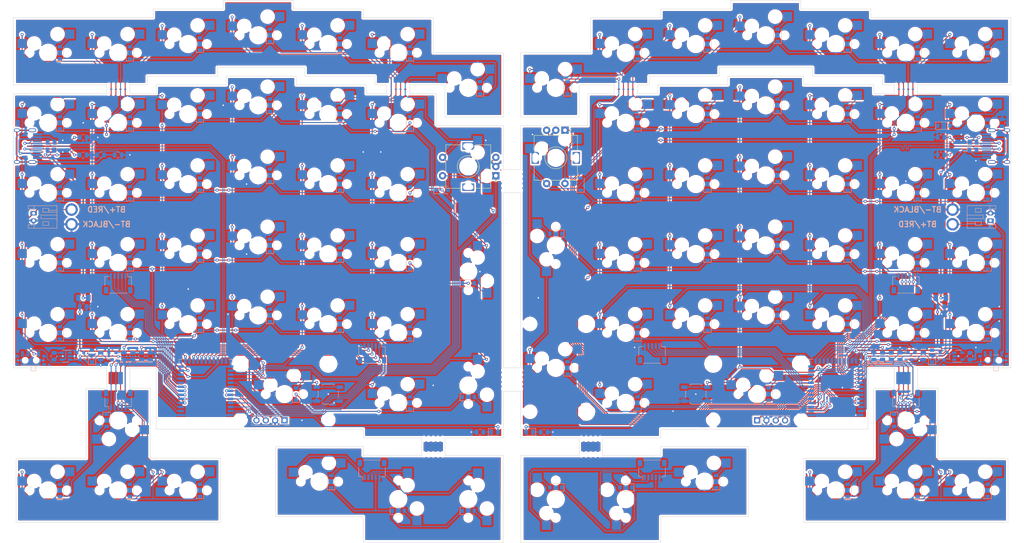
<source format=kicad_pcb>
(kicad_pcb (version 20171130) (host pcbnew "(5.1.10-1-10_14)")
  (layers (0 F.Cu signal) (31 B.Cu signal) (34 B.Paste user) (35 F.Paste user) (36 B.SilkS user) (37 F.SilkS user) (38 B.Mask user) (39 F.Mask user) (44 Edge.Cuts user))
  (net 0 "")
  (net 1 GND)
  (net 2 VBAT)
  (net 3 Earth)
  (net 4 VDD_NRF)
  (net 5 "Net-(C4-Pad1)")
  (net 6 EARTH_B)
  (net 7 GND1)
  (net 8 VBAT_B)
  (net 9 "Net-(C7-Pad1)")
  (net 10 VDD_NRF_B)
  (net 11 VBUS)
  (net 12 "Net-(D2-Pad2)")
  (net 13 "Net-(D3-Pad2)")
  (net 14 LH_ROW0)
  (net 15 "Net-(D4-Pad2)")
  (net 16 LH_ROW1)
  (net 17 "Net-(D5-Pad2)")
  (net 18 LH_ROW2)
  (net 19 "Net-(D6-Pad2)")
  (net 20 LH_ROW3)
  (net 21 "Net-(D7-Pad2)")
  (net 22 LH_ROW4)
  (net 23 "Net-(D8-Pad2)")
  (net 24 "Net-(D9-Pad2)")
  (net 25 "Net-(D10-Pad2)")
  (net 26 "Net-(D11-Pad2)")
  (net 27 "Net-(D12-Pad2)")
  (net 28 "Net-(D13-Pad2)")
  (net 29 "Net-(D14-Pad2)")
  (net 30 "Net-(D15-Pad2)")
  (net 31 "Net-(D16-Pad2)")
  (net 32 "Net-(D17-Pad2)")
  (net 33 "Net-(D18-Pad2)")
  (net 34 "Net-(D19-Pad2)")
  (net 35 "Net-(D20-Pad2)")
  (net 36 "Net-(D21-Pad2)")
  (net 37 "Net-(D22-Pad2)")
  (net 38 "Net-(D23-Pad2)")
  (net 39 "Net-(D24-Pad2)")
  (net 40 "Net-(D25-Pad2)")
  (net 41 "Net-(D26-Pad2)")
  (net 42 LH_ROW5)
  (net 43 "Net-(D27-Pad2)")
  (net 44 "Net-(D28-Pad2)")
  (net 45 "Net-(D29-Pad2)")
  (net 46 "Net-(D30-Pad2)")
  (net 47 "Net-(D31-Pad2)")
  (net 48 "Net-(D32-Pad2)")
  (net 49 DB2_ROW0)
  (net 50 "Net-(D33-Pad2)")
  (net 51 "Net-(D34-Pad2)")
  (net 52 "Net-(D35-Pad2)")
  (net 53 "Net-(D36-Pad2)")
  (net 54 "Net-(D37-Pad2)")
  (net 55 "Net-(D38-Pad2)")
  (net 56 LED_1)
  (net 57 "Net-(D39-Pad1)")
  (net 58 RAW)
  (net 59 D+)
  (net 60 D-)
  (net 61 "Net-(D41-Pad2)")
  (net 62 "Net-(D42-Pad2)")
  (net 63 ENC_P2)
  (net 64 "Net-(D44-Pad2)")
  (net 65 "Net-(D45-Pad2)")
  (net 66 "Net-(D46-Pad2)")
  (net 67 RAW_B)
  (net 68 LED_1_B)
  (net 69 "Net-(D48-Pad1)")
  (net 70 "Net-(D49-Pad2)")
  (net 71 RH_ROW0)
  (net 72 RH_ROW2)
  (net 73 "Net-(D51-Pad2)")
  (net 74 RH_ROW3)
  (net 75 "Net-(D52-Pad2)")
  (net 76 RH_ROW5)
  (net 77 "Net-(D53-Pad2)")
  (net 78 "Net-(D54-Pad2)")
  (net 79 "Net-(D55-Pad2)")
  (net 80 RH_ROW1)
  (net 81 "Net-(D56-Pad2)")
  (net 82 "Net-(D57-Pad2)")
  (net 83 "Net-(D58-Pad2)")
  (net 84 RH_ROW4)
  (net 85 "Net-(D59-Pad2)")
  (net 86 VBUS_B)
  (net 87 "Net-(D61-Pad2)")
  (net 88 "Net-(D62-Pad2)")
  (net 89 "Net-(D63-Pad2)")
  (net 90 "Net-(D64-Pad2)")
  (net 91 "Net-(D65-Pad2)")
  (net 92 "Net-(D66-Pad2)")
  (net 93 "Net-(D67-Pad2)")
  (net 94 "Net-(D68-Pad2)")
  (net 95 "Net-(D69-Pad2)")
  (net 96 "Net-(D70-Pad2)")
  (net 97 "Net-(D71-Pad2)")
  (net 98 "Net-(D72-Pad2)")
  (net 99 "Net-(D73-Pad2)")
  (net 100 "Net-(D74-Pad2)")
  (net 101 "Net-(D75-Pad2)")
  (net 102 "Net-(D76-Pad2)")
  (net 103 "Net-(D77-Pad2)")
  (net 104 "Net-(D78-Pad2)")
  (net 105 "Net-(D79-Pad2)")
  (net 106 "Net-(D80-Pad2)")
  (net 107 "Net-(D81-Pad2)")
  (net 108 "Net-(D82-Pad2)")
  (net 109 "Net-(D83-Pad2)")
  (net 110 "Net-(D84-Pad2)")
  (net 111 "Net-(D85-Pad2)")
  (net 112 "Net-(D86-Pad2)")
  (net 113 "Net-(D87-Pad2)")
  (net 114 "Net-(D88-Pad2)")
  (net 115 "Net-(D89-Pad2)")
  (net 116 "Net-(D90-Pad2)")
  (net 117 "Net-(D91-Pad2)")
  (net 118 "Net-(D92-Pad2)")
  (net 119 SWD)
  (net 120 SWC)
  (net 121 SWD_B)
  (net 122 SWC_B)
  (net 123 "Net-(R1-Pad2)")
  (net 124 "Net-(R3-Pad2)")
  (net 125 "Net-(R5-Pad2)")
  (net 126 BVOLT)
  (net 127 "Net-(R10-Pad2)")
  (net 128 "Net-(R11-Pad2)")
  (net 129 "Net-(R12-Pad2)")
  (net 130 LH_COL0)
  (net 131 LH_COL1)
  (net 132 LH_COL2)
  (net 133 LH_COL3)
  (net 134 LH_COL4)
  (net 135 DB2_COL0)
  (net 136 LH_COL5)
  (net 137 "Net-(SW38-Pad3)")
  (net 138 "Net-(BT1-Pad1)")
  (net 139 DB2_COL1)
  (net 140 ENC_P1)
  (net 141 DB2_COL2)
  (net 142 "Net-(SW47-Pad3)")
  (net 143 "Net-(BT3-Pad1)")
  (net 144 RESET_B)
  (net 145 "Net-(U1-Pad19)")
  (net 146 BVOLT_B)
  (net 147 "Net-(U3-Pad1)")
  (net 148 RESET)
  (net 149 "Net-(U4-Pad15)")
  (net 150 "Net-(U4-Pad13)")
  (net 151 "Net-(U5-Pad1)")
  (net 152 "Net-(USB1-Pad3)")
  (net 153 "Net-(USB1-Pad9)")
  (net 154 "Net-(USB2-Pad3)")
  (net 155 "Net-(USB2-Pad9)")
  (net 156 ENC_A)
  (net 157 ENC_B)
  (net 158 ENC_P2_B)
  (net 159 DB2_ROW0_B)
  (net 160 ENC_P1_B)
  (net 161 RH_COL1)
  (net 162 RH_COL2)
  (net 163 RH_COL3)
  (net 164 RH_COL4)
  (net 165 RH_COL5)
  (net 166 DB2_COL0_B)
  (net 167 RH_COL6)
  (net 168 DB2_COL1_B)
  (net 169 DB2_COL2_B)
  (net 170 ENC_A_B)
  (net 171 ENC_B_B)
  (net 172 DB1_ROW1)
  (net 173 DB1_ROW0)
  (net 174 DB1_COL1)
  (net 175 DB1_COL0)
  (net 176 DB1_ROW1_B)
  (net 177 DB1_ROW0_B)
  (net 178 DB1_COL1_B)
  (net 179 DB1_COL0_B)
  (net 180 B_D+)
  (net 181 B_D-)
  (module Connector_JST:JST_SH_SM05B-SRSS-TB_1x05-1MP_P1.00mm_Horizontal (layer B.Cu) (at 164.30625 81.75625 180)
    (fp_text reference J10)
    (fp_text value Conn_01x05)
    (pad MP smd roundrect (at 3.3 -1.875 180) (size 1.2 1.8) (layers B.Cu B.Paste B.Mask) (roundrect_rratio 0.208333))
    (pad MP smd roundrect (at -3.3 -1.875 180) (size 1.2 1.8) (layers B.Cu B.Paste B.Mask) (roundrect_rratio 0.208333))
    (pad 5 smd roundrect (at 2 2 180) (size 0.6 1.55) (layers B.Cu B.Paste B.Mask) (net 7 GND1))
    (pad 4 smd roundrect (at 1 2 180) (size 0.6 1.55) (layers B.Cu B.Paste B.Mask) (net 159 DB2_ROW0_B))
    (pad 3 smd roundrect (at 0 2 180) (size 0.6 1.55) (layers B.Cu B.Paste B.Mask) (net 169 DB2_COL2_B))
    (pad 2 smd roundrect (at -1 2 180) (size 0.6 1.55) (layers B.Cu B.Paste B.Mask) (net 168 DB2_COL1_B))
    (pad 1 smd roundrect (at -2 2 180) (size 0.6 1.55) (layers B.Cu B.Paste B.Mask) (net 166 DB2_COL0_B))
  )
  (module Connector_JST:JST_SH_SM05B-SRSS-TB_1x05-1MP_P1.00mm_Horizontal (layer B.Cu) (at 164.30625 113.50625)
    (fp_text reference J9)
    (fp_text value Conn_01x05)
    (pad MP smd roundrect (at 3.3 -1.875) (size 1.2 1.8) (layers B.Cu B.Paste B.Mask) (roundrect_rratio 0.208333))
    (pad MP smd roundrect (at -3.3 -1.875) (size 1.2 1.8) (layers B.Cu B.Paste B.Mask) (roundrect_rratio 0.208333))
    (pad 5 smd roundrect (at 2 2) (size 0.6 1.55) (layers B.Cu B.Paste B.Mask) (net 7 GND1))
    (pad 4 smd roundrect (at 1 2) (size 0.6 1.55) (layers B.Cu B.Paste B.Mask) (net 159 DB2_ROW0_B))
    (pad 3 smd roundrect (at 0 2) (size 0.6 1.55) (layers B.Cu B.Paste B.Mask) (net 169 DB2_COL2_B))
    (pad 2 smd roundrect (at -1 2) (size 0.6 1.55) (layers B.Cu B.Paste B.Mask) (net 168 DB2_COL1_B))
    (pad 1 smd roundrect (at -2 2) (size 0.6 1.55) (layers B.Cu B.Paste B.Mask) (net 166 DB2_COL0_B))
  )
  (module Connector_JST:JST_SH_SM05B-SRSS-TB_1x05-1MP_P1.00mm_Horizontal (layer B.Cu) (at 233.3625 94.45625)
    (fp_text reference J8)
    (fp_text value Conn_01x05)
    (pad MP smd roundrect (at 3.3 -1.875) (size 1.2 1.8) (layers B.Cu B.Paste B.Mask) (roundrect_rratio 0.208333))
    (pad MP smd roundrect (at -3.3 -1.875) (size 1.2 1.8) (layers B.Cu B.Paste B.Mask) (roundrect_rratio 0.208333))
    (pad 5 smd roundrect (at 2 2) (size 0.6 1.55) (layers B.Cu B.Paste B.Mask) (net 7 GND1))
    (pad 4 smd roundrect (at 1 2) (size 0.6 1.55) (layers B.Cu B.Paste B.Mask) (net 178 DB1_COL1_B))
    (pad 3 smd roundrect (at 0 2) (size 0.6 1.55) (layers B.Cu B.Paste B.Mask) (net 176 DB1_ROW1_B))
    (pad 2 smd roundrect (at -1 2) (size 0.6 1.55) (layers B.Cu B.Paste B.Mask) (net 179 DB1_COL0_B))
    (pad 1 smd roundrect (at -2 2) (size 0.6 1.55) (layers B.Cu B.Paste B.Mask) (net 177 DB1_ROW0_B))
  )
  (module Connector_JST:JST_SH_SM05B-SRSS-TB_1x05-1MP_P1.00mm_Horizontal (layer B.Cu) (at 233.3625 62.70625 180)
    (fp_text reference J7)
    (fp_text value Conn_01x05)
    (pad MP smd roundrect (at 3.3 -1.875 180) (size 1.2 1.8) (layers B.Cu B.Paste B.Mask) (roundrect_rratio 0.208333))
    (pad MP smd roundrect (at -3.3 -1.875 180) (size 1.2 1.8) (layers B.Cu B.Paste B.Mask) (roundrect_rratio 0.208333))
    (pad 5 smd roundrect (at 2 2 180) (size 0.6 1.55) (layers B.Cu B.Paste B.Mask) (net 7 GND1))
    (pad 4 smd roundrect (at 1 2 180) (size 0.6 1.55) (layers B.Cu B.Paste B.Mask) (net 178 DB1_COL1_B))
    (pad 3 smd roundrect (at 0 2 180) (size 0.6 1.55) (layers B.Cu B.Paste B.Mask) (net 176 DB1_ROW1_B))
    (pad 2 smd roundrect (at -1 2 180) (size 0.6 1.55) (layers B.Cu B.Paste B.Mask) (net 179 DB1_COL0_B))
    (pad 1 smd roundrect (at -2 2 180) (size 0.6 1.55) (layers B.Cu B.Paste B.Mask) (net 177 DB1_ROW0_B))
  )
  (module Connector_JST:JST_SH_SM05B-SRSS-TB_1x05-1MP_P1.00mm_Horizontal (layer B.Cu) (at 88.10625 113.50625)
    (fp_text reference J5)
    (fp_text value Conn_01x05)
    (pad MP smd roundrect (at 3.3 -1.875) (size 1.2 1.8) (layers B.Cu B.Paste B.Mask) (roundrect_rratio 0.208333))
    (pad MP smd roundrect (at -3.3 -1.875) (size 1.2 1.8) (layers B.Cu B.Paste B.Mask) (roundrect_rratio 0.208333))
    (pad 5 smd roundrect (at 2 2) (size 0.6 1.55) (layers B.Cu B.Paste B.Mask) (net 1 GND))
    (pad 4 smd roundrect (at 1 2) (size 0.6 1.55) (layers B.Cu B.Paste B.Mask) (net 49 DB2_ROW0))
    (pad 3 smd roundrect (at 0 2) (size 0.6 1.55) (layers B.Cu B.Paste B.Mask) (net 141 DB2_COL2))
    (pad 2 smd roundrect (at -1 2) (size 0.6 1.55) (layers B.Cu B.Paste B.Mask) (net 139 DB2_COL1))
    (pad 1 smd roundrect (at -2 2) (size 0.6 1.55) (layers B.Cu B.Paste B.Mask) (net 135 DB2_COL0))
  )
  (module Connector_JST:JST_SH_SM05B-SRSS-TB_1x05-1MP_P1.00mm_Horizontal (layer B.Cu) (at 88.10625 81.75625 180)
    (fp_text reference J4)
    (fp_text value Conn_01x05)
    (pad MP smd roundrect (at 3.3 -1.875 180) (size 1.2 1.8) (layers B.Cu B.Paste B.Mask) (roundrect_rratio 0.208333))
    (pad MP smd roundrect (at -3.3 -1.875 180) (size 1.2 1.8) (layers B.Cu B.Paste B.Mask) (roundrect_rratio 0.208333))
    (pad 5 smd roundrect (at 2 2 180) (size 0.6 1.55) (layers B.Cu B.Paste B.Mask) (net 1 GND))
    (pad 4 smd roundrect (at 1 2 180) (size 0.6 1.55) (layers B.Cu B.Paste B.Mask) (net 49 DB2_ROW0))
    (pad 3 smd roundrect (at 0 2 180) (size 0.6 1.55) (layers B.Cu B.Paste B.Mask) (net 141 DB2_COL2))
    (pad 2 smd roundrect (at -1 2 180) (size 0.6 1.55) (layers B.Cu B.Paste B.Mask) (net 139 DB2_COL1))
    (pad 1 smd roundrect (at -2 2 180) (size 0.6 1.55) (layers B.Cu B.Paste B.Mask) (net 135 DB2_COL0))
  )
  (module Connector_JST:JST_SH_SM05B-SRSS-TB_1x05-1MP_P1.00mm_Horizontal (layer B.Cu) (at 19.05 62.70625 180)
    (fp_text reference J3)
    (fp_text value Conn_01x05)
    (pad MP smd roundrect (at 3.3 -1.875 180) (size 1.2 1.8) (layers B.Cu B.Paste B.Mask) (roundrect_rratio 0.208333))
    (pad MP smd roundrect (at -3.3 -1.875 180) (size 1.2 1.8) (layers B.Cu B.Paste B.Mask) (roundrect_rratio 0.208333))
    (pad 5 smd roundrect (at 2 2 180) (size 0.6 1.55) (layers B.Cu B.Paste B.Mask) (net 1 GND))
    (pad 4 smd roundrect (at 1 2 180) (size 0.6 1.55) (layers B.Cu B.Paste B.Mask) (net 174 DB1_COL1))
    (pad 3 smd roundrect (at 0 2 180) (size 0.6 1.55) (layers B.Cu B.Paste B.Mask) (net 172 DB1_ROW1))
    (pad 2 smd roundrect (at -1 2 180) (size 0.6 1.55) (layers B.Cu B.Paste B.Mask) (net 175 DB1_COL0))
    (pad 1 smd roundrect (at -2 2 180) (size 0.6 1.55) (layers B.Cu B.Paste B.Mask) (net 173 DB1_ROW0))
  )
  (module Connector_JST:JST_SH_SM05B-SRSS-TB_1x05-1MP_P1.00mm_Horizontal (layer B.Cu) (at 19.05 94.45625)
    (fp_text reference J2)
    (fp_text value Conn_01x05)
    (pad MP smd roundrect (at 3.3 -1.875) (size 1.2 1.8) (layers B.Cu B.Paste B.Mask) (roundrect_rratio 0.208333))
    (pad MP smd roundrect (at -3.3 -1.875) (size 1.2 1.8) (layers B.Cu B.Paste B.Mask) (roundrect_rratio 0.208333))
    (pad 5 smd roundrect (at 2 2) (size 0.6 1.55) (layers B.Cu B.Paste B.Mask) (net 1 GND))
    (pad 4 smd roundrect (at 1 2) (size 0.6 1.55) (layers B.Cu B.Paste B.Mask) (net 174 DB1_COL1))
    (pad 3 smd roundrect (at 0 2) (size 0.6 1.55) (layers B.Cu B.Paste B.Mask) (net 172 DB1_ROW1))
    (pad 2 smd roundrect (at -1 2) (size 0.6 1.55) (layers B.Cu B.Paste B.Mask) (net 175 DB1_COL0))
    (pad 1 smd roundrect (at -2 2) (size 0.6 1.55) (layers B.Cu B.Paste B.Mask) (net 173 DB1_ROW0))
  )
  (module kicad-keyboard-parts:battery-custom-connector (layer F.Cu) (at 246.0625 44.65625 180)
    (fp_text reference BT4)
    (fp_text value Battery_Cell)
    (pad 1 thru_hole oval (at 0 -2 180) (size 3.4 3.4) (drill 2.25) (layers *.Cu *.Mask) (net 143 "Net-(BT3-Pad1)"))
    (pad 2 thru_hole oval (at 0 2 180) (size 3.4 3.4) (drill 2.25) (layers *.Cu *.Mask) (net 7 GND1))
  )
  (module kicad-keyboard-parts:battery-custom-connector (layer F.Cu) (at 6.35 44.65625)
    (fp_text reference BT2)
    (fp_text value Battery_Cell)
    (pad 1 thru_hole oval (at 0 -2) (size 3.4 3.4) (drill 2.25) (layers *.Cu *.Mask) (net 138 "Net-(BT1-Pad1)"))
    (pad 2 thru_hole oval (at 0 2) (size 3.4 3.4) (drill 2.25) (layers *.Cu *.Mask) (net 1 GND))
  )
  (module MX_Only:MXOnly-1.5U-Hotswap (layer F.Cu) (at 114.3 90.4875 270)
    (fp_text reference SW44)
    (fp_text value SW_SPST)
    (pad "" np_thru_hole circle (at 2.54 -5.08 270) (size 3 3) (drill 3) (layers *.Cu *.Mask))
    (pad "" np_thru_hole circle (at 0 0 270) (size 3.9878 3.9878) (drill 3.9878) (layers *.Cu *.Mask))
    (pad "" np_thru_hole circle (at -3.81 -2.54 270) (size 3 3) (drill 3) (layers *.Cu *.Mask))
    (pad "" np_thru_hole circle (at -5.08 0 318.0996) (size 1.75 1.75) (drill 1.75) (layers *.Cu *.Mask))
    (pad "" np_thru_hole circle (at 5.08 0 318.0996) (size 1.75 1.75) (drill 1.75) (layers *.Cu *.Mask))
    (pad 1 smd rect (at -7.085 -2.54 270) (size 2.55 2.5) (layers B.Cu B.Paste B.Mask) (net 140 ENC_P1))
    (pad 2 smd rect (at 5.842 -5.08 270) (size 2.55 2.5) (layers B.Cu B.Paste B.Mask) (net 65 "Net-(D45-Pad2)"))
  )
  (module Keebio-Parts:SW_SPST_TL3342 (layer B.Cu) (at 76.2 92.86875 180)
    (fp_text reference SW1)
    (fp_text value SW_SPST)
    (pad 1 smd rect (at -3.15 1.9 180) (size 1.7 1) (layers B.Cu B.Paste B.Mask) (net 148 RESET))
    (pad 1 smd rect (at 3.15 1.9 180) (size 1.7 1) (layers B.Cu B.Paste B.Mask) (net 148 RESET))
    (pad 2 smd rect (at -3.15 -1.9 180) (size 1.7 1) (layers B.Cu B.Paste B.Mask) (net 1 GND))
    (pad 2 smd rect (at 3.15 -1.9 180) (size 1.7 1) (layers B.Cu B.Paste B.Mask) (net 1 GND))
  )
  (module MX_Only:MXOnly-1U-Hotswap (layer F.Cu) (at 0 119.0625)
    (fp_text reference SW2)
    (fp_text value SW_SPST)
    (pad 2 smd rect (at 5.842 -5.08) (size 2.55 2.5) (layers B.Cu B.Paste B.Mask) (net 12 "Net-(D2-Pad2)"))
    (pad 1 smd rect (at -7.085 -2.54) (size 2.55 2.5) (layers B.Cu B.Paste B.Mask) (net 174 DB1_COL1))
    (pad "" np_thru_hole circle (at 5.08 0 48.0996) (size 1.75 1.75) (drill 1.75) (layers *.Cu *.Mask))
    (pad "" np_thru_hole circle (at -5.08 0 48.0996) (size 1.75 1.75) (drill 1.75) (layers *.Cu *.Mask))
    (pad "" np_thru_hole circle (at -3.81 -2.54) (size 3 3) (drill 3) (layers *.Cu *.Mask))
    (pad "" np_thru_hole circle (at 0 0) (size 3.9878 3.9878) (drill 3.9878) (layers *.Cu *.Mask))
    (pad "" np_thru_hole circle (at 2.54 -5.08) (size 3 3) (drill 3) (layers *.Cu *.Mask))
  )
  (module MX_Only:MXOnly-1U-Hotswap (layer F.Cu) (at 157.1625 57.15)
    (fp_text reference SW56)
    (fp_text value SW_SPST)
    (pad 2 smd rect (at 5.842 -5.08) (size 2.55 2.5) (layers B.Cu B.Paste B.Mask) (net 82 "Net-(D57-Pad2)"))
    (pad 1 smd rect (at -7.085 -2.54) (size 2.55 2.5) (layers B.Cu B.Paste B.Mask) (net 161 RH_COL1))
    (pad "" np_thru_hole circle (at 5.08 0 48.0996) (size 1.75 1.75) (drill 1.75) (layers *.Cu *.Mask))
    (pad "" np_thru_hole circle (at -5.08 0 48.0996) (size 1.75 1.75) (drill 1.75) (layers *.Cu *.Mask))
    (pad "" np_thru_hole circle (at -3.81 -2.54) (size 3 3) (drill 3) (layers *.Cu *.Mask))
    (pad "" np_thru_hole circle (at 0 0) (size 3.9878 3.9878) (drill 3.9878) (layers *.Cu *.Mask))
    (pad "" np_thru_hole circle (at 2.54 -5.08) (size 3 3) (drill 3) (layers *.Cu *.Mask))
  )
  (module MX_Only:MXOnly-2U-Hotswap-VerticalStabilizers (layer F.Cu) (at 138.1125 85.725)
    (fp_text reference SW51)
    (fp_text value SW_SPST hide)
    (pad "" np_thru_hole circle (at 2.54 -5.08) (size 3 3) (drill 3) (layers *.Cu *.Mask))
    (pad "" np_thru_hole circle (at 0 0) (size 3.9878 3.9878) (drill 3.9878) (layers *.Cu *.Mask))
    (pad "" np_thru_hole circle (at -3.81 -2.54) (size 3 3) (drill 3) (layers *.Cu *.Mask))
    (pad "" np_thru_hole circle (at -5.08 0 48.0996) (size 1.75 1.75) (drill 1.75) (layers *.Cu *.Mask))
    (pad "" np_thru_hole circle (at 5.08 0 48.0996) (size 1.75 1.75) (drill 1.75) (layers *.Cu *.Mask))
    (pad 1 smd rect (at -7.085 -2.54) (size 2.55 2.5) (layers B.Cu B.Paste B.Mask) (net 160 ENC_P1_B))
    (pad 2 smd rect (at 5.842 -5.08) (size 2.55 2.5) (layers B.Cu B.Paste B.Mask) (net 75 "Net-(D52-Pad2)"))
    (pad "" np_thru_hole circle (at -6.985 -11.938 180) (size 3.048 3.048) (drill 3.048) (layers *.Cu *.Mask))
    (pad "" np_thru_hole circle (at 8.255 -11.938 90) (size 3.9878 3.9878) (drill 3.9878) (layers *.Cu *.Mask))
    (pad "" np_thru_hole circle (at 8.255 11.938 90) (size 3.9878 3.9878) (drill 3.9878) (layers *.Cu *.Mask))
    (pad "" np_thru_hole circle (at -6.985 11.938 90) (size 3.048 3.048) (drill 3.048) (layers *.Cu *.Mask))
  )
  (module kicad-keyboard-parts:nRF52840_holyiot_18010_HS_simple (layer B.Cu) (at 214.3125 92.86875)
    (fp_text reference U1)
    (fp_text value nRF52840_holyiot_18010)
    (pad 37 smd rect (at 6.75 5.7 180) (size 1.524 0.7) (layers B.Cu B.Paste B.Mask) (net 7 GND1))
    (pad 36 smd rect (at 6.75 4.6 180) (size 1.524 0.7) (layers B.Cu B.Paste B.Mask) (net 167 RH_COL6))
    (pad 35 smd rect (at 6.75 3.5 180) (size 1.524 0.7) (layers B.Cu B.Paste B.Mask) (net 165 RH_COL5))
    (pad 34 smd rect (at 6.75 2.4 180) (size 1.524 0.7) (layers B.Cu B.Paste B.Mask) (net 80 RH_ROW1))
    (pad 33 smd rect (at 6.75 1.3 180) (size 1.524 0.7) (layers B.Cu B.Paste B.Mask) (net 71 RH_ROW0))
    (pad 32 smd rect (at 6.75 0.2 180) (size 1.524 0.7) (layers B.Cu B.Paste B.Mask) (net 121 SWD_B))
    (pad 31 smd rect (at 6.75 -0.9 180) (size 1.524 0.7) (layers B.Cu B.Paste B.Mask) (net 122 SWC_B))
    (pad 30 smd rect (at 6.75 -2 180) (size 1.524 0.7) (layers B.Cu B.Paste B.Mask) (net 72 RH_ROW2))
    (pad 29 smd rect (at 6.75 -3.1 180) (size 1.524 0.7) (layers B.Cu B.Paste B.Mask) (net 178 DB1_COL1_B))
    (pad 28 smd rect (at 6.75 -4.2 180) (size 1.524 0.7) (layers B.Cu B.Paste B.Mask) (net 176 DB1_ROW1_B))
    (pad 27 smd rect (at 6.75 -5.3 180) (size 1.524 0.7) (layers B.Cu B.Paste B.Mask) (net 179 DB1_COL0_B))
    (pad 26 smd rect (at 6.75 -6.4 180) (size 1.524 0.7) (layers B.Cu B.Paste B.Mask) (net 177 DB1_ROW0_B))
    (pad 25 smd rect (at 6.75 -7.5 180) (size 1.524 0.7) (layers B.Cu B.Paste B.Mask) (net 7 GND1))
    (pad 24 smd rect (at 5.5 -9 270) (size 1.524 0.7) (layers B.Cu B.Paste B.Mask) (net 180 B_D+))
    (pad 23 smd rect (at 4.4 -9 270) (size 1.524 0.7) (layers B.Cu B.Paste B.Mask) (net 181 B_D-))
    (pad 22 smd rect (at 3.3 -9 270) (size 1.524 0.7) (layers B.Cu B.Paste B.Mask) (net 86 VBUS_B))
    (pad 21 smd rect (at 2.2 -9 270) (size 1.524 0.7) (layers B.Cu B.Paste B.Mask) (net 144 RESET_B))
    (pad 20 smd rect (at 1.1 -9 270) (size 1.524 0.7) (layers B.Cu B.Paste B.Mask) (net 74 RH_ROW3))
    (pad 19 smd rect (at 0 -9 270) (size 1.524 0.7) (layers B.Cu B.Paste B.Mask) (net 145 "Net-(U1-Pad19)"))
    (pad 18 smd rect (at -1.1 -9 270) (size 1.524 0.7) (layers B.Cu B.Paste B.Mask) (net 161 RH_COL1))
    (pad 17 smd rect (at -2.2 -9 270) (size 1.524 0.7) (layers B.Cu B.Paste B.Mask) (net 162 RH_COL2))
    (pad 16 smd rect (at -3.3 -9 270) (size 1.524 0.7) (layers B.Cu B.Paste B.Mask) (net 163 RH_COL3))
    (pad 15 smd rect (at -4.4 -9 270) (size 1.524 0.7) (layers B.Cu B.Paste B.Mask) (net 164 RH_COL4))
    (pad 14 smd rect (at -5.5 -9 270) (size 1.524 0.7) (layers B.Cu B.Paste B.Mask) (net 10 VDD_NRF_B))
    (pad 13 smd rect (at -6.75 -7.5) (size 1.524 0.7) (layers B.Cu B.Paste B.Mask) (net 84 RH_ROW4))
    (pad 12 smd rect (at -6.75 -6.4) (size 1.524 0.7) (layers B.Cu B.Paste B.Mask) (net 146 BVOLT_B))
    (pad 11 smd rect (at -6.75 -5.3) (size 1.524 0.7) (layers B.Cu B.Paste B.Mask) (net 166 DB2_COL0_B))
    (pad 10 smd rect (at -6.75 -4.2) (size 1.524 0.7) (layers B.Cu B.Paste B.Mask) (net 168 DB2_COL1_B))
    (pad 9 smd rect (at -6.75 -3.1) (size 1.524 0.7) (layers B.Cu B.Paste B.Mask) (net 169 DB2_COL2_B))
    (pad 8 smd rect (at -6.75 -2) (size 1.524 0.7) (layers B.Cu B.Paste B.Mask) (net 159 DB2_ROW0_B))
    (pad 7 smd rect (at -6.75 -0.9) (size 1.524 0.7) (layers B.Cu B.Paste B.Mask) (net 163 RH_COL3))
    (pad 6 smd rect (at -6.75 0.2) (size 1.524 0.7) (layers B.Cu B.Paste B.Mask) (net 76 RH_ROW5))
    (pad 5 smd rect (at -6.75 1.3) (size 1.524 0.7) (layers B.Cu B.Paste B.Mask) (net 68 LED_1_B))
    (pad 4 smd rect (at -6.75 2.4) (size 1.524 0.7) (layers B.Cu B.Paste B.Mask) (net 160 ENC_P1_B))
    (pad 3 smd rect (at -6.75 3.5) (size 1.524 0.7) (layers B.Cu B.Paste B.Mask) (net 171 ENC_B_B))
    (pad 2 smd rect (at -6.75 4.6) (size 1.524 0.7) (layers B.Cu B.Paste B.Mask) (net 170 ENC_A_B))
    (pad 1 smd rect (at -6.75 5.7) (size 1.524 0.7) (layers B.Cu B.Paste B.Mask) (net 7 GND1))
  )
  (module MX_Only:MXOnly-1U-Hotswap (layer F.Cu) (at 38.1 73.81875)
    (fp_text reference SW20)
    (fp_text value SW_SPST)
    (pad 2 smd rect (at 5.842 -5.08) (size 2.55 2.5) (layers B.Cu B.Paste B.Mask) (net 35 "Net-(D20-Pad2)"))
    (pad 1 smd rect (at -7.085 -2.54) (size 2.55 2.5) (layers B.Cu B.Paste B.Mask) (net 132 LH_COL2))
    (pad "" np_thru_hole circle (at 5.08 0 48.0996) (size 1.75 1.75) (drill 1.75) (layers *.Cu *.Mask))
    (pad "" np_thru_hole circle (at -5.08 0 48.0996) (size 1.75 1.75) (drill 1.75) (layers *.Cu *.Mask))
    (pad "" np_thru_hole circle (at -3.81 -2.54) (size 3 3) (drill 3) (layers *.Cu *.Mask))
    (pad "" np_thru_hole circle (at 0 0) (size 3.9878 3.9878) (drill 3.9878) (layers *.Cu *.Mask))
    (pad "" np_thru_hole circle (at 2.54 -5.08) (size 3 3) (drill 3) (layers *.Cu *.Mask))
  )
  (module Connector_JST:JST_PH_S2B-PH-K_1x02_P2.00mm_Horizontal (layer B.Cu) (at 256.38125 45.65625 90)
    (fp_text reference BT3)
    (fp_text value Battery_Cell)
    (pad 2 thru_hole oval (at 2 0 90) (size 1.2 1.75) (drill 0.75) (layers *.Cu *.Mask) (net 7 GND1))
    (pad 1 thru_hole roundrect (at 0 0 90) (size 1.2 1.75) (drill 0.75) (layers *.Cu *.Mask) (roundrect_rratio 0.2083325) (net 143 "Net-(BT3-Pad1)"))
  )
  (module Connector_JST:JST_PH_S2B-PH-K_1x02_P2.00mm_Horizontal (layer B.Cu) (at -3.96875 43.65625 270)
    (fp_text reference BT1)
    (fp_text value Battery_Cell)
    (pad 2 thru_hole oval (at 2 0 270) (size 1.2 1.75) (drill 0.75) (layers *.Cu *.Mask) (net 1 GND))
    (pad 1 thru_hole roundrect (at 0 0 270) (size 1.2 1.75) (drill 0.75) (layers *.Cu *.Mask) (roundrect_rratio 0.2083325) (net 138 "Net-(BT1-Pad1)"))
  )
  (module Connector_PinHeader_2.54mm:PinHeader_1x04_P2.54mm_Vertical (layer B.Cu) (at 192.88125 100.0125 270)
    (fp_text reference J6)
    (fp_text value Conn_01x04_Female)
    (pad 4 thru_hole oval (at 0 -7.62 270) (size 1.7 1.7) (drill 1) (layers *.Cu *.Mask) (net 121 SWD_B))
    (pad 3 thru_hole oval (at 0 -5.08 270) (size 1.7 1.7) (drill 1) (layers *.Cu *.Mask) (net 122 SWC_B))
    (pad 2 thru_hole oval (at 0 -2.54 270) (size 1.7 1.7) (drill 1) (layers *.Cu *.Mask) (net 7 GND1))
    (pad 1 thru_hole rect (at 0 0 270) (size 1.7 1.7) (drill 1) (layers *.Cu *.Mask) (net 86 VBUS_B))
  )
  (module Keebio-Parts:breakaway-mousebites (layer F.Cu) (at 95.25 8.73125 180)
    (fp_text reference REF** hide)
    (fp_text value breakaway-mousebites hide)
    (pad "" np_thru_hole circle (at -2.54 -0.254 180) (size 0.7874 0.7874) (drill 0.7874) (layers *.Cu *.Mask))
    (pad "" np_thru_hole circle (at -1.27 -0.254 180) (size 0.7874 0.7874) (drill 0.7874) (layers *.Cu *.Mask))
    (pad "" np_thru_hole circle (at 2.54 -0.254 180) (size 0.7874 0.7874) (drill 0.7874) (layers *.Cu *.Mask))
    (pad "" np_thru_hole circle (at 1.27 -0.254 180) (size 0.7874 0.7874) (drill 0.7874) (layers *.Cu *.Mask))
    (pad "" np_thru_hole circle (at 0 -0.254 180) (size 0.7874 0.7874) (drill 0.7874) (layers *.Cu *.Mask))
  )
  (module Keebio-Parts:breakaway-mousebites (layer F.Cu) (at 95.25 11.1125)
    (fp_text reference REF** hide)
    (fp_text value breakaway-mousebites hide)
    (pad "" np_thru_hole circle (at -2.54 -0.254) (size 0.7874 0.7874) (drill 0.7874) (layers *.Cu *.Mask))
    (pad "" np_thru_hole circle (at -1.27 -0.254) (size 0.7874 0.7874) (drill 0.7874) (layers *.Cu *.Mask))
    (pad "" np_thru_hole circle (at 2.54 -0.254) (size 0.7874 0.7874) (drill 0.7874) (layers *.Cu *.Mask))
    (pad "" np_thru_hole circle (at 1.27 -0.254) (size 0.7874 0.7874) (drill 0.7874) (layers *.Cu *.Mask))
    (pad "" np_thru_hole circle (at 0 -0.254) (size 0.7874 0.7874) (drill 0.7874) (layers *.Cu *.Mask))
  )
  (module MX_Only:MXOnly-1U-Hotswap (layer F.Cu) (at 0 0)
    (fp_text reference SW3)
    (fp_text value SW_SPST)
    (pad 2 smd rect (at 5.842 -5.08) (size 2.55 2.5) (layers B.Cu B.Paste B.Mask) (net 13 "Net-(D3-Pad2)"))
    (pad 1 smd rect (at -7.085 -2.54) (size 2.55 2.5) (layers B.Cu B.Paste B.Mask) (net 130 LH_COL0))
    (pad "" np_thru_hole circle (at 5.08 0 48.0996) (size 1.75 1.75) (drill 1.75) (layers *.Cu *.Mask))
    (pad "" np_thru_hole circle (at -5.08 0 48.0996) (size 1.75 1.75) (drill 1.75) (layers *.Cu *.Mask))
    (pad "" np_thru_hole circle (at -3.81 -2.54) (size 3 3) (drill 3) (layers *.Cu *.Mask))
    (pad "" np_thru_hole circle (at 0 0) (size 3.9878 3.9878) (drill 3.9878) (layers *.Cu *.Mask))
    (pad "" np_thru_hole circle (at 2.54 -5.08) (size 3 3) (drill 3) (layers *.Cu *.Mask))
  )
  (module Keebio-Parts:breakaway-mousebites (layer F.Cu) (at 19.05 8.73125 180)
    (fp_text reference REF** hide)
    (fp_text value breakaway-mousebites hide)
    (pad "" np_thru_hole circle (at 0 -0.254 180) (size 0.7874 0.7874) (drill 0.7874) (layers *.Cu *.Mask))
    (pad "" np_thru_hole circle (at 1.27 -0.254 180) (size 0.7874 0.7874) (drill 0.7874) (layers *.Cu *.Mask))
    (pad "" np_thru_hole circle (at 2.54 -0.254 180) (size 0.7874 0.7874) (drill 0.7874) (layers *.Cu *.Mask))
    (pad "" np_thru_hole circle (at -1.27 -0.254 180) (size 0.7874 0.7874) (drill 0.7874) (layers *.Cu *.Mask))
    (pad "" np_thru_hole circle (at -2.54 -0.254 180) (size 0.7874 0.7874) (drill 0.7874) (layers *.Cu *.Mask))
  )
  (module MX_Only:MXOnly-1U-Hotswap (layer F.Cu) (at 19.05 19.05)
    (fp_text reference SW11)
    (fp_text value SW_SPST)
    (pad 2 smd rect (at 5.842 -5.08) (size 2.55 2.5) (layers B.Cu B.Paste B.Mask) (net 26 "Net-(D11-Pad2)"))
    (pad 1 smd rect (at -7.085 -2.54) (size 2.55 2.5) (layers B.Cu B.Paste B.Mask) (net 131 LH_COL1))
    (pad "" np_thru_hole circle (at 5.08 0 48.0996) (size 1.75 1.75) (drill 1.75) (layers *.Cu *.Mask))
    (pad "" np_thru_hole circle (at -5.08 0 48.0996) (size 1.75 1.75) (drill 1.75) (layers *.Cu *.Mask))
    (pad "" np_thru_hole circle (at -3.81 -2.54) (size 3 3) (drill 3) (layers *.Cu *.Mask))
    (pad "" np_thru_hole circle (at 0 0) (size 3.9878 3.9878) (drill 3.9878) (layers *.Cu *.Mask))
    (pad "" np_thru_hole circle (at 2.54 -5.08) (size 3 3) (drill 3) (layers *.Cu *.Mask))
  )
  (module MX_Only:MXOnly-1U-Hotswap (layer F.Cu) (at 176.2125 -2.38125)
    (fp_text reference SW61)
    (fp_text value SW_SPST)
    (pad 2 smd rect (at 5.842 -5.08) (size 2.55 2.5) (layers B.Cu B.Paste B.Mask) (net 89 "Net-(D63-Pad2)"))
    (pad 1 smd rect (at -7.085 -2.54) (size 2.55 2.5) (layers B.Cu B.Paste B.Mask) (net 162 RH_COL2))
    (pad "" np_thru_hole circle (at 5.08 0 48.0996) (size 1.75 1.75) (drill 1.75) (layers *.Cu *.Mask))
    (pad "" np_thru_hole circle (at -5.08 0 48.0996) (size 1.75 1.75) (drill 1.75) (layers *.Cu *.Mask))
    (pad "" np_thru_hole circle (at -3.81 -2.54) (size 3 3) (drill 3) (layers *.Cu *.Mask))
    (pad "" np_thru_hole circle (at 0 0) (size 3.9878 3.9878) (drill 3.9878) (layers *.Cu *.Mask))
    (pad "" np_thru_hole circle (at 2.54 -5.08) (size 3 3) (drill 3) (layers *.Cu *.Mask))
  )
  (module Keebio-Parts:breakaway-mousebites (layer F.Cu) (at 233.3625 11.1125)
    (fp_text reference REF** hide)
    (fp_text value breakaway-mousebites hide)
    (pad "" np_thru_hole circle (at 0 -0.254) (size 0.7874 0.7874) (drill 0.7874) (layers *.Cu *.Mask))
    (pad "" np_thru_hole circle (at 1.27 -0.254) (size 0.7874 0.7874) (drill 0.7874) (layers *.Cu *.Mask))
    (pad "" np_thru_hole circle (at 2.54 -0.254) (size 0.7874 0.7874) (drill 0.7874) (layers *.Cu *.Mask))
    (pad "" np_thru_hole circle (at -1.27 -0.254) (size 0.7874 0.7874) (drill 0.7874) (layers *.Cu *.Mask))
    (pad "" np_thru_hole circle (at -2.54 -0.254) (size 0.7874 0.7874) (drill 0.7874) (layers *.Cu *.Mask))
  )
  (module MX_Only:MXOnly-1U-Hotswap (layer F.Cu) (at 214.3125 73.81875)
    (fp_text reference SW78)
    (fp_text value SW_SPST)
    (pad 2 smd rect (at 5.842 -5.08) (size 2.55 2.5) (layers B.Cu B.Paste B.Mask) (net 105 "Net-(D79-Pad2)"))
    (pad 1 smd rect (at -7.085 -2.54) (size 2.55 2.5) (layers B.Cu B.Paste B.Mask) (net 164 RH_COL4))
    (pad "" np_thru_hole circle (at 5.08 0 48.0996) (size 1.75 1.75) (drill 1.75) (layers *.Cu *.Mask))
    (pad "" np_thru_hole circle (at -5.08 0 48.0996) (size 1.75 1.75) (drill 1.75) (layers *.Cu *.Mask))
    (pad "" np_thru_hole circle (at -3.81 -2.54) (size 3 3) (drill 3) (layers *.Cu *.Mask))
    (pad "" np_thru_hole circle (at 0 0) (size 3.9878 3.9878) (drill 3.9878) (layers *.Cu *.Mask))
    (pad "" np_thru_hole circle (at 2.54 -5.08) (size 3 3) (drill 3) (layers *.Cu *.Mask))
  )
  (module MX_Only:MXOnly-1U-Hotswap (layer F.Cu) (at 252.4125 76.2)
    (fp_text reference SW89)
    (fp_text value SW_SPST)
    (pad 2 smd rect (at 5.842 -5.08) (size 2.55 2.5) (layers B.Cu B.Paste B.Mask) (net 116 "Net-(D90-Pad2)"))
    (pad 1 smd rect (at -7.085 -2.54) (size 2.55 2.5) (layers B.Cu B.Paste B.Mask) (net 167 RH_COL6))
    (pad "" np_thru_hole circle (at 5.08 0 48.0996) (size 1.75 1.75) (drill 1.75) (layers *.Cu *.Mask))
    (pad "" np_thru_hole circle (at -5.08 0 48.0996) (size 1.75 1.75) (drill 1.75) (layers *.Cu *.Mask))
    (pad "" np_thru_hole circle (at -3.81 -2.54) (size 3 3) (drill 3) (layers *.Cu *.Mask))
    (pad "" np_thru_hole circle (at 0 0) (size 3.9878 3.9878) (drill 3.9878) (layers *.Cu *.Mask))
    (pad "" np_thru_hole circle (at 2.54 -5.08) (size 3 3) (drill 3) (layers *.Cu *.Mask))
  )
  (module Diode_SMD:D_SOD-123 (layer B.Cu) (at 11.90625 82.55 90)
    (fp_text reference D1)
    (fp_text value 1N5819)
    (pad 2 smd rect (at 1.65 0 90) (size 0.9 1.2) (layers B.Cu B.Paste B.Mask) (net 11 VBUS))
    (pad 1 smd rect (at -1.65 0 90) (size 0.9 1.2) (layers B.Cu B.Paste B.Mask) (net 5 "Net-(C4-Pad1)"))
  )
  (module kicad-keyboard-parts:nRF52840_holyiot_18010_HS_simple (layer B.Cu) (at 42.8625 92.86875)
    (fp_text reference U4)
    (fp_text value nRF52840_holyiot_18010)
    (pad 37 smd rect (at 6.75 5.7 180) (size 1.524 0.7) (layers B.Cu B.Paste B.Mask) (net 1 GND))
    (pad 36 smd rect (at 6.75 4.6 180) (size 1.524 0.7) (layers B.Cu B.Paste B.Mask) (net 42 LH_ROW5))
    (pad 35 smd rect (at 6.75 3.5 180) (size 1.524 0.7) (layers B.Cu B.Paste B.Mask) (net 136 LH_COL5))
    (pad 34 smd rect (at 6.75 2.4 180) (size 1.524 0.7) (layers B.Cu B.Paste B.Mask) (net 140 ENC_P1))
    (pad 33 smd rect (at 6.75 1.3 180) (size 1.524 0.7) (layers B.Cu B.Paste B.Mask) (net 156 ENC_A))
    (pad 32 smd rect (at 6.75 0.2 180) (size 1.524 0.7) (layers B.Cu B.Paste B.Mask) (net 119 SWD))
    (pad 31 smd rect (at 6.75 -0.9 180) (size 1.524 0.7) (layers B.Cu B.Paste B.Mask) (net 120 SWC))
    (pad 30 smd rect (at 6.75 -2 180) (size 1.524 0.7) (layers B.Cu B.Paste B.Mask) (net 157 ENC_B))
    (pad 29 smd rect (at 6.75 -3.1 180) (size 1.524 0.7) (layers B.Cu B.Paste B.Mask) (net 18 LH_ROW2))
    (pad 28 smd rect (at 6.75 -4.2 180) (size 1.524 0.7) (layers B.Cu B.Paste B.Mask) (net 16 LH_ROW1))
    (pad 27 smd rect (at 6.75 -5.3 180) (size 1.524 0.7) (layers B.Cu B.Paste B.Mask) (net 14 LH_ROW0))
    (pad 26 smd rect (at 6.75 -6.4 180) (size 1.524 0.7) (layers B.Cu B.Paste B.Mask) (net 134 LH_COL4))
    (pad 25 smd rect (at 6.75 -7.5 180) (size 1.524 0.7) (layers B.Cu B.Paste B.Mask) (net 1 GND))
    (pad 24 smd rect (at 5.5 -9 270) (size 1.524 0.7) (layers B.Cu B.Paste B.Mask) (net 59 D+))
    (pad 23 smd rect (at 4.4 -9 270) (size 1.524 0.7) (layers B.Cu B.Paste B.Mask) (net 60 D-))
    (pad 22 smd rect (at 3.3 -9 270) (size 1.524 0.7) (layers B.Cu B.Paste B.Mask) (net 11 VBUS))
    (pad 21 smd rect (at 2.2 -9 270) (size 1.524 0.7) (layers B.Cu B.Paste B.Mask) (net 148 RESET))
    (pad 20 smd rect (at 1.1 -9 270) (size 1.524 0.7) (layers B.Cu B.Paste B.Mask) (net 133 LH_COL3))
    (pad 19 smd rect (at 0 -9 270) (size 1.524 0.7) (layers B.Cu B.Paste B.Mask) (net 135 DB2_COL0))
    (pad 18 smd rect (at -1.1 -9 270) (size 1.524 0.7) (layers B.Cu B.Paste B.Mask) (net 139 DB2_COL1))
    (pad 17 smd rect (at -2.2 -9 270) (size 1.524 0.7) (layers B.Cu B.Paste B.Mask) (net 141 DB2_COL2))
    (pad 16 smd rect (at -3.3 -9 270) (size 1.524 0.7) (layers B.Cu B.Paste B.Mask) (net 49 DB2_ROW0))
    (pad 15 smd rect (at -4.4 -9 270) (size 1.524 0.7) (layers B.Cu B.Paste B.Mask) (net 149 "Net-(U4-Pad15)"))
    (pad 14 smd rect (at -5.5 -9 270) (size 1.524 0.7) (layers B.Cu B.Paste B.Mask) (net 4 VDD_NRF))
    (pad 13 smd rect (at -6.75 -7.5) (size 1.524 0.7) (layers B.Cu B.Paste B.Mask) (net 150 "Net-(U4-Pad13)"))
    (pad 12 smd rect (at -6.75 -6.4) (size 1.524 0.7) (layers B.Cu B.Paste B.Mask) (net 126 BVOLT))
    (pad 11 smd rect (at -6.75 -5.3) (size 1.524 0.7) (layers B.Cu B.Paste B.Mask) (net 22 LH_ROW4))
    (pad 10 smd rect (at -6.75 -4.2) (size 1.524 0.7) (layers B.Cu B.Paste B.Mask) (net 132 LH_COL2))
    (pad 9 smd rect (at -6.75 -3.1) (size 1.524 0.7) (layers B.Cu B.Paste B.Mask) (net 20 LH_ROW3))
    (pad 8 smd rect (at -6.75 -2) (size 1.524 0.7) (layers B.Cu B.Paste B.Mask) (net 173 DB1_ROW0))
    (pad 7 smd rect (at -6.75 -0.9) (size 1.524 0.7) (layers B.Cu B.Paste B.Mask) (net 175 DB1_COL0))
    (pad 6 smd rect (at -6.75 0.2) (size 1.524 0.7) (layers B.Cu B.Paste B.Mask) (net 172 DB1_ROW1))
    (pad 5 smd rect (at -6.75 1.3) (size 1.524 0.7) (layers B.Cu B.Paste B.Mask) (net 56 LED_1))
    (pad 4 smd rect (at -6.75 2.4) (size 1.524 0.7) (layers B.Cu B.Paste B.Mask) (net 174 DB1_COL1))
    (pad 3 smd rect (at -6.75 3.5) (size 1.524 0.7) (layers B.Cu B.Paste B.Mask) (net 131 LH_COL1))
    (pad 2 smd rect (at -6.75 4.6) (size 1.524 0.7) (layers B.Cu B.Paste B.Mask) (net 130 LH_COL0))
    (pad 1 smd rect (at -6.75 5.7) (size 1.524 0.7) (layers B.Cu B.Paste B.Mask) (net 1 GND))
  )
  (module MX_Only:MXOnly-1U-Hotswap (layer F.Cu) (at 233.3625 100.0125 180)
    (fp_text reference SW59)
    (fp_text value SW_SPST)
    (pad 2 smd rect (at 5.842 -5.08 180) (size 2.55 2.5) (layers B.Cu B.Paste B.Mask) (net 87 "Net-(D61-Pad2)"))
    (pad 1 smd rect (at -7.085 -2.54 180) (size 2.55 2.5) (layers B.Cu B.Paste B.Mask) (net 179 DB1_COL0_B))
    (pad "" np_thru_hole circle (at 5.08 0 228.0996) (size 1.75 1.75) (drill 1.75) (layers *.Cu *.Mask))
    (pad "" np_thru_hole circle (at -5.08 0 228.0996) (size 1.75 1.75) (drill 1.75) (layers *.Cu *.Mask))
    (pad "" np_thru_hole circle (at -3.81 -2.54 180) (size 3 3) (drill 3) (layers *.Cu *.Mask))
    (pad "" np_thru_hole circle (at 0 0 180) (size 3.9878 3.9878) (drill 3.9878) (layers *.Cu *.Mask))
    (pad "" np_thru_hole circle (at 2.54 -5.08 180) (size 3 3) (drill 3) (layers *.Cu *.Mask))
  )
  (module MX_Only:MXOnly-1U-Hotswap (layer F.Cu) (at 214.3125 119.0625)
    (fp_text reference SW52)
    (fp_text value SW_SPST)
    (pad 2 smd rect (at 5.842 -5.08) (size 2.55 2.5) (layers B.Cu B.Paste B.Mask) (net 77 "Net-(D53-Pad2)"))
    (pad 1 smd rect (at -7.085 -2.54) (size 2.55 2.5) (layers B.Cu B.Paste B.Mask) (net 178 DB1_COL1_B))
    (pad "" np_thru_hole circle (at 5.08 0 48.0996) (size 1.75 1.75) (drill 1.75) (layers *.Cu *.Mask))
    (pad "" np_thru_hole circle (at -5.08 0 48.0996) (size 1.75 1.75) (drill 1.75) (layers *.Cu *.Mask))
    (pad "" np_thru_hole circle (at -3.81 -2.54) (size 3 3) (drill 3) (layers *.Cu *.Mask))
    (pad "" np_thru_hole circle (at 0 0) (size 3.9878 3.9878) (drill 3.9878) (layers *.Cu *.Mask))
    (pad "" np_thru_hole circle (at 2.54 -5.08) (size 3 3) (drill 3) (layers *.Cu *.Mask))
  )
  (module MX_Only:MXOnly-1U-Hotswap (layer F.Cu) (at 252.4125 119.0625)
    (fp_text reference SW67)
    (fp_text value SW_SPST)
    (pad 2 smd rect (at 5.842 -5.08) (size 2.55 2.5) (layers B.Cu B.Paste B.Mask) (net 94 "Net-(D68-Pad2)"))
    (pad 1 smd rect (at -7.085 -2.54) (size 2.55 2.5) (layers B.Cu B.Paste B.Mask) (net 178 DB1_COL1_B))
    (pad "" np_thru_hole circle (at 5.08 0 48.0996) (size 1.75 1.75) (drill 1.75) (layers *.Cu *.Mask))
    (pad "" np_thru_hole circle (at -5.08 0 48.0996) (size 1.75 1.75) (drill 1.75) (layers *.Cu *.Mask))
    (pad "" np_thru_hole circle (at -3.81 -2.54) (size 3 3) (drill 3) (layers *.Cu *.Mask))
    (pad "" np_thru_hole circle (at 0 0) (size 3.9878 3.9878) (drill 3.9878) (layers *.Cu *.Mask))
    (pad "" np_thru_hole circle (at 2.54 -5.08) (size 3 3) (drill 3) (layers *.Cu *.Mask))
  )
  (module Keebio-Parts:breakaway-mousebites (layer F.Cu) (at 19.05 85.725 180)
    (fp_text reference REF** hide)
    (fp_text value breakaway-mousebites hide)
    (pad "" np_thru_hole circle (at 0 -0.254 180) (size 0.7874 0.7874) (drill 0.7874) (layers *.Cu *.Mask))
    (pad "" np_thru_hole circle (at 1.27 -0.254 180) (size 0.7874 0.7874) (drill 0.7874) (layers *.Cu *.Mask))
    (pad "" np_thru_hole circle (at 2.54 -0.254 180) (size 0.7874 0.7874) (drill 0.7874) (layers *.Cu *.Mask))
    (pad "" np_thru_hole circle (at -1.27 -0.254 180) (size 0.7874 0.7874) (drill 0.7874) (layers *.Cu *.Mask))
    (pad "" np_thru_hole circle (at -2.54 -0.254 180) (size 0.7874 0.7874) (drill 0.7874) (layers *.Cu *.Mask))
  )
  (module Keebio-Parts:breakaway-mousebites (layer F.Cu) (at 19.05 91.28125)
    (fp_text reference REF** hide)
    (fp_text value breakaway-mousebites hide)
    (pad "" np_thru_hole circle (at 0 -0.254) (size 0.7874 0.7874) (drill 0.7874) (layers *.Cu *.Mask))
    (pad "" np_thru_hole circle (at 1.27 -0.254) (size 0.7874 0.7874) (drill 0.7874) (layers *.Cu *.Mask))
    (pad "" np_thru_hole circle (at 2.54 -0.254) (size 0.7874 0.7874) (drill 0.7874) (layers *.Cu *.Mask))
    (pad "" np_thru_hole circle (at -1.27 -0.254) (size 0.7874 0.7874) (drill 0.7874) (layers *.Cu *.Mask))
    (pad "" np_thru_hole circle (at -2.54 -0.254) (size 0.7874 0.7874) (drill 0.7874) (layers *.Cu *.Mask))
  )
  (module Resistor_SMD:R_0805_2012Metric (layer B.Cu) (at 229.39375 82.55 90)
    (fp_text reference R15)
    (fp_text value 2M)
    (pad 2 smd roundrect (at 0.9125 0 90) (size 1.025 1.4) (layers B.Cu B.Paste B.Mask) (roundrect_rratio 0.2439014634146341) (net 146 BVOLT_B))
    (pad 1 smd roundrect (at -0.9125 0 90) (size 1.025 1.4) (layers B.Cu B.Paste B.Mask) (roundrect_rratio 0.2439014634146341) (net 7 GND1))
  )
  (module Resistor_SMD:R_0805_2012Metric (layer B.Cu) (at 250.825 82.55 90)
    (fp_text reference R12)
    (fp_text value 10k)
    (pad 2 smd roundrect (at 0.9125 0 90) (size 1.025 1.4) (layers B.Cu B.Paste B.Mask) (roundrect_rratio 0.2439014634146341) (net 129 "Net-(R12-Pad2)"))
    (pad 1 smd roundrect (at -0.9125 0 90) (size 1.025 1.4) (layers B.Cu B.Paste B.Mask) (roundrect_rratio 0.2439014634146341) (net 7 GND1))
  )
  (module Keebio-Parts:breakaway-mousebites (layer F.Cu) (at 233.3625 85.725 180)
    (fp_text reference REF** hide)
    (fp_text value breakaway-mousebites hide)
    (pad "" np_thru_hole circle (at 0 -0.254 180) (size 0.7874 0.7874) (drill 0.7874) (layers *.Cu *.Mask))
    (pad "" np_thru_hole circle (at 1.27 -0.254 180) (size 0.7874 0.7874) (drill 0.7874) (layers *.Cu *.Mask))
    (pad "" np_thru_hole circle (at 2.54 -0.254 180) (size 0.7874 0.7874) (drill 0.7874) (layers *.Cu *.Mask))
    (pad "" np_thru_hole circle (at -1.27 -0.254 180) (size 0.7874 0.7874) (drill 0.7874) (layers *.Cu *.Mask))
    (pad "" np_thru_hole circle (at -2.54 -0.254 180) (size 0.7874 0.7874) (drill 0.7874) (layers *.Cu *.Mask))
  )
  (module Keebio-Parts:breakaway-mousebites (layer F.Cu) (at 233.3625 91.28125)
    (fp_text reference REF** hide)
    (fp_text value breakaway-mousebites hide)
    (pad "" np_thru_hole circle (at 0 -0.254) (size 0.7874 0.7874) (drill 0.7874) (layers *.Cu *.Mask))
    (pad "" np_thru_hole circle (at 1.27 -0.254) (size 0.7874 0.7874) (drill 0.7874) (layers *.Cu *.Mask))
    (pad "" np_thru_hole circle (at 2.54 -0.254) (size 0.7874 0.7874) (drill 0.7874) (layers *.Cu *.Mask))
    (pad "" np_thru_hole circle (at -1.27 -0.254) (size 0.7874 0.7874) (drill 0.7874) (layers *.Cu *.Mask))
    (pad "" np_thru_hole circle (at -2.54 -0.254) (size 0.7874 0.7874) (drill 0.7874) (layers *.Cu *.Mask))
  )
  (module Keebio-Parts:RotaryEncoder_Alps_EC11E-Switch_Vertical_H20mm (layer F.Cu) (at 138.1125 28.575 270)
    (fp_text reference SW92)
    (fp_text value Rotary_Encoder_Switch)
    (pad S1 thru_hole circle (at 7 2.5 270) (size 2 2) (drill 1) (layers *.Cu *.Mask) (net 160 ENC_P1_B))
    (pad S2 thru_hole circle (at 7 -2.5 270) (size 2 2) (drill 1) (layers *.Cu *.Mask) (net 158 ENC_P2_B))
    (pad MP thru_hole rect (at 0 5.6 270) (size 3.2 2) (drill oval 2.8 1.5) (layers *.Cu *.Mask))
    (pad MP thru_hole rect (at 0 -5.6 270) (size 3.2 2) (drill oval 2.8 1.5) (layers *.Cu *.Mask))
    (pad B thru_hole circle (at -7.5 2.5 270) (size 2 2) (drill 1) (layers *.Cu *.Mask) (net 171 ENC_B_B))
    (pad C thru_hole circle (at -7.5 0 270) (size 2 2) (drill 1) (layers *.Cu *.Mask) (net 7 GND1))
    (pad A thru_hole rect (at -7.5 -2.5 270) (size 2 2) (drill 1) (layers *.Cu *.Mask) (net 170 ENC_A_B))
  )
  (module Keebio-Parts:RotaryEncoder_Alps_EC11E-Switch_Vertical_H20mm (layer F.Cu) (at 114.3 30.95625 180)
    (fp_text reference SW46)
    (fp_text value Rotary_Encoder_Switch)
    (pad S1 thru_hole circle (at 7 2.5 180) (size 2 2) (drill 1) (layers *.Cu *.Mask) (net 140 ENC_P1))
    (pad S2 thru_hole circle (at 7 -2.5 180) (size 2 2) (drill 1) (layers *.Cu *.Mask) (net 63 ENC_P2))
    (pad MP thru_hole rect (at 0 5.6 180) (size 3.2 2) (drill oval 2.8 1.5) (layers *.Cu *.Mask))
    (pad MP thru_hole rect (at 0 -5.6 180) (size 3.2 2) (drill oval 2.8 1.5) (layers *.Cu *.Mask))
    (pad B thru_hole circle (at -7.5 2.5 180) (size 2 2) (drill 1) (layers *.Cu *.Mask) (net 157 ENC_B))
    (pad C thru_hole circle (at -7.5 0 180) (size 2 2) (drill 1) (layers *.Cu *.Mask) (net 1 GND))
    (pad A thru_hole rect (at -7.5 -2.5 180) (size 2 2) (drill 1) (layers *.Cu *.Mask) (net 156 ENC_A))
  )
  (module Keebio-Parts:breakaway-mousebites (layer F.Cu) (at 147.6375 109.5375)
    (fp_text reference REF** hide)
    (fp_text value breakaway-mousebites hide)
    (pad "" np_thru_hole circle (at -2.54 -0.254) (size 0.7874 0.7874) (drill 0.7874) (layers *.Cu *.Mask))
    (pad "" np_thru_hole circle (at -1.27 -0.254) (size 0.7874 0.7874) (drill 0.7874) (layers *.Cu *.Mask))
    (pad "" np_thru_hole circle (at 2.54 -0.254) (size 0.7874 0.7874) (drill 0.7874) (layers *.Cu *.Mask))
    (pad "" np_thru_hole circle (at 1.27 -0.254) (size 0.7874 0.7874) (drill 0.7874) (layers *.Cu *.Mask))
    (pad "" np_thru_hole circle (at 0 -0.254) (size 0.7874 0.7874) (drill 0.7874) (layers *.Cu *.Mask))
  )
  (module Keebio-Parts:breakaway-mousebites (layer F.Cu) (at 147.6375 104.775 180)
    (fp_text reference REF** hide)
    (fp_text value breakaway-mousebites hide)
    (pad "" np_thru_hole circle (at -2.54 -0.254 180) (size 0.7874 0.7874) (drill 0.7874) (layers *.Cu *.Mask))
    (pad "" np_thru_hole circle (at -1.27 -0.254 180) (size 0.7874 0.7874) (drill 0.7874) (layers *.Cu *.Mask))
    (pad "" np_thru_hole circle (at 2.54 -0.254 180) (size 0.7874 0.7874) (drill 0.7874) (layers *.Cu *.Mask))
    (pad "" np_thru_hole circle (at 1.27 -0.254 180) (size 0.7874 0.7874) (drill 0.7874) (layers *.Cu *.Mask))
    (pad "" np_thru_hole circle (at 0 -0.254 180) (size 0.7874 0.7874) (drill 0.7874) (layers *.Cu *.Mask))
  )
  (module MX_Only:MXOnly-1.25U-Hotswap (layer F.Cu) (at 178.59375 116.68125)
    (fp_text reference SW91)
    (fp_text value SW_SPST)
    (pad 2 smd rect (at 5.842 -5.08) (size 2.55 2.5) (layers B.Cu B.Paste B.Mask) (net 118 "Net-(D92-Pad2)"))
    (pad 1 smd rect (at -7.085 -2.54) (size 2.55 2.5) (layers B.Cu B.Paste B.Mask) (net 169 DB2_COL2_B))
    (pad "" np_thru_hole circle (at 5.08 0 48.0996) (size 1.75 1.75) (drill 1.75) (layers *.Cu *.Mask))
    (pad "" np_thru_hole circle (at -5.08 0 48.0996) (size 1.75 1.75) (drill 1.75) (layers *.Cu *.Mask))
    (pad "" np_thru_hole circle (at -3.81 -2.54) (size 3 3) (drill 3) (layers *.Cu *.Mask))
    (pad "" np_thru_hole circle (at 0 0) (size 3.9878 3.9878) (drill 3.9878) (layers *.Cu *.Mask))
    (pad "" np_thru_hole circle (at 2.54 -5.08) (size 3 3) (drill 3) (layers *.Cu *.Mask))
  )
  (module MX_Only:MXOnly-1.25U-Hotswap (layer F.Cu) (at 157.1625 121.44375 90)
    (fp_text reference SW90)
    (fp_text value SW_SPST)
    (pad 2 smd rect (at 5.842 -5.08 90) (size 2.55 2.5) (layers B.Cu B.Paste B.Mask) (net 117 "Net-(D91-Pad2)"))
    (pad 1 smd rect (at -7.085 -2.54 90) (size 2.55 2.5) (layers B.Cu B.Paste B.Mask) (net 168 DB2_COL1_B))
    (pad "" np_thru_hole circle (at 5.08 0 138.0996) (size 1.75 1.75) (drill 1.75) (layers *.Cu *.Mask))
    (pad "" np_thru_hole circle (at -5.08 0 138.0996) (size 1.75 1.75) (drill 1.75) (layers *.Cu *.Mask))
    (pad "" np_thru_hole circle (at -3.81 -2.54 90) (size 3 3) (drill 3) (layers *.Cu *.Mask))
    (pad "" np_thru_hole circle (at 0 0 90) (size 3.9878 3.9878) (drill 3.9878) (layers *.Cu *.Mask))
    (pad "" np_thru_hole circle (at 2.54 -5.08 90) (size 3 3) (drill 3) (layers *.Cu *.Mask))
  )
  (module MX_Only:MXOnly-1.25U-Hotswap (layer F.Cu) (at 138.1125 121.44375 90)
    (fp_text reference SW84)
    (fp_text value SW_SPST)
    (pad 2 smd rect (at 5.842 -5.08 90) (size 2.55 2.5) (layers B.Cu B.Paste B.Mask) (net 111 "Net-(D85-Pad2)"))
    (pad 1 smd rect (at -7.085 -2.54 90) (size 2.55 2.5) (layers B.Cu B.Paste B.Mask) (net 166 DB2_COL0_B))
    (pad "" np_thru_hole circle (at 5.08 0 138.0996) (size 1.75 1.75) (drill 1.75) (layers *.Cu *.Mask))
    (pad "" np_thru_hole circle (at -5.08 0 138.0996) (size 1.75 1.75) (drill 1.75) (layers *.Cu *.Mask))
    (pad "" np_thru_hole circle (at -3.81 -2.54 90) (size 3 3) (drill 3) (layers *.Cu *.Mask))
    (pad "" np_thru_hole circle (at 0 0 90) (size 3.9878 3.9878) (drill 3.9878) (layers *.Cu *.Mask))
    (pad "" np_thru_hole circle (at 2.54 -5.08 90) (size 3 3) (drill 3) (layers *.Cu *.Mask))
  )
  (module Keebio-Parts:breakaway-mousebites (layer F.Cu) (at 104.775 104.775 180)
    (fp_text reference REF** hide)
    (fp_text value breakaway-mousebites hide)
    (pad "" np_thru_hole circle (at 0 -0.254 180) (size 0.7874 0.7874) (drill 0.7874) (layers *.Cu *.Mask))
    (pad "" np_thru_hole circle (at 1.27 -0.254 180) (size 0.7874 0.7874) (drill 0.7874) (layers *.Cu *.Mask))
    (pad "" np_thru_hole circle (at 2.54 -0.254 180) (size 0.7874 0.7874) (drill 0.7874) (layers *.Cu *.Mask))
    (pad "" np_thru_hole circle (at -1.27 -0.254 180) (size 0.7874 0.7874) (drill 0.7874) (layers *.Cu *.Mask))
    (pad "" np_thru_hole circle (at -2.54 -0.254 180) (size 0.7874 0.7874) (drill 0.7874) (layers *.Cu *.Mask))
  )
  (module Keebio-Parts:breakaway-mousebites (layer F.Cu) (at 104.775 109.5375)
    (fp_text reference REF** hide)
    (fp_text value breakaway-mousebites hide)
    (pad "" np_thru_hole circle (at 0 -0.254) (size 0.7874 0.7874) (drill 0.7874) (layers *.Cu *.Mask))
    (pad "" np_thru_hole circle (at 1.27 -0.254) (size 0.7874 0.7874) (drill 0.7874) (layers *.Cu *.Mask))
    (pad "" np_thru_hole circle (at 2.54 -0.254) (size 0.7874 0.7874) (drill 0.7874) (layers *.Cu *.Mask))
    (pad "" np_thru_hole circle (at -1.27 -0.254) (size 0.7874 0.7874) (drill 0.7874) (layers *.Cu *.Mask))
    (pad "" np_thru_hole circle (at -2.54 -0.254) (size 0.7874 0.7874) (drill 0.7874) (layers *.Cu *.Mask))
  )
  (module Keebio-Parts:breakaway-mousebites (layer F.Cu) (at 233.3625 8.73125 180)
    (fp_text reference REF** hide)
    (fp_text value breakaway-mousebites hide)
    (pad "" np_thru_hole circle (at -2.54 -0.254 180) (size 0.7874 0.7874) (drill 0.7874) (layers *.Cu *.Mask))
    (pad "" np_thru_hole circle (at -1.27 -0.254 180) (size 0.7874 0.7874) (drill 0.7874) (layers *.Cu *.Mask))
    (pad "" np_thru_hole circle (at 2.54 -0.254 180) (size 0.7874 0.7874) (drill 0.7874) (layers *.Cu *.Mask))
    (pad "" np_thru_hole circle (at 1.27 -0.254 180) (size 0.7874 0.7874) (drill 0.7874) (layers *.Cu *.Mask))
    (pad "" np_thru_hole circle (at 0 -0.254 180) (size 0.7874 0.7874) (drill 0.7874) (layers *.Cu *.Mask))
  )
  (module Keebio-Parts:breakaway-mousebites (layer F.Cu) (at 157.1625 11.1125)
    (fp_text reference REF** hide)
    (fp_text value breakaway-mousebites hide)
    (pad "" np_thru_hole circle (at -2.54 -0.254) (size 0.7874 0.7874) (drill 0.7874) (layers *.Cu *.Mask))
    (pad "" np_thru_hole circle (at -1.27 -0.254) (size 0.7874 0.7874) (drill 0.7874) (layers *.Cu *.Mask))
    (pad "" np_thru_hole circle (at 2.54 -0.254) (size 0.7874 0.7874) (drill 0.7874) (layers *.Cu *.Mask))
    (pad "" np_thru_hole circle (at 1.27 -0.254) (size 0.7874 0.7874) (drill 0.7874) (layers *.Cu *.Mask))
    (pad "" np_thru_hole circle (at 0 -0.254) (size 0.7874 0.7874) (drill 0.7874) (layers *.Cu *.Mask))
  )
  (module Keebio-Parts:breakaway-mousebites (layer F.Cu) (at 157.1625 8.73125 180)
    (fp_text reference REF** hide)
    (fp_text value breakaway-mousebites hide)
    (pad "" np_thru_hole circle (at -2.54 -0.254 180) (size 0.7874 0.7874) (drill 0.7874) (layers *.Cu *.Mask))
    (pad "" np_thru_hole circle (at -1.27 -0.254 180) (size 0.7874 0.7874) (drill 0.7874) (layers *.Cu *.Mask))
    (pad "" np_thru_hole circle (at 2.54 -0.254 180) (size 0.7874 0.7874) (drill 0.7874) (layers *.Cu *.Mask))
    (pad "" np_thru_hole circle (at 1.27 -0.254 180) (size 0.7874 0.7874) (drill 0.7874) (layers *.Cu *.Mask))
    (pad "" np_thru_hole circle (at 0 -0.254 180) (size 0.7874 0.7874) (drill 0.7874) (layers *.Cu *.Mask))
  )
  (module Keebio-Parts:breakaway-mousebites (layer F.Cu) (at 19.05 11.1125)
    (fp_text reference REF** hide)
    (fp_text value breakaway-mousebites hide)
    (pad "" np_thru_hole circle (at -2.54 -0.254) (size 0.7874 0.7874) (drill 0.7874) (layers *.Cu *.Mask))
    (pad "" np_thru_hole circle (at -1.27 -0.254) (size 0.7874 0.7874) (drill 0.7874) (layers *.Cu *.Mask))
    (pad "" np_thru_hole circle (at 2.54 -0.254) (size 0.7874 0.7874) (drill 0.7874) (layers *.Cu *.Mask))
    (pad "" np_thru_hole circle (at 1.27 -0.254) (size 0.7874 0.7874) (drill 0.7874) (layers *.Cu *.Mask))
    (pad "" np_thru_hole circle (at 0 -0.254) (size 0.7874 0.7874) (drill 0.7874) (layers *.Cu *.Mask))
  )
  (module Keebio-Parts:breakaway-mousebites (layer F.Cu) (at 123.825 34.925 270)
    (fp_text reference REF** hide)
    (fp_text value breakaway-mousebites hide)
    (pad "" np_thru_hole circle (at -2.54 -0.254 270) (size 0.7874 0.7874) (drill 0.7874) (layers *.Cu *.Mask))
    (pad "" np_thru_hole circle (at -1.27 -0.254 270) (size 0.7874 0.7874) (drill 0.7874) (layers *.Cu *.Mask))
    (pad "" np_thru_hole circle (at 2.54 -0.254 270) (size 0.7874 0.7874) (drill 0.7874) (layers *.Cu *.Mask))
    (pad "" np_thru_hole circle (at 1.27 -0.254 270) (size 0.7874 0.7874) (drill 0.7874) (layers *.Cu *.Mask))
    (pad "" np_thru_hole circle (at 0 -0.254 270) (size 0.7874 0.7874) (drill 0.7874) (layers *.Cu *.Mask))
  )
  (module Keebio-Parts:breakaway-mousebites (layer F.Cu) (at 128.5875 34.925 90)
    (fp_text reference REF** hide)
    (fp_text value breakaway-mousebites hide)
    (pad "" np_thru_hole circle (at -2.54 -0.254 90) (size 0.7874 0.7874) (drill 0.7874) (layers *.Cu *.Mask))
    (pad "" np_thru_hole circle (at -1.27 -0.254 90) (size 0.7874 0.7874) (drill 0.7874) (layers *.Cu *.Mask))
    (pad "" np_thru_hole circle (at 2.54 -0.254 90) (size 0.7874 0.7874) (drill 0.7874) (layers *.Cu *.Mask))
    (pad "" np_thru_hole circle (at 1.27 -0.254 90) (size 0.7874 0.7874) (drill 0.7874) (layers *.Cu *.Mask))
    (pad "" np_thru_hole circle (at 0 -0.254 90) (size 0.7874 0.7874) (drill 0.7874) (layers *.Cu *.Mask))
  )
  (module Keebio-Parts:breakaway-mousebites (layer F.Cu) (at 128.5875 88.9 90)
    (fp_text reference REF** hide)
    (fp_text value breakaway-mousebites hide)
    (pad "" np_thru_hole circle (at -2.54 -0.254 90) (size 0.7874 0.7874) (drill 0.7874) (layers *.Cu *.Mask))
    (pad "" np_thru_hole circle (at -1.27 -0.254 90) (size 0.7874 0.7874) (drill 0.7874) (layers *.Cu *.Mask))
    (pad "" np_thru_hole circle (at 2.54 -0.254 90) (size 0.7874 0.7874) (drill 0.7874) (layers *.Cu *.Mask))
    (pad "" np_thru_hole circle (at 1.27 -0.254 90) (size 0.7874 0.7874) (drill 0.7874) (layers *.Cu *.Mask))
    (pad "" np_thru_hole circle (at 0 -0.254 90) (size 0.7874 0.7874) (drill 0.7874) (layers *.Cu *.Mask))
  )
  (module Keebio-Parts:breakaway-mousebites (layer F.Cu) (at 123.825 88.9 270)
    (fp_text reference REF** hide)
    (fp_text value breakaway-mousebites hide)
    (pad "" np_thru_hole circle (at -2.54 -0.254 270) (size 0.7874 0.7874) (drill 0.7874) (layers *.Cu *.Mask))
    (pad "" np_thru_hole circle (at -1.27 -0.254 270) (size 0.7874 0.7874) (drill 0.7874) (layers *.Cu *.Mask))
    (pad "" np_thru_hole circle (at 2.54 -0.254 270) (size 0.7874 0.7874) (drill 0.7874) (layers *.Cu *.Mask))
    (pad "" np_thru_hole circle (at 1.27 -0.254 270) (size 0.7874 0.7874) (drill 0.7874) (layers *.Cu *.Mask))
    (pad "" np_thru_hole circle (at 0 -0.254 270) (size 0.7874 0.7874) (drill 0.7874) (layers *.Cu *.Mask))
  )
  (module Keebio-Parts:SW_SPST_TL3342 (layer B.Cu) (at 176.2125 92.86875 180)
    (fp_text reference SW66)
    (fp_text value SW_SPST)
    (pad 1 smd rect (at -3.15 1.9 180) (size 1.7 1) (layers B.Cu B.Paste B.Mask) (net 144 RESET_B))
    (pad 1 smd rect (at 3.15 1.9 180) (size 1.7 1) (layers B.Cu B.Paste B.Mask) (net 144 RESET_B))
    (pad 2 smd rect (at -3.15 -1.9 180) (size 1.7 1) (layers B.Cu B.Paste B.Mask) (net 7 GND1))
    (pad 2 smd rect (at 3.15 -1.9 180) (size 1.7 1) (layers B.Cu B.Paste B.Mask) (net 7 GND1))
  )
  (module MX_Only:MXOnly-1.25U-Hotswap (layer F.Cu) (at 114.3 121.44375 270)
    (fp_text reference SW45)
    (fp_text value SW_SPST)
    (pad 2 smd rect (at 5.842 -5.08 270) (size 2.55 2.5) (layers B.Cu B.Paste B.Mask) (net 66 "Net-(D46-Pad2)"))
    (pad 1 smd rect (at -7.085 -2.54 270) (size 2.55 2.5) (layers B.Cu B.Paste B.Mask) (net 141 DB2_COL2))
    (pad "" np_thru_hole circle (at 5.08 0 318.0996) (size 1.75 1.75) (drill 1.75) (layers *.Cu *.Mask))
    (pad "" np_thru_hole circle (at -5.08 0 318.0996) (size 1.75 1.75) (drill 1.75) (layers *.Cu *.Mask))
    (pad "" np_thru_hole circle (at -3.81 -2.54 270) (size 3 3) (drill 3) (layers *.Cu *.Mask))
    (pad "" np_thru_hole circle (at 0 0 270) (size 3.9878 3.9878) (drill 3.9878) (layers *.Cu *.Mask))
    (pad "" np_thru_hole circle (at 2.54 -5.08 270) (size 3 3) (drill 3) (layers *.Cu *.Mask))
  )
  (module MX_Only:MXOnly-1.25U-Hotswap (layer F.Cu) (at 95.25 121.44375 270)
    (fp_text reference SW40)
    (fp_text value SW_SPST)
    (pad 2 smd rect (at 5.842 -5.08 270) (size 2.55 2.5) (layers B.Cu B.Paste B.Mask) (net 61 "Net-(D41-Pad2)"))
    (pad 1 smd rect (at -7.085 -2.54 270) (size 2.55 2.5) (layers B.Cu B.Paste B.Mask) (net 139 DB2_COL1))
    (pad "" np_thru_hole circle (at 5.08 0 318.0996) (size 1.75 1.75) (drill 1.75) (layers *.Cu *.Mask))
    (pad "" np_thru_hole circle (at -5.08 0 318.0996) (size 1.75 1.75) (drill 1.75) (layers *.Cu *.Mask))
    (pad "" np_thru_hole circle (at -3.81 -2.54 270) (size 3 3) (drill 3) (layers *.Cu *.Mask))
    (pad "" np_thru_hole circle (at 0 0 270) (size 3.9878 3.9878) (drill 3.9878) (layers *.Cu *.Mask))
    (pad "" np_thru_hole circle (at 2.54 -5.08 270) (size 3 3) (drill 3) (layers *.Cu *.Mask))
  )
  (module MX_Only:MXOnly-1.25U-Hotswap (layer F.Cu) (at 73.81875 116.68125)
    (fp_text reference SW32)
    (fp_text value SW_SPST)
    (pad 2 smd rect (at 5.842 -5.08) (size 2.55 2.5) (layers B.Cu B.Paste B.Mask) (net 48 "Net-(D32-Pad2)"))
    (pad 1 smd rect (at -7.085 -2.54) (size 2.55 2.5) (layers B.Cu B.Paste B.Mask) (net 135 DB2_COL0))
    (pad "" np_thru_hole circle (at 5.08 0 48.0996) (size 1.75 1.75) (drill 1.75) (layers *.Cu *.Mask))
    (pad "" np_thru_hole circle (at -5.08 0 48.0996) (size 1.75 1.75) (drill 1.75) (layers *.Cu *.Mask))
    (pad "" np_thru_hole circle (at -3.81 -2.54) (size 3 3) (drill 3) (layers *.Cu *.Mask))
    (pad "" np_thru_hole circle (at 0 0) (size 3.9878 3.9878) (drill 3.9878) (layers *.Cu *.Mask))
    (pad "" np_thru_hole circle (at 2.54 -5.08) (size 3 3) (drill 3) (layers *.Cu *.Mask))
  )
  (module MX_Only:MXOnly-1U-Hotswap (layer F.Cu) (at 114.3 9.525)
    (fp_text reference SW41)
    (fp_text value SW_SPST)
    (pad 2 smd rect (at 5.842 -5.08) (size 2.55 2.5) (layers B.Cu B.Paste B.Mask) (net 62 "Net-(D42-Pad2)"))
    (pad 1 smd rect (at -7.085 -2.54) (size 2.55 2.5) (layers B.Cu B.Paste B.Mask) (net 140 ENC_P1))
    (pad "" np_thru_hole circle (at 5.08 0 48.0996) (size 1.75 1.75) (drill 1.75) (layers *.Cu *.Mask))
    (pad "" np_thru_hole circle (at -5.08 0 48.0996) (size 1.75 1.75) (drill 1.75) (layers *.Cu *.Mask))
    (pad "" np_thru_hole circle (at -3.81 -2.54) (size 3 3) (drill 3) (layers *.Cu *.Mask))
    (pad "" np_thru_hole circle (at 0 0) (size 3.9878 3.9878) (drill 3.9878) (layers *.Cu *.Mask))
    (pad "" np_thru_hole circle (at 2.54 -5.08) (size 3 3) (drill 3) (layers *.Cu *.Mask))
  )
  (module Diode_SMD:D_SOD-123 (layer B.Cu) (at 160.3375 38.1 90)
    (fp_text reference D56)
    (fp_text value D_Small)
    (pad 2 smd rect (at 1.65 0 90) (size 0.9 1.2) (layers B.Cu B.Paste B.Mask) (net 81 "Net-(D56-Pad2)"))
    (pad 1 smd rect (at -1.65 0 90) (size 0.9 1.2) (layers B.Cu B.Paste B.Mask) (net 72 RH_ROW2))
  )
  (module MX_Only:MXOnly-2.75U-Hotswap-ReversedStabilizers (layer F.Cu) (at 192.88125 92.86875)
    (fp_text reference SW73)
    (fp_text value SW_SPST)
    (pad "" np_thru_hole circle (at -11.938 -8.255) (size 3.9878 3.9878) (drill 3.9878) (layers *.Cu *.Mask))
    (pad "" np_thru_hole circle (at 11.938 -8.255) (size 3.9878 3.9878) (drill 3.9878) (layers *.Cu *.Mask))
    (pad "" np_thru_hole circle (at -11.938 6.985) (size 3.048 3.048) (drill 3.048) (layers *.Cu *.Mask))
    (pad "" np_thru_hole circle (at 11.938 6.985) (size 3.048 3.048) (drill 3.048) (layers *.Cu *.Mask))
    (pad 2 smd rect (at 5.842 -5.08) (size 2.55 2.5) (layers B.Cu B.Paste B.Mask) (net 100 "Net-(D74-Pad2)"))
    (pad 1 smd rect (at -7.085 -2.54) (size 2.55 2.5) (layers B.Cu B.Paste B.Mask) (net 163 RH_COL3))
    (pad "" np_thru_hole circle (at 5.08 0 48.0996) (size 1.75 1.75) (drill 1.75) (layers *.Cu *.Mask))
    (pad "" np_thru_hole circle (at -5.08 0 48.0996) (size 1.75 1.75) (drill 1.75) (layers *.Cu *.Mask))
    (pad "" np_thru_hole circle (at -3.81 -2.54) (size 3 3) (drill 3) (layers *.Cu *.Mask))
    (pad "" np_thru_hole circle (at 0 0) (size 3.9878 3.9878) (drill 3.9878) (layers *.Cu *.Mask))
    (pad "" np_thru_hole circle (at 2.54 -5.08) (size 3 3) (drill 3) (layers *.Cu *.Mask))
  )
  (module MX_Only:MXOnly-1U-Hotswap (layer F.Cu) (at 195.2625 71.4375)
    (fp_text reference SW72)
    (fp_text value SW_SPST)
    (pad 2 smd rect (at 5.842 -5.08) (size 2.55 2.5) (layers B.Cu B.Paste B.Mask) (net 99 "Net-(D73-Pad2)"))
    (pad 1 smd rect (at -7.085 -2.54) (size 2.55 2.5) (layers B.Cu B.Paste B.Mask) (net 163 RH_COL3))
    (pad "" np_thru_hole circle (at 5.08 0 48.0996) (size 1.75 1.75) (drill 1.75) (layers *.Cu *.Mask))
    (pad "" np_thru_hole circle (at -5.08 0 48.0996) (size 1.75 1.75) (drill 1.75) (layers *.Cu *.Mask))
    (pad "" np_thru_hole circle (at -3.81 -2.54) (size 3 3) (drill 3) (layers *.Cu *.Mask))
    (pad "" np_thru_hole circle (at 0 0) (size 3.9878 3.9878) (drill 3.9878) (layers *.Cu *.Mask))
    (pad "" np_thru_hole circle (at 2.54 -5.08) (size 3 3) (drill 3) (layers *.Cu *.Mask))
  )
  (module MX_Only:MXOnly-1.5U-Hotswap (layer F.Cu) (at 138.1125 52.3875 90)
    (fp_text reference SW50)
    (fp_text value SW_SPST)
    (pad "" np_thru_hole circle (at 2.54 -5.08 90) (size 3 3) (drill 3) (layers *.Cu *.Mask))
    (pad "" np_thru_hole circle (at 0 0 90) (size 3.9878 3.9878) (drill 3.9878) (layers *.Cu *.Mask))
    (pad "" np_thru_hole circle (at -3.81 -2.54 90) (size 3 3) (drill 3) (layers *.Cu *.Mask))
    (pad "" np_thru_hole circle (at -5.08 0 138.0996) (size 1.75 1.75) (drill 1.75) (layers *.Cu *.Mask))
    (pad "" np_thru_hole circle (at 5.08 0 138.0996) (size 1.75 1.75) (drill 1.75) (layers *.Cu *.Mask))
    (pad 1 smd rect (at -7.085 -2.54 90) (size 2.55 2.5) (layers B.Cu B.Paste B.Mask) (net 160 ENC_P1_B))
    (pad 2 smd rect (at 5.842 -5.08 90) (size 2.55 2.5) (layers B.Cu B.Paste B.Mask) (net 73 "Net-(D51-Pad2)"))
  )
  (module MX_Only:MXOnly-1.75U-Hotswap (layer F.Cu) (at 114.3 59.53125 270)
    (fp_text reference SW43)
    (fp_text value SW_SPST)
    (pad 2 smd rect (at 5.842 -5.08 270) (size 2.55 2.5) (layers B.Cu B.Paste B.Mask) (net 64 "Net-(D44-Pad2)"))
    (pad 1 smd rect (at -7.085 -2.54 270) (size 2.55 2.5) (layers B.Cu B.Paste B.Mask) (net 140 ENC_P1))
    (pad "" np_thru_hole circle (at 5.08 0 318.0996) (size 1.75 1.75) (drill 1.75) (layers *.Cu *.Mask))
    (pad "" np_thru_hole circle (at -5.08 0 318.0996) (size 1.75 1.75) (drill 1.75) (layers *.Cu *.Mask))
    (pad "" np_thru_hole circle (at -3.81 -2.54 270) (size 3 3) (drill 3) (layers *.Cu *.Mask))
    (pad "" np_thru_hole circle (at 0 0 270) (size 3.9878 3.9878) (drill 3.9878) (layers *.Cu *.Mask))
    (pad "" np_thru_hole circle (at 2.54 -5.08 270) (size 3 3) (drill 3) (layers *.Cu *.Mask))
  )
  (module MX_Only:MXOnly-1.25U-Hotswap (layer F.Cu) (at 114.3 30.95625 270)
    (fp_text reference SW42)
    (fp_text value SW_SPST)
    (pad 2 smd rect (at 5.842 -5.08 270) (size 2.55 2.5) (layers B.Cu B.Paste B.Mask) (net 63 ENC_P2))
    (pad 1 smd rect (at -7.085 -2.54 270) (size 2.55 2.5) (layers B.Cu B.Paste B.Mask) (net 140 ENC_P1))
    (pad "" np_thru_hole circle (at 5.08 0 318.0996) (size 1.75 1.75) (drill 1.75) (layers *.Cu *.Mask))
    (pad "" np_thru_hole circle (at -5.08 0 318.0996) (size 1.75 1.75) (drill 1.75) (layers *.Cu *.Mask))
    (pad "" np_thru_hole circle (at -3.81 -2.54 270) (size 3 3) (drill 3) (layers *.Cu *.Mask))
    (pad "" np_thru_hole circle (at 0 0 270) (size 3.9878 3.9878) (drill 3.9878) (layers *.Cu *.Mask))
    (pad "" np_thru_hole circle (at 2.54 -5.08 270) (size 3 3) (drill 3) (layers *.Cu *.Mask))
  )
  (module MX_Only:MXOnly-2.25U-Hotswap-ReversedStabilizers (layer F.Cu) (at 64.29375 92.86875)
    (fp_text reference SW26)
    (fp_text value SW_SPST)
    (pad "" np_thru_hole circle (at -11.938 -8.255) (size 3.9878 3.9878) (drill 3.9878) (layers *.Cu *.Mask))
    (pad "" np_thru_hole circle (at 11.938 -8.255) (size 3.9878 3.9878) (drill 3.9878) (layers *.Cu *.Mask))
    (pad "" np_thru_hole circle (at -11.938 6.985) (size 3.048 3.048) (drill 3.048) (layers *.Cu *.Mask))
    (pad "" np_thru_hole circle (at 11.938 6.985) (size 3.048 3.048) (drill 3.048) (layers *.Cu *.Mask))
    (pad 2 smd rect (at 5.842 -5.08) (size 2.55 2.5) (layers B.Cu B.Paste B.Mask) (net 41 "Net-(D26-Pad2)"))
    (pad 1 smd rect (at -7.085 -2.54) (size 2.55 2.5) (layers B.Cu B.Paste B.Mask) (net 133 LH_COL3))
    (pad "" np_thru_hole circle (at 5.08 0 48.0996) (size 1.75 1.75) (drill 1.75) (layers *.Cu *.Mask))
    (pad "" np_thru_hole circle (at -5.08 0 48.0996) (size 1.75 1.75) (drill 1.75) (layers *.Cu *.Mask))
    (pad "" np_thru_hole circle (at -3.81 -2.54) (size 3 3) (drill 3) (layers *.Cu *.Mask))
    (pad "" np_thru_hole circle (at 0 0) (size 3.9878 3.9878) (drill 3.9878) (layers *.Cu *.Mask))
    (pad "" np_thru_hole circle (at 2.54 -5.08) (size 3 3) (drill 3) (layers *.Cu *.Mask))
  )
  (module Type-C:HRO-TYPE-C-31-M-12-HandSoldering (layer B.Cu) (at 263.525 25.4 270)
    (fp_text reference USB2)
    (fp_text value HRO-TYPE-C-31-M-12)
    (pad 12 smd rect (at 3.225 8.195 270) (size 0.6 2.45) (layers B.Cu B.Paste B.Mask) (net 7 GND1))
    (pad 1 smd rect (at -3.225 8.195 270) (size 0.6 2.45) (layers B.Cu B.Paste B.Mask) (net 7 GND1))
    (pad 11 smd rect (at 2.45 8.195 270) (size 0.6 2.45) (layers B.Cu B.Paste B.Mask) (net 67 RAW_B))
    (pad 2 smd rect (at -2.45 8.195 270) (size 0.6 2.45) (layers B.Cu B.Paste B.Mask) (net 67 RAW_B))
    (pad 3 smd rect (at -1.75 8.195 270) (size 0.3 2.45) (layers B.Cu B.Paste B.Mask) (net 154 "Net-(USB2-Pad3)"))
    (pad 10 smd rect (at 1.75 8.195 270) (size 0.3 2.45) (layers B.Cu B.Paste B.Mask) (net 128 "Net-(R11-Pad2)"))
    (pad 4 smd rect (at -1.25 8.195 270) (size 0.3 2.45) (layers B.Cu B.Paste B.Mask) (net 127 "Net-(R10-Pad2)"))
    (pad 9 smd rect (at 1.25 8.195 270) (size 0.3 2.45) (layers B.Cu B.Paste B.Mask) (net 155 "Net-(USB2-Pad9)"))
    (pad 5 smd rect (at -0.75 8.195 270) (size 0.3 2.45) (layers B.Cu B.Paste B.Mask) (net 181 B_D-))
    (pad 8 smd rect (at 0.75 8.195 270) (size 0.3 2.45) (layers B.Cu B.Paste B.Mask) (net 180 B_D+))
    (pad 7 smd rect (at 0.25 8.195 270) (size 0.3 2.45) (layers B.Cu B.Paste B.Mask) (net 181 B_D-))
    (pad 6 smd rect (at -0.25 8.195 270) (size 0.3 2.45) (layers B.Cu B.Paste B.Mask) (net 180 B_D+))
    (pad "" np_thru_hole circle (at 2.89 6.25 270) (size 0.65 0.65) (drill 0.65) (layers *.Cu *.Mask))
    (pad "" np_thru_hole circle (at -2.89 6.25 270) (size 0.65 0.65) (drill 0.65) (layers *.Cu *.Mask))
    (pad 13 thru_hole oval (at -4.32 6.78 270) (size 1 2.1) (drill oval 0.6 1.7) (layers *.Cu F.Mask) (net 6 EARTH_B))
    (pad 13 thru_hole oval (at 4.32 6.78 270) (size 1 2.1) (drill oval 0.6 1.7) (layers *.Cu F.Mask) (net 6 EARTH_B))
    (pad 13 thru_hole oval (at -4.32 2.6 270) (size 1 1.6) (drill oval 0.6 1.2) (layers *.Cu F.Mask) (net 6 EARTH_B))
    (pad 13 thru_hole oval (at 4.32 2.6 270) (size 1 1.6) (drill oval 0.6 1.2) (layers *.Cu F.Mask) (net 6 EARTH_B))
  )
  (module Type-C:HRO-TYPE-C-31-M-12-HandSoldering (layer B.Cu) (at -11.1125 25.4 90)
    (fp_text reference USB1)
    (fp_text value HRO-TYPE-C-31-M-12)
    (pad 12 smd rect (at 3.225 8.195 90) (size 0.6 2.45) (layers B.Cu B.Paste B.Mask) (net 1 GND))
    (pad 1 smd rect (at -3.225 8.195 90) (size 0.6 2.45) (layers B.Cu B.Paste B.Mask) (net 1 GND))
    (pad 11 smd rect (at 2.45 8.195 90) (size 0.6 2.45) (layers B.Cu B.Paste B.Mask) (net 58 RAW))
    (pad 2 smd rect (at -2.45 8.195 90) (size 0.6 2.45) (layers B.Cu B.Paste B.Mask) (net 58 RAW))
    (pad 3 smd rect (at -1.75 8.195 90) (size 0.3 2.45) (layers B.Cu B.Paste B.Mask) (net 152 "Net-(USB1-Pad3)"))
    (pad 10 smd rect (at 1.75 8.195 90) (size 0.3 2.45) (layers B.Cu B.Paste B.Mask) (net 125 "Net-(R5-Pad2)"))
    (pad 4 smd rect (at -1.25 8.195 90) (size 0.3 2.45) (layers B.Cu B.Paste B.Mask) (net 123 "Net-(R1-Pad2)"))
    (pad 9 smd rect (at 1.25 8.195 90) (size 0.3 2.45) (layers B.Cu B.Paste B.Mask) (net 153 "Net-(USB1-Pad9)"))
    (pad 5 smd rect (at -0.75 8.195 90) (size 0.3 2.45) (layers B.Cu B.Paste B.Mask) (net 60 D-))
    (pad 8 smd rect (at 0.75 8.195 90) (size 0.3 2.45) (layers B.Cu B.Paste B.Mask) (net 59 D+))
    (pad 7 smd rect (at 0.25 8.195 90) (size 0.3 2.45) (layers B.Cu B.Paste B.Mask) (net 60 D-))
    (pad 6 smd rect (at -0.25 8.195 90) (size 0.3 2.45) (layers B.Cu B.Paste B.Mask) (net 59 D+))
    (pad "" np_thru_hole circle (at 2.89 6.25 90) (size 0.65 0.65) (drill 0.65) (layers *.Cu *.Mask))
    (pad "" np_thru_hole circle (at -2.89 6.25 90) (size 0.65 0.65) (drill 0.65) (layers *.Cu *.Mask))
    (pad 13 thru_hole oval (at -4.32 6.78 90) (size 1 2.1) (drill oval 0.6 1.7) (layers *.Cu F.Mask) (net 3 Earth))
    (pad 13 thru_hole oval (at 4.32 6.78 90) (size 1 2.1) (drill oval 0.6 1.7) (layers *.Cu F.Mask) (net 3 Earth))
    (pad 13 thru_hole oval (at -4.32 2.6 90) (size 1 1.6) (drill oval 0.6 1.2) (layers *.Cu F.Mask) (net 3 Earth))
    (pad 13 thru_hole oval (at 4.32 2.6 90) (size 1 1.6) (drill oval 0.6 1.2) (layers *.Cu F.Mask) (net 3 Earth))
  )
  (module Package_TO_SOT_SMD:SOT-23 (layer B.Cu) (at 234.95 82.55 270)
    (fp_text reference U6)
    (fp_text value XC6206)
    (pad 3 smd rect (at 1 0 270) (size 0.9 0.8) (layers B.Cu B.Paste B.Mask) (net 9 "Net-(C7-Pad1)"))
    (pad 2 smd rect (at -1 -0.95 270) (size 0.9 0.8) (layers B.Cu B.Paste B.Mask) (net 10 VDD_NRF_B))
    (pad 1 smd rect (at -1 0.95 270) (size 0.9 0.8) (layers B.Cu B.Paste B.Mask) (net 7 GND1))
  )
  (module Package_TO_SOT_SMD:SOT-23-5 (layer B.Cu) (at 247.65 82.55)
    (fp_text reference U5)
    (fp_text value TP4054)
    (pad 5 smd rect (at 1.1 0.95) (size 1.06 0.65) (layers B.Cu B.Paste B.Mask) (net 129 "Net-(R12-Pad2)"))
    (pad 4 smd rect (at 1.1 -0.95) (size 1.06 0.65) (layers B.Cu B.Paste B.Mask) (net 86 VBUS_B))
    (pad 3 smd rect (at -1.1 -0.95) (size 1.06 0.65) (layers B.Cu B.Paste B.Mask) (net 8 VBAT_B))
    (pad 2 smd rect (at -1.1 0) (size 1.06 0.65) (layers B.Cu B.Paste B.Mask) (net 7 GND1))
    (pad 1 smd rect (at -1.1 0.95) (size 1.06 0.65) (layers B.Cu B.Paste B.Mask) (net 151 "Net-(U5-Pad1)"))
  )
  (module Package_TO_SOT_SMD:SOT-23-5 (layer B.Cu) (at 4.7625 82.55 180)
    (fp_text reference U3)
    (fp_text value TP4054)
    (pad 5 smd rect (at 1.1 0.95 180) (size 1.06 0.65) (layers B.Cu B.Paste B.Mask) (net 124 "Net-(R3-Pad2)"))
    (pad 4 smd rect (at 1.1 -0.95 180) (size 1.06 0.65) (layers B.Cu B.Paste B.Mask) (net 11 VBUS))
    (pad 3 smd rect (at -1.1 -0.95 180) (size 1.06 0.65) (layers B.Cu B.Paste B.Mask) (net 2 VBAT))
    (pad 2 smd rect (at -1.1 0 180) (size 1.06 0.65) (layers B.Cu B.Paste B.Mask) (net 1 GND))
    (pad 1 smd rect (at -1.1 0.95 180) (size 1.06 0.65) (layers B.Cu B.Paste B.Mask) (net 147 "Net-(U3-Pad1)"))
  )
  (module Package_TO_SOT_SMD:SOT-23 (layer B.Cu) (at 17.4625 82.55 270)
    (fp_text reference U2)
    (fp_text value XC6206)
    (pad 3 smd rect (at 1 0 270) (size 0.9 0.8) (layers B.Cu B.Paste B.Mask) (net 5 "Net-(C4-Pad1)"))
    (pad 2 smd rect (at -1 -0.95 270) (size 0.9 0.8) (layers B.Cu B.Paste B.Mask) (net 4 VDD_NRF))
    (pad 1 smd rect (at -1 0.95 270) (size 0.9 0.8) (layers B.Cu B.Paste B.Mask) (net 1 GND))
  )
  (module MX_Only:MXOnly-1U-Hotswap (layer F.Cu) (at 252.4125 57.15)
    (fp_text reference SW88)
    (fp_text value SW_SPST)
    (pad 2 smd rect (at 5.842 -5.08) (size 2.55 2.5) (layers B.Cu B.Paste B.Mask) (net 115 "Net-(D89-Pad2)"))
    (pad 1 smd rect (at -7.085 -2.54) (size 2.55 2.5) (layers B.Cu B.Paste B.Mask) (net 167 RH_COL6))
    (pad "" np_thru_hole circle (at 5.08 0 48.0996) (size 1.75 1.75) (drill 1.75) (layers *.Cu *.Mask))
    (pad "" np_thru_hole circle (at -5.08 0 48.0996) (size 1.75 1.75) (drill 1.75) (layers *.Cu *.Mask))
    (pad "" np_thru_hole circle (at -3.81 -2.54) (size 3 3) (drill 3) (layers *.Cu *.Mask))
    (pad "" np_thru_hole circle (at 0 0) (size 3.9878 3.9878) (drill 3.9878) (layers *.Cu *.Mask))
    (pad "" np_thru_hole circle (at 2.54 -5.08) (size 3 3) (drill 3) (layers *.Cu *.Mask))
  )
  (module MX_Only:MXOnly-1U-Hotswap (layer F.Cu) (at 252.4125 38.1)
    (fp_text reference SW87)
    (fp_text value SW_SPST)
    (pad 2 smd rect (at 5.842 -5.08) (size 2.55 2.5) (layers B.Cu B.Paste B.Mask) (net 114 "Net-(D88-Pad2)"))
    (pad 1 smd rect (at -7.085 -2.54) (size 2.55 2.5) (layers B.Cu B.Paste B.Mask) (net 167 RH_COL6))
    (pad "" np_thru_hole circle (at 5.08 0 48.0996) (size 1.75 1.75) (drill 1.75) (layers *.Cu *.Mask))
    (pad "" np_thru_hole circle (at -5.08 0 48.0996) (size 1.75 1.75) (drill 1.75) (layers *.Cu *.Mask))
    (pad "" np_thru_hole circle (at -3.81 -2.54) (size 3 3) (drill 3) (layers *.Cu *.Mask))
    (pad "" np_thru_hole circle (at 0 0) (size 3.9878 3.9878) (drill 3.9878) (layers *.Cu *.Mask))
    (pad "" np_thru_hole circle (at 2.54 -5.08) (size 3 3) (drill 3) (layers *.Cu *.Mask))
  )
  (module MX_Only:MXOnly-1U-Hotswap (layer F.Cu) (at 252.4125 19.05)
    (fp_text reference SW86)
    (fp_text value SW_SPST)
    (pad 2 smd rect (at 5.842 -5.08) (size 2.55 2.5) (layers B.Cu B.Paste B.Mask) (net 113 "Net-(D87-Pad2)"))
    (pad 1 smd rect (at -7.085 -2.54) (size 2.55 2.5) (layers B.Cu B.Paste B.Mask) (net 167 RH_COL6))
    (pad "" np_thru_hole circle (at 5.08 0 48.0996) (size 1.75 1.75) (drill 1.75) (layers *.Cu *.Mask))
    (pad "" np_thru_hole circle (at -5.08 0 48.0996) (size 1.75 1.75) (drill 1.75) (layers *.Cu *.Mask))
    (pad "" np_thru_hole circle (at -3.81 -2.54) (size 3 3) (drill 3) (layers *.Cu *.Mask))
    (pad "" np_thru_hole circle (at 0 0) (size 3.9878 3.9878) (drill 3.9878) (layers *.Cu *.Mask))
    (pad "" np_thru_hole circle (at 2.54 -5.08) (size 3 3) (drill 3) (layers *.Cu *.Mask))
  )
  (module MX_Only:MXOnly-1U-Hotswap (layer F.Cu) (at 252.4125 0)
    (fp_text reference SW85)
    (fp_text value SW_SPST)
    (pad 2 smd rect (at 5.842 -5.08) (size 2.55 2.5) (layers B.Cu B.Paste B.Mask) (net 112 "Net-(D86-Pad2)"))
    (pad 1 smd rect (at -7.085 -2.54) (size 2.55 2.5) (layers B.Cu B.Paste B.Mask) (net 167 RH_COL6))
    (pad "" np_thru_hole circle (at 5.08 0 48.0996) (size 1.75 1.75) (drill 1.75) (layers *.Cu *.Mask))
    (pad "" np_thru_hole circle (at -5.08 0 48.0996) (size 1.75 1.75) (drill 1.75) (layers *.Cu *.Mask))
    (pad "" np_thru_hole circle (at -3.81 -2.54) (size 3 3) (drill 3) (layers *.Cu *.Mask))
    (pad "" np_thru_hole circle (at 0 0) (size 3.9878 3.9878) (drill 3.9878) (layers *.Cu *.Mask))
    (pad "" np_thru_hole circle (at 2.54 -5.08) (size 3 3) (drill 3) (layers *.Cu *.Mask))
  )
  (module MX_Only:MXOnly-1U-Hotswap (layer F.Cu) (at 233.3625 76.2)
    (fp_text reference SW83)
    (fp_text value SW_SPST)
    (pad 2 smd rect (at 5.842 -5.08) (size 2.55 2.5) (layers B.Cu B.Paste B.Mask) (net 110 "Net-(D84-Pad2)"))
    (pad 1 smd rect (at -7.085 -2.54) (size 2.55 2.5) (layers B.Cu B.Paste B.Mask) (net 165 RH_COL5))
    (pad "" np_thru_hole circle (at 5.08 0 48.0996) (size 1.75 1.75) (drill 1.75) (layers *.Cu *.Mask))
    (pad "" np_thru_hole circle (at -5.08 0 48.0996) (size 1.75 1.75) (drill 1.75) (layers *.Cu *.Mask))
    (pad "" np_thru_hole circle (at -3.81 -2.54) (size 3 3) (drill 3) (layers *.Cu *.Mask))
    (pad "" np_thru_hole circle (at 0 0) (size 3.9878 3.9878) (drill 3.9878) (layers *.Cu *.Mask))
    (pad "" np_thru_hole circle (at 2.54 -5.08) (size 3 3) (drill 3) (layers *.Cu *.Mask))
  )
  (module MX_Only:MXOnly-1U-Hotswap (layer F.Cu) (at 233.3625 57.15)
    (fp_text reference SW82)
    (fp_text value SW_SPST)
    (pad 2 smd rect (at 5.842 -5.08) (size 2.55 2.5) (layers B.Cu B.Paste B.Mask) (net 109 "Net-(D83-Pad2)"))
    (pad 1 smd rect (at -7.085 -2.54) (size 2.55 2.5) (layers B.Cu B.Paste B.Mask) (net 165 RH_COL5))
    (pad "" np_thru_hole circle (at 5.08 0 48.0996) (size 1.75 1.75) (drill 1.75) (layers *.Cu *.Mask))
    (pad "" np_thru_hole circle (at -5.08 0 48.0996) (size 1.75 1.75) (drill 1.75) (layers *.Cu *.Mask))
    (pad "" np_thru_hole circle (at -3.81 -2.54) (size 3 3) (drill 3) (layers *.Cu *.Mask))
    (pad "" np_thru_hole circle (at 0 0) (size 3.9878 3.9878) (drill 3.9878) (layers *.Cu *.Mask))
    (pad "" np_thru_hole circle (at 2.54 -5.08) (size 3 3) (drill 3) (layers *.Cu *.Mask))
  )
  (module MX_Only:MXOnly-1U-Hotswap (layer F.Cu) (at 233.3625 38.1)
    (fp_text reference SW81)
    (fp_text value SW_SPST)
    (pad 2 smd rect (at 5.842 -5.08) (size 2.55 2.5) (layers B.Cu B.Paste B.Mask) (net 108 "Net-(D82-Pad2)"))
    (pad 1 smd rect (at -7.085 -2.54) (size 2.55 2.5) (layers B.Cu B.Paste B.Mask) (net 165 RH_COL5))
    (pad "" np_thru_hole circle (at 5.08 0 48.0996) (size 1.75 1.75) (drill 1.75) (layers *.Cu *.Mask))
    (pad "" np_thru_hole circle (at -5.08 0 48.0996) (size 1.75 1.75) (drill 1.75) (layers *.Cu *.Mask))
    (pad "" np_thru_hole circle (at -3.81 -2.54) (size 3 3) (drill 3) (layers *.Cu *.Mask))
    (pad "" np_thru_hole circle (at 0 0) (size 3.9878 3.9878) (drill 3.9878) (layers *.Cu *.Mask))
    (pad "" np_thru_hole circle (at 2.54 -5.08) (size 3 3) (drill 3) (layers *.Cu *.Mask))
  )
  (module MX_Only:MXOnly-1U-Hotswap (layer F.Cu) (at 233.3625 19.05)
    (fp_text reference SW80)
    (fp_text value SW_SPST)
    (pad 2 smd rect (at 5.842 -5.08) (size 2.55 2.5) (layers B.Cu B.Paste B.Mask) (net 107 "Net-(D81-Pad2)"))
    (pad 1 smd rect (at -7.085 -2.54) (size 2.55 2.5) (layers B.Cu B.Paste B.Mask) (net 165 RH_COL5))
    (pad "" np_thru_hole circle (at 5.08 0 48.0996) (size 1.75 1.75) (drill 1.75) (layers *.Cu *.Mask))
    (pad "" np_thru_hole circle (at -5.08 0 48.0996) (size 1.75 1.75) (drill 1.75) (layers *.Cu *.Mask))
    (pad "" np_thru_hole circle (at -3.81 -2.54) (size 3 3) (drill 3) (layers *.Cu *.Mask))
    (pad "" np_thru_hole circle (at 0 0) (size 3.9878 3.9878) (drill 3.9878) (layers *.Cu *.Mask))
    (pad "" np_thru_hole circle (at 2.54 -5.08) (size 3 3) (drill 3) (layers *.Cu *.Mask))
  )
  (module MX_Only:MXOnly-1U-Hotswap (layer F.Cu) (at 233.3625 0)
    (fp_text reference SW79)
    (fp_text value SW_SPST)
    (pad 2 smd rect (at 5.842 -5.08) (size 2.55 2.5) (layers B.Cu B.Paste B.Mask) (net 106 "Net-(D80-Pad2)"))
    (pad 1 smd rect (at -7.085 -2.54) (size 2.55 2.5) (layers B.Cu B.Paste B.Mask) (net 165 RH_COL5))
    (pad "" np_thru_hole circle (at 5.08 0 48.0996) (size 1.75 1.75) (drill 1.75) (layers *.Cu *.Mask))
    (pad "" np_thru_hole circle (at -5.08 0 48.0996) (size 1.75 1.75) (drill 1.75) (layers *.Cu *.Mask))
    (pad "" np_thru_hole circle (at -3.81 -2.54) (size 3 3) (drill 3) (layers *.Cu *.Mask))
    (pad "" np_thru_hole circle (at 0 0) (size 3.9878 3.9878) (drill 3.9878) (layers *.Cu *.Mask))
    (pad "" np_thru_hole circle (at 2.54 -5.08) (size 3 3) (drill 3) (layers *.Cu *.Mask))
  )
  (module MX_Only:MXOnly-1U-Hotswap (layer F.Cu) (at 214.3125 54.76875)
    (fp_text reference SW77)
    (fp_text value SW_SPST)
    (pad 2 smd rect (at 5.842 -5.08) (size 2.55 2.5) (layers B.Cu B.Paste B.Mask) (net 104 "Net-(D78-Pad2)"))
    (pad 1 smd rect (at -7.085 -2.54) (size 2.55 2.5) (layers B.Cu B.Paste B.Mask) (net 164 RH_COL4))
    (pad "" np_thru_hole circle (at 5.08 0 48.0996) (size 1.75 1.75) (drill 1.75) (layers *.Cu *.Mask))
    (pad "" np_thru_hole circle (at -5.08 0 48.0996) (size 1.75 1.75) (drill 1.75) (layers *.Cu *.Mask))
    (pad "" np_thru_hole circle (at -3.81 -2.54) (size 3 3) (drill 3) (layers *.Cu *.Mask))
    (pad "" np_thru_hole circle (at 0 0) (size 3.9878 3.9878) (drill 3.9878) (layers *.Cu *.Mask))
    (pad "" np_thru_hole circle (at 2.54 -5.08) (size 3 3) (drill 3) (layers *.Cu *.Mask))
  )
  (module MX_Only:MXOnly-1U-Hotswap (layer F.Cu) (at 214.3125 35.71875)
    (fp_text reference SW76)
    (fp_text value SW_SPST)
    (pad 2 smd rect (at 5.842 -5.08) (size 2.55 2.5) (layers B.Cu B.Paste B.Mask) (net 103 "Net-(D77-Pad2)"))
    (pad 1 smd rect (at -7.085 -2.54) (size 2.55 2.5) (layers B.Cu B.Paste B.Mask) (net 164 RH_COL4))
    (pad "" np_thru_hole circle (at 5.08 0 48.0996) (size 1.75 1.75) (drill 1.75) (layers *.Cu *.Mask))
    (pad "" np_thru_hole circle (at -5.08 0 48.0996) (size 1.75 1.75) (drill 1.75) (layers *.Cu *.Mask))
    (pad "" np_thru_hole circle (at -3.81 -2.54) (size 3 3) (drill 3) (layers *.Cu *.Mask))
    (pad "" np_thru_hole circle (at 0 0) (size 3.9878 3.9878) (drill 3.9878) (layers *.Cu *.Mask))
    (pad "" np_thru_hole circle (at 2.54 -5.08) (size 3 3) (drill 3) (layers *.Cu *.Mask))
  )
  (module MX_Only:MXOnly-1U-Hotswap (layer F.Cu) (at 214.3125 16.66875)
    (fp_text reference SW75)
    (fp_text value SW_SPST)
    (pad 2 smd rect (at 5.842 -5.08) (size 2.55 2.5) (layers B.Cu B.Paste B.Mask) (net 102 "Net-(D76-Pad2)"))
    (pad 1 smd rect (at -7.085 -2.54) (size 2.55 2.5) (layers B.Cu B.Paste B.Mask) (net 164 RH_COL4))
    (pad "" np_thru_hole circle (at 5.08 0 48.0996) (size 1.75 1.75) (drill 1.75) (layers *.Cu *.Mask))
    (pad "" np_thru_hole circle (at -5.08 0 48.0996) (size 1.75 1.75) (drill 1.75) (layers *.Cu *.Mask))
    (pad "" np_thru_hole circle (at -3.81 -2.54) (size 3 3) (drill 3) (layers *.Cu *.Mask))
    (pad "" np_thru_hole circle (at 0 0) (size 3.9878 3.9878) (drill 3.9878) (layers *.Cu *.Mask))
    (pad "" np_thru_hole circle (at 2.54 -5.08) (size 3 3) (drill 3) (layers *.Cu *.Mask))
  )
  (module MX_Only:MXOnly-1U-Hotswap (layer F.Cu) (at 214.3125 -2.38125)
    (fp_text reference SW74)
    (fp_text value SW_SPST)
    (pad 2 smd rect (at 5.842 -5.08) (size 2.55 2.5) (layers B.Cu B.Paste B.Mask) (net 101 "Net-(D75-Pad2)"))
    (pad 1 smd rect (at -7.085 -2.54) (size 2.55 2.5) (layers B.Cu B.Paste B.Mask) (net 164 RH_COL4))
    (pad "" np_thru_hole circle (at 5.08 0 48.0996) (size 1.75 1.75) (drill 1.75) (layers *.Cu *.Mask))
    (pad "" np_thru_hole circle (at -5.08 0 48.0996) (size 1.75 1.75) (drill 1.75) (layers *.Cu *.Mask))
    (pad "" np_thru_hole circle (at -3.81 -2.54) (size 3 3) (drill 3) (layers *.Cu *.Mask))
    (pad "" np_thru_hole circle (at 0 0) (size 3.9878 3.9878) (drill 3.9878) (layers *.Cu *.Mask))
    (pad "" np_thru_hole circle (at 2.54 -5.08) (size 3 3) (drill 3) (layers *.Cu *.Mask))
  )
  (module MX_Only:MXOnly-1U-Hotswap (layer F.Cu) (at 195.2625 52.3875)
    (fp_text reference SW71)
    (fp_text value SW_SPST)
    (pad 2 smd rect (at 5.842 -5.08) (size 2.55 2.5) (layers B.Cu B.Paste B.Mask) (net 98 "Net-(D72-Pad2)"))
    (pad 1 smd rect (at -7.085 -2.54) (size 2.55 2.5) (layers B.Cu B.Paste B.Mask) (net 163 RH_COL3))
    (pad "" np_thru_hole circle (at 5.08 0 48.0996) (size 1.75 1.75) (drill 1.75) (layers *.Cu *.Mask))
    (pad "" np_thru_hole circle (at -5.08 0 48.0996) (size 1.75 1.75) (drill 1.75) (layers *.Cu *.Mask))
    (pad "" np_thru_hole circle (at -3.81 -2.54) (size 3 3) (drill 3) (layers *.Cu *.Mask))
    (pad "" np_thru_hole circle (at 0 0) (size 3.9878 3.9878) (drill 3.9878) (layers *.Cu *.Mask))
    (pad "" np_thru_hole circle (at 2.54 -5.08) (size 3 3) (drill 3) (layers *.Cu *.Mask))
  )
  (module MX_Only:MXOnly-1U-Hotswap (layer F.Cu) (at 195.2625 33.3375)
    (fp_text reference SW70)
    (fp_text value SW_SPST)
    (pad 2 smd rect (at 5.842 -5.08) (size 2.55 2.5) (layers B.Cu B.Paste B.Mask) (net 97 "Net-(D71-Pad2)"))
    (pad 1 smd rect (at -7.085 -2.54) (size 2.55 2.5) (layers B.Cu B.Paste B.Mask) (net 163 RH_COL3))
    (pad "" np_thru_hole circle (at 5.08 0 48.0996) (size 1.75 1.75) (drill 1.75) (layers *.Cu *.Mask))
    (pad "" np_thru_hole circle (at -5.08 0 48.0996) (size 1.75 1.75) (drill 1.75) (layers *.Cu *.Mask))
    (pad "" np_thru_hole circle (at -3.81 -2.54) (size 3 3) (drill 3) (layers *.Cu *.Mask))
    (pad "" np_thru_hole circle (at 0 0) (size 3.9878 3.9878) (drill 3.9878) (layers *.Cu *.Mask))
    (pad "" np_thru_hole circle (at 2.54 -5.08) (size 3 3) (drill 3) (layers *.Cu *.Mask))
  )
  (module MX_Only:MXOnly-1U-Hotswap (layer F.Cu) (at 195.2625 14.2875)
    (fp_text reference SW69)
    (fp_text value SW_SPST)
    (pad 2 smd rect (at 5.842 -5.08) (size 2.55 2.5) (layers B.Cu B.Paste B.Mask) (net 96 "Net-(D70-Pad2)"))
    (pad 1 smd rect (at -7.085 -2.54) (size 2.55 2.5) (layers B.Cu B.Paste B.Mask) (net 163 RH_COL3))
    (pad "" np_thru_hole circle (at 5.08 0 48.0996) (size 1.75 1.75) (drill 1.75) (layers *.Cu *.Mask))
    (pad "" np_thru_hole circle (at -5.08 0 48.0996) (size 1.75 1.75) (drill 1.75) (layers *.Cu *.Mask))
    (pad "" np_thru_hole circle (at -3.81 -2.54) (size 3 3) (drill 3) (layers *.Cu *.Mask))
    (pad "" np_thru_hole circle (at 0 0) (size 3.9878 3.9878) (drill 3.9878) (layers *.Cu *.Mask))
    (pad "" np_thru_hole circle (at 2.54 -5.08) (size 3 3) (drill 3) (layers *.Cu *.Mask))
  )
  (module MX_Only:MXOnly-1U-Hotswap (layer F.Cu) (at 195.2625 -4.7625)
    (fp_text reference SW68)
    (fp_text value SW_SPST)
    (pad 2 smd rect (at 5.842 -5.08) (size 2.55 2.5) (layers B.Cu B.Paste B.Mask) (net 95 "Net-(D69-Pad2)"))
    (pad 1 smd rect (at -7.085 -2.54) (size 2.55 2.5) (layers B.Cu B.Paste B.Mask) (net 163 RH_COL3))
    (pad "" np_thru_hole circle (at 5.08 0 48.0996) (size 1.75 1.75) (drill 1.75) (layers *.Cu *.Mask))
    (pad "" np_thru_hole circle (at -5.08 0 48.0996) (size 1.75 1.75) (drill 1.75) (layers *.Cu *.Mask))
    (pad "" np_thru_hole circle (at -3.81 -2.54) (size 3 3) (drill 3) (layers *.Cu *.Mask))
    (pad "" np_thru_hole circle (at 0 0) (size 3.9878 3.9878) (drill 3.9878) (layers *.Cu *.Mask))
    (pad "" np_thru_hole circle (at 2.54 -5.08) (size 3 3) (drill 3) (layers *.Cu *.Mask))
  )
  (module MX_Only:MXOnly-1U-Hotswap (layer F.Cu) (at 176.2125 73.81875)
    (fp_text reference SW65)
    (fp_text value SW_SPST)
    (pad 2 smd rect (at 5.842 -5.08) (size 2.55 2.5) (layers B.Cu B.Paste B.Mask) (net 93 "Net-(D67-Pad2)"))
    (pad 1 smd rect (at -7.085 -2.54) (size 2.55 2.5) (layers B.Cu B.Paste B.Mask) (net 162 RH_COL2))
    (pad "" np_thru_hole circle (at 5.08 0 48.0996) (size 1.75 1.75) (drill 1.75) (layers *.Cu *.Mask))
    (pad "" np_thru_hole circle (at -5.08 0 48.0996) (size 1.75 1.75) (drill 1.75) (layers *.Cu *.Mask))
    (pad "" np_thru_hole circle (at -3.81 -2.54) (size 3 3) (drill 3) (layers *.Cu *.Mask))
    (pad "" np_thru_hole circle (at 0 0) (size 3.9878 3.9878) (drill 3.9878) (layers *.Cu *.Mask))
    (pad "" np_thru_hole circle (at 2.54 -5.08) (size 3 3) (drill 3) (layers *.Cu *.Mask))
  )
  (module MX_Only:MXOnly-1U-Hotswap (layer F.Cu) (at 176.2125 54.76875)
    (fp_text reference SW64)
    (fp_text value SW_SPST)
    (pad 2 smd rect (at 5.842 -5.08) (size 2.55 2.5) (layers B.Cu B.Paste B.Mask) (net 92 "Net-(D66-Pad2)"))
    (pad 1 smd rect (at -7.085 -2.54) (size 2.55 2.5) (layers B.Cu B.Paste B.Mask) (net 162 RH_COL2))
    (pad "" np_thru_hole circle (at 5.08 0 48.0996) (size 1.75 1.75) (drill 1.75) (layers *.Cu *.Mask))
    (pad "" np_thru_hole circle (at -5.08 0 48.0996) (size 1.75 1.75) (drill 1.75) (layers *.Cu *.Mask))
    (pad "" np_thru_hole circle (at -3.81 -2.54) (size 3 3) (drill 3) (layers *.Cu *.Mask))
    (pad "" np_thru_hole circle (at 0 0) (size 3.9878 3.9878) (drill 3.9878) (layers *.Cu *.Mask))
    (pad "" np_thru_hole circle (at 2.54 -5.08) (size 3 3) (drill 3) (layers *.Cu *.Mask))
  )
  (module MX_Only:MXOnly-1U-Hotswap (layer F.Cu) (at 176.2125 35.71875)
    (fp_text reference SW63)
    (fp_text value SW_SPST)
    (pad 2 smd rect (at 5.842 -5.08) (size 2.55 2.5) (layers B.Cu B.Paste B.Mask) (net 91 "Net-(D65-Pad2)"))
    (pad 1 smd rect (at -7.085 -2.54) (size 2.55 2.5) (layers B.Cu B.Paste B.Mask) (net 162 RH_COL2))
    (pad "" np_thru_hole circle (at 5.08 0 48.0996) (size 1.75 1.75) (drill 1.75) (layers *.Cu *.Mask))
    (pad "" np_thru_hole circle (at -5.08 0 48.0996) (size 1.75 1.75) (drill 1.75) (layers *.Cu *.Mask))
    (pad "" np_thru_hole circle (at -3.81 -2.54) (size 3 3) (drill 3) (layers *.Cu *.Mask))
    (pad "" np_thru_hole circle (at 0 0) (size 3.9878 3.9878) (drill 3.9878) (layers *.Cu *.Mask))
    (pad "" np_thru_hole circle (at 2.54 -5.08) (size 3 3) (drill 3) (layers *.Cu *.Mask))
  )
  (module MX_Only:MXOnly-1U-Hotswap (layer F.Cu) (at 176.2125 16.66875)
    (fp_text reference SW62)
    (fp_text value SW_SPST)
    (pad 2 smd rect (at 5.842 -5.08) (size 2.55 2.5) (layers B.Cu B.Paste B.Mask) (net 90 "Net-(D64-Pad2)"))
    (pad 1 smd rect (at -7.085 -2.54) (size 2.55 2.5) (layers B.Cu B.Paste B.Mask) (net 162 RH_COL2))
    (pad "" np_thru_hole circle (at 5.08 0 48.0996) (size 1.75 1.75) (drill 1.75) (layers *.Cu *.Mask))
    (pad "" np_thru_hole circle (at -5.08 0 48.0996) (size 1.75 1.75) (drill 1.75) (layers *.Cu *.Mask))
    (pad "" np_thru_hole circle (at -3.81 -2.54) (size 3 3) (drill 3) (layers *.Cu *.Mask))
    (pad "" np_thru_hole circle (at 0 0) (size 3.9878 3.9878) (drill 3.9878) (layers *.Cu *.Mask))
    (pad "" np_thru_hole circle (at 2.54 -5.08) (size 3 3) (drill 3) (layers *.Cu *.Mask))
  )
  (module MX_Only:MXOnly-1U-Hotswap (layer F.Cu) (at 233.3625 119.0625)
    (fp_text reference SW60)
    (fp_text value SW_SPST)
    (pad 2 smd rect (at 5.842 -5.08) (size 2.55 2.5) (layers B.Cu B.Paste B.Mask) (net 88 "Net-(D62-Pad2)"))
    (pad 1 smd rect (at -7.085 -2.54) (size 2.55 2.5) (layers B.Cu B.Paste B.Mask) (net 179 DB1_COL0_B))
    (pad "" np_thru_hole circle (at 5.08 0 48.0996) (size 1.75 1.75) (drill 1.75) (layers *.Cu *.Mask))
    (pad "" np_thru_hole circle (at -5.08 0 48.0996) (size 1.75 1.75) (drill 1.75) (layers *.Cu *.Mask))
    (pad "" np_thru_hole circle (at -3.81 -2.54) (size 3 3) (drill 3) (layers *.Cu *.Mask))
    (pad "" np_thru_hole circle (at 0 0) (size 3.9878 3.9878) (drill 3.9878) (layers *.Cu *.Mask))
    (pad "" np_thru_hole circle (at 2.54 -5.08) (size 3 3) (drill 3) (layers *.Cu *.Mask))
  )
  (module MX_Only:MXOnly-1U-Hotswap (layer F.Cu) (at 157.1625 95.25)
    (fp_text reference SW58)
    (fp_text value SW_SPST)
    (pad 2 smd rect (at 5.842 -5.08) (size 2.55 2.5) (layers B.Cu B.Paste B.Mask) (net 85 "Net-(D59-Pad2)"))
    (pad 1 smd rect (at -7.085 -2.54) (size 2.55 2.5) (layers B.Cu B.Paste B.Mask) (net 161 RH_COL1))
    (pad "" np_thru_hole circle (at 5.08 0 48.0996) (size 1.75 1.75) (drill 1.75) (layers *.Cu *.Mask))
    (pad "" np_thru_hole circle (at -5.08 0 48.0996) (size 1.75 1.75) (drill 1.75) (layers *.Cu *.Mask))
    (pad "" np_thru_hole circle (at -3.81 -2.54) (size 3 3) (drill 3) (layers *.Cu *.Mask))
    (pad "" np_thru_hole circle (at 0 0) (size 3.9878 3.9878) (drill 3.9878) (layers *.Cu *.Mask))
    (pad "" np_thru_hole circle (at 2.54 -5.08) (size 3 3) (drill 3) (layers *.Cu *.Mask))
  )
  (module MX_Only:MXOnly-1U-Hotswap (layer F.Cu) (at 157.1625 76.2)
    (fp_text reference SW57)
    (fp_text value SW_SPST)
    (pad 2 smd rect (at 5.842 -5.08) (size 2.55 2.5) (layers B.Cu B.Paste B.Mask) (net 83 "Net-(D58-Pad2)"))
    (pad 1 smd rect (at -7.085 -2.54) (size 2.55 2.5) (layers B.Cu B.Paste B.Mask) (net 161 RH_COL1))
    (pad "" np_thru_hole circle (at 5.08 0 48.0996) (size 1.75 1.75) (drill 1.75) (layers *.Cu *.Mask))
    (pad "" np_thru_hole circle (at -5.08 0 48.0996) (size 1.75 1.75) (drill 1.75) (layers *.Cu *.Mask))
    (pad "" np_thru_hole circle (at -3.81 -2.54) (size 3 3) (drill 3) (layers *.Cu *.Mask))
    (pad "" np_thru_hole circle (at 0 0) (size 3.9878 3.9878) (drill 3.9878) (layers *.Cu *.Mask))
    (pad "" np_thru_hole circle (at 2.54 -5.08) (size 3 3) (drill 3) (layers *.Cu *.Mask))
  )
  (module MX_Only:MXOnly-1U-Hotswap (layer F.Cu) (at 157.1625 38.1)
    (fp_text reference SW55)
    (fp_text value SW_SPST)
    (pad 2 smd rect (at 5.842 -5.08) (size 2.55 2.5) (layers B.Cu B.Paste B.Mask) (net 81 "Net-(D56-Pad2)"))
    (pad 1 smd rect (at -7.085 -2.54) (size 2.55 2.5) (layers B.Cu B.Paste B.Mask) (net 161 RH_COL1))
    (pad "" np_thru_hole circle (at 5.08 0 48.0996) (size 1.75 1.75) (drill 1.75) (layers *.Cu *.Mask))
    (pad "" np_thru_hole circle (at -5.08 0 48.0996) (size 1.75 1.75) (drill 1.75) (layers *.Cu *.Mask))
    (pad "" np_thru_hole circle (at -3.81 -2.54) (size 3 3) (drill 3) (layers *.Cu *.Mask))
    (pad "" np_thru_hole circle (at 0 0) (size 3.9878 3.9878) (drill 3.9878) (layers *.Cu *.Mask))
    (pad "" np_thru_hole circle (at 2.54 -5.08) (size 3 3) (drill 3) (layers *.Cu *.Mask))
  )
  (module MX_Only:MXOnly-1U-Hotswap (layer F.Cu) (at 157.1625 19.05)
    (fp_text reference SW54)
    (fp_text value SW_SPST)
    (pad 2 smd rect (at 5.842 -5.08) (size 2.55 2.5) (layers B.Cu B.Paste B.Mask) (net 79 "Net-(D55-Pad2)"))
    (pad 1 smd rect (at -7.085 -2.54) (size 2.55 2.5) (layers B.Cu B.Paste B.Mask) (net 161 RH_COL1))
    (pad "" np_thru_hole circle (at 5.08 0 48.0996) (size 1.75 1.75) (drill 1.75) (layers *.Cu *.Mask))
    (pad "" np_thru_hole circle (at -5.08 0 48.0996) (size 1.75 1.75) (drill 1.75) (layers *.Cu *.Mask))
    (pad "" np_thru_hole circle (at -3.81 -2.54) (size 3 3) (drill 3) (layers *.Cu *.Mask))
    (pad "" np_thru_hole circle (at 0 0) (size 3.9878 3.9878) (drill 3.9878) (layers *.Cu *.Mask))
    (pad "" np_thru_hole circle (at 2.54 -5.08) (size 3 3) (drill 3) (layers *.Cu *.Mask))
  )
  (module MX_Only:MXOnly-1U-Hotswap (layer F.Cu) (at 157.1625 0)
    (fp_text reference SW53)
    (fp_text value SW_SPST)
    (pad 2 smd rect (at 5.842 -5.08) (size 2.55 2.5) (layers B.Cu B.Paste B.Mask) (net 78 "Net-(D54-Pad2)"))
    (pad 1 smd rect (at -7.085 -2.54) (size 2.55 2.5) (layers B.Cu B.Paste B.Mask) (net 161 RH_COL1))
    (pad "" np_thru_hole circle (at 5.08 0 48.0996) (size 1.75 1.75) (drill 1.75) (layers *.Cu *.Mask))
    (pad "" np_thru_hole circle (at -5.08 0 48.0996) (size 1.75 1.75) (drill 1.75) (layers *.Cu *.Mask))
    (pad "" np_thru_hole circle (at -3.81 -2.54) (size 3 3) (drill 3) (layers *.Cu *.Mask))
    (pad "" np_thru_hole circle (at 0 0) (size 3.9878 3.9878) (drill 3.9878) (layers *.Cu *.Mask))
    (pad "" np_thru_hole circle (at 2.54 -5.08) (size 3 3) (drill 3) (layers *.Cu *.Mask))
  )
  (module MX_Only:MXOnly-1U-Hotswap (layer F.Cu) (at 138.1125 28.575)
    (fp_text reference SW49)
    (fp_text value SW_SPST)
    (pad 2 smd rect (at 5.842 -5.08) (size 2.55 2.5) (layers B.Cu B.Paste B.Mask) (net 158 ENC_P2_B))
    (pad 1 smd rect (at -7.085 -2.54) (size 2.55 2.5) (layers B.Cu B.Paste B.Mask) (net 160 ENC_P1_B))
    (pad "" np_thru_hole circle (at 5.08 0 48.0996) (size 1.75 1.75) (drill 1.75) (layers *.Cu *.Mask))
    (pad "" np_thru_hole circle (at -5.08 0 48.0996) (size 1.75 1.75) (drill 1.75) (layers *.Cu *.Mask))
    (pad "" np_thru_hole circle (at -3.81 -2.54) (size 3 3) (drill 3) (layers *.Cu *.Mask))
    (pad "" np_thru_hole circle (at 0 0) (size 3.9878 3.9878) (drill 3.9878) (layers *.Cu *.Mask))
    (pad "" np_thru_hole circle (at 2.54 -5.08) (size 3 3) (drill 3) (layers *.Cu *.Mask))
  )
  (module MX_Only:MXOnly-1U-Hotswap (layer F.Cu) (at 138.1125 9.525)
    (fp_text reference SW48)
    (fp_text value SW_SPST)
    (pad 2 smd rect (at 5.842 -5.08) (size 2.55 2.5) (layers B.Cu B.Paste B.Mask) (net 70 "Net-(D49-Pad2)"))
    (pad 1 smd rect (at -7.085 -2.54) (size 2.55 2.5) (layers B.Cu B.Paste B.Mask) (net 160 ENC_P1_B))
    (pad "" np_thru_hole circle (at 5.08 0 48.0996) (size 1.75 1.75) (drill 1.75) (layers *.Cu *.Mask))
    (pad "" np_thru_hole circle (at -5.08 0 48.0996) (size 1.75 1.75) (drill 1.75) (layers *.Cu *.Mask))
    (pad "" np_thru_hole circle (at -3.81 -2.54) (size 3 3) (drill 3) (layers *.Cu *.Mask))
    (pad "" np_thru_hole circle (at 0 0) (size 3.9878 3.9878) (drill 3.9878) (layers *.Cu *.Mask))
    (pad "" np_thru_hole circle (at 2.54 -5.08) (size 3 3) (drill 3) (layers *.Cu *.Mask))
  )
  (module Button_Switch_SMD:SW_SPDT_PCM12 (layer B.Cu) (at 257.175 83.34375 180)
    (fp_text reference SW47)
    (fp_text value SW_SPDT)
    (pad "" smd rect (at -3.65 0.78 180) (size 1 0.8) (layers B.Cu B.Paste B.Mask))
    (pad "" smd rect (at 3.65 0.78 180) (size 1 0.8) (layers B.Cu B.Paste B.Mask))
    (pad "" smd rect (at 3.65 -1.43 180) (size 1 0.8) (layers B.Cu B.Paste B.Mask))
    (pad "" smd rect (at -3.65 -1.43 180) (size 1 0.8) (layers B.Cu B.Paste B.Mask))
    (pad 3 smd rect (at 2.25 1.43 180) (size 0.7 1.5) (layers B.Cu B.Paste B.Mask) (net 142 "Net-(SW47-Pad3)"))
    (pad 2 smd rect (at 0.75 1.43 180) (size 0.7 1.5) (layers B.Cu B.Paste B.Mask) (net 8 VBAT_B))
    (pad 1 smd rect (at -2.25 1.43 180) (size 0.7 1.5) (layers B.Cu B.Paste B.Mask) (net 143 "Net-(BT3-Pad1)"))
    (pad "" np_thru_hole circle (at 1.5 -0.33 180) (size 0.9 0.9) (drill 0.9) (layers *.Cu *.Mask))
    (pad "" np_thru_hole circle (at -1.5 -0.33 180) (size 0.9 0.9) (drill 0.9) (layers *.Cu *.Mask))
  )
  (module MX_Only:MXOnly-1U-Hotswap (layer F.Cu) (at 95.25 95.25)
    (fp_text reference SW39)
    (fp_text value SW_SPST)
    (pad 2 smd rect (at 5.842 -5.08) (size 2.55 2.5) (layers B.Cu B.Paste B.Mask) (net 55 "Net-(D38-Pad2)"))
    (pad 1 smd rect (at -7.085 -2.54) (size 2.55 2.5) (layers B.Cu B.Paste B.Mask) (net 136 LH_COL5))
    (pad "" np_thru_hole circle (at 5.08 0 48.0996) (size 1.75 1.75) (drill 1.75) (layers *.Cu *.Mask))
    (pad "" np_thru_hole circle (at -5.08 0 48.0996) (size 1.75 1.75) (drill 1.75) (layers *.Cu *.Mask))
    (pad "" np_thru_hole circle (at -3.81 -2.54) (size 3 3) (drill 3) (layers *.Cu *.Mask))
    (pad "" np_thru_hole circle (at 0 0) (size 3.9878 3.9878) (drill 3.9878) (layers *.Cu *.Mask))
    (pad "" np_thru_hole circle (at 2.54 -5.08) (size 3 3) (drill 3) (layers *.Cu *.Mask))
  )
  (module Button_Switch_SMD:SW_SPDT_PCM12 (layer B.Cu) (at -4.7625 83.34375 180)
    (fp_text reference SW38)
    (fp_text value SW_SPDT)
    (pad "" smd rect (at -3.65 0.78 180) (size 1 0.8) (layers B.Cu B.Paste B.Mask))
    (pad "" smd rect (at 3.65 0.78 180) (size 1 0.8) (layers B.Cu B.Paste B.Mask))
    (pad "" smd rect (at 3.65 -1.43 180) (size 1 0.8) (layers B.Cu B.Paste B.Mask))
    (pad "" smd rect (at -3.65 -1.43 180) (size 1 0.8) (layers B.Cu B.Paste B.Mask))
    (pad 3 smd rect (at 2.25 1.43 180) (size 0.7 1.5) (layers B.Cu B.Paste B.Mask) (net 137 "Net-(SW38-Pad3)"))
    (pad 2 smd rect (at 0.75 1.43 180) (size 0.7 1.5) (layers B.Cu B.Paste B.Mask) (net 2 VBAT))
    (pad 1 smd rect (at -2.25 1.43 180) (size 0.7 1.5) (layers B.Cu B.Paste B.Mask) (net 138 "Net-(BT1-Pad1)"))
    (pad "" np_thru_hole circle (at 1.5 -0.33 180) (size 0.9 0.9) (drill 0.9) (layers *.Cu *.Mask))
    (pad "" np_thru_hole circle (at -1.5 -0.33 180) (size 0.9 0.9) (drill 0.9) (layers *.Cu *.Mask))
  )
  (module MX_Only:MXOnly-1U-Hotswap (layer F.Cu) (at 95.25 76.2)
    (fp_text reference SW37)
    (fp_text value SW_SPST)
    (pad 2 smd rect (at 5.842 -5.08) (size 2.55 2.5) (layers B.Cu B.Paste B.Mask) (net 54 "Net-(D37-Pad2)"))
    (pad 1 smd rect (at -7.085 -2.54) (size 2.55 2.5) (layers B.Cu B.Paste B.Mask) (net 136 LH_COL5))
    (pad "" np_thru_hole circle (at 5.08 0 48.0996) (size 1.75 1.75) (drill 1.75) (layers *.Cu *.Mask))
    (pad "" np_thru_hole circle (at -5.08 0 48.0996) (size 1.75 1.75) (drill 1.75) (layers *.Cu *.Mask))
    (pad "" np_thru_hole circle (at -3.81 -2.54) (size 3 3) (drill 3) (layers *.Cu *.Mask))
    (pad "" np_thru_hole circle (at 0 0) (size 3.9878 3.9878) (drill 3.9878) (layers *.Cu *.Mask))
    (pad "" np_thru_hole circle (at 2.54 -5.08) (size 3 3) (drill 3) (layers *.Cu *.Mask))
  )
  (module MX_Only:MXOnly-1U-Hotswap (layer F.Cu) (at 95.25 57.15)
    (fp_text reference SW36)
    (fp_text value SW_SPST)
    (pad 2 smd rect (at 5.842 -5.08) (size 2.55 2.5) (layers B.Cu B.Paste B.Mask) (net 53 "Net-(D36-Pad2)"))
    (pad 1 smd rect (at -7.085 -2.54) (size 2.55 2.5) (layers B.Cu B.Paste B.Mask) (net 136 LH_COL5))
    (pad "" np_thru_hole circle (at 5.08 0 48.0996) (size 1.75 1.75) (drill 1.75) (layers *.Cu *.Mask))
    (pad "" np_thru_hole circle (at -5.08 0 48.0996) (size 1.75 1.75) (drill 1.75) (layers *.Cu *.Mask))
    (pad "" np_thru_hole circle (at -3.81 -2.54) (size 3 3) (drill 3) (layers *.Cu *.Mask))
    (pad "" np_thru_hole circle (at 0 0) (size 3.9878 3.9878) (drill 3.9878) (layers *.Cu *.Mask))
    (pad "" np_thru_hole circle (at 2.54 -5.08) (size 3 3) (drill 3) (layers *.Cu *.Mask))
  )
  (module MX_Only:MXOnly-1U-Hotswap (layer F.Cu) (at 95.25 38.1)
    (fp_text reference SW35)
    (fp_text value SW_SPST)
    (pad 2 smd rect (at 5.842 -5.08) (size 2.55 2.5) (layers B.Cu B.Paste B.Mask) (net 52 "Net-(D35-Pad2)"))
    (pad 1 smd rect (at -7.085 -2.54) (size 2.55 2.5) (layers B.Cu B.Paste B.Mask) (net 136 LH_COL5))
    (pad "" np_thru_hole circle (at 5.08 0 48.0996) (size 1.75 1.75) (drill 1.75) (layers *.Cu *.Mask))
    (pad "" np_thru_hole circle (at -5.08 0 48.0996) (size 1.75 1.75) (drill 1.75) (layers *.Cu *.Mask))
    (pad "" np_thru_hole circle (at -3.81 -2.54) (size 3 3) (drill 3) (layers *.Cu *.Mask))
    (pad "" np_thru_hole circle (at 0 0) (size 3.9878 3.9878) (drill 3.9878) (layers *.Cu *.Mask))
    (pad "" np_thru_hole circle (at 2.54 -5.08) (size 3 3) (drill 3) (layers *.Cu *.Mask))
  )
  (module MX_Only:MXOnly-1U-Hotswap (layer F.Cu) (at 95.25 19.05)
    (fp_text reference SW34)
    (fp_text value SW_SPST)
    (pad 2 smd rect (at 5.842 -5.08) (size 2.55 2.5) (layers B.Cu B.Paste B.Mask) (net 51 "Net-(D34-Pad2)"))
    (pad 1 smd rect (at -7.085 -2.54) (size 2.55 2.5) (layers B.Cu B.Paste B.Mask) (net 136 LH_COL5))
    (pad "" np_thru_hole circle (at 5.08 0 48.0996) (size 1.75 1.75) (drill 1.75) (layers *.Cu *.Mask))
    (pad "" np_thru_hole circle (at -5.08 0 48.0996) (size 1.75 1.75) (drill 1.75) (layers *.Cu *.Mask))
    (pad "" np_thru_hole circle (at -3.81 -2.54) (size 3 3) (drill 3) (layers *.Cu *.Mask))
    (pad "" np_thru_hole circle (at 0 0) (size 3.9878 3.9878) (drill 3.9878) (layers *.Cu *.Mask))
    (pad "" np_thru_hole circle (at 2.54 -5.08) (size 3 3) (drill 3) (layers *.Cu *.Mask))
  )
  (module MX_Only:MXOnly-1U-Hotswap (layer F.Cu) (at 95.25 0)
    (fp_text reference SW33)
    (fp_text value SW_SPST)
    (pad 2 smd rect (at 5.842 -5.08) (size 2.55 2.5) (layers B.Cu B.Paste B.Mask) (net 50 "Net-(D33-Pad2)"))
    (pad 1 smd rect (at -7.085 -2.54) (size 2.55 2.5) (layers B.Cu B.Paste B.Mask) (net 136 LH_COL5))
    (pad "" np_thru_hole circle (at 5.08 0 48.0996) (size 1.75 1.75) (drill 1.75) (layers *.Cu *.Mask))
    (pad "" np_thru_hole circle (at -5.08 0 48.0996) (size 1.75 1.75) (drill 1.75) (layers *.Cu *.Mask))
    (pad "" np_thru_hole circle (at -3.81 -2.54) (size 3 3) (drill 3) (layers *.Cu *.Mask))
    (pad "" np_thru_hole circle (at 0 0) (size 3.9878 3.9878) (drill 3.9878) (layers *.Cu *.Mask))
    (pad "" np_thru_hole circle (at 2.54 -5.08) (size 3 3) (drill 3) (layers *.Cu *.Mask))
  )
  (module MX_Only:MXOnly-1U-Hotswap (layer F.Cu) (at 76.2 73.81875)
    (fp_text reference SW31)
    (fp_text value SW_SPST)
    (pad 2 smd rect (at 5.842 -5.08) (size 2.55 2.5) (layers B.Cu B.Paste B.Mask) (net 47 "Net-(D31-Pad2)"))
    (pad 1 smd rect (at -7.085 -2.54) (size 2.55 2.5) (layers B.Cu B.Paste B.Mask) (net 134 LH_COL4))
    (pad "" np_thru_hole circle (at 5.08 0 48.0996) (size 1.75 1.75) (drill 1.75) (layers *.Cu *.Mask))
    (pad "" np_thru_hole circle (at -5.08 0 48.0996) (size 1.75 1.75) (drill 1.75) (layers *.Cu *.Mask))
    (pad "" np_thru_hole circle (at -3.81 -2.54) (size 3 3) (drill 3) (layers *.Cu *.Mask))
    (pad "" np_thru_hole circle (at 0 0) (size 3.9878 3.9878) (drill 3.9878) (layers *.Cu *.Mask))
    (pad "" np_thru_hole circle (at 2.54 -5.08) (size 3 3) (drill 3) (layers *.Cu *.Mask))
  )
  (module MX_Only:MXOnly-1U-Hotswap (layer F.Cu) (at 76.2 54.76875)
    (fp_text reference SW30)
    (fp_text value SW_SPST)
    (pad 2 smd rect (at 5.842 -5.08) (size 2.55 2.5) (layers B.Cu B.Paste B.Mask) (net 46 "Net-(D30-Pad2)"))
    (pad 1 smd rect (at -7.085 -2.54) (size 2.55 2.5) (layers B.Cu B.Paste B.Mask) (net 134 LH_COL4))
    (pad "" np_thru_hole circle (at 5.08 0 48.0996) (size 1.75 1.75) (drill 1.75) (layers *.Cu *.Mask))
    (pad "" np_thru_hole circle (at -5.08 0 48.0996) (size 1.75 1.75) (drill 1.75) (layers *.Cu *.Mask))
    (pad "" np_thru_hole circle (at -3.81 -2.54) (size 3 3) (drill 3) (layers *.Cu *.Mask))
    (pad "" np_thru_hole circle (at 0 0) (size 3.9878 3.9878) (drill 3.9878) (layers *.Cu *.Mask))
    (pad "" np_thru_hole circle (at 2.54 -5.08) (size 3 3) (drill 3) (layers *.Cu *.Mask))
  )
  (module MX_Only:MXOnly-1U-Hotswap (layer F.Cu) (at 76.2 35.71875)
    (fp_text reference SW29)
    (fp_text value SW_SPST)
    (pad 2 smd rect (at 5.842 -5.08) (size 2.55 2.5) (layers B.Cu B.Paste B.Mask) (net 45 "Net-(D29-Pad2)"))
    (pad 1 smd rect (at -7.085 -2.54) (size 2.55 2.5) (layers B.Cu B.Paste B.Mask) (net 134 LH_COL4))
    (pad "" np_thru_hole circle (at 5.08 0 48.0996) (size 1.75 1.75) (drill 1.75) (layers *.Cu *.Mask))
    (pad "" np_thru_hole circle (at -5.08 0 48.0996) (size 1.75 1.75) (drill 1.75) (layers *.Cu *.Mask))
    (pad "" np_thru_hole circle (at -3.81 -2.54) (size 3 3) (drill 3) (layers *.Cu *.Mask))
    (pad "" np_thru_hole circle (at 0 0) (size 3.9878 3.9878) (drill 3.9878) (layers *.Cu *.Mask))
    (pad "" np_thru_hole circle (at 2.54 -5.08) (size 3 3) (drill 3) (layers *.Cu *.Mask))
  )
  (module MX_Only:MXOnly-1U-Hotswap (layer F.Cu) (at 76.2 16.66875)
    (fp_text reference SW28)
    (fp_text value SW_SPST)
    (pad 2 smd rect (at 5.842 -5.08) (size 2.55 2.5) (layers B.Cu B.Paste B.Mask) (net 44 "Net-(D28-Pad2)"))
    (pad 1 smd rect (at -7.085 -2.54) (size 2.55 2.5) (layers B.Cu B.Paste B.Mask) (net 134 LH_COL4))
    (pad "" np_thru_hole circle (at 5.08 0 48.0996) (size 1.75 1.75) (drill 1.75) (layers *.Cu *.Mask))
    (pad "" np_thru_hole circle (at -5.08 0 48.0996) (size 1.75 1.75) (drill 1.75) (layers *.Cu *.Mask))
    (pad "" np_thru_hole circle (at -3.81 -2.54) (size 3 3) (drill 3) (layers *.Cu *.Mask))
    (pad "" np_thru_hole circle (at 0 0) (size 3.9878 3.9878) (drill 3.9878) (layers *.Cu *.Mask))
    (pad "" np_thru_hole circle (at 2.54 -5.08) (size 3 3) (drill 3) (layers *.Cu *.Mask))
  )
  (module MX_Only:MXOnly-1U-Hotswap (layer F.Cu) (at 76.2 -2.38125)
    (fp_text reference SW27)
    (fp_text value SW_SPST)
    (pad 2 smd rect (at 5.842 -5.08) (size 2.55 2.5) (layers B.Cu B.Paste B.Mask) (net 43 "Net-(D27-Pad2)"))
    (pad 1 smd rect (at -7.085 -2.54) (size 2.55 2.5) (layers B.Cu B.Paste B.Mask) (net 134 LH_COL4))
    (pad "" np_thru_hole circle (at 5.08 0 48.0996) (size 1.75 1.75) (drill 1.75) (layers *.Cu *.Mask))
    (pad "" np_thru_hole circle (at -5.08 0 48.0996) (size 1.75 1.75) (drill 1.75) (layers *.Cu *.Mask))
    (pad "" np_thru_hole circle (at -3.81 -2.54) (size 3 3) (drill 3) (layers *.Cu *.Mask))
    (pad "" np_thru_hole circle (at 0 0) (size 3.9878 3.9878) (drill 3.9878) (layers *.Cu *.Mask))
    (pad "" np_thru_hole circle (at 2.54 -5.08) (size 3 3) (drill 3) (layers *.Cu *.Mask))
  )
  (module MX_Only:MXOnly-1U-Hotswap (layer F.Cu) (at 57.15 71.4375)
    (fp_text reference SW25)
    (fp_text value SW_SPST)
    (pad 2 smd rect (at 5.842 -5.08) (size 2.55 2.5) (layers B.Cu B.Paste B.Mask) (net 40 "Net-(D25-Pad2)"))
    (pad 1 smd rect (at -7.085 -2.54) (size 2.55 2.5) (layers B.Cu B.Paste B.Mask) (net 133 LH_COL3))
    (pad "" np_thru_hole circle (at 5.08 0 48.0996) (size 1.75 1.75) (drill 1.75) (layers *.Cu *.Mask))
    (pad "" np_thru_hole circle (at -5.08 0 48.0996) (size 1.75 1.75) (drill 1.75) (layers *.Cu *.Mask))
    (pad "" np_thru_hole circle (at -3.81 -2.54) (size 3 3) (drill 3) (layers *.Cu *.Mask))
    (pad "" np_thru_hole circle (at 0 0) (size 3.9878 3.9878) (drill 3.9878) (layers *.Cu *.Mask))
    (pad "" np_thru_hole circle (at 2.54 -5.08) (size 3 3) (drill 3) (layers *.Cu *.Mask))
  )
  (module MX_Only:MXOnly-1U-Hotswap (layer F.Cu) (at 57.15 52.3875)
    (fp_text reference SW24)
    (fp_text value SW_SPST)
    (pad 2 smd rect (at 5.842 -5.08) (size 2.55 2.5) (layers B.Cu B.Paste B.Mask) (net 39 "Net-(D24-Pad2)"))
    (pad 1 smd rect (at -7.085 -2.54) (size 2.55 2.5) (layers B.Cu B.Paste B.Mask) (net 133 LH_COL3))
    (pad "" np_thru_hole circle (at 5.08 0 48.0996) (size 1.75 1.75) (drill 1.75) (layers *.Cu *.Mask))
    (pad "" np_thru_hole circle (at -5.08 0 48.0996) (size 1.75 1.75) (drill 1.75) (layers *.Cu *.Mask))
    (pad "" np_thru_hole circle (at -3.81 -2.54) (size 3 3) (drill 3) (layers *.Cu *.Mask))
    (pad "" np_thru_hole circle (at 0 0) (size 3.9878 3.9878) (drill 3.9878) (layers *.Cu *.Mask))
    (pad "" np_thru_hole circle (at 2.54 -5.08) (size 3 3) (drill 3) (layers *.Cu *.Mask))
  )
  (module MX_Only:MXOnly-1U-Hotswap (layer F.Cu) (at 57.15 33.3375)
    (fp_text reference SW23)
    (fp_text value SW_SPST)
    (pad 2 smd rect (at 5.842 -5.08) (size 2.55 2.5) (layers B.Cu B.Paste B.Mask) (net 38 "Net-(D23-Pad2)"))
    (pad 1 smd rect (at -7.085 -2.54) (size 2.55 2.5) (layers B.Cu B.Paste B.Mask) (net 133 LH_COL3))
    (pad "" np_thru_hole circle (at 5.08 0 48.0996) (size 1.75 1.75) (drill 1.75) (layers *.Cu *.Mask))
    (pad "" np_thru_hole circle (at -5.08 0 48.0996) (size 1.75 1.75) (drill 1.75) (layers *.Cu *.Mask))
    (pad "" np_thru_hole circle (at -3.81 -2.54) (size 3 3) (drill 3) (layers *.Cu *.Mask))
    (pad "" np_thru_hole circle (at 0 0) (size 3.9878 3.9878) (drill 3.9878) (layers *.Cu *.Mask))
    (pad "" np_thru_hole circle (at 2.54 -5.08) (size 3 3) (drill 3) (layers *.Cu *.Mask))
  )
  (module MX_Only:MXOnly-1U-Hotswap (layer F.Cu) (at 57.15 14.2875)
    (fp_text reference SW22)
    (fp_text value SW_SPST)
    (pad 2 smd rect (at 5.842 -5.08) (size 2.55 2.5) (layers B.Cu B.Paste B.Mask) (net 37 "Net-(D22-Pad2)"))
    (pad 1 smd rect (at -7.085 -2.54) (size 2.55 2.5) (layers B.Cu B.Paste B.Mask) (net 133 LH_COL3))
    (pad "" np_thru_hole circle (at 5.08 0 48.0996) (size 1.75 1.75) (drill 1.75) (layers *.Cu *.Mask))
    (pad "" np_thru_hole circle (at -5.08 0 48.0996) (size 1.75 1.75) (drill 1.75) (layers *.Cu *.Mask))
    (pad "" np_thru_hole circle (at -3.81 -2.54) (size 3 3) (drill 3) (layers *.Cu *.Mask))
    (pad "" np_thru_hole circle (at 0 0) (size 3.9878 3.9878) (drill 3.9878) (layers *.Cu *.Mask))
    (pad "" np_thru_hole circle (at 2.54 -5.08) (size 3 3) (drill 3) (layers *.Cu *.Mask))
  )
  (module MX_Only:MXOnly-1U-Hotswap (layer F.Cu) (at 57.15 -4.7625)
    (fp_text reference SW21)
    (fp_text value SW_SPST)
    (pad 2 smd rect (at 5.842 -5.08) (size 2.55 2.5) (layers B.Cu B.Paste B.Mask) (net 36 "Net-(D21-Pad2)"))
    (pad 1 smd rect (at -7.085 -2.54) (size 2.55 2.5) (layers B.Cu B.Paste B.Mask) (net 133 LH_COL3))
    (pad "" np_thru_hole circle (at 5.08 0 48.0996) (size 1.75 1.75) (drill 1.75) (layers *.Cu *.Mask))
    (pad "" np_thru_hole circle (at -5.08 0 48.0996) (size 1.75 1.75) (drill 1.75) (layers *.Cu *.Mask))
    (pad "" np_thru_hole circle (at -3.81 -2.54) (size 3 3) (drill 3) (layers *.Cu *.Mask))
    (pad "" np_thru_hole circle (at 0 0) (size 3.9878 3.9878) (drill 3.9878) (layers *.Cu *.Mask))
    (pad "" np_thru_hole circle (at 2.54 -5.08) (size 3 3) (drill 3) (layers *.Cu *.Mask))
  )
  (module MX_Only:MXOnly-1U-Hotswap (layer F.Cu) (at 38.1 54.76875)
    (fp_text reference SW19)
    (fp_text value SW_SPST)
    (pad 2 smd rect (at 5.842 -5.08) (size 2.55 2.5) (layers B.Cu B.Paste B.Mask) (net 34 "Net-(D19-Pad2)"))
    (pad 1 smd rect (at -7.085 -2.54) (size 2.55 2.5) (layers B.Cu B.Paste B.Mask) (net 132 LH_COL2))
    (pad "" np_thru_hole circle (at 5.08 0 48.0996) (size 1.75 1.75) (drill 1.75) (layers *.Cu *.Mask))
    (pad "" np_thru_hole circle (at -5.08 0 48.0996) (size 1.75 1.75) (drill 1.75) (layers *.Cu *.Mask))
    (pad "" np_thru_hole circle (at -3.81 -2.54) (size 3 3) (drill 3) (layers *.Cu *.Mask))
    (pad "" np_thru_hole circle (at 0 0) (size 3.9878 3.9878) (drill 3.9878) (layers *.Cu *.Mask))
    (pad "" np_thru_hole circle (at 2.54 -5.08) (size 3 3) (drill 3) (layers *.Cu *.Mask))
  )
  (module MX_Only:MXOnly-1U-Hotswap (layer F.Cu) (at 38.1 35.71875)
    (fp_text reference SW18)
    (fp_text value SW_SPST)
    (pad 2 smd rect (at 5.842 -5.08) (size 2.55 2.5) (layers B.Cu B.Paste B.Mask) (net 33 "Net-(D18-Pad2)"))
    (pad 1 smd rect (at -7.085 -2.54) (size 2.55 2.5) (layers B.Cu B.Paste B.Mask) (net 132 LH_COL2))
    (pad "" np_thru_hole circle (at 5.08 0 48.0996) (size 1.75 1.75) (drill 1.75) (layers *.Cu *.Mask))
    (pad "" np_thru_hole circle (at -5.08 0 48.0996) (size 1.75 1.75) (drill 1.75) (layers *.Cu *.Mask))
    (pad "" np_thru_hole circle (at -3.81 -2.54) (size 3 3) (drill 3) (layers *.Cu *.Mask))
    (pad "" np_thru_hole circle (at 0 0) (size 3.9878 3.9878) (drill 3.9878) (layers *.Cu *.Mask))
    (pad "" np_thru_hole circle (at 2.54 -5.08) (size 3 3) (drill 3) (layers *.Cu *.Mask))
  )
  (module MX_Only:MXOnly-1U-Hotswap (layer F.Cu) (at 38.1 16.66875)
    (fp_text reference SW17)
    (fp_text value SW_SPST)
    (pad 2 smd rect (at 5.842 -5.08) (size 2.55 2.5) (layers B.Cu B.Paste B.Mask) (net 32 "Net-(D17-Pad2)"))
    (pad 1 smd rect (at -7.085 -2.54) (size 2.55 2.5) (layers B.Cu B.Paste B.Mask) (net 132 LH_COL2))
    (pad "" np_thru_hole circle (at 5.08 0 48.0996) (size 1.75 1.75) (drill 1.75) (layers *.Cu *.Mask))
    (pad "" np_thru_hole circle (at -5.08 0 48.0996) (size 1.75 1.75) (drill 1.75) (layers *.Cu *.Mask))
    (pad "" np_thru_hole circle (at -3.81 -2.54) (size 3 3) (drill 3) (layers *.Cu *.Mask))
    (pad "" np_thru_hole circle (at 0 0) (size 3.9878 3.9878) (drill 3.9878) (layers *.Cu *.Mask))
    (pad "" np_thru_hole circle (at 2.54 -5.08) (size 3 3) (drill 3) (layers *.Cu *.Mask))
  )
  (module MX_Only:MXOnly-1U-Hotswap (layer F.Cu) (at 38.1 -2.38125)
    (fp_text reference SW16)
    (fp_text value SW_SPST)
    (pad 2 smd rect (at 5.842 -5.08) (size 2.55 2.5) (layers B.Cu B.Paste B.Mask) (net 31 "Net-(D16-Pad2)"))
    (pad 1 smd rect (at -7.085 -2.54) (size 2.55 2.5) (layers B.Cu B.Paste B.Mask) (net 132 LH_COL2))
    (pad "" np_thru_hole circle (at 5.08 0 48.0996) (size 1.75 1.75) (drill 1.75) (layers *.Cu *.Mask))
    (pad "" np_thru_hole circle (at -5.08 0 48.0996) (size 1.75 1.75) (drill 1.75) (layers *.Cu *.Mask))
    (pad "" np_thru_hole circle (at -3.81 -2.54) (size 3 3) (drill 3) (layers *.Cu *.Mask))
    (pad "" np_thru_hole circle (at 0 0) (size 3.9878 3.9878) (drill 3.9878) (layers *.Cu *.Mask))
    (pad "" np_thru_hole circle (at 2.54 -5.08) (size 3 3) (drill 3) (layers *.Cu *.Mask))
  )
  (module MX_Only:MXOnly-1U-Hotswap (layer F.Cu) (at 38.1 119.0625)
    (fp_text reference SW15)
    (fp_text value SW_SPST)
    (pad 2 smd rect (at 5.842 -5.08) (size 2.55 2.5) (layers B.Cu B.Paste B.Mask) (net 30 "Net-(D15-Pad2)"))
    (pad 1 smd rect (at -7.085 -2.54) (size 2.55 2.5) (layers B.Cu B.Paste B.Mask) (net 174 DB1_COL1))
    (pad "" np_thru_hole circle (at 5.08 0 48.0996) (size 1.75 1.75) (drill 1.75) (layers *.Cu *.Mask))
    (pad "" np_thru_hole circle (at -5.08 0 48.0996) (size 1.75 1.75) (drill 1.75) (layers *.Cu *.Mask))
    (pad "" np_thru_hole circle (at -3.81 -2.54) (size 3 3) (drill 3) (layers *.Cu *.Mask))
    (pad "" np_thru_hole circle (at 0 0) (size 3.9878 3.9878) (drill 3.9878) (layers *.Cu *.Mask))
    (pad "" np_thru_hole circle (at 2.54 -5.08) (size 3 3) (drill 3) (layers *.Cu *.Mask))
  )
  (module MX_Only:MXOnly-1U-Hotswap (layer F.Cu) (at 19.05 76.2)
    (fp_text reference SW14)
    (fp_text value SW_SPST)
    (pad 2 smd rect (at 5.842 -5.08) (size 2.55 2.5) (layers B.Cu B.Paste B.Mask) (net 29 "Net-(D14-Pad2)"))
    (pad 1 smd rect (at -7.085 -2.54) (size 2.55 2.5) (layers B.Cu B.Paste B.Mask) (net 131 LH_COL1))
    (pad "" np_thru_hole circle (at 5.08 0 48.0996) (size 1.75 1.75) (drill 1.75) (layers *.Cu *.Mask))
    (pad "" np_thru_hole circle (at -5.08 0 48.0996) (size 1.75 1.75) (drill 1.75) (layers *.Cu *.Mask))
    (pad "" np_thru_hole circle (at -3.81 -2.54) (size 3 3) (drill 3) (layers *.Cu *.Mask))
    (pad "" np_thru_hole circle (at 0 0) (size 3.9878 3.9878) (drill 3.9878) (layers *.Cu *.Mask))
    (pad "" np_thru_hole circle (at 2.54 -5.08) (size 3 3) (drill 3) (layers *.Cu *.Mask))
  )
  (module MX_Only:MXOnly-1U-Hotswap (layer F.Cu) (at 19.05 57.15)
    (fp_text reference SW13)
    (fp_text value SW_SPST)
    (pad 2 smd rect (at 5.842 -5.08) (size 2.55 2.5) (layers B.Cu B.Paste B.Mask) (net 28 "Net-(D13-Pad2)"))
    (pad 1 smd rect (at -7.085 -2.54) (size 2.55 2.5) (layers B.Cu B.Paste B.Mask) (net 131 LH_COL1))
    (pad "" np_thru_hole circle (at 5.08 0 48.0996) (size 1.75 1.75) (drill 1.75) (layers *.Cu *.Mask))
    (pad "" np_thru_hole circle (at -5.08 0 48.0996) (size 1.75 1.75) (drill 1.75) (layers *.Cu *.Mask))
    (pad "" np_thru_hole circle (at -3.81 -2.54) (size 3 3) (drill 3) (layers *.Cu *.Mask))
    (pad "" np_thru_hole circle (at 0 0) (size 3.9878 3.9878) (drill 3.9878) (layers *.Cu *.Mask))
    (pad "" np_thru_hole circle (at 2.54 -5.08) (size 3 3) (drill 3) (layers *.Cu *.Mask))
  )
  (module MX_Only:MXOnly-1U-Hotswap (layer F.Cu) (at 19.05 38.1)
    (fp_text reference SW12)
    (fp_text value SW_SPST)
    (pad 2 smd rect (at 5.842 -5.08) (size 2.55 2.5) (layers B.Cu B.Paste B.Mask) (net 27 "Net-(D12-Pad2)"))
    (pad 1 smd rect (at -7.085 -2.54) (size 2.55 2.5) (layers B.Cu B.Paste B.Mask) (net 131 LH_COL1))
    (pad "" np_thru_hole circle (at 5.08 0 48.0996) (size 1.75 1.75) (drill 1.75) (layers *.Cu *.Mask))
    (pad "" np_thru_hole circle (at -5.08 0 48.0996) (size 1.75 1.75) (drill 1.75) (layers *.Cu *.Mask))
    (pad "" np_thru_hole circle (at -3.81 -2.54) (size 3 3) (drill 3) (layers *.Cu *.Mask))
    (pad "" np_thru_hole circle (at 0 0) (size 3.9878 3.9878) (drill 3.9878) (layers *.Cu *.Mask))
    (pad "" np_thru_hole circle (at 2.54 -5.08) (size 3 3) (drill 3) (layers *.Cu *.Mask))
  )
  (module MX_Only:MXOnly-1U-Hotswap (layer F.Cu) (at 19.05 0)
    (fp_text reference SW10)
    (fp_text value SW_SPST)
    (pad 2 smd rect (at 5.842 -5.08) (size 2.55 2.5) (layers B.Cu B.Paste B.Mask) (net 25 "Net-(D10-Pad2)"))
    (pad 1 smd rect (at -7.085 -2.54) (size 2.55 2.5) (layers B.Cu B.Paste B.Mask) (net 131 LH_COL1))
    (pad "" np_thru_hole circle (at 5.08 0 48.0996) (size 1.75 1.75) (drill 1.75) (layers *.Cu *.Mask))
    (pad "" np_thru_hole circle (at -5.08 0 48.0996) (size 1.75 1.75) (drill 1.75) (layers *.Cu *.Mask))
    (pad "" np_thru_hole circle (at -3.81 -2.54) (size 3 3) (drill 3) (layers *.Cu *.Mask))
    (pad "" np_thru_hole circle (at 0 0) (size 3.9878 3.9878) (drill 3.9878) (layers *.Cu *.Mask))
    (pad "" np_thru_hole circle (at 2.54 -5.08) (size 3 3) (drill 3) (layers *.Cu *.Mask))
  )
  (module MX_Only:MXOnly-1U-Hotswap (layer F.Cu) (at 19.05 119.0625)
    (fp_text reference SW9)
    (fp_text value SW_SPST)
    (pad 2 smd rect (at 5.842 -5.08) (size 2.55 2.5) (layers B.Cu B.Paste B.Mask) (net 24 "Net-(D9-Pad2)"))
    (pad 1 smd rect (at -7.085 -2.54) (size 2.55 2.5) (layers B.Cu B.Paste B.Mask) (net 175 DB1_COL0))
    (pad "" np_thru_hole circle (at 5.08 0 48.0996) (size 1.75 1.75) (drill 1.75) (layers *.Cu *.Mask))
    (pad "" np_thru_hole circle (at -5.08 0 48.0996) (size 1.75 1.75) (drill 1.75) (layers *.Cu *.Mask))
    (pad "" np_thru_hole circle (at -3.81 -2.54) (size 3 3) (drill 3) (layers *.Cu *.Mask))
    (pad "" np_thru_hole circle (at 0 0) (size 3.9878 3.9878) (drill 3.9878) (layers *.Cu *.Mask))
    (pad "" np_thru_hole circle (at 2.54 -5.08) (size 3 3) (drill 3) (layers *.Cu *.Mask))
  )
  (module MX_Only:MXOnly-1U-Hotswap (layer F.Cu) (at 19.05 100.0125 180)
    (fp_text reference SW8)
    (fp_text value SW_SPST)
    (pad 2 smd rect (at 5.842 -5.08 180) (size 2.55 2.5) (layers B.Cu B.Paste B.Mask) (net 23 "Net-(D8-Pad2)"))
    (pad 1 smd rect (at -7.085 -2.54 180) (size 2.55 2.5) (layers B.Cu B.Paste B.Mask) (net 175 DB1_COL0))
    (pad "" np_thru_hole circle (at 5.08 0 228.0996) (size 1.75 1.75) (drill 1.75) (layers *.Cu *.Mask))
    (pad "" np_thru_hole circle (at -5.08 0 228.0996) (size 1.75 1.75) (drill 1.75) (layers *.Cu *.Mask))
    (pad "" np_thru_hole circle (at -3.81 -2.54 180) (size 3 3) (drill 3) (layers *.Cu *.Mask))
    (pad "" np_thru_hole circle (at 0 0 180) (size 3.9878 3.9878) (drill 3.9878) (layers *.Cu *.Mask))
    (pad "" np_thru_hole circle (at 2.54 -5.08 180) (size 3 3) (drill 3) (layers *.Cu *.Mask))
  )
  (module MX_Only:MXOnly-1U-Hotswap (layer F.Cu) (at 0 76.2)
    (fp_text reference SW7)
    (fp_text value SW_SPST)
    (pad 2 smd rect (at 5.842 -5.08) (size 2.55 2.5) (layers B.Cu B.Paste B.Mask) (net 21 "Net-(D7-Pad2)"))
    (pad 1 smd rect (at -7.085 -2.54) (size 2.55 2.5) (layers B.Cu B.Paste B.Mask) (net 130 LH_COL0))
    (pad "" np_thru_hole circle (at 5.08 0 48.0996) (size 1.75 1.75) (drill 1.75) (layers *.Cu *.Mask))
    (pad "" np_thru_hole circle (at -5.08 0 48.0996) (size 1.75 1.75) (drill 1.75) (layers *.Cu *.Mask))
    (pad "" np_thru_hole circle (at -3.81 -2.54) (size 3 3) (drill 3) (layers *.Cu *.Mask))
    (pad "" np_thru_hole circle (at 0 0) (size 3.9878 3.9878) (drill 3.9878) (layers *.Cu *.Mask))
    (pad "" np_thru_hole circle (at 2.54 -5.08) (size 3 3) (drill 3) (layers *.Cu *.Mask))
  )
  (module MX_Only:MXOnly-1U-Hotswap (layer F.Cu) (at 0 57.15)
    (fp_text reference SW6)
    (fp_text value SW_SPST)
    (pad 2 smd rect (at 5.842 -5.08) (size 2.55 2.5) (layers B.Cu B.Paste B.Mask) (net 19 "Net-(D6-Pad2)"))
    (pad 1 smd rect (at -7.085 -2.54) (size 2.55 2.5) (layers B.Cu B.Paste B.Mask) (net 130 LH_COL0))
    (pad "" np_thru_hole circle (at 5.08 0 48.0996) (size 1.75 1.75) (drill 1.75) (layers *.Cu *.Mask))
    (pad "" np_thru_hole circle (at -5.08 0 48.0996) (size 1.75 1.75) (drill 1.75) (layers *.Cu *.Mask))
    (pad "" np_thru_hole circle (at -3.81 -2.54) (size 3 3) (drill 3) (layers *.Cu *.Mask))
    (pad "" np_thru_hole circle (at 0 0) (size 3.9878 3.9878) (drill 3.9878) (layers *.Cu *.Mask))
    (pad "" np_thru_hole circle (at 2.54 -5.08) (size 3 3) (drill 3) (layers *.Cu *.Mask))
  )
  (module MX_Only:MXOnly-1U-Hotswap (layer F.Cu) (at 0 38.1)
    (fp_text reference SW5)
    (fp_text value SW_SPST)
    (pad 2 smd rect (at 5.842 -5.08) (size 2.55 2.5) (layers B.Cu B.Paste B.Mask) (net 17 "Net-(D5-Pad2)"))
    (pad 1 smd rect (at -7.085 -2.54) (size 2.55 2.5) (layers B.Cu B.Paste B.Mask) (net 130 LH_COL0))
    (pad "" np_thru_hole circle (at 5.08 0 48.0996) (size 1.75 1.75) (drill 1.75) (layers *.Cu *.Mask))
    (pad "" np_thru_hole circle (at -5.08 0 48.0996) (size 1.75 1.75) (drill 1.75) (layers *.Cu *.Mask))
    (pad "" np_thru_hole circle (at -3.81 -2.54) (size 3 3) (drill 3) (layers *.Cu *.Mask))
    (pad "" np_thru_hole circle (at 0 0) (size 3.9878 3.9878) (drill 3.9878) (layers *.Cu *.Mask))
    (pad "" np_thru_hole circle (at 2.54 -5.08) (size 3 3) (drill 3) (layers *.Cu *.Mask))
  )
  (module MX_Only:MXOnly-1U-Hotswap (layer F.Cu) (at 0 19.05)
    (fp_text reference SW4)
    (fp_text value SW_SPST)
    (pad 2 smd rect (at 5.842 -5.08) (size 2.55 2.5) (layers B.Cu B.Paste B.Mask) (net 15 "Net-(D4-Pad2)"))
    (pad 1 smd rect (at -7.085 -2.54) (size 2.55 2.5) (layers B.Cu B.Paste B.Mask) (net 130 LH_COL0))
    (pad "" np_thru_hole circle (at 5.08 0 48.0996) (size 1.75 1.75) (drill 1.75) (layers *.Cu *.Mask))
    (pad "" np_thru_hole circle (at -5.08 0 48.0996) (size 1.75 1.75) (drill 1.75) (layers *.Cu *.Mask))
    (pad "" np_thru_hole circle (at -3.81 -2.54) (size 3 3) (drill 3) (layers *.Cu *.Mask))
    (pad "" np_thru_hole circle (at 0 0) (size 3.9878 3.9878) (drill 3.9878) (layers *.Cu *.Mask))
    (pad "" np_thru_hole circle (at 2.54 -5.08) (size 3 3) (drill 3) (layers *.Cu *.Mask))
  )
  (module Resistor_SMD:R_0805_2012Metric (layer B.Cu) (at 242.8875 69.05625)
    (fp_text reference R16)
    (fp_text value 10k)
    (pad 2 smd roundrect (at 0.9125 0) (size 1.025 1.4) (layers B.Cu B.Paste B.Mask) (roundrect_rratio 0.2439014634146341) (net 7 GND1))
    (pad 1 smd roundrect (at -0.9125 0) (size 1.025 1.4) (layers B.Cu B.Paste B.Mask) (roundrect_rratio 0.2439014634146341) (net 86 VBUS_B))
  )
  (module Resistor_SMD:R_0805_2012Metric (layer B.Cu) (at 134.9375 103.1875)
    (fp_text reference R14)
    (fp_text value 1k)
    (pad 2 smd roundrect (at 0.9125 0) (size 1.025 1.4) (layers B.Cu B.Paste B.Mask) (roundrect_rratio 0.2439014634146341) (net 7 GND1))
    (pad 1 smd roundrect (at -0.9125 0) (size 1.025 1.4) (layers B.Cu B.Paste B.Mask) (roundrect_rratio 0.2439014634146341) (net 69 "Net-(D48-Pad1)"))
  )
  (module Resistor_SMD:R_0805_2012Metric (layer B.Cu) (at 227.0125 82.55 270)
    (fp_text reference R13)
    (fp_text value 806k)
    (pad 2 smd roundrect (at 0.9125 0 270) (size 1.025 1.4) (layers B.Cu B.Paste B.Mask) (roundrect_rratio 0.2439014634146341) (net 8 VBAT_B))
    (pad 1 smd roundrect (at -0.9125 0 270) (size 1.025 1.4) (layers B.Cu B.Paste B.Mask) (roundrect_rratio 0.2439014634146341) (net 146 BVOLT_B))
  )
  (module Resistor_SMD:R_0805_2012Metric (layer B.Cu) (at 242.8875 27.78125)
    (fp_text reference R11)
    (fp_text value 5.1k)
    (pad 2 smd roundrect (at 0.9125 0) (size 1.025 1.4) (layers B.Cu B.Paste B.Mask) (roundrect_rratio 0.2439014634146341) (net 128 "Net-(R11-Pad2)"))
    (pad 1 smd roundrect (at -0.9125 0) (size 1.025 1.4) (layers B.Cu B.Paste B.Mask) (roundrect_rratio 0.2439014634146341) (net 7 GND1))
  )
  (module Resistor_SMD:R_0805_2012Metric (layer B.Cu) (at 242.8875 23.01875)
    (fp_text reference R10)
    (fp_text value 5.1k)
    (pad 2 smd roundrect (at 0.9125 0) (size 1.025 1.4) (layers B.Cu B.Paste B.Mask) (roundrect_rratio 0.2439014634146341) (net 127 "Net-(R10-Pad2)"))
    (pad 1 smd roundrect (at -0.9125 0) (size 1.025 1.4) (layers B.Cu B.Paste B.Mask) (roundrect_rratio 0.2439014634146341) (net 7 GND1))
  )
  (module Resistor_SMD:R_0805_2012Metric (layer B.Cu) (at 117.475 103.1875 180)
    (fp_text reference R9)
    (fp_text value 1k)
    (pad 2 smd roundrect (at 0.9125 0 180) (size 1.025 1.4) (layers B.Cu B.Paste B.Mask) (roundrect_rratio 0.2439014634146341) (net 1 GND))
    (pad 1 smd roundrect (at -0.9125 0 180) (size 1.025 1.4) (layers B.Cu B.Paste B.Mask) (roundrect_rratio 0.2439014634146341) (net 57 "Net-(D39-Pad1)"))
  )
  (module Resistor_SMD:R_0805_2012Metric (layer B.Cu) (at 23.01875 82.55 90)
    (fp_text reference R8)
    (fp_text value 2M)
    (pad 2 smd roundrect (at 0.9125 0 90) (size 1.025 1.4) (layers B.Cu B.Paste B.Mask) (roundrect_rratio 0.2439014634146341) (net 126 BVOLT))
    (pad 1 smd roundrect (at -0.9125 0 90) (size 1.025 1.4) (layers B.Cu B.Paste B.Mask) (roundrect_rratio 0.2439014634146341) (net 1 GND))
  )
  (module Resistor_SMD:R_0805_2012Metric (layer B.Cu) (at 25.4 82.55 270)
    (fp_text reference R7)
    (fp_text value 806k)
    (pad 2 smd roundrect (at 0.9125 0 270) (size 1.025 1.4) (layers B.Cu B.Paste B.Mask) (roundrect_rratio 0.2439014634146341) (net 2 VBAT))
    (pad 1 smd roundrect (at -0.9125 0 270) (size 1.025 1.4) (layers B.Cu B.Paste B.Mask) (roundrect_rratio 0.2439014634146341) (net 126 BVOLT))
  )
  (module Resistor_SMD:R_0805_2012Metric (layer B.Cu) (at 14.2875 27.78125)
    (fp_text reference R6)
    (fp_text value 1M)
    (pad 2 smd roundrect (at 0.9125 0) (size 1.025 1.4) (layers B.Cu B.Paste B.Mask) (roundrect_rratio 0.2439014634146341) (net 3 Earth))
    (pad 1 smd roundrect (at -0.9125 0) (size 1.025 1.4) (layers B.Cu B.Paste B.Mask) (roundrect_rratio 0.2439014634146341) (net 1 GND))
  )
  (module Resistor_SMD:R_0805_2012Metric (layer B.Cu) (at 9.525 23.01875 180)
    (fp_text reference R5)
    (fp_text value 5.1k)
    (pad 2 smd roundrect (at 0.9125 0 180) (size 1.025 1.4) (layers B.Cu B.Paste B.Mask) (roundrect_rratio 0.2439014634146341) (net 125 "Net-(R5-Pad2)"))
    (pad 1 smd roundrect (at -0.9125 0 180) (size 1.025 1.4) (layers B.Cu B.Paste B.Mask) (roundrect_rratio 0.2439014634146341) (net 1 GND))
  )
  (module Resistor_SMD:R_0805_2012Metric (layer B.Cu) (at 255.5875 19.05 270)
    (fp_text reference R4)
    (fp_text value 1M)
    (pad 2 smd roundrect (at 0.9125 0 270) (size 1.025 1.4) (layers B.Cu B.Paste B.Mask) (roundrect_rratio 0.2439014634146341) (net 6 EARTH_B))
    (pad 1 smd roundrect (at -0.9125 0 270) (size 1.025 1.4) (layers B.Cu B.Paste B.Mask) (roundrect_rratio 0.2439014634146341) (net 7 GND1))
  )
  (module Resistor_SMD:R_0805_2012Metric (layer B.Cu) (at 1.5875 82.55 90)
    (fp_text reference R3)
    (fp_text value 10k)
    (pad 2 smd roundrect (at 0.9125 0 90) (size 1.025 1.4) (layers B.Cu B.Paste B.Mask) (roundrect_rratio 0.2439014634146341) (net 124 "Net-(R3-Pad2)"))
    (pad 1 smd roundrect (at -0.9125 0 90) (size 1.025 1.4) (layers B.Cu B.Paste B.Mask) (roundrect_rratio 0.2439014634146341) (net 1 GND))
  )
  (module Resistor_SMD:R_0805_2012Metric (layer B.Cu) (at 9.525 69.05625)
    (fp_text reference R2)
    (fp_text value 10k)
    (pad 2 smd roundrect (at 0.9125 0) (size 1.025 1.4) (layers B.Cu B.Paste B.Mask) (roundrect_rratio 0.2439014634146341) (net 1 GND))
    (pad 1 smd roundrect (at -0.9125 0) (size 1.025 1.4) (layers B.Cu B.Paste B.Mask) (roundrect_rratio 0.2439014634146341) (net 11 VBUS))
  )
  (module Resistor_SMD:R_0805_2012Metric (layer B.Cu) (at 9.525 27.78125 180)
    (fp_text reference R1)
    (fp_text value 5.1k)
    (pad 2 smd roundrect (at 0.9125 0 180) (size 1.025 1.4) (layers B.Cu B.Paste B.Mask) (roundrect_rratio 0.2439014634146341) (net 123 "Net-(R1-Pad2)"))
    (pad 1 smd roundrect (at -0.9125 0 180) (size 1.025 1.4) (layers B.Cu B.Paste B.Mask) (roundrect_rratio 0.2439014634146341) (net 1 GND))
  )
  (module Package_TO_SOT_SMD:SOT-23 (layer B.Cu) (at 243.68125 82.55 270)
    (fp_text reference Q2)
    (fp_text value AO3401A)
    (pad 3 smd rect (at 1 0 270) (size 0.9 0.8) (layers B.Cu B.Paste B.Mask) (net 8 VBAT_B))
    (pad 2 smd rect (at -1 -0.95 270) (size 0.9 0.8) (layers B.Cu B.Paste B.Mask) (net 9 "Net-(C7-Pad1)"))
    (pad 1 smd rect (at -1 0.95 270) (size 0.9 0.8) (layers B.Cu B.Paste B.Mask) (net 86 VBUS_B))
  )
  (module Package_TO_SOT_SMD:SOT-23 (layer B.Cu) (at 8.73125 82.55 270)
    (fp_text reference Q1)
    (fp_text value AO3401A)
    (pad 3 smd rect (at 1 0 270) (size 0.9 0.8) (layers B.Cu B.Paste B.Mask) (net 2 VBAT))
    (pad 2 smd rect (at -1 -0.95 270) (size 0.9 0.8) (layers B.Cu B.Paste B.Mask) (net 5 "Net-(C4-Pad1)"))
    (pad 1 smd rect (at -1 0.95 270) (size 0.9 0.8) (layers B.Cu B.Paste B.Mask) (net 11 VBUS))
  )
  (module Connector_PinHeader_2.54mm:PinHeader_1x04_P2.54mm_Vertical (layer B.Cu) (at 64.29375 100.0125 90)
    (fp_text reference J1)
    (fp_text value Conn_01x04_Female)
    (pad 4 thru_hole oval (at 0 -7.62 90) (size 1.7 1.7) (drill 1) (layers *.Cu *.Mask) (net 119 SWD))
    (pad 3 thru_hole oval (at 0 -5.08 90) (size 1.7 1.7) (drill 1) (layers *.Cu *.Mask) (net 120 SWC))
    (pad 2 thru_hole oval (at 0 -2.54 90) (size 1.7 1.7) (drill 1) (layers *.Cu *.Mask) (net 1 GND))
    (pad 1 thru_hole rect (at 0 0 90) (size 1.7 1.7) (drill 1) (layers *.Cu *.Mask) (net 11 VBUS))
  )
  (module Fuse:Fuse_1206_3216Metric (layer B.Cu) (at 242.8875 66.675)
    (fp_text reference F2)
    (fp_text value 500ma)
    (pad 2 smd roundrect (at 1.4 0) (size 1.25 1.75) (layers B.Cu B.Paste B.Mask) (roundrect_rratio 0.2) (net 67 RAW_B))
    (pad 1 smd roundrect (at -1.4 0) (size 1.25 1.75) (layers B.Cu B.Paste B.Mask) (roundrect_rratio 0.2) (net 86 VBUS_B))
  )
  (module Fuse:Fuse_1206_3216Metric (layer B.Cu) (at 9.525 66.675)
    (fp_text reference F1)
    (fp_text value 500ma)
    (pad 2 smd roundrect (at 1.4 0) (size 1.25 1.75) (layers B.Cu B.Paste B.Mask) (roundrect_rratio 0.2) (net 58 RAW))
    (pad 1 smd roundrect (at -1.4 0) (size 1.25 1.75) (layers B.Cu B.Paste B.Mask) (roundrect_rratio 0.2) (net 11 VBUS))
  )
  (module Diode_SMD:D_SOD-123 (layer B.Cu) (at 181.76875 116.68125 90)
    (fp_text reference D92)
    (fp_text value D_Small)
    (pad 2 smd rect (at 1.65 0 90) (size 0.9 1.2) (layers B.Cu B.Paste B.Mask) (net 118 "Net-(D92-Pad2)"))
    (pad 1 smd rect (at -1.65 0 90) (size 0.9 1.2) (layers B.Cu B.Paste B.Mask) (net 159 DB2_ROW0_B))
  )
  (module Diode_SMD:D_SOD-123 (layer B.Cu) (at 157.1625 118.26875 180)
    (fp_text reference D91)
    (fp_text value D_Small)
    (pad 2 smd rect (at 1.65 0 180) (size 0.9 1.2) (layers B.Cu B.Paste B.Mask) (net 117 "Net-(D91-Pad2)"))
    (pad 1 smd rect (at -1.65 0 180) (size 0.9 1.2) (layers B.Cu B.Paste B.Mask) (net 159 DB2_ROW0_B))
  )
  (module Diode_SMD:D_SOD-123 (layer B.Cu) (at 255.5875 76.2 90)
    (fp_text reference D90)
    (fp_text value D_Small)
    (pad 2 smd rect (at 1.65 0 90) (size 0.9 1.2) (layers B.Cu B.Paste B.Mask) (net 116 "Net-(D90-Pad2)"))
    (pad 1 smd rect (at -1.65 0 90) (size 0.9 1.2) (layers B.Cu B.Paste B.Mask) (net 84 RH_ROW4))
  )
  (module Diode_SMD:D_SOD-123 (layer B.Cu) (at 255.5875 57.15 90)
    (fp_text reference D89)
    (fp_text value D_Small)
    (pad 2 smd rect (at 1.65 0 90) (size 0.9 1.2) (layers B.Cu B.Paste B.Mask) (net 115 "Net-(D89-Pad2)"))
    (pad 1 smd rect (at -1.65 0 90) (size 0.9 1.2) (layers B.Cu B.Paste B.Mask) (net 74 RH_ROW3))
  )
  (module Diode_SMD:D_SOD-123 (layer B.Cu) (at 255.5875 38.1 90)
    (fp_text reference D88)
    (fp_text value D_Small)
    (pad 2 smd rect (at 1.65 0 90) (size 0.9 1.2) (layers B.Cu B.Paste B.Mask) (net 114 "Net-(D88-Pad2)"))
    (pad 1 smd rect (at -1.65 0 90) (size 0.9 1.2) (layers B.Cu B.Paste B.Mask) (net 72 RH_ROW2))
  )
  (module Diode_SMD:D_SOD-123 (layer B.Cu) (at 243.68125 19.84375)
    (fp_text reference D87)
    (fp_text value D_Small)
    (pad 2 smd rect (at 1.65 0) (size 0.9 1.2) (layers B.Cu B.Paste B.Mask) (net 113 "Net-(D87-Pad2)"))
    (pad 1 smd rect (at -1.65 0) (size 0.9 1.2) (layers B.Cu B.Paste B.Mask) (net 80 RH_ROW1))
  )
  (module Diode_SMD:D_SOD-123 (layer B.Cu) (at 255.5875 0 90)
    (fp_text reference D86)
    (fp_text value D_Small)
    (pad 2 smd rect (at 1.65 0 90) (size 0.9 1.2) (layers B.Cu B.Paste B.Mask) (net 112 "Net-(D86-Pad2)"))
    (pad 1 smd rect (at -1.65 0 90) (size 0.9 1.2) (layers B.Cu B.Paste B.Mask) (net 71 RH_ROW0))
  )
  (module Diode_SMD:D_SOD-123 (layer B.Cu) (at 138.1125 118.26875 180)
    (fp_text reference D85)
    (fp_text value D_Small)
    (pad 2 smd rect (at 1.65 0 180) (size 0.9 1.2) (layers B.Cu B.Paste B.Mask) (net 111 "Net-(D85-Pad2)"))
    (pad 1 smd rect (at -1.65 0 180) (size 0.9 1.2) (layers B.Cu B.Paste B.Mask) (net 159 DB2_ROW0_B))
  )
  (module Diode_SMD:D_SOD-123 (layer B.Cu) (at 236.5375 76.2 90)
    (fp_text reference D84)
    (fp_text value D_Small)
    (pad 2 smd rect (at 1.65 0 90) (size 0.9 1.2) (layers B.Cu B.Paste B.Mask) (net 110 "Net-(D84-Pad2)"))
    (pad 1 smd rect (at -1.65 0 90) (size 0.9 1.2) (layers B.Cu B.Paste B.Mask) (net 84 RH_ROW4))
  )
  (module Diode_SMD:D_SOD-123 (layer B.Cu) (at 236.5375 57.15 90)
    (fp_text reference D83)
    (fp_text value D_Small)
    (pad 2 smd rect (at 1.65 0 90) (size 0.9 1.2) (layers B.Cu B.Paste B.Mask) (net 109 "Net-(D83-Pad2)"))
    (pad 1 smd rect (at -1.65 0 90) (size 0.9 1.2) (layers B.Cu B.Paste B.Mask) (net 74 RH_ROW3))
  )
  (module Diode_SMD:D_SOD-123 (layer B.Cu) (at 236.5375 38.1 90)
    (fp_text reference D82)
    (fp_text value D_Small)
    (pad 2 smd rect (at 1.65 0 90) (size 0.9 1.2) (layers B.Cu B.Paste B.Mask) (net 108 "Net-(D82-Pad2)"))
    (pad 1 smd rect (at -1.65 0 90) (size 0.9 1.2) (layers B.Cu B.Paste B.Mask) (net 72 RH_ROW2))
  )
  (module Diode_SMD:D_SOD-123 (layer B.Cu) (at 236.5375 19.05 90)
    (fp_text reference D81)
    (fp_text value D_Small)
    (pad 2 smd rect (at 1.65 0 90) (size 0.9 1.2) (layers B.Cu B.Paste B.Mask) (net 107 "Net-(D81-Pad2)"))
    (pad 1 smd rect (at -1.65 0 90) (size 0.9 1.2) (layers B.Cu B.Paste B.Mask) (net 80 RH_ROW1))
  )
  (module Diode_SMD:D_SOD-123 (layer B.Cu) (at 236.5375 0 90)
    (fp_text reference D80)
    (fp_text value D_Small)
    (pad 2 smd rect (at 1.65 0 90) (size 0.9 1.2) (layers B.Cu B.Paste B.Mask) (net 106 "Net-(D80-Pad2)"))
    (pad 1 smd rect (at -1.65 0 90) (size 0.9 1.2) (layers B.Cu B.Paste B.Mask) (net 71 RH_ROW0))
  )
  (module Diode_SMD:D_SOD-123 (layer B.Cu) (at 217.4875 73.81875 90)
    (fp_text reference D79)
    (fp_text value D_Small)
    (pad 2 smd rect (at 1.65 0 90) (size 0.9 1.2) (layers B.Cu B.Paste B.Mask) (net 105 "Net-(D79-Pad2)"))
    (pad 1 smd rect (at -1.65 0 90) (size 0.9 1.2) (layers B.Cu B.Paste B.Mask) (net 84 RH_ROW4))
  )
  (module Diode_SMD:D_SOD-123 (layer B.Cu) (at 217.4875 54.76875 90)
    (fp_text reference D78)
    (fp_text value D_Small)
    (pad 2 smd rect (at 1.65 0 90) (size 0.9 1.2) (layers B.Cu B.Paste B.Mask) (net 104 "Net-(D78-Pad2)"))
    (pad 1 smd rect (at -1.65 0 90) (size 0.9 1.2) (layers B.Cu B.Paste B.Mask) (net 74 RH_ROW3))
  )
  (module Diode_SMD:D_SOD-123 (layer B.Cu) (at 217.4875 35.71875 90)
    (fp_text reference D77)
    (fp_text value D_Small)
    (pad 2 smd rect (at 1.65 0 90) (size 0.9 1.2) (layers B.Cu B.Paste B.Mask) (net 103 "Net-(D77-Pad2)"))
    (pad 1 smd rect (at -1.65 0 90) (size 0.9 1.2) (layers B.Cu B.Paste B.Mask) (net 72 RH_ROW2))
  )
  (module Diode_SMD:D_SOD-123 (layer B.Cu) (at 217.4875 16.66875 90)
    (fp_text reference D76)
    (fp_text value D_Small)
    (pad 2 smd rect (at 1.65 0 90) (size 0.9 1.2) (layers B.Cu B.Paste B.Mask) (net 102 "Net-(D76-Pad2)"))
    (pad 1 smd rect (at -1.65 0 90) (size 0.9 1.2) (layers B.Cu B.Paste B.Mask) (net 80 RH_ROW1))
  )
  (module Diode_SMD:D_SOD-123 (layer B.Cu) (at 217.4875 -2.38125 90)
    (fp_text reference D75)
    (fp_text value D_Small)
    (pad 2 smd rect (at 1.65 0 90) (size 0.9 1.2) (layers B.Cu B.Paste B.Mask) (net 101 "Net-(D75-Pad2)"))
    (pad 1 smd rect (at -1.65 0 90) (size 0.9 1.2) (layers B.Cu B.Paste B.Mask) (net 71 RH_ROW0))
  )
  (module Diode_SMD:D_SOD-123 (layer B.Cu) (at 196.05625 92.86875 90)
    (fp_text reference D74)
    (fp_text value D_Small)
    (pad 2 smd rect (at 1.65 0 90) (size 0.9 1.2) (layers B.Cu B.Paste B.Mask) (net 100 "Net-(D74-Pad2)"))
    (pad 1 smd rect (at -1.65 0 90) (size 0.9 1.2) (layers B.Cu B.Paste B.Mask) (net 76 RH_ROW5))
  )
  (module Diode_SMD:D_SOD-123 (layer B.Cu) (at 198.4375 71.4375 90)
    (fp_text reference D73)
    (fp_text value D_Small)
    (pad 2 smd rect (at 1.65 0 90) (size 0.9 1.2) (layers B.Cu B.Paste B.Mask) (net 99 "Net-(D73-Pad2)"))
    (pad 1 smd rect (at -1.65 0 90) (size 0.9 1.2) (layers B.Cu B.Paste B.Mask) (net 84 RH_ROW4))
  )
  (module Diode_SMD:D_SOD-123 (layer B.Cu) (at 198.4375 52.3875 90)
    (fp_text reference D72)
    (fp_text value D_Small)
    (pad 2 smd rect (at 1.65 0 90) (size 0.9 1.2) (layers B.Cu B.Paste B.Mask) (net 98 "Net-(D72-Pad2)"))
    (pad 1 smd rect (at -1.65 0 90) (size 0.9 1.2) (layers B.Cu B.Paste B.Mask) (net 74 RH_ROW3))
  )
  (module Diode_SMD:D_SOD-123 (layer B.Cu) (at 198.4375 33.3375 90)
    (fp_text reference D71)
    (fp_text value D_Small)
    (pad 2 smd rect (at 1.65 0 90) (size 0.9 1.2) (layers B.Cu B.Paste B.Mask) (net 97 "Net-(D71-Pad2)"))
    (pad 1 smd rect (at -1.65 0 90) (size 0.9 1.2) (layers B.Cu B.Paste B.Mask) (net 72 RH_ROW2))
  )
  (module Diode_SMD:D_SOD-123 (layer B.Cu) (at 198.4375 14.2875 90)
    (fp_text reference D70)
    (fp_text value D_Small)
    (pad 2 smd rect (at 1.65 0 90) (size 0.9 1.2) (layers B.Cu B.Paste B.Mask) (net 96 "Net-(D70-Pad2)"))
    (pad 1 smd rect (at -1.65 0 90) (size 0.9 1.2) (layers B.Cu B.Paste B.Mask) (net 80 RH_ROW1))
  )
  (module Diode_SMD:D_SOD-123 (layer B.Cu) (at 198.4375 -4.7625 90)
    (fp_text reference D69)
    (fp_text value D_Small)
    (pad 2 smd rect (at 1.65 0 90) (size 0.9 1.2) (layers B.Cu B.Paste B.Mask) (net 95 "Net-(D69-Pad2)"))
    (pad 1 smd rect (at -1.65 0 90) (size 0.9 1.2) (layers B.Cu B.Paste B.Mask) (net 71 RH_ROW0))
  )
  (module Diode_SMD:D_SOD-123 (layer B.Cu) (at 255.5875 119.0625 90)
    (fp_text reference D68)
    (fp_text value D_Small)
    (pad 2 smd rect (at 1.65 0 90) (size 0.9 1.2) (layers B.Cu B.Paste B.Mask) (net 94 "Net-(D68-Pad2)"))
    (pad 1 smd rect (at -1.65 0 90) (size 0.9 1.2) (layers B.Cu B.Paste B.Mask) (net 176 DB1_ROW1_B))
  )
  (module Diode_SMD:D_SOD-123 (layer B.Cu) (at 179.3875 73.81875 90)
    (fp_text reference D67)
    (fp_text value D_Small)
    (pad 2 smd rect (at 1.65 0 90) (size 0.9 1.2) (layers B.Cu B.Paste B.Mask) (net 93 "Net-(D67-Pad2)"))
    (pad 1 smd rect (at -1.65 0 90) (size 0.9 1.2) (layers B.Cu B.Paste B.Mask) (net 84 RH_ROW4))
  )
  (module Diode_SMD:D_SOD-123 (layer B.Cu) (at 179.3875 54.76875 90)
    (fp_text reference D66)
    (fp_text value D_Small)
    (pad 2 smd rect (at 1.65 0 90) (size 0.9 1.2) (layers B.Cu B.Paste B.Mask) (net 92 "Net-(D66-Pad2)"))
    (pad 1 smd rect (at -1.65 0 90) (size 0.9 1.2) (layers B.Cu B.Paste B.Mask) (net 74 RH_ROW3))
  )
  (module Diode_SMD:D_SOD-123 (layer B.Cu) (at 179.3875 35.71875 90)
    (fp_text reference D65)
    (fp_text value D_Small)
    (pad 2 smd rect (at 1.65 0 90) (size 0.9 1.2) (layers B.Cu B.Paste B.Mask) (net 91 "Net-(D65-Pad2)"))
    (pad 1 smd rect (at -1.65 0 90) (size 0.9 1.2) (layers B.Cu B.Paste B.Mask) (net 72 RH_ROW2))
  )
  (module Diode_SMD:D_SOD-123 (layer B.Cu) (at 179.3875 16.66875 90)
    (fp_text reference D64)
    (fp_text value D_Small)
    (pad 2 smd rect (at 1.65 0 90) (size 0.9 1.2) (layers B.Cu B.Paste B.Mask) (net 90 "Net-(D64-Pad2)"))
    (pad 1 smd rect (at -1.65 0 90) (size 0.9 1.2) (layers B.Cu B.Paste B.Mask) (net 80 RH_ROW1))
  )
  (module Diode_SMD:D_SOD-123 (layer B.Cu) (at 179.3875 -2.38125 90)
    (fp_text reference D63)
    (fp_text value D_Small)
    (pad 2 smd rect (at 1.65 0 90) (size 0.9 1.2) (layers B.Cu B.Paste B.Mask) (net 89 "Net-(D63-Pad2)"))
    (pad 1 smd rect (at -1.65 0 90) (size 0.9 1.2) (layers B.Cu B.Paste B.Mask) (net 71 RH_ROW0))
  )
  (module Diode_SMD:D_SOD-123 (layer B.Cu) (at 236.5375 119.0625 90)
    (fp_text reference D62)
    (fp_text value D_Small)
    (pad 2 smd rect (at 1.65 0 90) (size 0.9 1.2) (layers B.Cu B.Paste B.Mask) (net 88 "Net-(D62-Pad2)"))
    (pad 1 smd rect (at -1.65 0 90) (size 0.9 1.2) (layers B.Cu B.Paste B.Mask) (net 176 DB1_ROW1_B))
  )
  (module Diode_SMD:D_SOD-123 (layer B.Cu) (at 230.1875 100.0125 270)
    (fp_text reference D61)
    (fp_text value D_Small)
    (pad 2 smd rect (at 1.65 0 270) (size 0.9 1.2) (layers B.Cu B.Paste B.Mask) (net 87 "Net-(D61-Pad2)"))
    (pad 1 smd rect (at -1.65 0 270) (size 0.9 1.2) (layers B.Cu B.Paste B.Mask) (net 177 DB1_ROW0_B))
  )
  (module Diode_SMD:D_SOD-123 (layer B.Cu) (at 240.50625 82.55 90)
    (fp_text reference D60)
    (fp_text value 1N5819)
    (pad 2 smd rect (at 1.65 0 90) (size 0.9 1.2) (layers B.Cu B.Paste B.Mask) (net 86 VBUS_B))
    (pad 1 smd rect (at -1.65 0 90) (size 0.9 1.2) (layers B.Cu B.Paste B.Mask) (net 9 "Net-(C7-Pad1)"))
  )
  (module Diode_SMD:D_SOD-123 (layer B.Cu) (at 160.3375 95.25 90)
    (fp_text reference D59)
    (fp_text value D_Small)
    (pad 2 smd rect (at 1.65 0 90) (size 0.9 1.2) (layers B.Cu B.Paste B.Mask) (net 85 "Net-(D59-Pad2)"))
    (pad 1 smd rect (at -1.65 0 90) (size 0.9 1.2) (layers B.Cu B.Paste B.Mask) (net 76 RH_ROW5))
  )
  (module Diode_SMD:D_SOD-123 (layer B.Cu) (at 160.3375 76.2 90)
    (fp_text reference D58)
    (fp_text value D_Small)
    (pad 2 smd rect (at 1.65 0 90) (size 0.9 1.2) (layers B.Cu B.Paste B.Mask) (net 83 "Net-(D58-Pad2)"))
    (pad 1 smd rect (at -1.65 0 90) (size 0.9 1.2) (layers B.Cu B.Paste B.Mask) (net 84 RH_ROW4))
  )
  (module Diode_SMD:D_SOD-123 (layer B.Cu) (at 160.3375 57.15 90)
    (fp_text reference D57)
    (fp_text value D_Small)
    (pad 2 smd rect (at 1.65 0 90) (size 0.9 1.2) (layers B.Cu B.Paste B.Mask) (net 82 "Net-(D57-Pad2)"))
    (pad 1 smd rect (at -1.65 0 90) (size 0.9 1.2) (layers B.Cu B.Paste B.Mask) (net 74 RH_ROW3))
  )
  (module Diode_SMD:D_SOD-123 (layer B.Cu) (at 160.3375 19.05 90)
    (fp_text reference D55)
    (fp_text value D_Small)
    (pad 2 smd rect (at 1.65 0 90) (size 0.9 1.2) (layers B.Cu B.Paste B.Mask) (net 79 "Net-(D55-Pad2)"))
    (pad 1 smd rect (at -1.65 0 90) (size 0.9 1.2) (layers B.Cu B.Paste B.Mask) (net 80 RH_ROW1))
  )
  (module Diode_SMD:D_SOD-123 (layer B.Cu) (at 160.3375 0 90)
    (fp_text reference D54)
    (fp_text value D_Small)
    (pad 2 smd rect (at 1.65 0 90) (size 0.9 1.2) (layers B.Cu B.Paste B.Mask) (net 78 "Net-(D54-Pad2)"))
    (pad 1 smd rect (at -1.65 0 90) (size 0.9 1.2) (layers B.Cu B.Paste B.Mask) (net 71 RH_ROW0))
  )
  (module Diode_SMD:D_SOD-123 (layer B.Cu) (at 217.4875 119.0625 90)
    (fp_text reference D53)
    (fp_text value D_Small)
    (pad 2 smd rect (at 1.65 0 90) (size 0.9 1.2) (layers B.Cu B.Paste B.Mask) (net 77 "Net-(D53-Pad2)"))
    (pad 1 smd rect (at -1.65 0 90) (size 0.9 1.2) (layers B.Cu B.Paste B.Mask) (net 177 DB1_ROW0_B))
  )
  (module Diode_SMD:D_SOD-123 (layer B.Cu) (at 141.2875 85.725 90)
    (fp_text reference D52)
    (fp_text value D_Small)
    (pad 2 smd rect (at 1.65 0 90) (size 0.9 1.2) (layers B.Cu B.Paste B.Mask) (net 75 "Net-(D52-Pad2)"))
    (pad 1 smd rect (at -1.65 0 90) (size 0.9 1.2) (layers B.Cu B.Paste B.Mask) (net 76 RH_ROW5))
  )
  (module Diode_SMD:D_SOD-123 (layer B.Cu) (at 138.1125 49.2125 180)
    (fp_text reference D51)
    (fp_text value D_Small)
    (pad 2 smd rect (at 1.65 0 180) (size 0.9 1.2) (layers B.Cu B.Paste B.Mask) (net 73 "Net-(D51-Pad2)"))
    (pad 1 smd rect (at -1.65 0 180) (size 0.9 1.2) (layers B.Cu B.Paste B.Mask) (net 74 RH_ROW3))
  )
  (module Diode_SMD:D_SOD-123 (layer B.Cu) (at 144.8225 35.73 90)
    (fp_text reference D50)
    (fp_text value D_Small)
    (pad 2 smd rect (at 1.65 0 90) (size 0.9 1.2) (layers B.Cu B.Paste B.Mask) (net 158 ENC_P2_B))
    (pad 1 smd rect (at -1.65 0 90) (size 0.9 1.2) (layers B.Cu B.Paste B.Mask) (net 72 RH_ROW2))
  )
  (module Diode_SMD:D_SOD-123 (layer B.Cu) (at 141.2875 9.525 90)
    (fp_text reference D49)
    (fp_text value D_Small)
    (pad 2 smd rect (at 1.65 0 90) (size 0.9 1.2) (layers B.Cu B.Paste B.Mask) (net 70 "Net-(D49-Pad2)"))
    (pad 1 smd rect (at -1.65 0 90) (size 0.9 1.2) (layers B.Cu B.Paste B.Mask) (net 71 RH_ROW0))
  )
  (module Diode_SMD:D_0805_2012Metric (layer B.Cu) (at 130.96875 103.1875 180)
    (fp_text reference D48)
    (fp_text value LED_Small)
    (pad 2 smd roundrect (at 0.9375 0 180) (size 0.975 1.4) (layers B.Cu B.Paste B.Mask) (net 68 LED_1_B))
    (pad 1 smd roundrect (at -0.9375 0 180) (size 0.975 1.4) (layers B.Cu B.Paste B.Mask) (net 69 "Net-(D48-Pad1)"))
  )
  (module Package_TO_SOT_SMD:SOT-143 (layer B.Cu) (at 251.61875 25.4 270)
    (fp_text reference D47)
    (fp_text value SR05)
    (pad 4 smd rect (at 1.1 0.95) (size 1 1.4) (layers B.Cu B.Paste B.Mask) (net 67 RAW_B))
    (pad 3 smd rect (at 1.1 -0.95) (size 1 1.4) (layers B.Cu B.Paste B.Mask) (net 180 B_D+))
    (pad 2 smd rect (at -1.1 -0.95) (size 1 1.4) (layers B.Cu B.Paste B.Mask) (net 181 B_D-))
    (pad 1 smd rect (at -1.1 0.77) (size 1.2 1.4) (layers B.Cu B.Paste B.Mask) (net 7 GND1))
  )
  (module Diode_SMD:D_SOD-123 (layer B.Cu) (at 114.3 124.61875)
    (fp_text reference D46)
    (fp_text value D_Small)
    (pad 2 smd rect (at 1.65 0) (size 0.9 1.2) (layers B.Cu B.Paste B.Mask) (net 66 "Net-(D46-Pad2)"))
    (pad 1 smd rect (at -1.65 0) (size 0.9 1.2) (layers B.Cu B.Paste B.Mask) (net 49 DB2_ROW0))
  )
  (module Diode_SMD:D_SOD-123 (layer B.Cu) (at 114.3 93.6625)
    (fp_text reference D45)
    (fp_text value D_Small)
    (pad 2 smd rect (at 1.65 0) (size 0.9 1.2) (layers B.Cu B.Paste B.Mask) (net 65 "Net-(D45-Pad2)"))
    (pad 1 smd rect (at -1.65 0) (size 0.9 1.2) (layers B.Cu B.Paste B.Mask) (net 42 LH_ROW5))
  )
  (module Diode_SMD:D_SOD-123 (layer B.Cu) (at 114.3 62.70625)
    (fp_text reference D44)
    (fp_text value D_Small)
    (pad 2 smd rect (at 1.65 0) (size 0.9 1.2) (layers B.Cu B.Paste B.Mask) (net 64 "Net-(D44-Pad2)"))
    (pad 1 smd rect (at -1.65 0) (size 0.9 1.2) (layers B.Cu B.Paste B.Mask) (net 20 LH_ROW3))
  )
  (module Diode_SMD:D_SOD-123 (layer B.Cu) (at 107.15625 37.30625)
    (fp_text reference D43)
    (fp_text value D_Small)
    (pad 2 smd rect (at 1.65 0) (size 0.9 1.2) (layers B.Cu B.Paste B.Mask) (net 63 ENC_P2))
    (pad 1 smd rect (at -1.65 0) (size 0.9 1.2) (layers B.Cu B.Paste B.Mask) (net 18 LH_ROW2))
  )
  (module Diode_SMD:D_SOD-123 (layer B.Cu) (at 117.475 9.525 90)
    (fp_text reference D42)
    (fp_text value D_Small)
    (pad 2 smd rect (at 1.65 0 90) (size 0.9 1.2) (layers B.Cu B.Paste B.Mask) (net 62 "Net-(D42-Pad2)"))
    (pad 1 smd rect (at -1.65 0 90) (size 0.9 1.2) (layers B.Cu B.Paste B.Mask) (net 14 LH_ROW0))
  )
  (module Diode_SMD:D_SOD-123 (layer B.Cu) (at 95.25 124.61875)
    (fp_text reference D41)
    (fp_text value D_Small)
    (pad 2 smd rect (at 1.65 0) (size 0.9 1.2) (layers B.Cu B.Paste B.Mask) (net 61 "Net-(D41-Pad2)"))
    (pad 1 smd rect (at -1.65 0) (size 0.9 1.2) (layers B.Cu B.Paste B.Mask) (net 49 DB2_ROW0))
  )
  (module Package_TO_SOT_SMD:SOT-143 (layer B.Cu) (at 0.79375 25.4 90)
    (fp_text reference D40)
    (fp_text value SR05)
    (pad 4 smd rect (at 1.1 0.95 180) (size 1 1.4) (layers B.Cu B.Paste B.Mask) (net 58 RAW))
    (pad 3 smd rect (at 1.1 -0.95 180) (size 1 1.4) (layers B.Cu B.Paste B.Mask) (net 59 D+))
    (pad 2 smd rect (at -1.1 -0.95 180) (size 1 1.4) (layers B.Cu B.Paste B.Mask) (net 60 D-))
    (pad 1 smd rect (at -1.1 0.77 180) (size 1.2 1.4) (layers B.Cu B.Paste B.Mask) (net 1 GND))
  )
  (module Diode_SMD:D_0805_2012Metric (layer B.Cu) (at 121.44375 103.1875)
    (fp_text reference D39)
    (fp_text value LED_Small)
    (pad 2 smd roundrect (at 0.9375 0) (size 0.975 1.4) (layers B.Cu B.Paste B.Mask) (net 56 LED_1))
    (pad 1 smd roundrect (at -0.9375 0) (size 0.975 1.4) (layers B.Cu B.Paste B.Mask) (net 57 "Net-(D39-Pad1)"))
  )
  (module Diode_SMD:D_SOD-123 (layer B.Cu) (at 98.425 95.25 90)
    (fp_text reference D38)
    (fp_text value D_Small)
    (pad 2 smd rect (at 1.65 0 90) (size 0.9 1.2) (layers B.Cu B.Paste B.Mask) (net 55 "Net-(D38-Pad2)"))
    (pad 1 smd rect (at -1.65 0 90) (size 0.9 1.2) (layers B.Cu B.Paste B.Mask) (net 42 LH_ROW5))
  )
  (module Diode_SMD:D_SOD-123 (layer B.Cu) (at 98.425 76.2 90)
    (fp_text reference D37)
    (fp_text value D_Small)
    (pad 2 smd rect (at 1.65 0 90) (size 0.9 1.2) (layers B.Cu B.Paste B.Mask) (net 54 "Net-(D37-Pad2)"))
    (pad 1 smd rect (at -1.65 0 90) (size 0.9 1.2) (layers B.Cu B.Paste B.Mask) (net 22 LH_ROW4))
  )
  (module Diode_SMD:D_SOD-123 (layer B.Cu) (at 98.425 57.15 90)
    (fp_text reference D36)
    (fp_text value D_Small)
    (pad 2 smd rect (at 1.65 0 90) (size 0.9 1.2) (layers B.Cu B.Paste B.Mask) (net 53 "Net-(D36-Pad2)"))
    (pad 1 smd rect (at -1.65 0 90) (size 0.9 1.2) (layers B.Cu B.Paste B.Mask) (net 20 LH_ROW3))
  )
  (module Diode_SMD:D_SOD-123 (layer B.Cu) (at 98.425 38.1 90)
    (fp_text reference D35)
    (fp_text value D_Small)
    (pad 2 smd rect (at 1.65 0 90) (size 0.9 1.2) (layers B.Cu B.Paste B.Mask) (net 52 "Net-(D35-Pad2)"))
    (pad 1 smd rect (at -1.65 0 90) (size 0.9 1.2) (layers B.Cu B.Paste B.Mask) (net 18 LH_ROW2))
  )
  (module Diode_SMD:D_SOD-123 (layer B.Cu) (at 98.425 19.05 90)
    (fp_text reference D34)
    (fp_text value D_Small)
    (pad 2 smd rect (at 1.65 0 90) (size 0.9 1.2) (layers B.Cu B.Paste B.Mask) (net 51 "Net-(D34-Pad2)"))
    (pad 1 smd rect (at -1.65 0 90) (size 0.9 1.2) (layers B.Cu B.Paste B.Mask) (net 16 LH_ROW1))
  )
  (module Diode_SMD:D_SOD-123 (layer B.Cu) (at 98.425 0 90)
    (fp_text reference D33)
    (fp_text value D_Small)
    (pad 2 smd rect (at 1.65 0 90) (size 0.9 1.2) (layers B.Cu B.Paste B.Mask) (net 50 "Net-(D33-Pad2)"))
    (pad 1 smd rect (at -1.65 0 90) (size 0.9 1.2) (layers B.Cu B.Paste B.Mask) (net 14 LH_ROW0))
  )
  (module Diode_SMD:D_SOD-123 (layer B.Cu) (at 76.99375 116.68125 90)
    (fp_text reference D32)
    (fp_text value D_Small)
    (pad 2 smd rect (at 1.65 0 90) (size 0.9 1.2) (layers B.Cu B.Paste B.Mask) (net 48 "Net-(D32-Pad2)"))
    (pad 1 smd rect (at -1.65 0 90) (size 0.9 1.2) (layers B.Cu B.Paste B.Mask) (net 49 DB2_ROW0))
  )
  (module Diode_SMD:D_SOD-123 (layer B.Cu) (at 79.375 73.81875 90)
    (fp_text reference D31)
    (fp_text value D_Small)
    (pad 2 smd rect (at 1.65 0 90) (size 0.9 1.2) (layers B.Cu B.Paste B.Mask) (net 47 "Net-(D31-Pad2)"))
    (pad 1 smd rect (at -1.65 0 90) (size 0.9 1.2) (layers B.Cu B.Paste B.Mask) (net 22 LH_ROW4))
  )
  (module Diode_SMD:D_SOD-123 (layer B.Cu) (at 79.375 54.76875 90)
    (fp_text reference D30)
    (fp_text value D_Small)
    (pad 2 smd rect (at 1.65 0 90) (size 0.9 1.2) (layers B.Cu B.Paste B.Mask) (net 46 "Net-(D30-Pad2)"))
    (pad 1 smd rect (at -1.65 0 90) (size 0.9 1.2) (layers B.Cu B.Paste B.Mask) (net 20 LH_ROW3))
  )
  (module Diode_SMD:D_SOD-123 (layer B.Cu) (at 79.375 35.71875 90)
    (fp_text reference D29)
    (fp_text value D_Small)
    (pad 2 smd rect (at 1.65 0 90) (size 0.9 1.2) (layers B.Cu B.Paste B.Mask) (net 45 "Net-(D29-Pad2)"))
    (pad 1 smd rect (at -1.65 0 90) (size 0.9 1.2) (layers B.Cu B.Paste B.Mask) (net 18 LH_ROW2))
  )
  (module Diode_SMD:D_SOD-123 (layer B.Cu) (at 79.375 16.66875 90)
    (fp_text reference D28)
    (fp_text value D_Small)
    (pad 2 smd rect (at 1.65 0 90) (size 0.9 1.2) (layers B.Cu B.Paste B.Mask) (net 44 "Net-(D28-Pad2)"))
    (pad 1 smd rect (at -1.65 0 90) (size 0.9 1.2) (layers B.Cu B.Paste B.Mask) (net 16 LH_ROW1))
  )
  (module Diode_SMD:D_SOD-123 (layer B.Cu) (at 79.375 -2.38125 90)
    (fp_text reference D27)
    (fp_text value D_Small)
    (pad 2 smd rect (at 1.65 0 90) (size 0.9 1.2) (layers B.Cu B.Paste B.Mask) (net 43 "Net-(D27-Pad2)"))
    (pad 1 smd rect (at -1.65 0 90) (size 0.9 1.2) (layers B.Cu B.Paste B.Mask) (net 14 LH_ROW0))
  )
  (module Diode_SMD:D_SOD-123 (layer B.Cu) (at 67.46875 92.86875 90)
    (fp_text reference D26)
    (fp_text value D_Small)
    (pad 2 smd rect (at 1.65 0 90) (size 0.9 1.2) (layers B.Cu B.Paste B.Mask) (net 41 "Net-(D26-Pad2)"))
    (pad 1 smd rect (at -1.65 0 90) (size 0.9 1.2) (layers B.Cu B.Paste B.Mask) (net 42 LH_ROW5))
  )
  (module Diode_SMD:D_SOD-123 (layer B.Cu) (at 60.325 71.4375 90)
    (fp_text reference D25)
    (fp_text value D_Small)
    (pad 2 smd rect (at 1.65 0 90) (size 0.9 1.2) (layers B.Cu B.Paste B.Mask) (net 40 "Net-(D25-Pad2)"))
    (pad 1 smd rect (at -1.65 0 90) (size 0.9 1.2) (layers B.Cu B.Paste B.Mask) (net 22 LH_ROW4))
  )
  (module Diode_SMD:D_SOD-123 (layer B.Cu) (at 60.325 52.3875 90)
    (fp_text reference D24)
    (fp_text value D_Small)
    (pad 2 smd rect (at 1.65 0 90) (size 0.9 1.2) (layers B.Cu B.Paste B.Mask) (net 39 "Net-(D24-Pad2)"))
    (pad 1 smd rect (at -1.65 0 90) (size 0.9 1.2) (layers B.Cu B.Paste B.Mask) (net 20 LH_ROW3))
  )
  (module Diode_SMD:D_SOD-123 (layer B.Cu) (at 60.325 33.3375 90)
    (fp_text reference D23)
    (fp_text value D_Small)
    (pad 2 smd rect (at 1.65 0 90) (size 0.9 1.2) (layers B.Cu B.Paste B.Mask) (net 38 "Net-(D23-Pad2)"))
    (pad 1 smd rect (at -1.65 0 90) (size 0.9 1.2) (layers B.Cu B.Paste B.Mask) (net 18 LH_ROW2))
  )
  (module Diode_SMD:D_SOD-123 (layer B.Cu) (at 60.325 14.2875 90)
    (fp_text reference D22)
    (fp_text value D_Small)
    (pad 2 smd rect (at 1.65 0 90) (size 0.9 1.2) (layers B.Cu B.Paste B.Mask) (net 37 "Net-(D22-Pad2)"))
    (pad 1 smd rect (at -1.65 0 90) (size 0.9 1.2) (layers B.Cu B.Paste B.Mask) (net 16 LH_ROW1))
  )
  (module Diode_SMD:D_SOD-123 (layer B.Cu) (at 60.325 -4.7625 90)
    (fp_text reference D21)
    (fp_text value D_Small)
    (pad 2 smd rect (at 1.65 0 90) (size 0.9 1.2) (layers B.Cu B.Paste B.Mask) (net 36 "Net-(D21-Pad2)"))
    (pad 1 smd rect (at -1.65 0 90) (size 0.9 1.2) (layers B.Cu B.Paste B.Mask) (net 14 LH_ROW0))
  )
  (module Diode_SMD:D_SOD-123 (layer B.Cu) (at 41.275 73.81875 90)
    (fp_text reference D20)
    (fp_text value D_Small)
    (pad 2 smd rect (at 1.65 0 90) (size 0.9 1.2) (layers B.Cu B.Paste B.Mask) (net 35 "Net-(D20-Pad2)"))
    (pad 1 smd rect (at -1.65 0 90) (size 0.9 1.2) (layers B.Cu B.Paste B.Mask) (net 22 LH_ROW4))
  )
  (module Diode_SMD:D_SOD-123 (layer B.Cu) (at 41.275 54.76875 90)
    (fp_text reference D19)
    (fp_text value D_Small)
    (pad 2 smd rect (at 1.65 0 90) (size 0.9 1.2) (layers B.Cu B.Paste B.Mask) (net 34 "Net-(D19-Pad2)"))
    (pad 1 smd rect (at -1.65 0 90) (size 0.9 1.2) (layers B.Cu B.Paste B.Mask) (net 20 LH_ROW3))
  )
  (module Diode_SMD:D_SOD-123 (layer B.Cu) (at 41.275 35.71875 90)
    (fp_text reference D18)
    (fp_text value D_Small)
    (pad 2 smd rect (at 1.65 0 90) (size 0.9 1.2) (layers B.Cu B.Paste B.Mask) (net 33 "Net-(D18-Pad2)"))
    (pad 1 smd rect (at -1.65 0 90) (size 0.9 1.2) (layers B.Cu B.Paste B.Mask) (net 18 LH_ROW2))
  )
  (module Diode_SMD:D_SOD-123 (layer B.Cu) (at 41.275 16.66875 90)
    (fp_text reference D17)
    (fp_text value D_Small)
    (pad 2 smd rect (at 1.65 0 90) (size 0.9 1.2) (layers B.Cu B.Paste B.Mask) (net 32 "Net-(D17-Pad2)"))
    (pad 1 smd rect (at -1.65 0 90) (size 0.9 1.2) (layers B.Cu B.Paste B.Mask) (net 16 LH_ROW1))
  )
  (module Diode_SMD:D_SOD-123 (layer B.Cu) (at 41.275 -2.38125 90)
    (fp_text reference D16)
    (fp_text value D_Small)
    (pad 2 smd rect (at 1.65 0 90) (size 0.9 1.2) (layers B.Cu B.Paste B.Mask) (net 31 "Net-(D16-Pad2)"))
    (pad 1 smd rect (at -1.65 0 90) (size 0.9 1.2) (layers B.Cu B.Paste B.Mask) (net 14 LH_ROW0))
  )
  (module Diode_SMD:D_SOD-123 (layer B.Cu) (at 41.275 119.0625 90)
    (fp_text reference D15)
    (fp_text value D_Small)
    (pad 2 smd rect (at 1.65 0 90) (size 0.9 1.2) (layers B.Cu B.Paste B.Mask) (net 30 "Net-(D15-Pad2)"))
    (pad 1 smd rect (at -1.65 0 90) (size 0.9 1.2) (layers B.Cu B.Paste B.Mask) (net 172 DB1_ROW1))
  )
  (module Diode_SMD:D_SOD-123 (layer B.Cu) (at 22.225 76.2 90)
    (fp_text reference D14)
    (fp_text value D_Small)
    (pad 2 smd rect (at 1.65 0 90) (size 0.9 1.2) (layers B.Cu B.Paste B.Mask) (net 29 "Net-(D14-Pad2)"))
    (pad 1 smd rect (at -1.65 0 90) (size 0.9 1.2) (layers B.Cu B.Paste B.Mask) (net 22 LH_ROW4))
  )
  (module Diode_SMD:D_SOD-123 (layer B.Cu) (at 22.225 57.15 90)
    (fp_text reference D13)
    (fp_text value D_Small)
    (pad 2 smd rect (at 1.65 0 90) (size 0.9 1.2) (layers B.Cu B.Paste B.Mask) (net 28 "Net-(D13-Pad2)"))
    (pad 1 smd rect (at -1.65 0 90) (size 0.9 1.2) (layers B.Cu B.Paste B.Mask) (net 20 LH_ROW3))
  )
  (module Diode_SMD:D_SOD-123 (layer B.Cu) (at 22.225 38.1 90)
    (fp_text reference D12)
    (fp_text value D_Small)
    (pad 2 smd rect (at 1.65 0 90) (size 0.9 1.2) (layers B.Cu B.Paste B.Mask) (net 27 "Net-(D12-Pad2)"))
    (pad 1 smd rect (at -1.65 0 90) (size 0.9 1.2) (layers B.Cu B.Paste B.Mask) (net 18 LH_ROW2))
  )
  (module Diode_SMD:D_SOD-123 (layer B.Cu) (at 22.225 19.05 90)
    (fp_text reference D11)
    (fp_text value D_Small)
    (pad 2 smd rect (at 1.65 0 90) (size 0.9 1.2) (layers B.Cu B.Paste B.Mask) (net 26 "Net-(D11-Pad2)"))
    (pad 1 smd rect (at -1.65 0 90) (size 0.9 1.2) (layers B.Cu B.Paste B.Mask) (net 16 LH_ROW1))
  )
  (module Diode_SMD:D_SOD-123 (layer B.Cu) (at 22.225 0 90)
    (fp_text reference D10)
    (fp_text value D_Small)
    (pad 2 smd rect (at 1.65 0 90) (size 0.9 1.2) (layers B.Cu B.Paste B.Mask) (net 25 "Net-(D10-Pad2)"))
    (pad 1 smd rect (at -1.65 0 90) (size 0.9 1.2) (layers B.Cu B.Paste B.Mask) (net 14 LH_ROW0))
  )
  (module Diode_SMD:D_SOD-123 (layer B.Cu) (at 22.225 119.0625 90)
    (fp_text reference D9)
    (fp_text value D_Small)
    (pad 2 smd rect (at 1.65 0 90) (size 0.9 1.2) (layers B.Cu B.Paste B.Mask) (net 24 "Net-(D9-Pad2)"))
    (pad 1 smd rect (at -1.65 0 90) (size 0.9 1.2) (layers B.Cu B.Paste B.Mask) (net 172 DB1_ROW1))
  )
  (module Diode_SMD:D_SOD-123 (layer B.Cu) (at 15.875 100.0125 270)
    (fp_text reference D8)
    (fp_text value D_Small)
    (pad 2 smd rect (at 1.65 0 270) (size 0.9 1.2) (layers B.Cu B.Paste B.Mask) (net 23 "Net-(D8-Pad2)"))
    (pad 1 smd rect (at -1.65 0 270) (size 0.9 1.2) (layers B.Cu B.Paste B.Mask) (net 173 DB1_ROW0))
  )
  (module Diode_SMD:D_SOD-123 (layer B.Cu) (at 3.175 76.2 90)
    (fp_text reference D7)
    (fp_text value D_Small)
    (pad 2 smd rect (at 1.65 0 90) (size 0.9 1.2) (layers B.Cu B.Paste B.Mask) (net 21 "Net-(D7-Pad2)"))
    (pad 1 smd rect (at -1.65 0 90) (size 0.9 1.2) (layers B.Cu B.Paste B.Mask) (net 22 LH_ROW4))
  )
  (module Diode_SMD:D_SOD-123 (layer B.Cu) (at 3.175 57.15 90)
    (fp_text reference D6)
    (fp_text value D_Small)
    (pad 2 smd rect (at 1.65 0 90) (size 0.9 1.2) (layers B.Cu B.Paste B.Mask) (net 19 "Net-(D6-Pad2)"))
    (pad 1 smd rect (at -1.65 0 90) (size 0.9 1.2) (layers B.Cu B.Paste B.Mask) (net 20 LH_ROW3))
  )
  (module Diode_SMD:D_SOD-123 (layer B.Cu) (at 3.175 38.1 90)
    (fp_text reference D5)
    (fp_text value D_Small)
    (pad 2 smd rect (at 1.65 0 90) (size 0.9 1.2) (layers B.Cu B.Paste B.Mask) (net 17 "Net-(D5-Pad2)"))
    (pad 1 smd rect (at -1.65 0 90) (size 0.9 1.2) (layers B.Cu B.Paste B.Mask) (net 18 LH_ROW2))
  )
  (module Diode_SMD:D_SOD-123 (layer B.Cu) (at 3.175 19.05 90)
    (fp_text reference D4)
    (fp_text value D_Small)
    (pad 2 smd rect (at 1.65 0 90) (size 0.9 1.2) (layers B.Cu B.Paste B.Mask) (net 15 "Net-(D4-Pad2)"))
    (pad 1 smd rect (at -1.65 0 90) (size 0.9 1.2) (layers B.Cu B.Paste B.Mask) (net 16 LH_ROW1))
  )
  (module Diode_SMD:D_SOD-123 (layer B.Cu) (at 3.175 0 90)
    (fp_text reference D3)
    (fp_text value D_Small)
    (pad 2 smd rect (at 1.65 0 90) (size 0.9 1.2) (layers B.Cu B.Paste B.Mask) (net 13 "Net-(D3-Pad2)"))
    (pad 1 smd rect (at -1.65 0 90) (size 0.9 1.2) (layers B.Cu B.Paste B.Mask) (net 14 LH_ROW0))
  )
  (module Diode_SMD:D_SOD-123 (layer B.Cu) (at 3.175 119.0625 90)
    (fp_text reference D2)
    (fp_text value D_Small)
    (pad 2 smd rect (at 1.65 0 90) (size 0.9 1.2) (layers B.Cu B.Paste B.Mask) (net 12 "Net-(D2-Pad2)"))
    (pad 1 smd rect (at -1.65 0 90) (size 0.9 1.2) (layers B.Cu B.Paste B.Mask) (net 173 DB1_ROW0))
  )
  (module Capacitor_SMD:C_0805_2012Metric (layer B.Cu) (at 231.775 82.55 90)
    (fp_text reference C8)
    (fp_text value 1uF)
    (pad 2 smd roundrect (at 0.95 0 90) (size 1 1.45) (layers B.Cu B.Paste B.Mask) (net 7 GND1))
    (pad 1 smd roundrect (at -0.95 0 90) (size 1 1.45) (layers B.Cu B.Paste B.Mask) (net 10 VDD_NRF_B))
  )
  (module Capacitor_SMD:C_0805_2012Metric (layer B.Cu) (at 238.125 82.55 270)
    (fp_text reference C7)
    (fp_text value 1uF)
    (pad 2 smd roundrect (at 0.95 0 270) (size 1 1.45) (layers B.Cu B.Paste B.Mask) (net 7 GND1))
    (pad 1 smd roundrect (at -0.95 0 270) (size 1 1.45) (layers B.Cu B.Paste B.Mask) (net 9 "Net-(C7-Pad1)"))
  )
  (module Capacitor_SMD:C_0805_2012Metric (layer B.Cu) (at 224.63125 82.55 90)
    (fp_text reference C6)
    (fp_text value 4.7uF)
    (pad 2 smd roundrect (at 0.95 0 90) (size 1 1.45) (layers B.Cu B.Paste B.Mask) (net 7 GND1))
    (pad 1 smd roundrect (at -0.95 0 90) (size 1 1.45) (layers B.Cu B.Paste B.Mask) (net 8 VBAT_B))
  )
  (module Capacitor_SMD:C_0805_2012Metric (layer B.Cu) (at 259.55625 19.05 270)
    (fp_text reference C5)
    (fp_text value 4.7n)
    (pad 2 smd roundrect (at 0.95 0 270) (size 1 1.45) (layers B.Cu B.Paste B.Mask) (net 6 EARTH_B))
    (pad 1 smd roundrect (at -0.95 0 270) (size 1 1.45) (layers B.Cu B.Paste B.Mask) (net 7 GND1))
  )
  (module Capacitor_SMD:C_0805_2012Metric (layer B.Cu) (at 14.2875 82.55 270)
    (fp_text reference C4)
    (fp_text value 1uF)
    (pad 2 smd roundrect (at 0.95 0 270) (size 1 1.45) (layers B.Cu B.Paste B.Mask) (net 1 GND))
    (pad 1 smd roundrect (at -0.95 0 270) (size 1 1.45) (layers B.Cu B.Paste B.Mask) (net 5 "Net-(C4-Pad1)"))
  )
  (module Capacitor_SMD:C_0805_2012Metric (layer B.Cu) (at 20.6375 82.55 270)
    (fp_text reference C3)
    (fp_text value 1uF)
    (pad 2 smd roundrect (at 0.95 0 270) (size 1 1.45) (layers B.Cu B.Paste B.Mask) (net 1 GND))
    (pad 1 smd roundrect (at -0.95 0 270) (size 1 1.45) (layers B.Cu B.Paste B.Mask) (net 4 VDD_NRF))
  )
  (module Capacitor_SMD:C_0805_2012Metric (layer B.Cu) (at 19.05 27.78125 180)
    (fp_text reference C2)
    (fp_text value 4.7n)
    (pad 2 smd roundrect (at 0.95 0 180) (size 1 1.45) (layers B.Cu B.Paste B.Mask) (net 3 Earth))
    (pad 1 smd roundrect (at -0.95 0 180) (size 1 1.45) (layers B.Cu B.Paste B.Mask) (net 1 GND))
  )
  (module Capacitor_SMD:C_0805_2012Metric (layer B.Cu) (at 27.78125 82.55 90)
    (fp_text reference C1)
    (fp_text value 4.7uF)
    (pad 2 smd roundrect (at 0.95 0 90) (size 1 1.45) (layers B.Cu B.Paste B.Mask) (net 1 GND))
    (pad 1 smd roundrect (at -0.95 0 90) (size 1 1.45) (layers B.Cu B.Paste B.Mask) (net 2 VBAT))
  )
  (gr_line (start 22.225 91.28125) (end 27.78125 91.28125) (layer Edge.Cuts) (width 0.1))
  (gr_text BT+/RED (at 15.875 42.65625) (layer B.SilkS) (effects (font (size 1.5 1.5) (thickness 0.3)) (justify mirror)))
  (gr_text BT-/BLACK (at 15.875 46.65625) (layer B.SilkS) (effects (font (size 1.5 1.5) (thickness 0.3)) (justify mirror)))
  (gr_text BT+/RED (at 236.5375 46.65625) (layer B.SilkS) (effects (font (size 1.5 1.5) (thickness 0.3)) (justify mirror)))
  (gr_text BT-/BLACK (at 236.5375 42.65625) (layer B.SilkS) (effects (font (size 1.5 1.5) (thickness 0.3)) (justify mirror)))
  (gr_line (start 88.9 8.73125) (end 92.075 8.73125) (layer Edge.Cuts) (width 0.1))
  (gr_line (start 88.9 8.73125) (end 88.9 6.35) (layer Edge.Cuts) (width 0.1))
  (gr_line (start 98.425 11.1125) (end 98.425 8.73125) (layer Edge.Cuts) (width 0.1))
  (gr_line (start 92.075 11.1125) (end 92.075 8.73125) (layer Edge.Cuts) (width 0.1))
  (gr_line (start 230.1875 85.725) (end 223.04375 85.725) (layer Edge.Cuts) (width 0.1))
  (gr_line (start 230.1875 91.28125) (end 224.63125 91.28125) (layer Edge.Cuts) (width 0.1))
  (gr_line (start 10.31875 91.28125) (end 15.875 91.28125) (layer Edge.Cuts) (width 0.1))
  (gr_line (start 205.58125 110.33125) (end 224.63125 110.33125) (layer Edge.Cuts) (width 0.1))
  (gr_line (start 205.58125 127.79375) (end 205.58125 110.33125) (layer Edge.Cuts) (width 0.1))
  (gr_line (start 261.14375 127.79375) (end 205.58125 127.79375) (layer Edge.Cuts) (width 0.1))
  (gr_line (start 261.14375 110.33125) (end 261.14375 127.79375) (layer Edge.Cuts) (width 0.1))
  (gr_line (start 242.09375 110.33125) (end 261.14375 110.33125) (layer Edge.Cuts) (width 0.1))
  (gr_line (start 242.09375 91.28125) (end 242.09375 110.33125) (layer Edge.Cuts) (width 0.1))
  (gr_line (start 236.5375 91.28125) (end 242.09375 91.28125) (layer Edge.Cuts) (width 0.1))
  (gr_line (start 224.63125 92.075) (end 224.63125 91.28125) (layer Edge.Cuts) (width 0.1))
  (gr_line (start 224.63125 110.33125) (end 224.63125 92.075) (layer Edge.Cuts) (width 0.1))
  (gr_line (start 236.5375 85.725) (end 261.9375 85.725) (layer Edge.Cuts) (width 0.1))
  (gr_line (start 223.04375 102.39375) (end 223.04375 85.725) (layer Edge.Cuts) (width 0.1))
  (gr_line (start 22.225 85.725) (end 29.36875 85.725) (layer Edge.Cuts) (width 0.1))
  (gr_line (start 10.31875 110.33125) (end 10.31875 91.28125) (layer Edge.Cuts) (width 0.1))
  (gr_line (start -8.73125 110.33125) (end 10.31875 110.33125) (layer Edge.Cuts) (width 0.1))
  (gr_line (start -8.73125 110.33125) (end -8.73125 127.79375) (layer Edge.Cuts) (width 0.1))
  (gr_line (start 46.83125 127.79375) (end -8.73125 127.79375) (layer Edge.Cuts) (width 0.1))
  (gr_line (start 46.83125 110.33125) (end 46.83125 127.79375) (layer Edge.Cuts) (width 0.1))
  (gr_line (start 27.78125 110.33125) (end 46.83125 110.33125) (layer Edge.Cuts) (width 0.1))
  (gr_line (start 27.78125 91.28125) (end 27.78125 110.33125) (layer Edge.Cuts) (width 0.1))
  (gr_line (start 22.225 91.28125) (end 22.225 85.725) (layer Edge.Cuts) (width 0.1))
  (gr_line (start 15.875 91.28125) (end 15.875 85.725) (layer Edge.Cuts) (width 0.1))
  (gr_line (start 29.36875 102.39375) (end 42.8625 102.39375) (layer Edge.Cuts) (width 0.1))
  (gr_line (start 29.36875 85.725) (end 29.36875 102.39375) (layer Edge.Cuts) (width 0.1))
  (gr_line (start -9.525 85.725) (end 15.875 85.725) (layer Edge.Cuts) (width 0.1))
  (gr_line (start 230.1875 91.28125) (end 230.1875 85.725) (layer Edge.Cuts) (width 0.1))
  (gr_line (start 236.5375 91.28125) (end 236.5375 85.725) (layer Edge.Cuts) (width 0.1))
  (gr_line (start 128.5875 109.5375) (end 144.4625 109.5375) (layer Edge.Cuts) (width 0.1))
  (gr_line (start 128.5875 133.35) (end 128.5875 109.5375) (layer Edge.Cuts) (width 0.1))
  (gr_line (start 166.6875 133.35) (end 128.5875 133.35) (layer Edge.Cuts) (width 0.1))
  (gr_line (start 166.6875 126.20625) (end 166.6875 133.35) (layer Edge.Cuts) (width 0.1))
  (gr_line (start 190.5 126.20625) (end 166.6875 126.20625) (layer Edge.Cuts) (width 0.1))
  (gr_line (start 190.5 107.15625) (end 190.5 126.20625) (layer Edge.Cuts) (width 0.1))
  (gr_line (start 166.6875 107.15625) (end 190.5 107.15625) (layer Edge.Cuts) (width 0.1))
  (gr_line (start 166.6875 109.5375) (end 166.6875 107.15625) (layer Edge.Cuts) (width 0.1))
  (gr_line (start 150.8125 109.5375) (end 166.6875 109.5375) (layer Edge.Cuts) (width 0.1))
  (gr_line (start 150.8125 104.775) (end 166.6875 104.775) (layer Edge.Cuts) (width 0.1))
  (gr_line (start 150.8125 109.5375) (end 150.8125 104.775) (layer Edge.Cuts) (width 0.1))
  (gr_line (start 144.4625 109.5375) (end 144.4625 104.775) (layer Edge.Cuts) (width 0.1))
  (gr_line (start 85.725 109.5375) (end 101.6 109.5375) (layer Edge.Cuts) (width 0.1))
  (gr_line (start 85.725 107.15625) (end 85.725 109.5375) (layer Edge.Cuts) (width 0.1))
  (gr_line (start 61.9125 107.15625) (end 85.725 107.15625) (layer Edge.Cuts) (width 0.1))
  (gr_line (start 61.9125 126.20625) (end 61.9125 107.15625) (layer Edge.Cuts) (width 0.1))
  (gr_line (start 85.725 126.20625) (end 61.9125 126.20625) (layer Edge.Cuts) (width 0.1))
  (gr_line (start 85.725 133.35) (end 85.725 126.20625) (layer Edge.Cuts) (width 0.1))
  (gr_line (start 123.825 133.35) (end 85.725 133.35) (layer Edge.Cuts) (width 0.1))
  (gr_line (start 123.825 109.5375) (end 123.825 133.35) (layer Edge.Cuts) (width 0.1))
  (gr_line (start 107.95 109.5375) (end 123.825 109.5375) (layer Edge.Cuts) (width 0.1))
  (gr_line (start 85.725 104.775) (end 101.6 104.775) (layer Edge.Cuts) (width 0.1))
  (gr_line (start 101.6 109.5375) (end 101.6 104.775) (layer Edge.Cuts) (width 0.1))
  (gr_line (start 107.95 109.5375) (end 107.95 104.775) (layer Edge.Cuts) (width 0.1))
  (gr_line (start 128.5875 17.4625) (end 128.5875 0) (layer Edge.Cuts) (width 0.1))
  (gr_line (start 230.1875 8.73125) (end 227.0125 8.73125) (layer Edge.Cuts) (width 0.1))
  (gr_line (start 224.63125 11.1125) (end 230.1875 11.1125) (layer Edge.Cuts) (width 0.1))
  (gr_line (start 236.5375 11.1125) (end 236.5375 8.73125) (layer Edge.Cuts) (width 0.1))
  (gr_line (start 230.1875 11.1125) (end 230.1875 8.73125) (layer Edge.Cuts) (width 0.1))
  (gr_line (start 223.8375 -9.525) (end 261.9375 -9.525) (layer Edge.Cuts) (width 0.1))
  (gr_line (start 223.8375 -11.90625) (end 223.8375 -9.525) (layer Edge.Cuts) (width 0.1))
  (gr_line (start 204.7875 -11.90625) (end 223.8375 -11.90625) (layer Edge.Cuts) (width 0.1))
  (gr_line (start 204.7875 -14.2875) (end 204.7875 -11.90625) (layer Edge.Cuts) (width 0.1))
  (gr_line (start 185.7375 -11.90625) (end 185.7375 -14.2875) (layer Edge.Cuts) (width 0.1))
  (gr_line (start 166.6875 -11.90625) (end 185.7375 -11.90625) (layer Edge.Cuts) (width 0.1))
  (gr_line (start 166.6875 -9.525) (end 166.6875 -11.90625) (layer Edge.Cuts) (width 0.1))
  (gr_line (start 261.9375 8.73125) (end 261.9375 -9.525) (layer Edge.Cuts) (width 0.1))
  (gr_line (start 236.5375 8.73125) (end 261.9375 8.73125) (layer Edge.Cuts) (width 0.1))
  (gr_line (start 227.0125 6.35) (end 227.0125 8.73125) (layer Edge.Cuts) (width 0.1))
  (gr_line (start 224.63125 6.35) (end 227.0125 6.35) (layer Edge.Cuts) (width 0.1))
  (gr_line (start 236.5375 11.1125) (end 261.9375 11.1125) (layer Edge.Cuts) (width 0.1))
  (gr_line (start 224.63125 8.73125) (end 224.63125 11.1125) (layer Edge.Cuts) (width 0.1))
  (gr_line (start 207.9625 6.35) (end 224.63125 6.35) (layer Edge.Cuts) (width 0.1))
  (gr_line (start 207.9625 3.96875) (end 207.9625 6.35) (layer Edge.Cuts) (width 0.1))
  (gr_line (start 203.99375 3.96875) (end 207.9625 3.96875) (layer Edge.Cuts) (width 0.1))
  (gr_line (start 205.58125 8.73125) (end 224.63125 8.73125) (layer Edge.Cuts) (width 0.1))
  (gr_line (start 205.58125 6.35) (end 205.58125 8.73125) (layer Edge.Cuts) (width 0.1))
  (gr_line (start 203.99375 6.35) (end 205.58125 6.35) (layer Edge.Cuts) (width 0.1))
  (gr_line (start 182.5625 3.96875) (end 203.99375 3.96875) (layer Edge.Cuts) (width 0.1))
  (gr_line (start 182.5625 6.35) (end 182.5625 3.96875) (layer Edge.Cuts) (width 0.1))
  (gr_line (start 184.94375 6.35) (end 203.99375 6.35) (layer Edge.Cuts) (width 0.1))
  (gr_line (start 184.94375 8.73125) (end 184.94375 6.35) (layer Edge.Cuts) (width 0.1))
  (gr_line (start 163.5125 6.35) (end 182.5625 6.35) (layer Edge.Cuts) (width 0.1))
  (gr_line (start 163.5125 8.73125) (end 163.5125 6.35) (layer Edge.Cuts) (width 0.1))
  (gr_line (start 160.3375 8.73125) (end 163.5125 8.73125) (layer Edge.Cuts) (width 0.1))
  (gr_line (start 165.89375 8.73125) (end 184.94375 8.73125) (layer Edge.Cuts) (width 0.1))
  (gr_line (start 165.89375 11.1125) (end 165.89375 8.73125) (layer Edge.Cuts) (width 0.1))
  (gr_line (start 160.3375 11.1125) (end 165.89375 11.1125) (layer Edge.Cuts) (width 0.1))
  (gr_line (start 160.3375 11.1125) (end 160.3375 8.73125) (layer Edge.Cuts) (width 0.1))
  (gr_line (start 153.9875 11.1125) (end 153.9875 8.73125) (layer Edge.Cuts) (width 0.1))
  (gr_line (start 146.84375 11.1125) (end 153.9875 11.1125) (layer Edge.Cuts) (width 0.1))
  (gr_line (start 146.84375 19.84375) (end 146.84375 11.1125) (layer Edge.Cuts) (width 0.1))
  (gr_line (start 128.5875 19.84375) (end 146.84375 19.84375) (layer Edge.Cuts) (width 0.1))
  (gr_line (start 144.4625 8.73125) (end 153.9875 8.73125) (layer Edge.Cuts) (width 0.1))
  (gr_line (start 144.4625 17.4625) (end 144.4625 8.73125) (layer Edge.Cuts) (width 0.1))
  (gr_line (start 128.5875 17.4625) (end 144.4625 17.4625) (layer Edge.Cuts) (width 0.1))
  (gr_line (start 98.425 8.73125) (end 107.95 8.73125) (layer Edge.Cuts) (width 0.1))
  (gr_line (start 107.95 17.4625) (end 107.95 8.73125) (layer Edge.Cuts) (width 0.1))
  (gr_line (start 26.9875 6.35) (end 26.9875 8.73125) (layer Edge.Cuts) (width 0.1))
  (gr_line (start 105.56875 19.84375) (end 105.56875 11.1125) (layer Edge.Cuts) (width 0.1))
  (gr_line (start 123.825 17.4625) (end 123.825 0) (layer Edge.Cuts) (width 0.1))
  (gr_line (start 28.575 -9.525) (end -9.525 -9.525) (layer Edge.Cuts) (width 0.1))
  (gr_line (start 28.575 -11.90625) (end 28.575 -9.525) (layer Edge.Cuts) (width 0.1))
  (gr_line (start 47.625 -11.90625) (end 28.575 -11.90625) (layer Edge.Cuts) (width 0.1))
  (gr_line (start 47.625 -14.2875) (end 47.625 -11.90625) (layer Edge.Cuts) (width 0.1))
  (gr_line (start 66.675 -11.90625) (end 66.675 -14.2875) (layer Edge.Cuts) (width 0.1))
  (gr_line (start 85.725 -11.90625) (end 66.675 -11.90625) (layer Edge.Cuts) (width 0.1))
  (gr_line (start 85.725 -9.525) (end 85.725 -11.90625) (layer Edge.Cuts) (width 0.1))
  (gr_line (start 104.775 -9.525) (end 85.725 -9.525) (layer Edge.Cuts) (width 0.1))
  (gr_line (start 128.5875 19.84375) (end 128.5875 31.75) (layer Edge.Cuts) (width 0.1))
  (gr_line (start 123.825 31.75) (end 123.825 19.84375) (layer Edge.Cuts) (width 0.1))
  (gr_line (start 123.825 92.075) (end 128.5875 92.075) (layer Edge.Cuts) (width 0.1))
  (gr_line (start -9.525 85.725) (end -9.525 11.1125) (layer Edge.Cuts) (width 0.1))
  (gr_line (start 123.825 17.4625) (end 107.95 17.4625) (layer Edge.Cuts) (width 0.1))
  (gr_line (start 105.56875 19.84375) (end 123.825 19.84375) (layer Edge.Cuts) (width 0.1))
  (gr_line (start 98.425 11.1125) (end 105.56875 11.1125) (layer Edge.Cuts) (width 0.1))
  (gr_line (start 26.9875 8.73125) (end 22.225 8.73125) (layer Edge.Cuts) (width 0.1))
  (gr_line (start 46.0375 6.35) (end 26.9875 6.35) (layer Edge.Cuts) (width 0.1))
  (gr_line (start 46.0375 3.96875) (end 46.0375 6.35) (layer Edge.Cuts) (width 0.1))
  (gr_line (start 69.85 3.96875) (end 46.0375 3.96875) (layer Edge.Cuts) (width 0.1))
  (gr_line (start 69.85 6.35) (end 69.85 3.96875) (layer Edge.Cuts) (width 0.1))
  (gr_line (start 88.9 6.35) (end 69.85 6.35) (layer Edge.Cuts) (width 0.1))
  (gr_line (start 86.51875 11.1125) (end 92.075 11.1125) (layer Edge.Cuts) (width 0.1))
  (gr_line (start 86.51875 8.73125) (end 86.51875 11.1125) (layer Edge.Cuts) (width 0.1))
  (gr_line (start 67.46875 8.73125) (end 86.51875 8.73125) (layer Edge.Cuts) (width 0.1))
  (gr_line (start 67.46875 6.35) (end 67.46875 8.73125) (layer Edge.Cuts) (width 0.1))
  (gr_line (start 48.41875 6.35) (end 67.46875 6.35) (layer Edge.Cuts) (width 0.1))
  (gr_line (start 48.41875 8.73125) (end 48.41875 6.35) (layer Edge.Cuts) (width 0.1))
  (gr_line (start 29.36875 8.73125) (end 48.41875 8.73125) (layer Edge.Cuts) (width 0.1))
  (gr_line (start 29.36875 11.1125) (end 29.36875 8.73125) (layer Edge.Cuts) (width 0.1))
  (gr_line (start 22.225 11.1125) (end 29.36875 11.1125) (layer Edge.Cuts) (width 0.1))
  (gr_line (start -9.525 8.73125) (end -9.525 -9.525) (layer Edge.Cuts) (width 0.1))
  (gr_line (start 15.875 11.1125) (end -9.525 11.1125) (layer Edge.Cuts) (width 0.1))
  (gr_line (start 15.875 8.73125) (end -9.525 8.73125) (layer Edge.Cuts) (width 0.1))
  (gr_line (start 22.225 11.1125) (end 22.225 8.73125) (layer Edge.Cuts) (width 0.1))
  (gr_line (start 15.875 11.1125) (end 15.875 8.73125) (layer Edge.Cuts) (width 0.1))
  (gr_line (start 85.725 102.39375) (end 42.8625 102.39375) (layer Edge.Cuts) (width 0.1))
  (gr_line (start 85.725 104.775) (end 85.725 102.39375) (layer Edge.Cuts) (width 0.1))
  (gr_line (start 128.5875 38.1) (end 128.5875 85.725) (layer Edge.Cuts) (width 0.1))
  (gr_line (start 123.825 85.725) (end 123.825 38.1) (layer Edge.Cuts) (width 0.1))
  (gr_line (start 123.825 104.775) (end 123.825 92.075) (layer Edge.Cuts) (width 0.1))
  (gr_line (start 128.5875 104.775) (end 128.5875 92.075) (layer Edge.Cuts) (width 0.1))
  (gr_line (start 123.825 85.725) (end 128.5875 85.725) (layer Edge.Cuts) (width 0.1))
  (gr_line (start 123.825 38.1) (end 128.5875 38.1) (layer Edge.Cuts) (width 0.1))
  (gr_line (start 144.4625 104.775) (end 128.5875 104.775) (layer Edge.Cuts) (width 0.1))
  (gr_line (start 166.6875 102.39375) (end 166.6875 104.775) (layer Edge.Cuts) (width 0.1))
  (gr_line (start 223.04375 102.39375) (end 166.6875 102.39375) (layer Edge.Cuts) (width 0.1))
  (gr_line (start 261.9375 11.1125) (end 261.9375 85.725) (layer Edge.Cuts) (width 0.1))
  (gr_line (start 185.7375 -14.2875) (end 204.7875 -14.2875) (layer Edge.Cuts) (width 0.1))
  (gr_line (start 147.6375 -9.525) (end 147.6375 0) (layer Edge.Cuts) (width 0.1))
  (gr_line (start 147.6375 -9.525) (end 166.6875 -9.525) (layer Edge.Cuts) (width 0.1))
  (gr_line (start 128.5875 0) (end 147.6375 0) (layer Edge.Cuts) (width 0.1))
  (gr_line (start 123.825 31.75) (end 128.5875 31.75) (layer Edge.Cuts) (width 0.1))
  (gr_line (start 104.775 0) (end 123.825 0) (layer Edge.Cuts) (width 0.1))
  (gr_line (start 104.775 -9.525) (end 104.775 0) (layer Edge.Cuts) (width 0.1))
  (gr_line (start 47.625 -14.2875) (end 66.675 -14.2875) (layer Edge.Cuts) (width 0.1))
  (gr_line (start 123.825 104.775) (end 107.95 104.775) (layer Edge.Cuts) (width 0.1))
  (segment (start 159.0675 7.14375) (end 159.0675 7.14375) (width 0.25) (layer B.Cu) (net 0))
  (segment (start 231.3625 96.45625) (end 231.3625 95.2375) (width 0.25) (layer B.Cu) (net 177))
  (via (at 231.3625 95.2375) (size 0.8) (drill 0.4) (layers F.Cu B.Cu) (net 177))
  (via (at 232.3625 95.2375) (size 0.8) (drill 0.4) (layers F.Cu B.Cu) (net 179))
  (segment (start 232.3625 96.45625) (end 232.3625 95.2375) (width 0.25) (layer B.Cu) (net 179))
  (via (at 37.2 95.26875) (size 0.8) (drill 0.4) (layers F.Cu B.Cu) (net 174))
  (segment (start 36.1125 95.26875) (end 37.2 95.26875) (width 0.25) (layer B.Cu) (net 174))
  (via (at 37.2 90.86875) (size 0.8) (drill 0.4) (layers F.Cu B.Cu) (net 173))
  (segment (start 36.1125 90.86875) (end 37.2 90.86875) (width 0.25) (layer B.Cu) (net 173))
  (segment (start 36.1125 93.06875) (end 37.2 93.06875) (width 0.25) (layer B.Cu) (net 172))
  (via (at 37.2 93.06875) (size 0.8) (drill 0.4) (layers F.Cu B.Cu) (net 172))
  (segment (start 36.1125 91.96875) (end 37.2 91.96875) (width 0.25) (layer B.Cu) (net 175))
  (via (at 37.2 91.96875) (size 0.8) (drill 0.4) (layers F.Cu B.Cu) (net 175))
  (via (at 37.2 94.16875) (size 0.8) (drill 0.4) (layers F.Cu B.Cu) (net 56))
  (segment (start 18.415 84.93125) (end 18.415 84.93125) (width 0.25) (layer B.Cu) (net 175))
  (segment (start 220.1545 114.7455) (end 217.4875 117.4125) (width 0.25) (layer B.Cu) (net 77))
  (segment (start 220.1545 113.9825) (end 220.1545 114.7455) (width 0.25) (layer B.Cu) (net 77))
  (segment (start 227.5205 105.0925) (end 227.5205 104.3295) (width 0.25) (layer B.Cu) (net 87))
  (segment (start 227.5205 104.3295) (end 230.1875 101.6625) (width 0.25) (layer B.Cu) (net 87))
  (segment (start 239.2045 113.9825) (end 239.2045 114.7455) (width 0.25) (layer B.Cu) (net 88))
  (segment (start 239.2045 114.7455) (end 236.5375 117.4125) (width 0.25) (layer B.Cu) (net 88))
  (segment (start 258.2545 113.9825) (end 258.2545 114.7455) (width 0.25) (layer B.Cu) (net 94))
  (segment (start 258.2545 114.7455) (end 255.5875 117.4125) (width 0.25) (layer B.Cu) (net 94))
  (segment (start 233.3625 96.45625) (end 233.3625 95.2375) (width 0.25) (layer B.Cu) (net 176))
  (segment (start 242.825151 121.381401) (end 254.918599 121.381401) (width 0.25) (layer B.Cu) (net 176))
  (via (at 242.8875 114.0825) (size 0.8) (drill 0.4) (layers F.Cu B.Cu) (net 176))
  (via (at 233.3625 95.2375) (size 0.8) (drill 0.4) (layers F.Cu B.Cu) (net 176))
  (segment (start 242.8875 121.319052) (end 242.825151 121.381401) (width 0.25) (layer B.Cu) (net 176))
  (segment (start 233.3625 95.35) (end 233.3625 95.2375) (width 0.25) (layer F.Cu) (net 176))
  (segment (start 242.8875 114.0825) (end 239.93 111.125) (width 0.25) (layer F.Cu) (net 176))
  (segment (start 242.8875 114.0825) (end 242.8875 121.319052) (width 0.25) (layer B.Cu) (net 176))
  (segment (start 236.5375 120.7125) (end 237.206401 121.381401) (width 0.25) (layer B.Cu) (net 176))
  (segment (start 237.206401 121.381401) (end 242.825151 121.381401) (width 0.25) (layer B.Cu) (net 176))
  (segment (start 239.93 111.125) (end 239.93 99.723998) (width 0.25) (layer F.Cu) (net 176))
  (segment (start 254.918599 121.381401) (end 255.5875 120.7125) (width 0.25) (layer B.Cu) (net 176))
  (segment (start 231.3625 97.1875) (end 230.1875 98.3625) (width 0.25) (layer B.Cu) (net 177))
  (segment (start 231.3625 96.45625) (end 231.3625 97.1875) (width 0.25) (layer B.Cu) (net 177))
  (via (at 207.2275 114.0825) (size 0.8) (drill 0.4) (layers F.Cu B.Cu) (net 178))
  (segment (start 241.3 110.067844) (end 241.3 100.8125) (width 0.25) (layer F.Cu) (net 178))
  (segment (start 241.3 100.45109) (end 241.3 100.8125) (width 0.25) (layer F.Cu) (net 178))
  (via (at 245.3275 114.0825) (size 0.8) (drill 0.4) (layers F.Cu B.Cu) (net 178))
  (segment (start 238.028599 121.381401) (end 245.3275 114.0825) (width 0.25) (layer F.Cu) (net 178))
  (segment (start 245.3275 116.5225) (end 245.3275 114.0825) (width 0.25) (layer B.Cu) (net 178))
  (segment (start 235.575 95.2375) (end 236.08641 95.2375) (width 0.25) (layer F.Cu) (net 178))
  (segment (start 245.3275 114.0825) (end 244.602499 113.357499) (width 0.25) (layer F.Cu) (net 178))
  (segment (start 234.3625 95.2375) (end 235.575 95.2375) (width 0.25) (layer F.Cu) (net 178))
  (segment (start 209.775399 121.381401) (end 238.028599 121.381401) (width 0.25) (layer F.Cu) (net 178))
  (via (at 234.3625 95.2375) (size 0.8) (drill 0.4) (layers F.Cu B.Cu) (net 178))
  (segment (start 207.2275 114.0825) (end 207.2275 118.833502) (width 0.25) (layer F.Cu) (net 178))
  (segment (start 234.3625 96.45625) (end 234.3625 95.2375) (width 0.25) (layer B.Cu) (net 178))
  (segment (start 207.2275 118.833502) (end 209.775399 121.381401) (width 0.25) (layer F.Cu) (net 178))
  (segment (start 207.2275 116.5225) (end 207.2275 114.0825) (width 0.25) (layer B.Cu) (net 178))
  (segment (start 244.602499 113.357499) (end 244.589655 113.357499) (width 0.25) (layer F.Cu) (net 178))
  (segment (start 243.019203 111.787047) (end 241.3 110.067844) (width 0.25) (layer F.Cu) (net 178))
  (segment (start 244.589655 113.357499) (end 243.019203 111.787047) (width 0.25) (layer F.Cu) (net 178))
  (segment (start 239.873502 102.5525) (end 240.4475 102.5525) (width 0.25) (layer B.Cu) (net 179))
  (segment (start 226.2775 116.5225) (end 226.2775 116.148502) (width 0.25) (layer B.Cu) (net 179))
  (via (at 28.575 114.0825) (size 0.8) (drill 0.4) (layers F.Cu B.Cu) (net 172))
  (segment (start 19.05 96.45625) (end 19.05 95.2375) (width 0.25) (layer B.Cu) (net 172))
  (via (at 19.05 95.2375) (size 0.8) (drill 0.4) (layers F.Cu B.Cu) (net 172))
  (via (at 20.05 95.2375) (size 0.8) (drill 0.4) (layers F.Cu B.Cu) (net 174))
  (segment (start 20.05 96.45625) (end 20.05 95.2375) (width 0.25) (layer B.Cu) (net 174))
  (via (at 53.975 54.76875) (size 0.8) (drill 0.4) (layers F.Cu B.Cu) (net 1))
  (via (at 53.975 35.71875) (size 0.8) (drill 0.4) (layers F.Cu B.Cu) (net 1))
  (via (at 3.96875 23.8125) (size 0.8) (drill 0.4) (layers F.Cu B.Cu) (net 1))
  (segment (start -0.56125 28.625) (end 1.56375 26.5) (width 0.25) (layer B.Cu) (net 1))
  (segment (start -2.9175 28.625) (end -0.56125 28.625) (width 0.25) (layer B.Cu) (net 1))
  (segment (start 3.48125 26.5) (end 3.96875 26.9875) (width 0.25) (layer B.Cu) (net 1))
  (via (at 3.96875 26.9875) (size 0.8) (drill 0.4) (layers F.Cu B.Cu) (net 1))
  (segment (start 1.56375 26.5) (end 3.48125 26.5) (width 0.25) (layer B.Cu) (net 1))
  (segment (start 3.175 23.01875) (end 2.33125 22.175) (width 0.25) (layer B.Cu) (net 1))
  (segment (start -2.9175 22.175) (end 2.33125 22.175) (width 0.25) (layer B.Cu) (net 1))
  (segment (start 3.96875 23.8125) (end 3.175 23.01875) (width 0.25) (layer B.Cu) (net 1))
  (segment (start 3.175 23.01875) (end 2.43125 22.275) (width 0.25) (layer B.Cu) (net 1))
  (via (at 13.49375 23.01875) (size 0.8) (drill 0.4) (layers F.Cu B.Cu) (net 1))
  (segment (start 18.94999 26.73124) (end 20 27.78125) (width 0.25) (layer B.Cu) (net 1))
  (segment (start 14.42501 26.73124) (end 18.94999 26.73124) (width 0.25) (layer B.Cu) (net 1))
  (segment (start 13.375 27.78125) (end 14.42501 26.73124) (width 0.25) (layer B.Cu) (net 1))
  (via (at 22.225 27.78125) (size 0.8) (drill 0.4) (layers F.Cu B.Cu) (net 1))
  (segment (start 20 27.78125) (end 22.225 27.78125) (width 0.25) (layer B.Cu) (net 1))
  (via (at 47.625 14.2875) (size 0.8) (drill 0.4) (layers F.Cu B.Cu) (net 1))
  (via (at 3.96875 82.55) (size 0.8) (drill 0.4) (layers F.Cu B.Cu) (net 1))
  (segment (start 2.5 82.55) (end 3.96875 82.55) (width 0.25) (layer B.Cu) (net 1))
  (segment (start 1.5875 83.4625) (end 2.5 82.55) (width 0.25) (layer B.Cu) (net 1))
  (segment (start 5.8625 82.55) (end 7.14375 82.55) (width 0.25) (layer B.Cu) (net 1))
  (segment (start 16.5125 81.55) (end 16.5125 80.325) (width 0.25) (layer B.Cu) (net 1))
  (segment (start 16.5125 80.325) (end 16.5125 80.325) (width 0.25) (layer B.Cu) (net 1))
  (via (at 16.5125 80.325) (size 0.8) (drill 0.4) (layers F.Cu B.Cu) (net 1))
  (via (at 13.49375 69.05625) (size 0.8) (drill 0.4) (layers F.Cu B.Cu) (net 1))
  (segment (start 10.4375 69.05625) (end 13.49375 69.05625) (width 0.25) (layer B.Cu) (net 1))
  (via (at 115.09375 103.1875) (size 0.8) (drill 0.4) (layers F.Cu B.Cu) (net 1))
  (segment (start 116.5625 103.1875) (end 115.09375 103.1875) (width 0.25) (layer B.Cu) (net 1))
  (via (at 9.525 19.05) (size 0.8) (drill 0.4) (layers F.Cu B.Cu) (net 1))
  (segment (start 3.96875 82.55) (end 7.14375 82.55) (width 0.25) (layer F.Cu) (net 1))
  (via (at 7.143388 82.55084) (size 0.8) (drill 0.4) (layers F.Cu B.Cu) (net 1))
  (segment (start 7.142548 82.55) (end 7.143388 82.55084) (width 0.25) (layer B.Cu) (net 1))
  (segment (start 5.8625 82.55) (end 7.142548 82.55) (width 0.25) (layer B.Cu) (net 1))
  (segment (start 50.699501 98.004749) (end 50.1355 98.56875) (width 0.25) (layer B.Cu) (net 1))
  (segment (start 54.069247 98.004749) (end 50.699501 98.004749) (width 0.25) (layer B.Cu) (net 1))
  (segment (start 54.204751 98.140253) (end 54.069247 98.004749) (width 0.25) (layer B.Cu) (net 1))
  (segment (start 54.204751 99.282503) (end 54.204751 98.140253) (width 0.25) (layer B.Cu) (net 1))
  (segment (start 56.109749 101.187501) (end 54.204751 99.282503) (width 0.25) (layer B.Cu) (net 1))
  (segment (start 50.1355 98.56875) (end 49.6125 98.56875) (width 0.25) (layer B.Cu) (net 1))
  (segment (start 60.578749 101.187501) (end 56.109749 101.187501) (width 0.25) (layer B.Cu) (net 1))
  (segment (start 61.75375 100.0125) (end 60.578749 101.187501) (width 0.25) (layer B.Cu) (net 1))
  (segment (start 74.3 94.76875) (end 76.2 92.86875) (width 0.25) (layer B.Cu) (net 1))
  (via (at 76.2 92.86875) (size 0.8) (drill 0.4) (layers F.Cu B.Cu) (net 1))
  (segment (start 73.05 94.76875) (end 74.3 94.76875) (width 0.25) (layer B.Cu) (net 1))
  (via (at 77.7875 95.25) (size 0.8) (drill 0.4) (layers F.Cu B.Cu) (net 1))
  (segment (start 78.26875 94.76875) (end 77.7875 95.25) (width 0.25) (layer B.Cu) (net 1))
  (segment (start 79.35 94.76875) (end 78.26875 94.76875) (width 0.25) (layer B.Cu) (net 1))
  (via (at 38.1 64.29375) (size 0.8) (drill 0.4) (layers F.Cu B.Cu) (net 1))
  (segment (start 86.10625 79.75625) (end 84.51875 79.75625) (width 0.25) (layer B.Cu) (net 1))
  (segment (start 84.51875 79.75625) (end 84.51875 79.75625) (width 0.25) (layer B.Cu) (net 1))
  (via (at 84.51875 79.75625) (size 0.8) (drill 0.4) (layers F.Cu B.Cu) (net 1))
  (via (at 117.475 59.53125) (size 0.8) (drill 0.4) (layers F.Cu B.Cu) (net 1))
  (via (at 104.775 90.4875) (size 0.8) (drill 0.4) (layers F.Cu B.Cu) (net 1))
  (via (at 119.0625 23.8125) (size 0.8) (drill 0.4) (layers F.Cu B.Cu) (net 1))
  (segment (start 119.0625 28.21875) (end 119.0625 23.8125) (width 0.25) (layer B.Cu) (net 1))
  (segment (start 121.8 30.95625) (end 119.0625 28.21875) (width 0.25) (layer B.Cu) (net 1))
  (via (at 69.05625 100.0125) (size 0.8) (drill 0.4) (layers F.Cu B.Cu) (net 1))
  (segment (start 67.881249 101.187501) (end 69.05625 100.0125) (width 0.25) (layer B.Cu) (net 1))
  (segment (start 62.928751 101.187501) (end 67.881249 101.187501) (width 0.25) (layer B.Cu) (net 1))
  (segment (start 61.75375 100.0125) (end 62.928751 101.187501) (width 0.25) (layer B.Cu) (net 1))
  (via (at 68.940472 95.365778) (size 0.8) (drill 0.4) (layers F.Cu B.Cu) (net 1))
  (segment (start 69.05625 95.481556) (end 68.940472 95.365778) (width 0.25) (layer F.Cu) (net 1))
  (segment (start 69.05625 100.0125) (end 69.05625 95.481556) (width 0.25) (layer F.Cu) (net 1))
  (via (at 85.725 26.9875) (size 0.8) (drill 0.4) (layers F.Cu B.Cu) (net 1))
  (via (at 90.4875 26.9875) (size 0.8) (drill 0.4) (layers F.Cu B.Cu) (net 1))
  (segment (start 20.955 91.7575) (end 20.955 92.075) (width 0.25) (layer B.Cu) (net 1))
  (segment (start 20.955 96.36125) (end 21.05 96.45625) (width 0.25) (layer B.Cu) (net 1))
  (segment (start 20.955 91.7575) (end 20.955 96.36125) (width 0.25) (layer B.Cu) (net 1))
  (segment (start 20.955 83.8175) (end 20.6375 83.5) (width 0.25) (layer B.Cu) (net 1))
  (segment (start 20.955 91.7575) (end 20.955 83.8175) (width 0.25) (layer B.Cu) (net 1))
  (segment (start 22.98125 83.5) (end 23.01875 83.4625) (width 0.25) (layer B.Cu) (net 1))
  (segment (start 20.6375 83.5) (end 22.98125 83.5) (width 0.25) (layer B.Cu) (net 1))
  (segment (start 23.88126 84.32501) (end 28.49443 84.32501) (width 0.25) (layer B.Cu) (net 1))
  (segment (start 28.49443 84.32501) (end 28.83126 83.98818) (width 0.25) (layer B.Cu) (net 1))
  (segment (start 23.01875 83.4625) (end 23.88126 84.32501) (width 0.25) (layer B.Cu) (net 1))
  (segment (start 27.78125 81.6) (end 27.759492 81.6) (width 0.25) (layer B.Cu) (net 1))
  (via (at 48.95 71.15) (size 0.8) (drill 0.4) (layers F.Cu B.Cu) (net 1))
  (via (at 14.2875 84.93125) (size 0.8) (drill 0.4) (layers F.Cu B.Cu) (net 1))
  (via (at 29.36875 82.55) (size 0.8) (drill 0.4) (layers F.Cu B.Cu) (net 1))
  (segment (start 28.41875 81.6) (end 29.36875 82.55) (width 0.25) (layer B.Cu) (net 1))
  (segment (start 27.78125 81.6) (end 28.41875 81.6) (width 0.25) (layer B.Cu) (net 1))
  (segment (start 29.36875 83.45069) (end 28.49443 84.32501) (width 0.25) (layer B.Cu) (net 1))
  (segment (start 29.36875 82.55) (end 29.36875 83.45069) (width 0.25) (layer B.Cu) (net 1))
  (segment (start 5.9125 83.55) (end 5.8625 83.5) (width 0.25) (layer B.Cu) (net 2))
  (segment (start 8.73125 83.55) (end 5.9125 83.55) (width 0.25) (layer B.Cu) (net 2))
  (segment (start 27.74375 83.4625) (end 27.78125 83.5) (width 0.25) (layer B.Cu) (net 2))
  (segment (start 25.4 83.4625) (end 27.74375 83.4625) (width 0.25) (layer B.Cu) (net 2))
  (segment (start -4.437499 80.838749) (end -5.5125 81.91375) (width 0.25) (layer B.Cu) (net 2))
  (segment (start -1.352499 80.838749) (end -4.437499 80.838749) (width 0.25) (layer B.Cu) (net 2))
  (segment (start -0.287499 81.903749) (end -1.352499 80.838749) (width 0.25) (layer B.Cu) (net 2))
  (segment (start -0.287499 83.113191) (end -0.287499 81.903749) (width 0.25) (layer B.Cu) (net 2))
  (segment (start 0.89932 84.30001) (end -0.287499 83.113191) (width 0.25) (layer B.Cu) (net 2))
  (segment (start 5.06249 84.30001) (end 0.89932 84.30001) (width 0.25) (layer B.Cu) (net 2))
  (segment (start 5.8625 83.5) (end 5.06249 84.30001) (width 0.25) (layer B.Cu) (net 2))
  (segment (start 10.156251 84.975001) (end 8.73125 83.55) (width 0.25) (layer B.Cu) (net 2))
  (segment (start 24.56249 82.62499) (end 19.07501 82.62499) (width 0.25) (layer B.Cu) (net 2))
  (segment (start 25.4 83.4625) (end 24.56249 82.62499) (width 0.25) (layer B.Cu) (net 2))
  (via (at 8.73125 82.55) (size 0.8) (drill 0.4) (layers F.Cu B.Cu) (net 2))
  (segment (start 8.73125 83.55) (end 8.73125 82.55) (width 0.25) (layer B.Cu) (net 2))
  (segment (start 19.07501 82.62499) (end 19.07501 82.62499) (width 0.25) (layer B.Cu) (net 2))
  (via (at 19.07501 82.62499) (size 0.8) (drill 0.4) (layers F.Cu B.Cu) (net 2))
  (segment (start 19.00002 82.55) (end 19.07501 82.62499) (width 0.25) (layer F.Cu) (net 2))
  (segment (start 8.73125 82.55) (end 19.00002 82.55) (width 0.25) (layer F.Cu) (net 2))
  (segment (start -4.3325 29.72) (end -8.5125 29.72) (width 0.35) (layer F.Cu) (net 3))
  (segment (start -8.5125 21.08) (end -8.5125 29.72) (width 0.35) (layer F.Cu) (net 3))
  (segment (start -4.3325 21.08) (end -8.5125 21.08) (width 0.35) (layer F.Cu) (net 3))
  (segment (start 15.2 27.78125) (end 18.1 27.78125) (width 0.35) (layer B.Cu) (net 3))
  (segment (start 13.26125 29.72) (end -4.3325 29.72) (width 0.35) (layer B.Cu) (net 3))
  (segment (start 15.2 27.78125) (end 13.26125 29.72) (width 0.35) (layer B.Cu) (net 3))
  (segment (start 37.3625 83.86875) (end 37.3625 82.73125) (width 0.25) (layer B.Cu) (net 4))
  (segment (start 37.3625 82.73125) (end 37.3625 82.73125) (width 0.25) (layer B.Cu) (net 4))
  (via (at 37.3625 82.675) (size 0.8) (drill 0.4) (layers F.Cu B.Cu) (net 4))
  (segment (start 18.4625 81.6) (end 18.4125 81.55) (width 0.25) (layer B.Cu) (net 4))
  (segment (start 20.6375 81.6) (end 18.4625 81.6) (width 0.25) (layer B.Cu) (net 4))
  (via (at 20.6375 80.16875) (size 0.8) (drill 0.4) (layers F.Cu B.Cu) (net 4))
  (segment (start 20.6375 81.6) (end 20.6375 80.16875) (width 0.25) (layer B.Cu) (net 4))
  (segment (start 20.6375 80.16875) (end 21.362501 79.443749) (width 0.25) (layer F.Cu) (net 4))
  (segment (start 34.131249 79.443749) (end 33.656251 79.443749) (width 0.25) (layer F.Cu) (net 4))
  (segment (start 37.3625 82.675) (end 34.131249 79.443749) (width 0.25) (layer F.Cu) (net 4))
  (segment (start 21.362501 79.443749) (end 33.656251 79.443749) (width 0.25) (layer F.Cu) (net 4))
  (segment (start 16.44375 83.55) (end 17.4625 83.55) (width 0.25) (layer B.Cu) (net 5))
  (segment (start 14.2375 81.55) (end 14.2875 81.6) (width 0.25) (layer B.Cu) (net 5))
  (segment (start 16.2375 83.55) (end 17.4625 83.55) (width 0.25) (layer B.Cu) (net 5))
  (segment (start 14.2875 81.6) (end 16.2375 83.55) (width 0.25) (layer B.Cu) (net 5))
  (segment (start 9.68125 81.975) (end 11.90625 84.2) (width 0.25) (layer B.Cu) (net 5))
  (segment (start 9.68125 81.55) (end 9.68125 81.975) (width 0.25) (layer B.Cu) (net 5))
  (segment (start 11.90625 83.98125) (end 14.2875 81.6) (width 0.25) (layer B.Cu) (net 5))
  (segment (start 11.90625 84.2) (end 11.90625 83.98125) (width 0.25) (layer B.Cu) (net 5))
  (segment (start 260.925 29.72) (end 260.925 21.08) (width 0.35) (layer F.Cu) (net 6))
  (segment (start 256.745 21.08) (end 260.925 21.08) (width 0.35) (layer F.Cu) (net 6))
  (segment (start 256.745 29.72) (end 260.925 29.72) (width 0.35) (layer F.Cu) (net 6))
  (segment (start 255.6275 19.9625) (end 256.745 21.08) (width 0.35) (layer B.Cu) (net 6))
  (segment (start 255.5875 19.9625) (end 255.6275 19.9625) (width 0.35) (layer B.Cu) (net 6))
  (segment (start 260.63625 21.08) (end 259.55625 20) (width 0.35) (layer B.Cu) (net 6))
  (segment (start 260.925 21.08) (end 260.63625 21.08) (width 0.35) (layer B.Cu) (net 6))
  (via (at 159.54375 80.16875) (size 0.8) (drill 0.4) (layers F.Cu B.Cu) (net 7))
  (segment (start 159.95625 79.75625) (end 159.54375 80.16875) (width 0.25) (layer B.Cu) (net 7))
  (segment (start 162.30625 79.75625) (end 159.95625 79.75625) (width 0.25) (layer B.Cu) (net 7))
  (segment (start 255.33 22.175) (end 252.97375 22.175) (width 0.25) (layer B.Cu) (net 7))
  (segment (start 252.97375 22.175) (end 250.84875 24.3) (width 0.25) (layer B.Cu) (net 7))
  (via (at 248.44375 23.8125) (size 0.8) (drill 0.4) (layers F.Cu B.Cu) (net 7))
  (via (at 248.44375 22.225) (size 0.8) (drill 0.4) (layers F.Cu B.Cu) (net 7))
  (via (at 252.4125 29.36875) (size 0.8) (drill 0.4) (layers F.Cu B.Cu) (net 7))
  (segment (start 253.15625 28.625) (end 252.4125 29.36875) (width 0.25) (layer B.Cu) (net 7))
  (segment (start 255.33 28.625) (end 253.15625 28.625) (width 0.25) (layer B.Cu) (net 7))
  (segment (start 248.44375 23.8125) (end 248.44375 22.225) (width 0.25) (layer F.Cu) (net 7))
  (segment (start 243.168749 21.825001) (end 241.975 23.01875) (width 0.25) (layer B.Cu) (net 7))
  (segment (start 248.043751 21.825001) (end 243.168749 21.825001) (width 0.25) (layer B.Cu) (net 7))
  (segment (start 248.44375 22.225) (end 248.043751 21.825001) (width 0.25) (layer B.Cu) (net 7))
  (segment (start 248.93125 24.3) (end 248.44375 23.8125) (width 0.25) (layer B.Cu) (net 7))
  (segment (start 250.84875 24.3) (end 248.93125 24.3) (width 0.25) (layer B.Cu) (net 7))
  (segment (start 259.306249 17.849999) (end 259.55625 18.1) (width 0.25) (layer B.Cu) (net 7))
  (segment (start 255.875001 17.849999) (end 259.306249 17.849999) (width 0.25) (layer B.Cu) (net 7))
  (segment (start 255.5875 18.1375) (end 255.875001 17.849999) (width 0.25) (layer B.Cu) (net 7))
  (via (at 247.65 82.55) (size 0.8) (drill 0.4) (layers F.Cu B.Cu) (net 7))
  (segment (start 246.55 82.55) (end 247.65 82.55) (width 0.25) (layer B.Cu) (net 7))
  (segment (start 229.9125 83.4625) (end 229.39375 83.4625) (width 0.25) (layer B.Cu) (net 7))
  (segment (start 231.775 81.6) (end 229.9125 83.4625) (width 0.25) (layer B.Cu) (net 7))
  (segment (start 228.40626 82.47501) (end 229.39375 83.4625) (width 0.25) (layer B.Cu) (net 7))
  (segment (start 206.5505 98.56875) (end 205.986499 98.004749) (width 0.25) (layer B.Cu) (net 7))
  (segment (start 207.5625 98.56875) (end 206.5505 98.56875) (width 0.25) (layer B.Cu) (net 7))
  (via (at 176.2125 92.86875) (size 0.8) (drill 0.4) (layers F.Cu B.Cu) (net 7))
  (via (at 137.31875 103.1875) (size 0.8) (drill 0.4) (layers F.Cu B.Cu) (net 7))
  (segment (start 135.85 103.1875) (end 137.31875 103.1875) (width 0.25) (layer B.Cu) (net 7))
  (via (at 252.4125 80.16875) (size 0.8) (drill 0.4) (layers F.Cu B.Cu) (net 7))
  (segment (start 252.4125 81.875) (end 252.4125 80.16875) (width 0.25) (layer B.Cu) (net 7))
  (segment (start 250.825 83.4625) (end 252.4125 81.875) (width 0.25) (layer B.Cu) (net 7))
  (segment (start 195.42125 100.0125) (end 196.596251 98.837499) (width 0.25) (layer B.Cu) (net 7))
  (segment (start 203.931729 98.004749) (end 204.695251 98.004749) (width 0.25) (layer B.Cu) (net 7))
  (segment (start 203.098979 98.837499) (end 203.931729 98.004749) (width 0.25) (layer B.Cu) (net 7))
  (segment (start 205.986499 98.004749) (end 204.695251 98.004749) (width 0.25) (layer B.Cu) (net 7))
  (segment (start 196.596251 98.837499) (end 202.062501 98.837499) (width 0.25) (layer B.Cu) (net 7))
  (segment (start 202.062501 98.837499) (end 203.098979 98.837499) (width 0.25) (layer B.Cu) (net 7))
  (segment (start 202.062501 98.837499) (end 202.437499 98.837499) (width 0.25) (layer B.Cu) (net 7))
  (segment (start 231.825 81.55) (end 231.775 81.6) (width 0.25) (layer B.Cu) (net 7))
  (segment (start 234 81.55) (end 231.825 81.55) (width 0.25) (layer B.Cu) (net 7))
  (via (at 231.775 80.16875) (size 0.8) (drill 0.4) (layers F.Cu B.Cu) (net 7))
  (segment (start 231.775 81.6) (end 231.775 80.16875) (width 0.25) (layer B.Cu) (net 7))
  (via (at 210.4 87.8) (size 0.8) (drill 0.4) (layers F.Cu B.Cu) (net 7))
  (segment (start 219.725 98.56875) (end 221.0625 98.56875) (width 0.25) (layer B.Cu) (net 7))
  (via (at 219.725 98.56875) (size 0.8) (drill 0.4) (layers F.Cu B.Cu) (net 7))
  (via (at 233.3625 34.925) (size 0.8) (drill 0.4) (layers F.Cu B.Cu) (net 7))
  (segment (start 234.343742 84.32501) (end 234.343751 84.325001) (width 0.25) (layer B.Cu) (net 7))
  (segment (start 229.39375 83.4625) (end 230.25626 84.32501) (width 0.25) (layer B.Cu) (net 7))
  (segment (start 234.343751 84.325001) (end 233.550001 84.325001) (width 0.25) (layer B.Cu) (net 7))
  (segment (start 230.25626 84.32501) (end 234.343742 84.32501) (width 0.25) (layer B.Cu) (net 7))
  (via (at 133.35 66.675) (size 0.8) (drill 0.4) (layers F.Cu B.Cu) (net 7))
  (segment (start 207.5625 98.56875) (end 219.725 98.56875) (width 0.25) (layer B.Cu) (net 7))
  (segment (start 162.30625 84.0125) (end 173.0625 94.76875) (width 0.25) (layer B.Cu) (net 7))
  (segment (start 162.30625 79.75625) (end 162.30625 84.0125) (width 0.25) (layer B.Cu) (net 7))
  (via (at 170 97.5) (size 0.8) (drill 0.4) (layers F.Cu B.Cu) (net 7))
  (segment (start 192.90875 97.5) (end 170 97.5) (width 0.25) (layer B.Cu) (net 7))
  (segment (start 195.42125 100.0125) (end 192.90875 97.5) (width 0.25) (layer B.Cu) (net 7))
  (via (at 243.1 71.1) (size 0.8) (drill 0.4) (layers F.Cu B.Cu) (net 7))
  (segment (start 243.8 70.4) (end 243.1 71.1) (width 0.25) (layer B.Cu) (net 7))
  (segment (start 243.8 69.05625) (end 243.8 70.4) (width 0.25) (layer B.Cu) (net 7))
  (via (at 131.7625 22.225) (size 0.8) (drill 0.4) (layers F.Cu B.Cu) (net 7))
  (segment (start 221.0625 83.564498) (end 221.0625 83.564498) (width 0.25) (layer B.Cu) (net 7))
  (via (at 221.0625 83.564498) (size 0.8) (drill 0.4) (layers F.Cu B.Cu) (net 7))
  (segment (start 221.0625 85.36875) (end 221.0625 84.4625) (width 0.25) (layer B.Cu) (net 7))
  (segment (start 221.0625 84.4625) (end 221.0625 83.564498) (width 0.25) (layer B.Cu) (net 7))
  (segment (start 221.0625 82.275504) (end 221.0625 84.4625) (width 0.25) (layer B.Cu) (net 7))
  (segment (start 222.238004 81.1) (end 221.0625 82.275504) (width 0.25) (layer B.Cu) (net 7))
  (segment (start 224.13125 81.1) (end 222.238004 81.1) (width 0.25) (layer B.Cu) (net 7))
  (segment (start 224.63125 81.6) (end 224.13125 81.1) (width 0.25) (layer B.Cu) (net 7))
  (segment (start 223.58124 83.01182) (end 223.58124 83.31876) (width 0.25) (layer B.Cu) (net 7))
  (segment (start 224.11805 82.47501) (end 223.58124 83.01182) (width 0.25) (layer B.Cu) (net 7))
  (segment (start 225.50626 82.47501) (end 225.72499 82.47501) (width 0.25) (layer B.Cu) (net 7))
  (segment (start 225.72499 82.47501) (end 228.40626 82.47501) (width 0.25) (layer B.Cu) (net 7))
  (segment (start 224.63125 82.46875) (end 224.62499 82.47501) (width 0.25) (layer B.Cu) (net 7))
  (segment (start 224.63125 81.6) (end 224.63125 82.46875) (width 0.25) (layer B.Cu) (net 7))
  (segment (start 224.62499 82.47501) (end 224.11805 82.47501) (width 0.25) (layer B.Cu) (net 7))
  (segment (start 225.72499 82.47501) (end 224.62499 82.47501) (width 0.25) (layer B.Cu) (net 7))
  (via (at 237 83.8) (size 0.8) (drill 0.4) (layers F.Cu B.Cu) (net 7))
  (segment (start 237.3 83.5) (end 237 83.8) (width 0.25) (layer B.Cu) (net 7))
  (segment (start 238.125 83.5) (end 237.3 83.5) (width 0.25) (layer B.Cu) (net 7))
  (segment (start 236.474999 84.325001) (end 235.425001 84.325001) (width 0.25) (layer B.Cu) (net 7))
  (segment (start 235.425001 84.325001) (end 234.343751 84.325001) (width 0.25) (layer B.Cu) (net 7))
  (segment (start 237 83.8) (end 236.474999 84.325001) (width 0.25) (layer B.Cu) (net 7))
  (segment (start 235.447501 96.371249) (end 235.3625 96.45625) (width 0.25) (layer B.Cu) (net 7))
  (segment (start 235.2675 92.64604) (end 235.447501 92.826041) (width 0.25) (layer B.Cu) (net 7))
  (segment (start 235.060021 85.225021) (end 235.2675 85.4325) (width 0.25) (layer B.Cu) (net 7))
  (segment (start 235.2675 85.4325) (end 235.2675 92.64604) (width 0.25) (layer B.Cu) (net 7))
  (segment (start 224.818081 85.225021) (end 235.060021 85.225021) (width 0.25) (layer B.Cu) (net 7))
  (segment (start 235.447501 92.826041) (end 235.447501 96.371249) (width 0.25) (layer B.Cu) (net 7))
  (segment (start 223.58124 83.98818) (end 224.818081 85.225021) (width 0.25) (layer B.Cu) (net 7))
  (segment (start 223.58124 83.2) (end 223.58124 83.98818) (width 0.25) (layer B.Cu) (net 7))
  (segment (start 171.58125 97.5) (end 176.2125 92.86875) (width 0.25) (layer F.Cu) (net 7))
  (segment (start 170 97.5) (end 171.58125 97.5) (width 0.25) (layer F.Cu) (net 7))
  (via (at 218.8 93.9) (size 0.8) (drill 0.4) (layers F.Cu B.Cu) (net 7))
  (via (at 216.1 91.1) (size 0.8) (drill 0.4) (layers F.Cu B.Cu) (net 7))
  (segment (start 218.8 93.8) (end 218.8 93.9) (width 0.25) (layer F.Cu) (net 7))
  (segment (start 216.1 91.1) (end 218.8 93.8) (width 0.25) (layer F.Cu) (net 7))
  (via (at 258.7625 73.025) (size 0.8) (drill 0.4) (layers F.Cu B.Cu) (net 7))
  (via (at 258.7625 69.05625) (size 0.8) (drill 0.4) (layers F.Cu B.Cu) (net 7))
  (segment (start 226.975 83.5) (end 227.0125 83.4625) (width 0.25) (layer B.Cu) (net 8))
  (segment (start 224.63125 83.5) (end 226.975 83.5) (width 0.25) (layer B.Cu) (net 8))
  (segment (start 256.450001 81.938751) (end 256.425 81.91375) (width 0.25) (layer B.Cu) (net 8))
  (segment (start 256.047001 84.448751) (end 256.450001 84.045751) (width 0.25) (layer B.Cu) (net 8))
  (segment (start 255.302999 84.448751) (end 256.047001 84.448751) (width 0.25) (layer B.Cu) (net 8))
  (segment (start 252.767997 84.045751) (end 254.899999 84.045751) (width 0.25) (layer B.Cu) (net 8))
  (segment (start 254.899999 84.045751) (end 255.302999 84.448751) (width 0.25) (layer B.Cu) (net 8))
  (segment (start 252.513738 84.30001) (end 252.767997 84.045751) (width 0.25) (layer B.Cu) (net 8))
  (segment (start 244.43126 84.30001) (end 252.513738 84.30001) (width 0.25) (layer B.Cu) (net 8))
  (segment (start 256.450001 84.045751) (end 256.450001 81.938751) (width 0.25) (layer B.Cu) (net 8))
  (segment (start 243.68125 83.55) (end 244.43126 84.30001) (width 0.25) (layer B.Cu) (net 8))
  (segment (start 244.109998 83.55) (end 243.68125 83.55) (width 0.25) (layer B.Cu) (net 8))
  (segment (start 246.059998 81.6) (end 244.109998 83.55) (width 0.25) (layer B.Cu) (net 8))
  (segment (start 246.55 81.6) (end 246.059998 81.6) (width 0.25) (layer B.Cu) (net 8))
  (segment (start 230.069851 84.775011) (end 229.59485 84.30001) (width 0.25) (layer B.Cu) (net 8))
  (segment (start 237.9364 84.32501) (end 237.486399 84.775011) (width 0.25) (layer B.Cu) (net 8))
  (segment (start 238.996258 84.32501) (end 237.9364 84.32501) (width 0.25) (layer B.Cu) (net 8))
  (segment (start 227.85001 84.30001) (end 227.0125 83.4625) (width 0.25) (layer B.Cu) (net 8))
  (segment (start 229.59485 84.30001) (end 227.85001 84.30001) (width 0.25) (layer B.Cu) (net 8))
  (segment (start 239.646249 84.975001) (end 238.996258 84.32501) (width 0.25) (layer B.Cu) (net 8))
  (segment (start 242.256249 84.975001) (end 239.646249 84.975001) (width 0.25) (layer B.Cu) (net 8))
  (segment (start 237.486399 84.775011) (end 230.069851 84.775011) (width 0.25) (layer B.Cu) (net 8))
  (segment (start 243.68125 83.55) (end 242.256249 84.975001) (width 0.25) (layer B.Cu) (net 8))
  (segment (start 242.381249 82.325001) (end 240.50625 84.2) (width 0.25) (layer B.Cu) (net 9))
  (segment (start 243.856249 82.325001) (end 242.381249 82.325001) (width 0.25) (layer B.Cu) (net 9))
  (segment (start 244.63125 81.55) (end 243.856249 82.325001) (width 0.25) (layer B.Cu) (net 9))
  (segment (start 236.175 83.55) (end 238.125 81.6) (width 0.25) (layer B.Cu) (net 9))
  (segment (start 234.95 83.55) (end 236.175 83.55) (width 0.25) (layer B.Cu) (net 9))
  (segment (start 240.50625 83.98125) (end 240.50625 84.2) (width 0.25) (layer B.Cu) (net 9))
  (segment (start 238.125 81.6) (end 240.50625 83.98125) (width 0.25) (layer B.Cu) (net 9))
  (via (at 228.6 79.375) (size 0.8) (drill 0.4) (layers F.Cu B.Cu) (net 10))
  (segment (start 235.9 81.55) (end 233.725 79.375) (width 0.25) (layer B.Cu) (net 10))
  (via (at 217.4875 79.375) (size 0.8) (drill 0.4) (layers F.Cu B.Cu) (net 10))
  (segment (start 221.518599 79.375) (end 221.825 79.375) (width 0.25) (layer F.Cu) (net 10))
  (segment (start 221.825 79.375) (end 217.4875 79.375) (width 0.25) (layer F.Cu) (net 10))
  (segment (start 221.825 79.375) (end 225.487349 79.375) (width 0.25) (layer F.Cu) (net 10))
  (segment (start 212.709248 79.375) (end 217.4875 79.375) (width 0.25) (layer B.Cu) (net 10))
  (segment (start 208.8125 83.271748) (end 208.8125 83.86875) (width 0.25) (layer B.Cu) (net 10))
  (segment (start 212.709248 79.375) (end 208.8125 83.271748) (width 0.25) (layer B.Cu) (net 10))
  (segment (start 231.775 83.5) (end 232.725 82.55) (width 0.25) (layer B.Cu) (net 10))
  (segment (start 235.435002 81.55) (end 235.9 81.55) (width 0.25) (layer B.Cu) (net 10))
  (segment (start 234.435002 82.55) (end 235.435002 81.55) (width 0.25) (layer B.Cu) (net 10))
  (segment (start 232.725 82.55) (end 234.435002 82.55) (width 0.25) (layer B.Cu) (net 10))
  (segment (start 228.6 79.375) (end 233.725 79.375) (width 0.25) (layer B.Cu) (net 10))
  (segment (start 225.487349 79.375) (end 228.6 79.375) (width 0.25) (layer F.Cu) (net 10))
  (segment (start 7.181249 80.949999) (end 7.78125 81.55) (width 0.35) (layer B.Cu) (net 11))
  (segment (start 11.781249 80.774999) (end 11.90625 80.9) (width 0.35) (layer B.Cu) (net 11))
  (segment (start 8.556251 80.774999) (end 8.556251 80.774999) (width 0.35) (layer B.Cu) (net 11))
  (segment (start 7.78125 81.55) (end 8.556251 80.774999) (width 0.35) (layer B.Cu) (net 11))
  (via (at 8.556251 80.774999) (size 0.8) (drill 0.4) (layers F.Cu B.Cu) (net 11))
  (segment (start 8.6125 69.05625) (end 8.6125 70.525) (width 0.35) (layer B.Cu) (net 11))
  (segment (start 8.6125 70.525) (end 8.6125 70.525) (width 0.35) (layer B.Cu) (net 11))
  (via (at 8.6125 70.525) (size 0.8) (drill 0.4) (layers F.Cu B.Cu) (net 11))
  (segment (start 8.6125 80.71875) (end 8.556251 80.774999) (width 0.35) (layer F.Cu) (net 11))
  (segment (start 8.6125 70.525) (end 8.6125 80.71875) (width 0.35) (layer F.Cu) (net 11))
  (segment (start 8.6125 67.1625) (end 8.125 66.675) (width 0.35) (layer B.Cu) (net 11))
  (segment (start 8.6125 69.05625) (end 8.6125 67.1625) (width 0.35) (layer B.Cu) (net 11))
  (segment (start 7.131249 80.899999) (end 7.78125 81.55) (width 0.35) (layer B.Cu) (net 11))
  (segment (start 5.072499 80.899999) (end 7.131249 80.899999) (width 0.35) (layer B.Cu) (net 11))
  (segment (start 4.7625 81.209998) (end 5.072499 80.899999) (width 0.35) (layer B.Cu) (net 11))
  (segment (start 3.6625 83.5) (end 4.4425 83.5) (width 0.35) (layer B.Cu) (net 11))
  (segment (start 4.4425 83.5) (end 4.7625 83.18) (width 0.35) (layer B.Cu) (net 11))
  (segment (start 4.7625 83.18) (end 4.7625 81.209998) (width 0.35) (layer B.Cu) (net 11))
  (segment (start 8.95625 80.375) (end 11.38125 80.375) (width 0.35) (layer B.Cu) (net 11))
  (segment (start 11.38125 80.375) (end 11.90625 80.9) (width 0.35) (layer B.Cu) (net 11))
  (segment (start 8.556251 80.774999) (end 8.95625 80.375) (width 0.35) (layer B.Cu) (net 11))
  (segment (start 46.1625 83.86875) (end 46.1625 82.675) (width 0.35) (layer B.Cu) (net 11))
  (segment (start 46.1625 82.675) (end 46.1625 82.675) (width 0.35) (layer B.Cu) (net 11))
  (via (at 46.1625 82.675) (size 0.8) (drill 0.4) (layers F.Cu B.Cu) (net 11))
  (via (at 38.05 88.10625) (size 0.8) (drill 0.4) (layers F.Cu B.Cu) (net 11))
  (segment (start 46.1625 84.555752) (end 46.1625 82.675) (width 0.35) (layer B.Cu) (net 11))
  (segment (start 57.15 92.86875) (end 64.29375 100.0125) (width 0.35) (layer F.Cu) (net 11))
  (segment (start 54.724651 83.476677) (end 54.724651 90.443401) (width 0.35) (layer F.Cu) (net 11))
  (segment (start 53.492823 82.244849) (end 54.724651 83.476677) (width 0.35) (layer F.Cu) (net 11))
  (segment (start 54.724651 90.443401) (end 57.15 92.86875) (width 0.35) (layer F.Cu) (net 11))
  (segment (start 46.592651 82.244849) (end 53.492823 82.244849) (width 0.35) (layer F.Cu) (net 11))
  (segment (start 46.1625 82.675) (end 46.592651 82.244849) (width 0.35) (layer F.Cu) (net 11))
  (segment (start 8.556251 80.774999) (end 8.95625 81.174998) (width 0.35) (layer F.Cu) (net 11))
  (segment (start 31.118748 81.174998) (end 30.743752 81.174998) (width 0.35) (layer F.Cu) (net 11))
  (segment (start 38.05 88.10625) (end 31.118748 81.174998) (width 0.35) (layer F.Cu) (net 11))
  (segment (start 8.95625 81.174998) (end 30.743752 81.174998) (width 0.35) (layer F.Cu) (net 11))
  (segment (start 42.612002 88.10625) (end 44.324751 86.393501) (width 0.35) (layer B.Cu) (net 11))
  (segment (start 38.05 88.10625) (end 42.612002 88.10625) (width 0.35) (layer B.Cu) (net 11))
  (segment (start 44.324751 86.393501) (end 46.1625 84.555752) (width 0.35) (layer B.Cu) (net 11))
  (segment (start 43.405752 87.3125) (end 44.324751 86.393501) (width 0.35) (layer B.Cu) (net 11))
  (segment (start 5.842 114.7455) (end 3.175 117.4125) (width 0.25) (layer B.Cu) (net 12))
  (segment (start 5.842 113.9825) (end 5.842 114.7455) (width 0.25) (layer B.Cu) (net 12))
  (segment (start 5.842 -4.317) (end 3.175 -1.65) (width 0.25) (layer B.Cu) (net 13))
  (segment (start 5.842 -5.08) (end 5.842 -4.317) (width 0.25) (layer B.Cu) (net 13))
  (segment (start 57.94375 -0.73125) (end 60.325 -3.1125) (width 0.25) (layer B.Cu) (net 14))
  (segment (start 41.275 -0.73125) (end 57.94375 -0.73125) (width 0.25) (layer B.Cu) (net 14))
  (segment (start 60.325 -3.1125) (end 63.375151 -0.062349) (width 0.25) (layer B.Cu) (net 14))
  (segment (start 78.706099 -0.062349) (end 79.375 -0.73125) (width 0.25) (layer B.Cu) (net 14))
  (segment (start 63.375151 -0.062349) (end 78.706099 -0.062349) (width 0.25) (layer B.Cu) (net 14))
  (segment (start 97.756099 2.318901) (end 98.425 1.65) (width 0.25) (layer B.Cu) (net 14))
  (segment (start 82.425151 2.318901) (end 97.756099 2.318901) (width 0.25) (layer B.Cu) (net 14))
  (segment (start 79.375 -0.73125) (end 82.425151 2.318901) (width 0.25) (layer B.Cu) (net 14))
  (segment (start 38.89375 1.65) (end 41.275 -0.73125) (width 0.25) (layer B.Cu) (net 14))
  (segment (start 22.225 1.65) (end 38.0375 1.65) (width 0.25) (layer B.Cu) (net 14))
  (segment (start 38.0375 1.65) (end 38.89375 1.65) (width 0.25) (layer B.Cu) (net 14))
  (segment (start 99.394999 2.619999) (end 98.425 1.65) (width 0.25) (layer B.Cu) (net 14))
  (segment (start 121.742001 2.934999) (end 121.427001 2.619999) (width 0.25) (layer B.Cu) (net 14))
  (segment (start 121.742001 8.939001) (end 121.742001 2.934999) (width 0.25) (layer B.Cu) (net 14))
  (segment (start 119.506002 11.175) (end 121.742001 8.939001) (width 0.25) (layer B.Cu) (net 14))
  (segment (start 121.427001 2.619999) (end 99.394999 2.619999) (width 0.25) (layer B.Cu) (net 14))
  (segment (start 117.475 11.175) (end 119.506002 11.175) (width 0.25) (layer B.Cu) (net 14))
  (segment (start 21.556099 2.318901) (end 22.225 1.65) (width 0.25) (layer B.Cu) (net 14))
  (segment (start 3.175 1.65) (end 3.843901 2.318901) (width 0.25) (layer B.Cu) (net 14))
  (via (at 15.875 19.84375) (size 0.8) (drill 0.4) (layers F.Cu B.Cu) (net 14))
  (segment (start 15.875 19.84375) (end 15.875 22.225) (width 0.25) (layer F.Cu) (net 14))
  (via (at 15.875 22.225) (size 0.8) (drill 0.4) (layers F.Cu B.Cu) (net 14))
  (segment (start 19.781401 2.318901) (end 21.556099 2.318901) (width 0.25) (layer B.Cu) (net 14))
  (segment (start 3.843901 2.318901) (end 19.781401 2.318901) (width 0.25) (layer B.Cu) (net 14))
  (segment (start 15.875 18.793026) (end 15.875 19.84375) (width 0.25) (layer B.Cu) (net 14))
  (segment (start 19.685 14.983026) (end 15.875 18.793026) (width 0.25) (layer B.Cu) (net 14))
  (segment (start 19.685 2.415302) (end 19.685 14.983026) (width 0.25) (layer B.Cu) (net 14))
  (segment (start 93.345 6.73) (end 98.425 1.65) (width 0.25) (layer B.Cu) (net 14))
  (segment (start 93.345 11.43) (end 93.345 6.73) (width 0.25) (layer B.Cu) (net 14))
  (segment (start 92.86875 17.999276) (end 92.86875 20.100724) (width 0.25) (layer B.Cu) (net 14))
  (segment (start 93.345 17.523026) (end 92.86875 17.999276) (width 0.25) (layer B.Cu) (net 14))
  (segment (start 93.345 11.43) (end 93.345 17.523026) (width 0.25) (layer B.Cu) (net 14))
  (segment (start 49.6125 87.56875) (end 50.237742 87.56875) (width 0.25) (layer B.Cu) (net 14))
  (segment (start 94.268026 21.5) (end 92.86875 20.100724) (width 0.25) (layer B.Cu) (net 14))
  (segment (start 99.726088 21.5) (end 94.268026 21.5) (width 0.25) (layer B.Cu) (net 14))
  (segment (start 110.074959 44.146371) (end 104.281239 38.352651) (width 0.25) (layer B.Cu) (net 14))
  (segment (start 87.794394 85.112734) (end 104.423424 85.112734) (width 0.25) (layer B.Cu) (net 14))
  (segment (start 71.607152 85.51374) (end 74.6864 88.592988) (width 0.25) (layer B.Cu) (net 14))
  (segment (start 84.31414 88.592988) (end 87.794394 85.112734) (width 0.25) (layer B.Cu) (net 14))
  (segment (start 110.074959 79.461199) (end 110.074959 44.146371) (width 0.25) (layer B.Cu) (net 14))
  (segment (start 104.423424 85.112734) (end 110.074959 79.461199) (width 0.25) (layer B.Cu) (net 14))
  (segment (start 104.281239 38.352651) (end 104.281239 26.055151) (width 0.25) (layer B.Cu) (net 14))
  (segment (start 57.000587 87.56875) (end 59.055598 85.513739) (width 0.25) (layer B.Cu) (net 14))
  (segment (start 104.281239 26.055151) (end 99.726088 21.5) (width 0.25) (layer B.Cu) (net 14))
  (segment (start 74.6864 88.592988) (end 84.31414 88.592988) (width 0.25) (layer B.Cu) (net 14))
  (segment (start 59.055598 85.513739) (end 71.607152 85.51374) (width 0.25) (layer B.Cu) (net 14))
  (segment (start 49.6125 87.56875) (end 57.000587 87.56875) (width 0.25) (layer B.Cu) (net 14))
  (segment (start 5.842 14.733) (end 3.175 17.4) (width 0.25) (layer B.Cu) (net 15))
  (segment (start 5.842 13.97) (end 5.842 14.733) (width 0.25) (layer B.Cu) (net 15))
  (segment (start 57.94375 18.31875) (end 60.325 15.9375) (width 0.25) (layer B.Cu) (net 16))
  (segment (start 41.275 18.31875) (end 57.94375 18.31875) (width 0.25) (layer B.Cu) (net 16))
  (segment (start 60.325 15.9375) (end 63.375151 18.987651) (width 0.25) (layer B.Cu) (net 16))
  (segment (start 78.706099 18.987651) (end 79.375 18.31875) (width 0.25) (layer B.Cu) (net 16))
  (segment (start 63.375151 18.987651) (end 78.706099 18.987651) (width 0.25) (layer B.Cu) (net 16))
  (segment (start 22.225 20.7) (end 21.556099 21.368901) (width 0.25) (layer B.Cu) (net 16))
  (segment (start 21.556099 21.368901) (end 3.843901 21.368901) (width 0.25) (layer B.Cu) (net 16))
  (segment (start 3.843901 21.368901) (end 3.175 20.7) (width 0.25) (layer B.Cu) (net 16))
  (segment (start 79.375 18.31875) (end 82.425151 21.368901) (width 0.25) (layer B.Cu) (net 16))
  (segment (start 38.89375 20.7) (end 41.275 18.31875) (width 0.25) (layer B.Cu) (net 16))
  (segment (start 22.225 20.7) (end 38.0375 20.7) (width 0.25) (layer B.Cu) (net 16))
  (segment (start 38.0375 20.7) (end 38.89375 20.7) (width 0.25) (layer B.Cu) (net 16))
  (via (at 88.962349 21.368901) (size 0.8) (drill 0.4) (layers F.Cu B.Cu) (net 16))
  (segment (start 82.425151 21.368901) (end 88.962349 21.368901) (width 0.25) (layer B.Cu) (net 16))
  (segment (start 84.50054 89.042998) (end 86.521769 87.021769) (width 0.25) (layer B.Cu) (net 16))
  (segment (start 71.420751 85.963749) (end 74.5 89.042998) (width 0.25) (layer B.Cu) (net 16))
  (segment (start 74.5 89.042998) (end 84.50054 89.042998) (width 0.25) (layer B.Cu) (net 16))
  (segment (start 59.241998 85.963749) (end 71.420751 85.963749) (width 0.25) (layer B.Cu) (net 16))
  (segment (start 56.536997 88.66875) (end 59.241998 85.963749) (width 0.25) (layer B.Cu) (net 16))
  (segment (start 49.6125 88.66875) (end 56.536997 88.66875) (width 0.25) (layer B.Cu) (net 16))
  (segment (start 86.521769 87.021769) (end 86.621769 86.921769) (width 0.25) (layer B.Cu) (net 16))
  (segment (start 86.621769 86.921769) (end 87.980794 85.562744) (width 0.25) (layer B.Cu) (net 16))
  (segment (start 86.621769 86.921769) (end 86.721769 86.821769) (width 0.25) (layer B.Cu) (net 16))
  (segment (start 87.980794 85.562744) (end 104.609824 85.562744) (width 0.25) (layer B.Cu) (net 16))
  (segment (start 104.609824 85.562744) (end 110.524969 79.647599) (width 0.25) (layer B.Cu) (net 16))
  (segment (start 110.524969 43.959971) (end 107.101249 40.536251) (width 0.25) (layer B.Cu) (net 16))
  (segment (start 110.524969 44.256281) (end 110.524969 43.959971) (width 0.25) (layer B.Cu) (net 16))
  (segment (start 107.101249 40.536251) (end 104.731249 38.166251) (width 0.25) (layer B.Cu) (net 16))
  (segment (start 110.524969 79.647599) (end 110.524969 44.256281) (width 0.25) (layer B.Cu) (net 16))
  (segment (start 107.876377 41.311379) (end 107.101249 40.536251) (width 0.25) (layer B.Cu) (net 16))
  (segment (start 104.731249 38.166251) (end 104.731249 25.868751) (width 0.25) (layer B.Cu) (net 16))
  (segment (start 99.562498 20.7) (end 104.731249 25.868751) (width 0.25) (layer B.Cu) (net 16))
  (segment (start 98.425 20.7) (end 99.562498 20.7) (width 0.25) (layer B.Cu) (net 16))
  (via (at 98.425 19.05) (size 0.8) (drill 0.4) (layers F.Cu B.Cu) (net 16))
  (segment (start 98.425 20.7) (end 98.425 19.05) (width 0.25) (layer B.Cu) (net 16))
  (segment (start 98.425 19.306974) (end 96.363073 21.368901) (width 0.25) (layer F.Cu) (net 16))
  (segment (start 95.981401 21.368901) (end 88.962349 21.368901) (width 0.25) (layer F.Cu) (net 16))
  (segment (start 96.363073 21.368901) (end 95.981401 21.368901) (width 0.25) (layer F.Cu) (net 16))
  (segment (start 98.425 19.05) (end 98.425 19.306974) (width 0.25) (layer F.Cu) (net 16))
  (segment (start 96.899849 21.368901) (end 95.981401 21.368901) (width 0.25) (layer F.Cu) (net 16))
  (segment (start 5.842 33.783) (end 3.175 36.45) (width 0.25) (layer B.Cu) (net 17))
  (segment (start 5.842 33.02) (end 5.842 33.783) (width 0.25) (layer B.Cu) (net 17))
  (segment (start 3.843901 40.418901) (end 3.175 39.75) (width 0.25) (layer B.Cu) (net 18))
  (segment (start 21.556099 40.418901) (end 3.843901 40.418901) (width 0.25) (layer B.Cu) (net 18))
  (segment (start 22.225 39.75) (end 21.556099 40.418901) (width 0.25) (layer B.Cu) (net 18))
  (segment (start 57.94375 37.36875) (end 60.325 34.9875) (width 0.25) (layer B.Cu) (net 18))
  (segment (start 41.275 37.36875) (end 45.975 37.36875) (width 0.25) (layer B.Cu) (net 18))
  (segment (start 78.706099 38.037651) (end 79.375 37.36875) (width 0.25) (layer B.Cu) (net 18))
  (segment (start 63.375151 38.037651) (end 78.706099 38.037651) (width 0.25) (layer B.Cu) (net 18))
  (segment (start 60.325 34.9875) (end 63.375151 38.037651) (width 0.25) (layer B.Cu) (net 18))
  (segment (start 97.756099 40.418901) (end 98.425 39.75) (width 0.25) (layer B.Cu) (net 18))
  (segment (start 82.425151 40.418901) (end 97.756099 40.418901) (width 0.25) (layer B.Cu) (net 18))
  (segment (start 79.375 37.36875) (end 82.425151 40.418901) (width 0.25) (layer B.Cu) (net 18))
  (segment (start 38.89375 39.75) (end 41.275 37.36875) (width 0.25) (layer B.Cu) (net 18))
  (segment (start 38.0375 39.75) (end 38.89375 39.75) (width 0.25) (layer B.Cu) (net 18))
  (segment (start 22.225 39.75) (end 38.0375 39.75) (width 0.25) (layer B.Cu) (net 18))
  (via (at 45.975 37.36875) (size 0.8) (drill 0.4) (layers F.Cu B.Cu) (net 18))
  (segment (start 49.15 37.36875) (end 57.94375 37.36875) (width 0.25) (layer B.Cu) (net 18))
  (via (at 49.15 37.36875) (size 0.8) (drill 0.4) (layers F.Cu B.Cu) (net 18))
  (segment (start 45.975 37.36875) (end 49.15 37.36875) (width 0.25) (layer F.Cu) (net 18))
  (via (at 107.15625 37.30625) (size 0.8) (drill 0.4) (layers F.Cu B.Cu) (net 18))
  (segment (start 105.50625 37.30625) (end 107.15625 37.30625) (width 0.25) (layer B.Cu) (net 18))
  (via (at 98.425 38.1) (size 0.8) (drill 0.4) (layers F.Cu B.Cu) (net 18))
  (segment (start 98.425 39.75) (end 98.425 38.1) (width 0.25) (layer B.Cu) (net 18))
  (segment (start 99.625001 36.899999) (end 98.425 38.1) (width 0.25) (layer F.Cu) (net 18))
  (segment (start 106.749999 36.899999) (end 99.625001 36.899999) (width 0.25) (layer F.Cu) (net 18))
  (segment (start 107.15625 37.30625) (end 106.749999 36.899999) (width 0.25) (layer F.Cu) (net 18))
  (segment (start 74.029489 96.137439) (end 77.123199 93.043729) (width 0.25) (layer B.Cu) (net 18))
  (segment (start 51.164922 89.76875) (end 57.050028 95.653856) (width 0.25) (layer B.Cu) (net 18))
  (segment (start 77.123199 93.043729) (end 81.136219 93.043729) (width 0.25) (layer B.Cu) (net 18))
  (segment (start 57.050028 95.653856) (end 57.050028 95.657476) (width 0.25) (layer B.Cu) (net 18))
  (segment (start 49.6125 89.76875) (end 51.164922 89.76875) (width 0.25) (layer B.Cu) (net 18))
  (segment (start 57.529991 96.137439) (end 58.937439 96.137439) (width 0.25) (layer B.Cu) (net 18))
  (segment (start 57.533611 96.137439) (end 57.050028 95.653856) (width 0.25) (layer B.Cu) (net 18))
  (segment (start 58.937439 96.137439) (end 57.533611 96.137439) (width 0.25) (layer B.Cu) (net 18))
  (segment (start 58.937439 96.137439) (end 74.029489 96.137439) (width 0.25) (layer B.Cu) (net 18))
  (segment (start 86.939974 87.239974) (end 88.167194 86.012754) (width 0.25) (layer B.Cu) (net 18))
  (segment (start 88.167194 86.012754) (end 104.796224 86.012754) (width 0.25) (layer B.Cu) (net 18))
  (segment (start 81.136219 93.043729) (end 86.939974 87.239974) (width 0.25) (layer B.Cu) (net 18))
  (segment (start 86.939974 87.239974) (end 87.139974 87.039974) (width 0.25) (layer B.Cu) (net 18))
  (segment (start 104.796224 86.012754) (end 110.974979 79.833999) (width 0.25) (layer B.Cu) (net 18))
  (segment (start 110.974979 79.833999) (end 110.974979 41.725021) (width 0.25) (layer B.Cu) (net 18))
  (segment (start 110.974979 41.124979) (end 107.15625 37.30625) (width 0.25) (layer B.Cu) (net 18))
  (segment (start 110.974979 41.725021) (end 110.974979 41.124979) (width 0.25) (layer B.Cu) (net 18))
  (segment (start 110.974979 41.725021) (end 110.974979 41.374979) (width 0.25) (layer B.Cu) (net 18))
  (segment (start 5.842 52.833) (end 3.175 55.5) (width 0.25) (layer B.Cu) (net 19))
  (segment (start 5.842 52.07) (end 5.842 52.833) (width 0.25) (layer B.Cu) (net 19))
  (segment (start 57.94375 56.41875) (end 60.325 54.0375) (width 0.25) (layer B.Cu) (net 20))
  (segment (start 41.275 56.41875) (end 45.975 56.41875) (width 0.25) (layer B.Cu) (net 20))
  (segment (start 60.325 54.0375) (end 63.375151 57.087651) (width 0.25) (layer B.Cu) (net 20))
  (segment (start 78.706099 57.087651) (end 79.375 56.41875) (width 0.25) (layer B.Cu) (net 20))
  (segment (start 63.375151 57.087651) (end 78.706099 57.087651) (width 0.25) (layer B.Cu) (net 20))
  (segment (start 22.225 58.8) (end 21.556099 59.468901) (width 0.25) (layer B.Cu) (net 20))
  (segment (start 21.556099 59.468901) (end 3.843901 59.468901) (width 0.25) (layer B.Cu) (net 20))
  (segment (start 3.843901 59.468901) (end 3.175 58.8) (width 0.25) (layer B.Cu) (net 20))
  (segment (start 82.425151 59.468901) (end 97.756099 59.468901) (width 0.25) (layer B.Cu) (net 20))
  (segment (start 79.375 56.41875) (end 82.425151 59.468901) (width 0.25) (layer B.Cu) (net 20))
  (segment (start 38.89375 58.8) (end 41.275 56.41875) (width 0.25) (layer B.Cu) (net 20))
  (segment (start 38.0375 58.8) (end 38.89375 58.8) (width 0.25) (layer B.Cu) (net 20))
  (segment (start 97.756099 59.468901) (end 98.425 58.8) (width 0.25) (layer B.Cu) (net 20))
  (via (at 45.975 56.41875) (size 0.8) (drill 0.4) (layers F.Cu B.Cu) (net 20))
  (segment (start 49.15 56.41875) (end 57.94375 56.41875) (width 0.25) (layer B.Cu) (net 20))
  (via (at 49.15 56.41875) (size 0.8) (drill 0.4) (layers F.Cu B.Cu) (net 20))
  (segment (start 45.975 56.41875) (end 49.15 56.41875) (width 0.25) (layer F.Cu) (net 20))
  (segment (start 28.33753 58.83753) (end 28.3 58.8) (width 0.25) (layer B.Cu) (net 20))
  (via (at 28.3 58.8) (size 0.8) (drill 0.4) (layers F.Cu B.Cu) (net 20))
  (segment (start 28.3 58.8) (end 38.0375 58.8) (width 0.25) (layer B.Cu) (net 20))
  (segment (start 28.33753 74.52532) (end 28.33753 58.83753) (width 0.25) (layer B.Cu) (net 20))
  (segment (start 22.225 58.8) (end 28.3 58.8) (width 0.25) (layer B.Cu) (net 20))
  (segment (start 32.862557 79.050347) (end 32.862557 87.530807) (width 0.25) (layer B.Cu) (net 20))
  (segment (start 32.862557 87.530807) (end 35.1005 89.76875) (width 0.25) (layer B.Cu) (net 20))
  (segment (start 32.656105 78.843895) (end 32.862557 79.050347) (width 0.25) (layer B.Cu) (net 20))
  (segment (start 35.1005 89.76875) (end 36.1125 89.76875) (width 0.25) (layer B.Cu) (net 20))
  (segment (start 32.862559 79.050349) (end 32.656105 78.843895) (width 0.25) (layer B.Cu) (net 20))
  (segment (start 32.656105 78.843895) (end 28.33753 74.52532) (width 0.25) (layer B.Cu) (net 20))
  (via (at 114.3 62.70625) (size 0.8) (drill 0.4) (layers F.Cu B.Cu) (net 20))
  (segment (start 112.65 62.70625) (end 114.3 62.70625) (width 0.25) (layer B.Cu) (net 20))
  (via (at 98.425 57.15) (size 0.8) (drill 0.4) (layers F.Cu B.Cu) (net 20))
  (segment (start 103.98125 62.70625) (end 98.425 57.15) (width 0.25) (layer F.Cu) (net 20))
  (segment (start 114.3 62.70625) (end 103.98125 62.70625) (width 0.25) (layer F.Cu) (net 20))
  (segment (start 98.425 57.15) (end 98.425 58.8) (width 0.25) (layer B.Cu) (net 20))
  (segment (start 5.842 71.883) (end 3.175 74.55) (width 0.25) (layer B.Cu) (net 21))
  (segment (start 5.842 71.12) (end 5.842 71.883) (width 0.25) (layer B.Cu) (net 21))
  (segment (start 41.275 75.46875) (end 45.975 75.46875) (width 0.25) (layer B.Cu) (net 22))
  (segment (start 60.325 73.0875) (end 63.375151 76.137651) (width 0.25) (layer B.Cu) (net 22))
  (segment (start 78.706099 76.137651) (end 79.375 75.46875) (width 0.25) (layer B.Cu) (net 22))
  (segment (start 63.375151 76.137651) (end 78.706099 76.137651) (width 0.25) (layer B.Cu) (net 22))
  (segment (start 22.225 77.85) (end 21.556099 78.518901) (width 0.25) (layer B.Cu) (net 22))
  (segment (start 21.556099 78.518901) (end 3.843901 78.518901) (width 0.25) (layer B.Cu) (net 22))
  (segment (start 3.843901 78.518901) (end 3.175 77.85) (width 0.25) (layer B.Cu) (net 22))
  (segment (start 97.756099 78.518901) (end 98.425 77.85) (width 0.25) (layer B.Cu) (net 22))
  (segment (start 82.425151 78.518901) (end 97.756099 78.518901) (width 0.25) (layer B.Cu) (net 22))
  (segment (start 79.375 75.46875) (end 82.425151 78.518901) (width 0.25) (layer B.Cu) (net 22))
  (segment (start 22.225 77.85) (end 23.75 77.85) (width 0.25) (layer B.Cu) (net 22))
  (via (at 45.975 75.46875) (size 0.8) (drill 0.4) (layers F.Cu B.Cu) (net 22))
  (via (at 51 75.46875) (size 0.8) (drill 0.4) (layers F.Cu B.Cu) (net 22))
  (via (at 23.75 77.85) (size 0.8) (drill 0.4) (layers F.Cu B.Cu) (net 22))
  (segment (start 39.71875 77.025) (end 41.275 75.46875) (width 0.25) (layer B.Cu) (net 22))
  (via (at 39.71875 77.025) (size 0.8) (drill 0.4) (layers F.Cu B.Cu) (net 22))
  (segment (start 38.89375 77.85) (end 39.71875 77.025) (width 0.25) (layer F.Cu) (net 22))
  (segment (start 33.35 77.85) (end 38.89375 77.85) (width 0.25) (layer F.Cu) (net 22))
  (segment (start 23.75 77.85) (end 33.35 77.85) (width 0.25) (layer F.Cu) (net 22))
  (segment (start 35.1005 87.56875) (end 36.1125 87.56875) (width 0.25) (layer B.Cu) (net 22))
  (segment (start 33.762578 86.230828) (end 35.1005 87.56875) (width 0.25) (layer B.Cu) (net 22))
  (segment (start 45.975 75.46875) (end 51 75.46875) (width 0.25) (layer F.Cu) (net 22))
  (segment (start 57.94375 75.46875) (end 60.325 73.0875) (width 0.25) (layer B.Cu) (net 22))
  (segment (start 51 75.46875) (end 57.94375 75.46875) (width 0.25) (layer B.Cu) (net 22))
  (segment (start 39.71875 77.025) (end 35.6875 77.025) (width 0.25) (layer B.Cu) (net 22))
  (segment (start 33.762578 78.86395) (end 33.762578 86.230828) (width 0.25) (layer B.Cu) (net 22))
  (segment (start 35.601528 77.025) (end 33.762578 78.86395) (width 0.25) (layer B.Cu) (net 22))
  (segment (start 39.71875 77.025) (end 35.601528 77.025) (width 0.25) (layer B.Cu) (net 22))
  (segment (start 13.208 104.3295) (end 15.875 101.6625) (width 0.25) (layer B.Cu) (net 23))
  (segment (start 13.208 105.0925) (end 13.208 104.3295) (width 0.25) (layer B.Cu) (net 23))
  (segment (start 24.892 114.7455) (end 22.225 117.4125) (width 0.25) (layer B.Cu) (net 24))
  (segment (start 24.892 113.9825) (end 24.892 114.7455) (width 0.25) (layer B.Cu) (net 24))
  (segment (start 24.892 -4.317) (end 22.225 -1.65) (width 0.25) (layer B.Cu) (net 25))
  (segment (start 24.892 -5.08) (end 24.892 -4.317) (width 0.25) (layer B.Cu) (net 25))
  (segment (start 24.892 14.733) (end 22.225 17.4) (width 0.25) (layer B.Cu) (net 26))
  (segment (start 24.892 13.97) (end 24.892 14.733) (width 0.25) (layer B.Cu) (net 26))
  (segment (start 24.892 33.783) (end 22.225 36.45) (width 0.25) (layer B.Cu) (net 27))
  (segment (start 24.892 33.02) (end 24.892 33.783) (width 0.25) (layer B.Cu) (net 27))
  (segment (start 24.892 52.833) (end 22.225 55.5) (width 0.25) (layer B.Cu) (net 28))
  (segment (start 24.892 52.07) (end 24.892 52.833) (width 0.25) (layer B.Cu) (net 28))
  (segment (start 24.892 71.883) (end 22.225 74.55) (width 0.25) (layer B.Cu) (net 29))
  (segment (start 24.892 71.12) (end 24.892 71.883) (width 0.25) (layer B.Cu) (net 29))
  (segment (start 43.942 114.7455) (end 41.275 117.4125) (width 0.25) (layer B.Cu) (net 30))
  (segment (start 43.942 113.9825) (end 43.942 114.7455) (width 0.25) (layer B.Cu) (net 30))
  (segment (start 43.942 -6.69825) (end 41.275 -4.03125) (width 0.25) (layer B.Cu) (net 31))
  (segment (start 43.942 -7.46125) (end 43.942 -6.69825) (width 0.25) (layer B.Cu) (net 31))
  (segment (start 43.942 12.35175) (end 41.275 15.01875) (width 0.25) (layer B.Cu) (net 32))
  (segment (start 43.942 11.58875) (end 43.942 12.35175) (width 0.25) (layer B.Cu) (net 32))
  (segment (start 43.942 31.40175) (end 41.275 34.06875) (width 0.25) (layer B.Cu) (net 33))
  (segment (start 43.942 30.63875) (end 43.942 31.40175) (width 0.25) (layer B.Cu) (net 33))
  (segment (start 43.942 50.45175) (end 41.275 53.11875) (width 0.25) (layer B.Cu) (net 34))
  (segment (start 43.942 49.68875) (end 43.942 50.45175) (width 0.25) (layer B.Cu) (net 34))
  (segment (start 43.942 69.50175) (end 41.275 72.16875) (width 0.25) (layer B.Cu) (net 35))
  (segment (start 43.942 68.73875) (end 43.942 69.50175) (width 0.25) (layer B.Cu) (net 35))
  (segment (start 62.992 -9.0795) (end 60.325 -6.4125) (width 0.25) (layer B.Cu) (net 36))
  (segment (start 62.992 -9.8425) (end 62.992 -9.0795) (width 0.25) (layer B.Cu) (net 36))
  (segment (start 62.992 9.9705) (end 60.325 12.6375) (width 0.25) (layer B.Cu) (net 37))
  (segment (start 62.992 9.2075) (end 62.992 9.9705) (width 0.25) (layer B.Cu) (net 37))
  (segment (start 62.992 29.0205) (end 60.325 31.6875) (width 0.25) (layer B.Cu) (net 38))
  (segment (start 62.992 28.2575) (end 62.992 29.0205) (width 0.25) (layer B.Cu) (net 38))
  (segment (start 62.992 48.0705) (end 60.325 50.7375) (width 0.25) (layer B.Cu) (net 39))
  (segment (start 62.992 47.3075) (end 62.992 48.0705) (width 0.25) (layer B.Cu) (net 39))
  (segment (start 62.992 67.1205) (end 60.325 69.7875) (width 0.25) (layer B.Cu) (net 40))
  (segment (start 62.992 66.3575) (end 62.992 67.1205) (width 0.25) (layer B.Cu) (net 40))
  (segment (start 70.13575 88.55175) (end 67.46875 91.21875) (width 0.25) (layer B.Cu) (net 41))
  (segment (start 70.13575 87.78875) (end 70.13575 88.55175) (width 0.25) (layer B.Cu) (net 41))
  (segment (start 97.756099 97.568901) (end 98.425 96.9) (width 0.25) (layer B.Cu) (net 42))
  (segment (start 89.913899 97.568901) (end 97.756099 97.568901) (width 0.25) (layer B.Cu) (net 42))
  (segment (start 109.4125 96.9) (end 112.65 93.6625) (width 0.25) (layer B.Cu) (net 42))
  (segment (start 98.425 96.9) (end 109.4125 96.9) (width 0.25) (layer B.Cu) (net 42))
  (via (at 89.913899 97.568901) (size 0.8) (drill 0.4) (layers F.Cu B.Cu) (net 42))
  (via (at 67.46875 92.86875) (size 0.8) (drill 0.4) (layers F.Cu B.Cu) (net 42))
  (segment (start 67.46875 94.51875) (end 67.46875 92.86875) (width 0.25) (layer B.Cu) (net 42))
  (segment (start 72.168901 97.568901) (end 67.46875 92.86875) (width 0.25) (layer F.Cu) (net 42))
  (segment (start 89.913899 97.568901) (end 72.168901 97.568901) (width 0.25) (layer F.Cu) (net 42))
  (segment (start 54.420749 96.906249) (end 55.116751 96.906249) (width 0.25) (layer B.Cu) (net 42))
  (segment (start 53.858248 97.46875) (end 54.420749 96.906249) (width 0.25) (layer B.Cu) (net 42))
  (segment (start 49.6125 97.46875) (end 53.858248 97.46875) (width 0.25) (layer B.Cu) (net 42))
  (segment (start 55.116751 96.906249) (end 56.597991 98.387489) (width 0.25) (layer B.Cu) (net 42))
  (segment (start 74.961489 98.387489) (end 75.794239 97.554739) (width 0.25) (layer B.Cu) (net 42))
  (segment (start 56.597991 98.387489) (end 74.961489 98.387489) (width 0.25) (layer B.Cu) (net 42))
  (segment (start 89.899737 97.554739) (end 89.913899 97.568901) (width 0.25) (layer B.Cu) (net 42))
  (segment (start 79.254739 97.554739) (end 89.899737 97.554739) (width 0.25) (layer B.Cu) (net 42))
  (segment (start 75.794239 97.554739) (end 79.254739 97.554739) (width 0.25) (layer B.Cu) (net 42))
  (segment (start 79.254739 97.554739) (end 79.807259 97.554739) (width 0.25) (layer B.Cu) (net 42))
  (segment (start 82.042 -6.69825) (end 79.375 -4.03125) (width 0.25) (layer B.Cu) (net 43))
  (segment (start 82.042 -7.46125) (end 82.042 -6.69825) (width 0.25) (layer B.Cu) (net 43))
  (segment (start 82.042 12.35175) (end 79.375 15.01875) (width 0.25) (layer B.Cu) (net 44))
  (segment (start 82.042 11.58875) (end 82.042 12.35175) (width 0.25) (layer B.Cu) (net 44))
  (segment (start 82.042 31.40175) (end 79.375 34.06875) (width 0.25) (layer B.Cu) (net 45))
  (segment (start 82.042 30.63875) (end 82.042 31.40175) (width 0.25) (layer B.Cu) (net 45))
  (segment (start 82.042 50.45175) (end 79.375 53.11875) (width 0.25) (layer B.Cu) (net 46))
  (segment (start 82.042 49.68875) (end 82.042 50.45175) (width 0.25) (layer B.Cu) (net 46))
  (segment (start 82.042 69.50175) (end 79.375 72.16875) (width 0.25) (layer B.Cu) (net 47))
  (segment (start 82.042 68.73875) (end 82.042 69.50175) (width 0.25) (layer B.Cu) (net 47))
  (segment (start 79.66075 112.36425) (end 76.99375 115.03125) (width 0.25) (layer B.Cu) (net 48))
  (segment (start 79.66075 111.60125) (end 79.66075 112.36425) (width 0.25) (layer B.Cu) (net 48))
  (segment (start 39.5625 83.86875) (end 39.5625 82.73125) (width 0.25) (layer B.Cu) (net 49))
  (segment (start 39.5625 82.73125) (end 39.5625 82.73125) (width 0.25) (layer B.Cu) (net 49))
  (via (at 39.5625 82.675) (size 0.8) (drill 0.4) (layers F.Cu B.Cu) (net 49))
  (segment (start 83.28125 124.61875) (end 76.99375 118.33125) (width 0.25) (layer B.Cu) (net 49))
  (segment (start 108.382999 128.885751) (end 112.65 124.61875) (width 0.25) (layer B.Cu) (net 49))
  (segment (start 93.6 126.649752) (end 95.835999 128.885751) (width 0.25) (layer B.Cu) (net 49))
  (segment (start 95.835999 128.885751) (end 108.382999 128.885751) (width 0.25) (layer B.Cu) (net 49))
  (segment (start 93.6 124.61875) (end 93.6 126.649752) (width 0.25) (layer B.Cu) (net 49))
  (via (at 87.10625 80.975) (size 0.8) (drill 0.4) (layers F.Cu B.Cu) (net 49))
  (segment (start 87.10625 79.75625) (end 87.10625 80.975) (width 0.25) (layer B.Cu) (net 49))
  (segment (start 76.855181 80.944819) (end 77.754049 80.944819) (width 0.25) (layer F.Cu) (net 49))
  (segment (start 56.081963 80.944819) (end 57.755181 80.944819) (width 0.25) (layer F.Cu) (net 49))
  (segment (start 54.631937 79.494793) (end 56.081963 80.944819) (width 0.25) (layer F.Cu) (net 49))
  (segment (start 42.742709 79.494791) (end 54.631937 79.494793) (width 0.25) (layer F.Cu) (net 49))
  (segment (start 57.755181 80.944819) (end 76.855181 80.944819) (width 0.25) (layer F.Cu) (net 49))
  (segment (start 39.5625 82.675) (end 42.742709 79.494791) (width 0.25) (layer F.Cu) (net 49))
  (segment (start 87.076069 80.944819) (end 87.10625 80.975) (width 0.25) (layer F.Cu) (net 49))
  (segment (start 83.361431 80.944819) (end 87.076069 80.944819) (width 0.25) (layer F.Cu) (net 49))
  (segment (start 76.855181 80.944819) (end 83.361431 80.944819) (width 0.25) (layer F.Cu) (net 49))
  (segment (start 83.361431 80.944819) (end 84.694819 80.944819) (width 0.25) (layer F.Cu) (net 49))
  (segment (start 88.9 124.61875) (end 83.28125 124.61875) (width 0.25) (layer B.Cu) (net 49))
  (segment (start 89.08875 124.61875) (end 88.9 124.61875) (width 0.25) (layer B.Cu) (net 49))
  (segment (start 89.10625 124.26625) (end 89.10625 124.60125) (width 0.25) (layer B.Cu) (net 49))
  (segment (start 93.6 124.61875) (end 89.08875 124.61875) (width 0.25) (layer B.Cu) (net 49))
  (segment (start 89.10625 124.60125) (end 89.08875 124.61875) (width 0.25) (layer B.Cu) (net 49))
  (segment (start 89.10625 115.50625) (end 89.10625 124.26625) (width 0.25) (layer B.Cu) (net 49))
  (segment (start 89.10625 124.26625) (end 89.10625 124.4125) (width 0.25) (layer B.Cu) (net 49))
  (segment (start 101.092 -4.317) (end 98.425 -1.65) (width 0.25) (layer B.Cu) (net 50))
  (segment (start 101.092 -5.08) (end 101.092 -4.317) (width 0.25) (layer B.Cu) (net 50))
  (segment (start 101.092 14.733) (end 98.425 17.4) (width 0.25) (layer B.Cu) (net 51))
  (segment (start 101.092 13.97) (end 101.092 14.733) (width 0.25) (layer B.Cu) (net 51))
  (segment (start 101.092 33.783) (end 98.425 36.45) (width 0.25) (layer B.Cu) (net 52))
  (segment (start 101.092 33.02) (end 101.092 33.783) (width 0.25) (layer B.Cu) (net 52))
  (segment (start 101.092 52.833) (end 98.425 55.5) (width 0.25) (layer B.Cu) (net 53))
  (segment (start 101.092 52.07) (end 101.092 52.833) (width 0.25) (layer B.Cu) (net 53))
  (segment (start 101.092 71.883) (end 98.425 74.55) (width 0.25) (layer B.Cu) (net 54))
  (segment (start 101.092 71.12) (end 101.092 71.883) (width 0.25) (layer B.Cu) (net 54))
  (segment (start 101.092 90.933) (end 98.425 93.6) (width 0.25) (layer B.Cu) (net 55))
  (segment (start 101.092 90.17) (end 101.092 90.933) (width 0.25) (layer B.Cu) (net 55))
  (segment (start 122.38125 103.1875) (end 122.38125 101.74375) (width 0.25) (layer B.Cu) (net 56))
  (via (at 122.38125 101.74375) (size 0.8) (drill 0.4) (layers F.Cu B.Cu) (net 56))
  (segment (start 122.38125 101.74375) (end 122.38125 101.74375) (width 0.25) (layer F.Cu) (net 56))
  (via (at 54.76875 97.63125) (size 0.8) (drill 0.4) (layers F.Cu B.Cu) (net 56))
  (segment (start 55.142249 98.004749) (end 54.76875 97.63125) (width 0.25) (layer B.Cu) (net 56))
  (segment (start 51.30625 94.16875) (end 54.76875 97.63125) (width 0.25) (layer F.Cu) (net 56))
  (segment (start 75.344229 101.702751) (end 122.340251 101.702751) (width 0.25) (layer B.Cu) (net 56))
  (segment (start 72.478977 98.837499) (end 75.344229 101.702751) (width 0.25) (layer B.Cu) (net 56))
  (segment (start 55.974999 98.837499) (end 72.478977 98.837499) (width 0.25) (layer B.Cu) (net 56))
  (segment (start 122.340251 101.702751) (end 122.38125 101.74375) (width 0.25) (layer B.Cu) (net 56))
  (segment (start 54.76875 97.63125) (end 55.974999 98.837499) (width 0.25) (layer B.Cu) (net 56))
  (segment (start 48.525 94.16875) (end 51.30625 94.16875) (width 0.25) (layer F.Cu) (net 56))
  (segment (start 51.30625 94.16875) (end 47.625 94.16875) (width 0.25) (layer F.Cu) (net 56))
  (segment (start 37.2 94.16875) (end 36.1125 94.16875) (width 0.25) (layer B.Cu) (net 56))
  (segment (start 37.2 94.16875) (end 51.30625 94.16875) (width 0.25) (layer F.Cu) (net 56))
  (segment (start 118.3875 103.1875) (end 120.50625 103.1875) (width 0.25) (layer B.Cu) (net 57))
  (segment (start -4.267502 22.95) (end -4.7625 23.444998) (width 0.35) (layer B.Cu) (net 58))
  (segment (start -4.267502 22.95) (end -2.9175 22.95) (width 0.35) (layer B.Cu) (net 58))
  (segment (start -7.569998 23.444998) (end -7.9375 23.8125) (width 0.35) (layer B.Cu) (net 58))
  (segment (start -4.7625 23.444998) (end -7.569998 23.444998) (width 0.35) (layer B.Cu) (net 58))
  (segment (start 0.39375 22.95) (end -2.9175 22.95) (width 0.35) (layer B.Cu) (net 58))
  (segment (start 1.74375 24.3) (end 0.39375 22.95) (width 0.35) (layer B.Cu) (net 58))
  (segment (start -4.267502 27.85) (end -2.9175 27.85) (width 0.35) (layer B.Cu) (net 58))
  (segment (start -4.267502 27.85) (end -4.7625 27.355002) (width 0.35) (layer B.Cu) (net 58))
  (segment (start -7.569998 27.355002) (end -7.9375 26.9875) (width 0.35) (layer B.Cu) (net 58))
  (segment (start -4.7625 27.355002) (end -7.569998 27.355002) (width 0.35) (layer B.Cu) (net 58))
  (segment (start -7.9375 23.8125) (end -7.9375 26.9875) (width 0.35) (layer B.Cu) (net 58))
  (via (at -7.569998 27.355002) (size 0.8) (drill 0.4) (layers F.Cu B.Cu) (net 58))
  (segment (start -2.367 27.355002) (end -1.165751 28.556251) (width 0.35) (layer F.Cu) (net 58))
  (segment (start -1.165751 28.556251) (end 0.851253 28.556251) (width 0.35) (layer F.Cu) (net 58))
  (segment (start -7.569998 27.355002) (end -2.367 27.355002) (width 0.35) (layer F.Cu) (net 58))
  (via (at 9.525 66.675) (size 0.8) (drill 0.4) (layers F.Cu B.Cu) (net 58))
  (segment (start 10.925 66.675) (end 9.525 66.675) (width 0.35) (layer B.Cu) (net 58))
  (segment (start 9.525 37.30625) (end 9.563126 37.268124) (width 0.35) (layer F.Cu) (net 58))
  (segment (start 9.525 66.675) (end 9.525 37.30625) (width 0.35) (layer F.Cu) (net 58))
  (segment (start 0.851253 28.556251) (end 9.563126 37.268124) (width 0.35) (layer F.Cu) (net 58))
  (segment (start -0.50625 24.65) (end -0.15625 24.3) (width 0.2) (layer B.Cu) (net 59))
  (segment (start -2.9175 24.65) (end -0.50625 24.65) (width 0.2) (layer B.Cu) (net 59))
  (segment (start -4.377502 24.65) (end -2.9175 24.65) (width 0.2) (layer B.Cu) (net 59))
  (segment (start -4.377502 25.65) (end -4.467501 25.560001) (width 0.2) (layer B.Cu) (net 59))
  (segment (start -4.467501 24.739999) (end -4.377502 24.65) (width 0.2) (layer B.Cu) (net 59))
  (segment (start -4.467501 25.560001) (end -4.467501 24.739999) (width 0.2) (layer B.Cu) (net 59))
  (segment (start -2.9175 25.65) (end -4.377502 25.65) (width 0.2) (layer B.Cu) (net 59))
  (segment (start 11.99 25.4) (end 0.94375 25.4) (width 0.2) (layer B.Cu) (net 59))
  (segment (start 12.056756 25.392478) (end 11.99 25.4) (width 0.2) (layer B.Cu) (net 59))
  (segment (start 0.94375 25.4) (end -0.15625 24.3) (width 0.2) (layer B.Cu) (net 59))
  (segment (start 12.120165 25.37029) (end 12.056756 25.392478) (width 0.2) (layer B.Cu) (net 59))
  (segment (start 12.177046 25.334549) (end 12.120165 25.37029) (width 0.2) (layer B.Cu) (net 59))
  (segment (start 12.224549 25.287046) (end 12.177046 25.334549) (width 0.2) (layer B.Cu) (net 59))
  (segment (start 12.26029 25.230165) (end 12.224549 25.287046) (width 0.2) (layer B.Cu) (net 59))
  (segment (start 12.282478 25.166756) (end 12.26029 25.230165) (width 0.2) (layer B.Cu) (net 59))
  (segment (start 12.29 24.769773) (end 12.29 25.1) (width 0.2) (layer B.Cu) (net 59))
  (segment (start 12.297521 24.703016) (end 12.29 24.769773) (width 0.2) (layer B.Cu) (net 59))
  (segment (start 12.35545 24.582726) (end 12.319709 24.639607) (width 0.2) (layer B.Cu) (net 59))
  (segment (start 12.402953 24.535223) (end 12.35545 24.582726) (width 0.2) (layer B.Cu) (net 59))
  (segment (start 12.319709 24.639607) (end 12.297521 24.703016) (width 0.2) (layer B.Cu) (net 59))
  (segment (start 47.85 82.34425) (end 47.85 29.27555) (width 0.2) (layer B.Cu) (net 59))
  (segment (start 12.59 24.469773) (end 12.523243 24.477294) (width 0.2) (layer B.Cu) (net 59))
  (segment (start 12.656756 24.477294) (end 12.59 24.469773) (width 0.2) (layer B.Cu) (net 59))
  (segment (start 12.720165 24.499482) (end 12.656756 24.477294) (width 0.2) (layer B.Cu) (net 59))
  (segment (start 12.882478 24.703016) (end 12.86029 24.639607) (width 0.2) (layer B.Cu) (net 59))
  (segment (start 47.85 29.27555) (end 43.97445 25.4) (width 0.2) (layer B.Cu) (net 59))
  (segment (start 12.89 24.769773) (end 12.882478 24.703016) (width 0.2) (layer B.Cu) (net 59))
  (segment (start 12.89 25.1) (end 12.89 24.769773) (width 0.2) (layer B.Cu) (net 59))
  (segment (start 12.897521 25.166756) (end 12.89 25.1) (width 0.2) (layer B.Cu) (net 59))
  (segment (start 12.29 25.1) (end 12.282478 25.166756) (width 0.2) (layer B.Cu) (net 59))
  (segment (start 43.97445 25.4) (end 13.19 25.4) (width 0.2) (layer B.Cu) (net 59))
  (segment (start 12.523243 24.477294) (end 12.459834 24.499482) (width 0.2) (layer B.Cu) (net 59))
  (segment (start 12.824549 24.582726) (end 12.777046 24.535223) (width 0.2) (layer B.Cu) (net 59))
  (segment (start 12.919709 25.230165) (end 12.897521 25.166756) (width 0.2) (layer B.Cu) (net 59))
  (segment (start 13.123243 25.392478) (end 13.059834 25.37029) (width 0.2) (layer B.Cu) (net 59))
  (segment (start 12.777046 24.535223) (end 12.720165 24.499482) (width 0.2) (layer B.Cu) (net 59))
  (segment (start 13.002953 25.334549) (end 12.95545 25.287046) (width 0.2) (layer B.Cu) (net 59))
  (segment (start 13.19 25.4) (end 13.123243 25.392478) (width 0.2) (layer B.Cu) (net 59))
  (segment (start 12.459834 24.499482) (end 12.402953 24.535223) (width 0.2) (layer B.Cu) (net 59))
  (segment (start 12.86029 24.639607) (end 12.824549 24.582726) (width 0.2) (layer B.Cu) (net 59))
  (segment (start 12.95545 25.287046) (end 12.919709 25.230165) (width 0.2) (layer B.Cu) (net 59))
  (segment (start 13.059834 25.37029) (end 13.002953 25.334549) (width 0.2) (layer B.Cu) (net 59))
  (segment (start 48.3625 83.86875) (end 48.3625 82.85675) (width 0.2) (layer B.Cu) (net 59))
  (segment (start 48.3625 82.85675) (end 47.85 82.34425) (width 0.2) (layer B.Cu) (net 59))
  (segment (start -1.367499 25.973749) (end -1.54375 26.15) (width 0.2) (layer B.Cu) (net 60))
  (segment (start -1.367499 25.225001) (end -1.367499 25.973749) (width 0.2) (layer B.Cu) (net 60))
  (segment (start -1.4425 25.15) (end -1.367499 25.225001) (width 0.2) (layer B.Cu) (net 60))
  (segment (start -2.9175 25.15) (end -1.4425 25.15) (width 0.2) (layer B.Cu) (net 60))
  (segment (start -0.50625 26.15) (end -0.15625 26.5) (width 0.2) (layer B.Cu) (net 60))
  (segment (start -2.9175 26.15) (end -0.50625 26.15) (width 0.2) (layer B.Cu) (net 60))
  (via (at -0.79375 27.78125) (size 0.8) (drill 0.4) (layers F.Cu B.Cu) (net 60))
  (segment (start -0.15625 27.14375) (end -0.79375 27.78125) (width 0.2) (layer B.Cu) (net 60))
  (segment (start -0.15625 26.5) (end -0.15625 27.14375) (width 0.2) (layer B.Cu) (net 60))
  (via (at 2.38125 27.78125) (size 0.8) (drill 0.4) (layers F.Cu B.Cu) (net 60))
  (segment (start -0.79375 27.78125) (end 2.38125 27.78125) (width 0.2) (layer F.Cu) (net 60))
  (segment (start 2.38125 27.78125) (end 5.55625 27.78125) (width 0.2) (layer B.Cu) (net 60))
  (segment (start 5.55625 27.78125) (end 7.14375 26.19375) (width 0.2) (layer B.Cu) (net 60))
  (segment (start 44.1318 26.19375) (end 47.4 29.46195) (width 0.2) (layer B.Cu) (net 60))
  (segment (start 7.14375 26.19375) (end 44.1318 26.19375) (width 0.2) (layer B.Cu) (net 60))
  (segment (start 47.4 29.46195) (end 47.4 36.5125) (width 0.2) (layer B.Cu) (net 60))
  (segment (start 47.4 36.5125) (end 47.4 82.55) (width 0.2) (layer B.Cu) (net 60))
  (segment (start 47.4 83.73125) (end 47.2625 83.86875) (width 0.2) (layer B.Cu) (net 60))
  (segment (start 47.4 82.55) (end 47.4 83.73125) (width 0.2) (layer B.Cu) (net 60))
  (segment (start 99.567 127.28575) (end 96.9 124.61875) (width 0.25) (layer B.Cu) (net 61))
  (segment (start 100.33 127.28575) (end 99.567 127.28575) (width 0.25) (layer B.Cu) (net 61))
  (segment (start 120.142 5.208) (end 117.475 7.875) (width 0.25) (layer B.Cu) (net 62))
  (segment (start 120.142 4.445) (end 120.142 5.208) (width 0.25) (layer B.Cu) (net 62))
  (segment (start 116.038 33.45625) (end 119.38 36.79825) (width 0.25) (layer B.Cu) (net 63))
  (segment (start 108.795 33.52375) (end 108.8625 33.45625) (width 0.25) (layer B.Cu) (net 63))
  (segment (start 108.795 37.66625) (end 108.795 33.52375) (width 0.25) (layer B.Cu) (net 63))
  (segment (start 108.8625 33.45625) (end 116.038 33.45625) (width 0.25) (layer B.Cu) (net 63))
  (segment (start 107.3 33.45625) (end 108.8625 33.45625) (width 0.25) (layer B.Cu) (net 63))
  (segment (start 118.617 65.37325) (end 115.95 62.70625) (width 0.25) (layer B.Cu) (net 64))
  (segment (start 119.38 65.37325) (end 118.617 65.37325) (width 0.25) (layer B.Cu) (net 64))
  (segment (start 118.617 96.3295) (end 115.95 93.6625) (width 0.25) (layer B.Cu) (net 65))
  (segment (start 119.38 96.3295) (end 118.617 96.3295) (width 0.25) (layer B.Cu) (net 65))
  (segment (start 118.617 127.28575) (end 115.95 124.61875) (width 0.25) (layer B.Cu) (net 66))
  (segment (start 119.38 127.28575) (end 118.617 127.28575) (width 0.25) (layer B.Cu) (net 66))
  (segment (start 252.01875 27.85) (end 255.33 27.85) (width 0.35) (layer B.Cu) (net 67))
  (segment (start 250.66875 26.5) (end 252.01875 27.85) (width 0.35) (layer B.Cu) (net 67))
  (segment (start 256.680002 22.95) (end 257.175 23.444998) (width 0.35) (layer B.Cu) (net 67))
  (segment (start 260.35 26.9875) (end 260.35 23.8125) (width 0.35) (layer B.Cu) (net 67))
  (segment (start 256.680002 22.95) (end 255.33 22.95) (width 0.35) (layer B.Cu) (net 67))
  (segment (start 259.982498 27.355002) (end 260.35 26.9875) (width 0.35) (layer B.Cu) (net 67))
  (segment (start 256.680002 27.85) (end 257.175 27.355002) (width 0.35) (layer B.Cu) (net 67))
  (segment (start 257.175 27.355002) (end 259.982498 27.355002) (width 0.35) (layer B.Cu) (net 67))
  (segment (start 256.680002 27.85) (end 255.33 27.85) (width 0.35) (layer B.Cu) (net 67))
  (segment (start 259.982498 23.444998) (end 260.35 23.8125) (width 0.35) (layer B.Cu) (net 67))
  (segment (start 257.175 23.444998) (end 259.982498 23.444998) (width 0.35) (layer B.Cu) (net 67))
  (segment (start 250.66875 26.5) (end 248.93125 26.5) (width 0.35) (layer B.Cu) (net 67))
  (via (at 242.8875 66.675) (size 0.8) (drill 0.4) (layers F.Cu B.Cu) (net 67))
  (segment (start 244.2875 66.675) (end 242.8875 66.675) (width 0.35) (layer B.Cu) (net 67))
  (via (at 242.8875 32.54375) (size 0.8) (drill 0.4) (layers F.Cu B.Cu) (net 67))
  (segment (start 242.8875 66.675) (end 242.8875 32.54375) (width 0.35) (layer F.Cu) (net 67))
  (segment (start 242.8875 32.54375) (end 248.93125 26.5) (width 0.35) (layer B.Cu) (net 67))
  (segment (start 130.03125 103.1875) (end 130.03125 101.74375) (width 0.25) (layer B.Cu) (net 68))
  (segment (start 130.03125 101.74375) (end 130.03125 101.74375) (width 0.25) (layer B.Cu) (net 68))
  (via (at 130.03125 101.74375) (size 0.8) (drill 0.4) (layers F.Cu B.Cu) (net 68))
  (segment (start 206.5505 94.16875) (end 207.5625 94.16875) (width 0.25) (layer B.Cu) (net 68))
  (segment (start 163.354902 96.55001) (end 204.16924 96.55001) (width 0.25) (layer B.Cu) (net 68))
  (segment (start 158.161162 101.74375) (end 163.354902 96.55001) (width 0.25) (layer B.Cu) (net 68))
  (segment (start 204.16924 96.55001) (end 206.5505 94.16875) (width 0.25) (layer B.Cu) (net 68))
  (segment (start 130.03125 101.74375) (end 158.161162 101.74375) (width 0.25) (layer B.Cu) (net 68))
  (segment (start 131.90625 103.1875) (end 134.025 103.1875) (width 0.25) (layer B.Cu) (net 69))
  (segment (start 143.9545 5.208) (end 141.2875 7.875) (width 0.25) (layer B.Cu) (net 70))
  (segment (start 143.9545 4.445) (end 143.9545 5.208) (width 0.25) (layer B.Cu) (net 70))
  (segment (start 221.0625 94.16875) (end 219.975 94.16875) (width 0.25) (layer B.Cu) (net 71))
  (segment (start 176.15 1.65) (end 177.00625 1.65) (width 0.25) (layer B.Cu) (net 71))
  (segment (start 177.00625 1.65) (end 179.3875 -0.73125) (width 0.25) (layer B.Cu) (net 71))
  (segment (start 237.206401 2.318901) (end 236.5375 1.65) (width 0.25) (layer B.Cu) (net 71))
  (segment (start 160.3375 1.65) (end 176.15 1.65) (width 0.25) (layer B.Cu) (net 71))
  (segment (start 201.487651 -0.062349) (end 216.818599 -0.062349) (width 0.25) (layer B.Cu) (net 71))
  (segment (start 254.918599 2.318901) (end 237.206401 2.318901) (width 0.25) (layer B.Cu) (net 71))
  (segment (start 216.818599 -0.062349) (end 217.4875 -0.73125) (width 0.25) (layer B.Cu) (net 71))
  (segment (start 179.3875 -0.73125) (end 196.05625 -0.73125) (width 0.25) (layer B.Cu) (net 71))
  (segment (start 196.05625 -0.73125) (end 198.4375 -3.1125) (width 0.25) (layer B.Cu) (net 71))
  (segment (start 198.4375 -3.1125) (end 201.487651 -0.062349) (width 0.25) (layer B.Cu) (net 71))
  (segment (start 255.5875 1.65) (end 254.918599 2.318901) (width 0.25) (layer B.Cu) (net 71))
  (segment (start 155.967499 6.020001) (end 160.3375 1.65) (width 0.25) (layer B.Cu) (net 71))
  (segment (start 141.2875 9.653998) (end 144.921497 6.020001) (width 0.25) (layer B.Cu) (net 71))
  (segment (start 144.921497 6.020001) (end 155.967499 6.020001) (width 0.25) (layer B.Cu) (net 71))
  (segment (start 141.2875 11.175) (end 141.2875 9.653998) (width 0.25) (layer B.Cu) (net 71))
  (segment (start 233.9975 11.43) (end 233.9975 2.415302) (width 0.25) (layer B.Cu) (net 71))
  (segment (start 235.868599 2.318901) (end 236.5375 1.65) (width 0.25) (layer B.Cu) (net 71))
  (segment (start 220.537651 2.318901) (end 235.868599 2.318901) (width 0.25) (layer B.Cu) (net 71))
  (segment (start 217.4875 -0.73125) (end 220.537651 2.318901) (width 0.25) (layer B.Cu) (net 71))
  (segment (start 233.9975 14.983026) (end 230.1875 18.793026) (width 0.25) (layer B.Cu) (net 71))
  (segment (start 233.9975 11.43) (end 233.9975 14.983026) (width 0.25) (layer B.Cu) (net 71))
  (segment (start 230.1875 18.793026) (end 230.1875 20.6375) (width 0.25) (layer B.Cu) (net 71))
  (segment (start 230.1875 20.6375) (end 230.1875 20.6375) (width 0.25) (layer B.Cu) (net 71))
  (via (at 230.1875 20.6375) (size 0.8) (drill 0.4) (layers F.Cu B.Cu) (net 71))
  (segment (start 219.975 94.16875) (end 219.975 94.16875) (width 0.25) (layer B.Cu) (net 71))
  (via (at 219.975 94.16875) (size 0.8) (drill 0.4) (layers F.Cu B.Cu) (net 71))
  (segment (start 180.268788 95.831212) (end 179.683626 95.831212) (width 0.25) (layer F.Cu) (net 71))
  (segment (start 180.26879 95.83121) (end 180.268788 95.831212) (width 0.25) (layer F.Cu) (net 71))
  (segment (start 180.76879 95.83121) (end 180.26879 95.83121) (width 0.25) (layer F.Cu) (net 71))
  (segment (start 198.18266 95.83121) (end 180.76879 95.83121) (width 0.25) (layer F.Cu) (net 71))
  (segment (start 198.182658 95.831212) (end 198.18266 95.83121) (width 0.25) (layer F.Cu) (net 71))
  (segment (start 179.683626 95.831212) (end 198.182658 95.831212) (width 0.25) (layer F.Cu) (net 71))
  (segment (start 152.133322 99.360438) (end 147.386442 94.613558) (width 0.25) (layer F.Cu) (net 71))
  (segment (start 180.76879 95.83121) (end 179.683628 95.83121) (width 0.25) (layer F.Cu) (net 71))
  (segment (start 176.1544 99.360438) (end 170.239562 99.360438) (width 0.25) (layer F.Cu) (net 71))
  (segment (start 179.683628 95.83121) (end 176.1544 99.360438) (width 0.25) (layer F.Cu) (net 71))
  (segment (start 170.239562 99.360438) (end 152.133322 99.360438) (width 0.25) (layer F.Cu) (net 71))
  (segment (start 170.484372 99.360438) (end 170.239562 99.360438) (width 0.25) (layer F.Cu) (net 71))
  (segment (start 147.386442 94.613558) (end 145.742529 92.969645) (width 0.25) (layer F.Cu) (net 71))
  (segment (start 145.742529 92.969645) (end 145.742528 81.124796) (width 0.25) (layer F.Cu) (net 71))
  (segment (start 143.708866 79.091134) (end 143.148579 78.530847) (width 0.25) (layer F.Cu) (net 71))
  (segment (start 145.742528 81.124796) (end 143.708866 79.091134) (width 0.25) (layer F.Cu) (net 71))
  (segment (start 143.148579 78.530847) (end 143.148579 76.6) (width 0.25) (layer F.Cu) (net 71))
  (segment (start 143.148579 34.651421) (end 149.225 28.575) (width 0.25) (layer F.Cu) (net 71))
  (segment (start 143.148579 76.6) (end 143.148579 34.651421) (width 0.25) (layer F.Cu) (net 71))
  (segment (start 228.6 23.8125) (end 230.1875 22.225) (width 0.25) (layer B.Cu) (net 71))
  (via (at 230.1875 22.225) (size 0.8) (drill 0.4) (layers F.Cu B.Cu) (net 71))
  (segment (start 230.1875 22.225) (end 230.1875 20.6375) (width 0.25) (layer F.Cu) (net 71))
  (segment (start 166.6875 23.8125) (end 228.6 23.8125) (width 0.25) (layer B.Cu) (net 71))
  (via (at 166.6875 23.8125) (size 0.8) (drill 0.4) (layers F.Cu B.Cu) (net 71))
  (segment (start 153.9875 23.8125) (end 149.225 28.575) (width 0.25) (layer F.Cu) (net 71))
  (segment (start 166.6875 23.8125) (end 153.9875 23.8125) (width 0.25) (layer F.Cu) (net 71))
  (segment (start 199.976429 94.037441) (end 198.18266 95.83121) (width 0.25) (layer F.Cu) (net 71))
  (segment (start 208.800136 90.793722) (end 205.556418 94.03744) (width 0.25) (layer F.Cu) (net 71))
  (segment (start 205.556418 94.03744) (end 199.976429 94.037441) (width 0.25) (layer F.Cu) (net 71))
  (segment (start 211.250949 90.793721) (end 208.800136 90.793722) (width 0.25) (layer F.Cu) (net 71))
  (segment (start 215.27597 94.81874) (end 211.250949 90.793721) (width 0.25) (layer F.Cu) (net 71))
  (segment (start 219.38126 94.81874) (end 215.27597 94.81874) (width 0.25) (layer F.Cu) (net 71))
  (segment (start 219.975 94.225) (end 219.38126 94.81874) (width 0.25) (layer F.Cu) (net 71))
  (segment (start 219.975 94.16875) (end 219.975 94.225) (width 0.25) (layer F.Cu) (net 71))
  (via (at 146.84375 42.06875) (size 0.8) (drill 0.4) (layers F.Cu B.Cu) (net 72))
  (segment (start 144.048599 44.863901) (end 146.84375 42.06875) (width 0.25) (layer F.Cu) (net 72))
  (segment (start 221.0625 90.86875) (end 219.975 90.86875) (width 0.25) (layer B.Cu) (net 72))
  (segment (start 196.05625 37.36875) (end 198.4375 34.9875) (width 0.25) (layer B.Cu) (net 72))
  (segment (start 179.3875 37.36875) (end 196.05625 37.36875) (width 0.25) (layer B.Cu) (net 72))
  (segment (start 198.4375 34.9875) (end 201.487651 38.037651) (width 0.25) (layer B.Cu) (net 72))
  (segment (start 216.818599 38.037651) (end 217.4875 37.36875) (width 0.25) (layer B.Cu) (net 72))
  (segment (start 201.487651 38.037651) (end 216.818599 38.037651) (width 0.25) (layer B.Cu) (net 72))
  (segment (start 255.5875 39.75) (end 254.918599 40.418901) (width 0.25) (layer B.Cu) (net 72))
  (segment (start 237.206401 40.418901) (end 236.5375 39.75) (width 0.25) (layer B.Cu) (net 72))
  (segment (start 235.868599 40.418901) (end 236.5375 39.75) (width 0.25) (layer B.Cu) (net 72))
  (segment (start 220.537651 40.418901) (end 222.312349 40.418901) (width 0.25) (layer B.Cu) (net 72))
  (segment (start 217.4875 37.36875) (end 220.537651 40.418901) (width 0.25) (layer B.Cu) (net 72))
  (segment (start 177.00625 39.75) (end 179.3875 37.36875) (width 0.25) (layer B.Cu) (net 72))
  (segment (start 160.3375 39.75) (end 176.15 39.75) (width 0.25) (layer B.Cu) (net 72))
  (segment (start 176.15 39.75) (end 177.00625 39.75) (width 0.25) (layer B.Cu) (net 72))
  (segment (start 254.918599 40.418901) (end 237.206401 40.418901) (width 0.25) (layer B.Cu) (net 72))
  (segment (start 160.3375 39.75) (end 159.668599 40.418901) (width 0.25) (layer B.Cu) (net 72))
  (via (at 222.312349 40.418901) (size 0.8) (drill 0.4) (layers F.Cu B.Cu) (net 72))
  (segment (start 225.487349 40.418901) (end 235.868599 40.418901) (width 0.25) (layer B.Cu) (net 72))
  (via (at 225.487349 40.418901) (size 0.8) (drill 0.4) (layers F.Cu B.Cu) (net 72))
  (segment (start 222.312349 40.418901) (end 225.487349 40.418901) (width 0.25) (layer F.Cu) (net 72))
  (segment (start 146.84375 42.06875) (end 148.493599 40.418901) (width 0.25) (layer B.Cu) (net 72))
  (segment (start 159.668599 40.418901) (end 148.493599 40.418901) (width 0.25) (layer B.Cu) (net 72))
  (segment (start 145.454698 37.38) (end 148.493599 40.418901) (width 0.25) (layer B.Cu) (net 72))
  (segment (start 144.8225 37.38) (end 145.454698 37.38) (width 0.25) (layer B.Cu) (net 72))
  (segment (start 219.975 90.86875) (end 219.975 90.86875) (width 0.25) (layer B.Cu) (net 72))
  (via (at 219.975 90.86875) (size 0.8) (drill 0.4) (layers F.Cu B.Cu) (net 72))
  (segment (start 143.598589 45.313911) (end 146.84375 42.06875) (width 0.25) (layer F.Cu) (net 72))
  (segment (start 175.968 98.910428) (end 152.319722 98.910428) (width 0.25) (layer F.Cu) (net 72))
  (segment (start 146.192537 92.783243) (end 146.192537 80.938395) (width 0.25) (layer F.Cu) (net 72))
  (segment (start 179.497227 95.381201) (end 175.968 98.910428) (width 0.25) (layer F.Cu) (net 72))
  (segment (start 197.99626 95.3812) (end 179.497227 95.381201) (width 0.25) (layer F.Cu) (net 72))
  (segment (start 143.598589 78.344447) (end 143.598589 45.313911) (width 0.25) (layer F.Cu) (net 72))
  (segment (start 199.790028 93.587432) (end 197.99626 95.3812) (width 0.25) (layer F.Cu) (net 72))
  (segment (start 152.319722 98.910428) (end 146.192537 92.783243) (width 0.25) (layer F.Cu) (net 72))
  (segment (start 205.370016 93.587432) (end 199.790028 93.587432) (width 0.25) (layer F.Cu) (net 72))
  (segment (start 146.192537 80.938395) (end 143.598589 78.344447) (width 0.25) (layer F.Cu) (net 72))
  (segment (start 208.613735 90.343713) (end 205.370016 93.587432) (width 0.25) (layer F.Cu) (net 72))
  (segment (start 208.613737 90.343713) (end 208.578725 90.378725) (width 0.25) (layer F.Cu) (net 72))
  (segment (start 218.081319 90.343713) (end 208.613737 90.343713) (width 0.25) (layer F.Cu) (net 72))
  (segment (start 218.606356 90.86875) (end 218.081319 90.343713) (width 0.25) (layer F.Cu) (net 72))
  (segment (start 219.975 90.86875) (end 218.606356 90.86875) (width 0.25) (layer F.Cu) (net 72))
  (segment (start 133.7955 46.5455) (end 136.4625 49.2125) (width 0.25) (layer B.Cu) (net 73))
  (segment (start 133.0325 46.5455) (end 133.7955 46.5455) (width 0.25) (layer B.Cu) (net 73))
  (segment (start 176.15 58.8) (end 177.00625 58.8) (width 0.25) (layer B.Cu) (net 74))
  (segment (start 177.00625 58.8) (end 179.3875 56.41875) (width 0.25) (layer B.Cu) (net 74))
  (segment (start 237.206401 59.468901) (end 236.5375 58.8) (width 0.25) (layer B.Cu) (net 74))
  (segment (start 235.868599 59.468901) (end 236.5375 58.8) (width 0.25) (layer B.Cu) (net 74))
  (segment (start 160.3375 58.8) (end 176.15 58.8) (width 0.25) (layer B.Cu) (net 74))
  (segment (start 217.4875 56.41875) (end 220.537651 59.468901) (width 0.25) (layer B.Cu) (net 74))
  (segment (start 201.487651 57.087651) (end 216.818599 57.087651) (width 0.25) (layer B.Cu) (net 74))
  (segment (start 254.918599 59.468901) (end 237.206401 59.468901) (width 0.25) (layer B.Cu) (net 74))
  (segment (start 216.818599 57.087651) (end 217.4875 56.41875) (width 0.25) (layer B.Cu) (net 74))
  (segment (start 179.3875 56.41875) (end 196.05625 56.41875) (width 0.25) (layer B.Cu) (net 74))
  (segment (start 196.05625 56.41875) (end 198.4375 54.0375) (width 0.25) (layer B.Cu) (net 74))
  (segment (start 198.4375 54.0375) (end 201.487651 57.087651) (width 0.25) (layer B.Cu) (net 74))
  (segment (start 255.5875 58.8) (end 254.918599 59.468901) (width 0.25) (layer B.Cu) (net 74))
  (segment (start 160.3375 58.8) (end 159.668599 59.468901) (width 0.25) (layer B.Cu) (net 74))
  (via (at 222.25 59.468901) (size 0.8) (drill 0.4) (layers F.Cu B.Cu) (net 74))
  (segment (start 225.487349 59.468901) (end 235.868599 59.468901) (width 0.25) (layer B.Cu) (net 74))
  (via (at 225.487349 59.468901) (size 0.8) (drill 0.4) (layers F.Cu B.Cu) (net 74))
  (segment (start 222.25 59.468901) (end 225.487349 59.468901) (width 0.25) (layer F.Cu) (net 74))
  (segment (start 220.537651 59.468901) (end 222.25 59.468901) (width 0.25) (layer B.Cu) (net 74))
  (segment (start 214.99951 85.29374) (end 214.087471 85.29374) (width 0.25) (layer B.Cu) (net 74))
  (segment (start 215.4125 84.88075) (end 214.99951 85.29374) (width 0.25) (layer B.Cu) (net 74))
  (segment (start 215.4125 83.86875) (end 215.4125 84.88075) (width 0.25) (layer B.Cu) (net 74))
  (segment (start 192.552298 89.893704) (end 187.514812 94.93119) (width 0.25) (layer F.Cu) (net 74))
  (segment (start 179.768808 94.931192) (end 179.310826 94.931192) (width 0.25) (layer F.Cu) (net 74))
  (segment (start 179.76881 94.93119) (end 179.768808 94.931192) (width 0.25) (layer F.Cu) (net 74))
  (segment (start 187.514812 94.93119) (end 179.76881 94.93119) (width 0.25) (layer F.Cu) (net 74))
  (segment (start 179.310826 94.931192) (end 175.7816 98.460418) (width 0.25) (layer F.Cu) (net 74))
  (segment (start 175.7816 98.460418) (end 152.506122 98.460418) (width 0.25) (layer F.Cu) (net 74))
  (segment (start 152.506122 98.460418) (end 148.572852 94.527148) (width 0.25) (layer F.Cu) (net 74))
  (segment (start 148.572852 94.527148) (end 146.642547 92.596843) (width 0.25) (layer F.Cu) (net 74))
  (segment (start 146.642547 92.596843) (end 146.642546 80.751994) (width 0.25) (layer F.Cu) (net 74))
  (segment (start 146.642546 80.751994) (end 145.495276 79.604724) (width 0.25) (layer F.Cu) (net 74))
  (segment (start 145.495276 79.604724) (end 144.048599 78.158047) (width 0.25) (layer F.Cu) (net 74))
  (via (at 146.84375 61.11875) (size 0.8) (drill 0.4) (layers F.Cu B.Cu) (net 74))
  (segment (start 146.84375 61.11875) (end 148.493599 59.468901) (width 0.25) (layer B.Cu) (net 74))
  (segment (start 144.048599 65.501401) (end 144.048599 63.913901) (width 0.25) (layer F.Cu) (net 74))
  (segment (start 144.048599 63.913901) (end 146.84375 61.11875) (width 0.25) (layer F.Cu) (net 74))
  (segment (start 144.048599 78.158047) (end 144.048599 65.501401) (width 0.25) (layer F.Cu) (net 74))
  (segment (start 144.048599 65.501401) (end 144.048599 65.351401) (width 0.25) (layer F.Cu) (net 74))
  (segment (start 153.256099 59.468901) (end 150.018901 59.468901) (width 0.25) (layer B.Cu) (net 74))
  (segment (start 159.668599 59.468901) (end 153.256099 59.468901) (width 0.25) (layer B.Cu) (net 74))
  (segment (start 149.287349 59.468901) (end 149.225 59.53125) (width 0.25) (layer B.Cu) (net 74))
  (segment (start 148.493599 59.468901) (end 149.287349 59.468901) (width 0.25) (layer B.Cu) (net 74))
  (segment (start 149.287349 59.468901) (end 153.256099 59.468901) (width 0.25) (layer B.Cu) (net 74))
  (segment (start 139.7625 50.737802) (end 148.493599 59.468901) (width 0.25) (layer B.Cu) (net 74))
  (segment (start 139.7625 49.2125) (end 139.7625 50.737802) (width 0.25) (layer B.Cu) (net 74))
  (via (at 212.4 85.29374) (size 0.8) (drill 0.4) (layers F.Cu B.Cu) (net 74))
  (segment (start 214.087471 85.29374) (end 212.80626 85.29374) (width 0.25) (layer B.Cu) (net 74))
  (segment (start 212.80626 85.29374) (end 212.4 85.29374) (width 0.25) (layer B.Cu) (net 74))
  (segment (start 212.80626 85.29374) (end 212.40626 85.29374) (width 0.25) (layer B.Cu) (net 74))
  (segment (start 207.234351 89.893704) (end 192.552298 89.893704) (width 0.25) (layer F.Cu) (net 74))
  (segment (start 211.834315 85.29374) (end 207.234351 89.893704) (width 0.25) (layer F.Cu) (net 74))
  (segment (start 212.4 85.29374) (end 211.834315 85.29374) (width 0.25) (layer F.Cu) (net 74))
  (segment (start 143.9545 81.408) (end 141.2875 84.075) (width 0.25) (layer B.Cu) (net 75))
  (segment (start 143.9545 80.645) (end 143.9545 81.408) (width 0.25) (layer B.Cu) (net 75))
  (segment (start 151.481401 97.568901) (end 141.2875 87.375) (width 0.25) (layer B.Cu) (net 76))
  (segment (start 159.668599 97.568901) (end 151.481401 97.568901) (width 0.25) (layer B.Cu) (net 76))
  (segment (start 160.3375 96.9) (end 159.668599 97.568901) (width 0.25) (layer B.Cu) (net 76))
  (segment (start 207.5625 93.06875) (end 207.01409 93.06875) (width 0.25) (layer B.Cu) (net 76))
  (segment (start 160.3375 96.9) (end 162.368502 96.9) (width 0.25) (layer B.Cu) (net 76))
  (segment (start 162.368502 96.9) (end 163.168502 96.1) (width 0.25) (layer B.Cu) (net 76))
  (segment (start 194.475 96.1) (end 196.05625 94.51875) (width 0.25) (layer B.Cu) (net 76))
  (segment (start 194.1 96.1) (end 203.98284 96.1) (width 0.25) (layer B.Cu) (net 76))
  (segment (start 203.98284 96.1) (end 204.69142 95.39142) (width 0.25) (layer B.Cu) (net 76))
  (segment (start 207.01409 93.06875) (end 204.69142 95.39142) (width 0.25) (layer B.Cu) (net 76))
  (segment (start 163.168502 96.1) (end 194.1 96.1) (width 0.25) (layer B.Cu) (net 76))
  (segment (start 194.1 96.1) (end 194.475 96.1) (width 0.25) (layer B.Cu) (net 76))
  (segment (start 163.0045 -4.317) (end 160.3375 -1.65) (width 0.25) (layer B.Cu) (net 78))
  (segment (start 163.0045 -5.08) (end 163.0045 -4.317) (width 0.25) (layer B.Cu) (net 78))
  (segment (start 163.0045 13.97) (end 163.0045 14.733) (width 0.25) (layer B.Cu) (net 79))
  (segment (start 163.0045 14.733) (end 160.3375 17.4) (width 0.25) (layer B.Cu) (net 79))
  (segment (start 163.0045 13.97) (end 163.0045 14.733) (width 0.25) (layer B.Cu) (net 79))
  (segment (start 221.0625 95.26875) (end 219.975 95.26875) (width 0.25) (layer B.Cu) (net 80))
  (segment (start 177.00625 20.7) (end 179.3875 18.31875) (width 0.25) (layer B.Cu) (net 80))
  (segment (start 220.537651 21.368901) (end 235.868599 21.368901) (width 0.25) (layer B.Cu) (net 80))
  (segment (start 235.868599 21.368901) (end 236.5375 20.7) (width 0.25) (layer B.Cu) (net 80))
  (segment (start 217.4875 18.31875) (end 220.537651 21.368901) (width 0.25) (layer B.Cu) (net 80))
  (segment (start 201.487651 18.987651) (end 216.818599 18.987651) (width 0.25) (layer B.Cu) (net 80))
  (segment (start 216.818599 18.987651) (end 217.4875 18.31875) (width 0.25) (layer B.Cu) (net 80))
  (segment (start 179.3875 18.31875) (end 196.05625 18.31875) (width 0.25) (layer B.Cu) (net 80))
  (segment (start 196.05625 18.31875) (end 198.4375 15.9375) (width 0.25) (layer B.Cu) (net 80))
  (segment (start 198.4375 15.9375) (end 201.487651 18.987651) (width 0.25) (layer B.Cu) (net 80))
  (segment (start 176.15 20.7) (end 177.00625 20.7) (width 0.25) (layer B.Cu) (net 80))
  (segment (start 241.175 20.7) (end 236.5375 20.7) (width 0.25) (layer B.Cu) (net 80))
  (segment (start 242.03125 19.84375) (end 241.175 20.7) (width 0.25) (layer B.Cu) (net 80))
  (segment (start 219.975 95.26875) (end 219.975 95.26875) (width 0.25) (layer B.Cu) (net 80))
  (via (at 219.975 95.26875) (size 0.8) (drill 0.4) (layers F.Cu B.Cu) (net 80))
  (segment (start 219.975 95.26875) (end 215.089572 95.26875) (width 0.25) (layer F.Cu) (net 80))
  (segment (start 211.06455 91.24373) (end 208.986537 91.243731) (width 0.25) (layer F.Cu) (net 80))
  (segment (start 215.089572 95.26875) (end 211.06455 91.24373) (width 0.25) (layer F.Cu) (net 80))
  (segment (start 207.865134 92.365134) (end 205.742818 94.48745) (width 0.25) (layer F.Cu) (net 80))
  (segment (start 208.986537 91.243731) (end 207.865134 92.365134) (width 0.25) (layer F.Cu) (net 80))
  (segment (start 207.865134 92.365134) (end 207.4 92.830268) (width 0.25) (layer F.Cu) (net 80))
  (segment (start 200.16283 94.48745) (end 200.02514 94.62514) (width 0.25) (layer F.Cu) (net 80))
  (segment (start 205.742818 94.48745) (end 200.16283 94.48745) (width 0.25) (layer F.Cu) (net 80))
  (segment (start 200.02514 94.62514) (end 198.36906 96.28122) (width 0.25) (layer F.Cu) (net 80))
  (segment (start 200.162827 94.487453) (end 200.02514 94.62514) (width 0.25) (layer F.Cu) (net 80))
  (segment (start 180.51878 96.28122) (end 179.870027 96.281221) (width 0.25) (layer F.Cu) (net 80))
  (segment (start 198.36906 96.28122) (end 180.51878 96.28122) (width 0.25) (layer F.Cu) (net 80))
  (segment (start 179.870027 96.281221) (end 176.3408 99.810448) (width 0.25) (layer F.Cu) (net 80))
  (segment (start 151.946922 99.810448) (end 146.936474 94.8) (width 0.25) (layer F.Cu) (net 80))
  (segment (start 176.3408 99.810448) (end 151.946922 99.810448) (width 0.25) (layer F.Cu) (net 80))
  (segment (start 146.936474 94.8) (end 145.292519 93.156045) (width 0.25) (layer F.Cu) (net 80))
  (segment (start 145.292519 93.156045) (end 145.292519 81.311197) (width 0.25) (layer F.Cu) (net 80))
  (segment (start 142.990661 79.009339) (end 142.698569 78.717247) (width 0.25) (layer F.Cu) (net 80))
  (segment (start 145.292519 81.311197) (end 142.990661 79.009339) (width 0.25) (layer F.Cu) (net 80))
  (segment (start 142.698569 78.717247) (end 142.698569 76.7) (width 0.25) (layer F.Cu) (net 80))
  (segment (start 142.698569 76.7) (end 142.69857 34.46502) (width 0.25) (layer F.Cu) (net 80))
  (segment (start 164.08751 23.36249) (end 166.75 20.7) (width 0.25) (layer F.Cu) (net 80))
  (segment (start 153.8011 23.36249) (end 164.08751 23.36249) (width 0.25) (layer F.Cu) (net 80))
  (segment (start 153.27242 23.89117) (end 153.8011 23.36249) (width 0.25) (layer F.Cu) (net 80))
  (segment (start 166.75 20.7) (end 176.15 20.7) (width 0.25) (layer B.Cu) (net 80))
  (via (at 166.75 20.7) (size 0.8) (drill 0.4) (layers F.Cu B.Cu) (net 80))
  (segment (start 160.3375 20.7) (end 166.75 20.7) (width 0.25) (layer B.Cu) (net 80))
  (segment (start 142.69857 34.46502) (end 153.27242 23.89117) (width 0.25) (layer F.Cu) (net 80))
  (segment (start 163.0045 33.783) (end 160.3375 36.45) (width 0.25) (layer B.Cu) (net 81))
  (segment (start 163.0045 33.02) (end 163.0045 33.783) (width 0.25) (layer B.Cu) (net 81))
  (segment (start 163.0045 52.833) (end 160.3375 55.5) (width 0.25) (layer B.Cu) (net 82))
  (segment (start 163.0045 52.07) (end 163.0045 52.833) (width 0.25) (layer B.Cu) (net 82))
  (segment (start 163.0045 71.883) (end 160.3375 74.55) (width 0.25) (layer B.Cu) (net 83))
  (segment (start 163.0045 71.12) (end 163.0045 71.883) (width 0.25) (layer B.Cu) (net 83))
  (segment (start 176.15 77.85) (end 177.00625 77.85) (width 0.25) (layer B.Cu) (net 84))
  (segment (start 177.00625 77.85) (end 179.3875 75.46875) (width 0.25) (layer B.Cu) (net 84))
  (segment (start 237.206401 78.518901) (end 236.5375 77.85) (width 0.25) (layer B.Cu) (net 84))
  (segment (start 235.868599 78.518901) (end 236.5375 77.85) (width 0.25) (layer B.Cu) (net 84))
  (segment (start 160.3375 77.85) (end 176.15 77.85) (width 0.25) (layer B.Cu) (net 84))
  (segment (start 201.487651 76.137651) (end 216.818599 76.137651) (width 0.25) (layer B.Cu) (net 84))
  (segment (start 254.918599 78.518901) (end 237.206401 78.518901) (width 0.25) (layer B.Cu) (net 84))
  (segment (start 216.818599 76.137651) (end 217.4875 75.46875) (width 0.25) (layer B.Cu) (net 84))
  (segment (start 179.3875 75.46875) (end 196.05625 75.46875) (width 0.25) (layer B.Cu) (net 84))
  (segment (start 196.05625 75.46875) (end 198.4375 73.0875) (width 0.25) (layer B.Cu) (net 84))
  (segment (start 198.4375 73.0875) (end 201.487651 76.137651) (width 0.25) (layer B.Cu) (net 84))
  (segment (start 255.5875 77.85) (end 254.918599 78.518901) (width 0.25) (layer B.Cu) (net 84))
  (segment (start 225.487349 78.518901) (end 235.868599 78.518901) (width 0.25) (layer B.Cu) (net 84))
  (via (at 225.487349 78.518901) (size 0.8) (drill 0.4) (layers F.Cu B.Cu) (net 84))
  (segment (start 179.60624 80.44999) (end 177.00625 77.85) (width 0.25) (layer B.Cu) (net 84))
  (segment (start 179.94999 80.44999) (end 179.60624 80.44999) (width 0.25) (layer B.Cu) (net 84))
  (segment (start 196.75001 80.44999) (end 197.886401 80.449991) (width 0.25) (layer B.Cu) (net 84))
  (segment (start 196.75001 80.44999) (end 179.94999 80.44999) (width 0.25) (layer B.Cu) (net 84))
  (segment (start 199.731259 82.294849) (end 202.305151 82.294849) (width 0.25) (layer B.Cu) (net 84))
  (segment (start 197.886401 80.449991) (end 199.731259 82.294849) (width 0.25) (layer B.Cu) (net 84))
  (segment (start 202.305151 82.294849) (end 201.205151 82.294849) (width 0.25) (layer B.Cu) (net 84))
  (segment (start 205.932323 82.294849) (end 202.305151 82.294849) (width 0.25) (layer B.Cu) (net 84))
  (segment (start 207.5625 83.925026) (end 205.932323 82.294849) (width 0.25) (layer B.Cu) (net 84))
  (segment (start 207.5625 85.36875) (end 207.5625 83.925026) (width 0.25) (layer B.Cu) (net 84))
  (segment (start 218.218901 78.518901) (end 218.218901 78.518901) (width 0.25) (layer F.Cu) (net 84))
  (segment (start 225.487349 78.518901) (end 218.218901 78.518901) (width 0.25) (layer F.Cu) (net 84))
  (via (at 218.218901 78.518901) (size 0.8) (drill 0.4) (layers F.Cu B.Cu) (net 84))
  (segment (start 217.4875 77.7875) (end 218.218901 78.518901) (width 0.25) (layer B.Cu) (net 84))
  (segment (start 217.4875 75.46875) (end 217.4875 77.7875) (width 0.25) (layer B.Cu) (net 84))
  (segment (start 163.0045 90.933) (end 160.3375 93.6) (width 0.25) (layer B.Cu) (net 85))
  (segment (start 163.0045 90.17) (end 163.0045 90.933) (width 0.25) (layer B.Cu) (net 85))
  (segment (start 241.975 69.05625) (end 241.975 67.1625) (width 0.35) (layer B.Cu) (net 86))
  (segment (start 241.975 67.1625) (end 241.4875 66.675) (width 0.35) (layer B.Cu) (net 86))
  (via (at 241.975 70.525) (size 0.8) (drill 0.4) (layers F.Cu B.Cu) (net 86))
  (segment (start 241.975 70.525) (end 241.975 70.525) (width 0.35) (layer B.Cu) (net 86))
  (segment (start 241.975 69.05625) (end 241.975 70.525) (width 0.35) (layer B.Cu) (net 86))
  (segment (start 242.08125 80.9) (end 242.73125 81.55) (width 0.35) (layer B.Cu) (net 86))
  (segment (start 240.50625 80.9) (end 242.08125 80.9) (width 0.35) (layer B.Cu) (net 86))
  (segment (start 247.924999 80.774999) (end 248.75 81.6) (width 0.35) (layer B.Cu) (net 86))
  (segment (start 242.73125 81.55) (end 243.506251 80.774999) (width 0.35) (layer B.Cu) (net 86))
  (via (at 243.506251 80.774999) (size 0.8) (drill 0.4) (layers F.Cu B.Cu) (net 86))
  (segment (start 241.975 79.243748) (end 243.506251 80.774999) (width 0.35) (layer F.Cu) (net 86))
  (segment (start 241.975 70.525) (end 241.975 79.243748) (width 0.35) (layer F.Cu) (net 86))
  (segment (start 247.525 80.375) (end 247.924999 80.774999) (width 0.35) (layer B.Cu) (net 86))
  (segment (start 243.90625 80.375) (end 247.525 80.375) (width 0.35) (layer B.Cu) (net 86))
  (segment (start 243.506251 80.774999) (end 243.90625 80.375) (width 0.35) (layer B.Cu) (net 86))
  (segment (start 217.6625 85.903252) (end 216.596992 86.96876) (width 0.35) (layer B.Cu) (net 86))
  (segment (start 217.6625 85.03075) (end 217.6625 85.903252) (width 0.35) (layer B.Cu) (net 86))
  (segment (start 217.6125 84.98075) (end 217.6625 85.03075) (width 0.35) (layer B.Cu) (net 86))
  (segment (start 217.6125 83.86875) (end 217.6125 84.98075) (width 0.35) (layer B.Cu) (net 86))
  (segment (start 216.596992 86.96876) (end 209.89374 86.96876) (width 0.35) (layer B.Cu) (net 86))
  (segment (start 209.55 87.3125) (end 209.55 92.86875) (width 0.35) (layer B.Cu) (net 86))
  (segment (start 209.89374 86.96876) (end 209.55 87.3125) (width 0.35) (layer B.Cu) (net 86))
  (segment (start 206.08126 96.33749) (end 200.92914 96.33749) (width 0.35) (layer F.Cu) (net 86))
  (via (at 209.55 93.6625) (size 0.8) (drill 0.4) (layers F.Cu B.Cu) (net 86))
  (segment (start 209.25626 96.33749) (end 209.55 96.04375) (width 0.35) (layer F.Cu) (net 86))
  (segment (start 200.92914 96.33749) (end 209.25626 96.33749) (width 0.35) (layer F.Cu) (net 86))
  (segment (start 209.55 96.04375) (end 209.55 93.6625) (width 0.35) (layer F.Cu) (net 86))
  (segment (start 209.55 92.86875) (end 209.55 93.6625) (width 0.35) (layer B.Cu) (net 86))
  (segment (start 194.76249 98.13126) (end 192.88125 100.0125) (width 0.35) (layer F.Cu) (net 86))
  (segment (start 199.13537 98.13126) (end 194.76249 98.13126) (width 0.35) (layer F.Cu) (net 86))
  (segment (start 200.92914 96.33749) (end 199.13537 98.13126) (width 0.35) (layer F.Cu) (net 86))
  (via (at 220 80.89375) (size 0.8) (drill 0.4) (layers F.Cu B.Cu) (net 86))
  (segment (start 217.6125 83.28125) (end 220 80.89375) (width 0.35) (layer B.Cu) (net 86))
  (segment (start 217.6125 83.86875) (end 217.6125 83.28125) (width 0.35) (layer B.Cu) (net 86))
  (segment (start 243.337499 80.943751) (end 220.050001 80.943751) (width 0.35) (layer F.Cu) (net 86))
  (segment (start 220.050001 80.943751) (end 220 80.89375) (width 0.35) (layer F.Cu) (net 86))
  (segment (start 243.506251 80.774999) (end 243.337499 80.943751) (width 0.35) (layer F.Cu) (net 86))
  (segment (start 182.0545 -6.69825) (end 179.3875 -4.03125) (width 0.25) (layer B.Cu) (net 89))
  (segment (start 182.0545 -7.46125) (end 182.0545 -6.69825) (width 0.25) (layer B.Cu) (net 89))
  (segment (start 182.0545 12.35175) (end 179.3875 15.01875) (width 0.25) (layer B.Cu) (net 90))
  (segment (start 182.0545 11.58875) (end 182.0545 12.35175) (width 0.25) (layer B.Cu) (net 90))
  (segment (start 182.0545 31.40175) (end 179.3875 34.06875) (width 0.25) (layer B.Cu) (net 91))
  (segment (start 182.0545 30.63875) (end 182.0545 31.40175) (width 0.25) (layer B.Cu) (net 91))
  (segment (start 182.0545 50.45175) (end 179.3875 53.11875) (width 0.25) (layer B.Cu) (net 92))
  (segment (start 182.0545 49.68875) (end 182.0545 50.45175) (width 0.25) (layer B.Cu) (net 92))
  (segment (start 182.0545 69.50175) (end 179.3875 72.16875) (width 0.25) (layer B.Cu) (net 93))
  (segment (start 182.0545 68.73875) (end 182.0545 69.50175) (width 0.25) (layer B.Cu) (net 93))
  (segment (start 201.1045 -9.0795) (end 198.4375 -6.4125) (width 0.25) (layer B.Cu) (net 95))
  (segment (start 201.1045 -9.8425) (end 201.1045 -9.0795) (width 0.25) (layer B.Cu) (net 95))
  (segment (start 201.1045 9.9705) (end 198.4375 12.6375) (width 0.25) (layer B.Cu) (net 96))
  (segment (start 201.1045 9.2075) (end 201.1045 9.9705) (width 0.25) (layer B.Cu) (net 96))
  (segment (start 201.1045 29.0205) (end 198.4375 31.6875) (width 0.25) (layer B.Cu) (net 97))
  (segment (start 201.1045 28.2575) (end 201.1045 29.0205) (width 0.25) (layer B.Cu) (net 97))
  (segment (start 201.1045 48.0705) (end 198.4375 50.7375) (width 0.25) (layer B.Cu) (net 98))
  (segment (start 201.1045 47.3075) (end 201.1045 48.0705) (width 0.25) (layer B.Cu) (net 98))
  (segment (start 201.1045 67.1205) (end 198.4375 69.7875) (width 0.25) (layer B.Cu) (net 99))
  (segment (start 201.1045 66.3575) (end 201.1045 67.1205) (width 0.25) (layer B.Cu) (net 99))
  (segment (start 198.72325 88.55175) (end 196.05625 91.21875) (width 0.25) (layer B.Cu) (net 100))
  (segment (start 198.72325 87.78875) (end 198.72325 88.55175) (width 0.25) (layer B.Cu) (net 100))
  (segment (start 220.1545 -6.69825) (end 217.4875 -4.03125) (width 0.25) (layer B.Cu) (net 101))
  (segment (start 220.1545 -7.46125) (end 220.1545 -6.69825) (width 0.25) (layer B.Cu) (net 101))
  (segment (start 220.1545 12.35175) (end 217.4875 15.01875) (width 0.25) (layer B.Cu) (net 102))
  (segment (start 220.1545 11.58875) (end 220.1545 12.35175) (width 0.25) (layer B.Cu) (net 102))
  (segment (start 220.1545 31.40175) (end 217.4875 34.06875) (width 0.25) (layer B.Cu) (net 103))
  (segment (start 220.1545 30.63875) (end 220.1545 31.40175) (width 0.25) (layer B.Cu) (net 103))
  (segment (start 220.1545 50.45175) (end 217.4875 53.11875) (width 0.25) (layer B.Cu) (net 104))
  (segment (start 220.1545 49.68875) (end 220.1545 50.45175) (width 0.25) (layer B.Cu) (net 104))
  (segment (start 220.1545 69.50175) (end 217.4875 72.16875) (width 0.25) (layer B.Cu) (net 105))
  (segment (start 220.1545 68.73875) (end 220.1545 69.50175) (width 0.25) (layer B.Cu) (net 105))
  (segment (start 239.2045 -4.317) (end 236.5375 -1.65) (width 0.25) (layer B.Cu) (net 106))
  (segment (start 239.2045 -5.08) (end 239.2045 -4.317) (width 0.25) (layer B.Cu) (net 106))
  (segment (start 239.2045 13.97) (end 239.2045 14.00175) (width 0.25) (layer B.Cu) (net 107))
  (segment (start 239.2045 14.733) (end 236.5375 17.4) (width 0.25) (layer B.Cu) (net 107))
  (segment (start 239.2045 13.97) (end 239.2045 14.733) (width 0.25) (layer B.Cu) (net 107))
  (segment (start 239.2045 33.783) (end 236.5375 36.45) (width 0.25) (layer B.Cu) (net 108))
  (segment (start 239.2045 33.02) (end 239.2045 33.783) (width 0.25) (layer B.Cu) (net 108))
  (segment (start 239.2045 52.833) (end 236.5375 55.5) (width 0.25) (layer B.Cu) (net 109))
  (segment (start 239.2045 52.07) (end 239.2045 52.833) (width 0.25) (layer B.Cu) (net 109))
  (segment (start 239.2045 71.883) (end 236.5375 74.55) (width 0.25) (layer B.Cu) (net 110))
  (segment (start 239.2045 71.12) (end 239.2045 71.883) (width 0.25) (layer B.Cu) (net 110))
  (segment (start 133.7955 115.60175) (end 136.4625 118.26875) (width 0.25) (layer B.Cu) (net 111))
  (segment (start 133.0325 115.60175) (end 133.7955 115.60175) (width 0.25) (layer B.Cu) (net 111))
  (segment (start 258.2545 -4.317) (end 255.5875 -1.65) (width 0.25) (layer B.Cu) (net 112))
  (segment (start 258.2545 -5.08) (end 258.2545 -4.317) (width 0.25) (layer B.Cu) (net 112))
  (segment (start 256.993401 16.731099) (end 251.427403 16.731099) (width 0.25) (layer B.Cu) (net 113))
  (segment (start 258.2545 15.47) (end 256.993401 16.731099) (width 0.25) (layer B.Cu) (net 113))
  (segment (start 258.2545 13.97) (end 258.2545 15.47) (width 0.25) (layer B.Cu) (net 113))
  (segment (start 246.756499 20.250001) (end 247.908501 20.250001) (width 0.25) (layer B.Cu) (net 113))
  (segment (start 246.350248 19.84375) (end 246.756499 20.250001) (width 0.25) (layer B.Cu) (net 113))
  (segment (start 245.33125 19.84375) (end 246.350248 19.84375) (width 0.25) (layer B.Cu) (net 113))
  (segment (start 247.908501 20.250001) (end 248.776126 19.382376) (width 0.25) (layer B.Cu) (net 113))
  (segment (start 251.427403 16.731099) (end 248.776126 19.382376) (width 0.25) (layer B.Cu) (net 113))
  (segment (start 258.2545 33.783) (end 255.5875 36.45) (width 0.25) (layer B.Cu) (net 114))
  (segment (start 258.2545 33.02) (end 258.2545 33.783) (width 0.25) (layer B.Cu) (net 114))
  (segment (start 258.2545 52.833) (end 255.5875 55.5) (width 0.25) (layer B.Cu) (net 115))
  (segment (start 258.2545 52.07) (end 258.2545 52.833) (width 0.25) (layer B.Cu) (net 115))
  (segment (start 258.2545 71.883) (end 255.5875 74.55) (width 0.25) (layer B.Cu) (net 116))
  (segment (start 258.2545 71.12) (end 258.2545 71.883) (width 0.25) (layer B.Cu) (net 116))
  (segment (start 152.8455 115.60175) (end 155.5125 118.26875) (width 0.25) (layer B.Cu) (net 117))
  (segment (start 152.0825 115.60175) (end 152.8455 115.60175) (width 0.25) (layer B.Cu) (net 117))
  (segment (start 184.43575 112.36425) (end 181.76875 115.03125) (width 0.25) (layer B.Cu) (net 118))
  (segment (start 184.43575 111.60125) (end 184.43575 112.36425) (width 0.25) (layer B.Cu) (net 118))
  (segment (start 49.6125 93.06875) (end 48.525 93.06875) (width 0.25) (layer B.Cu) (net 119))
  (segment (start 48.525 93.06875) (end 48.525 93.06875) (width 0.25) (layer B.Cu) (net 119))
  (via (at 48.525 93.06875) (size 0.8) (drill 0.4) (layers F.Cu B.Cu) (net 119))
  (segment (start 56.67375 100.0125) (end 56.67375 98.10891) (width 0.25) (layer F.Cu) (net 119))
  (segment (start 51.63359 93.06875) (end 56.67375 98.10891) (width 0.25) (layer F.Cu) (net 119))
  (segment (start 48.525 93.06875) (end 51.63359 93.06875) (width 0.25) (layer F.Cu) (net 119))
  (segment (start 49.6125 91.96875) (end 48.525 91.96875) (width 0.25) (layer B.Cu) (net 120))
  (segment (start 48.525 91.96875) (end 48.525 91.96875) (width 0.25) (layer B.Cu) (net 120))
  (via (at 48.525 91.96875) (size 0.8) (drill 0.4) (layers F.Cu B.Cu) (net 120))
  (segment (start 51.17 91.96875) (end 59.21375 100.0125) (width 0.25) (layer F.Cu) (net 120))
  (segment (start 48.525 91.96875) (end 51.17 91.96875) (width 0.25) (layer F.Cu) (net 120))
  (segment (start 211.93125 93.6625) (end 211.93125 95.25) (width 0.25) (layer B.Cu) (net 121))
  (segment (start 212.525 93.06875) (end 211.93125 93.6625) (width 0.25) (layer B.Cu) (net 121))
  (segment (start 221.0625 93.06875) (end 212.525 93.06875) (width 0.25) (layer B.Cu) (net 121))
  (segment (start 211.93125 95.25) (end 211.93125 95.25) (width 0.25) (layer B.Cu) (net 121))
  (via (at 211.93125 95.25) (size 0.8) (drill 0.4) (layers F.Cu B.Cu) (net 121))
  (segment (start 210.966744 97.287508) (end 211.93125 96.323002) (width 0.25) (layer F.Cu) (net 121))
  (segment (start 201.32265 97.28751) (end 210.966744 97.287508) (width 0.25) (layer F.Cu) (net 121))
  (segment (start 200.50125 98.10891) (end 201.32265 97.28751) (width 0.25) (layer F.Cu) (net 121))
  (segment (start 211.93125 96.323002) (end 211.93125 95.25) (width 0.25) (layer F.Cu) (net 121))
  (segment (start 200.50125 100.0125) (end 200.50125 98.10891) (width 0.25) (layer F.Cu) (net 121))
  (via (at 211.1375 96.04375) (size 0.8) (drill 0.4) (layers F.Cu B.Cu) (net 122))
  (segment (start 199.786875 98.186875) (end 197.96125 100.0125) (width 0.25) (layer F.Cu) (net 122))
  (segment (start 201.13625 96.8375) (end 199.786875 98.186875) (width 0.25) (layer F.Cu) (net 122))
  (segment (start 200.3425 97.63125) (end 199.786875 98.186875) (width 0.25) (layer F.Cu) (net 122))
  (segment (start 211.1375 93.02609) (end 212.19484 91.96875) (width 0.25) (layer B.Cu) (net 122))
  (segment (start 211.1375 94.45625) (end 211.1375 93.02609) (width 0.25) (layer B.Cu) (net 122))
  (segment (start 211.1375 94.45625) (end 211.1375 94.24375) (width 0.25) (layer B.Cu) (net 122))
  (segment (start 221.0625 91.96875) (end 213.625 91.96875) (width 0.25) (layer B.Cu) (net 122))
  (segment (start 212.19484 91.96875) (end 213.625 91.96875) (width 0.25) (layer B.Cu) (net 122))
  (segment (start 211.1375 94.45625) (end 211.1375 96.04375) (width 0.25) (layer B.Cu) (net 122))
  (segment (start 210.34375 96.8375) (end 208.5625 96.8375) (width 0.25) (layer F.Cu) (net 122))
  (segment (start 211.1375 96.04375) (end 210.34375 96.8375) (width 0.25) (layer F.Cu) (net 122))
  (segment (start 208.5625 96.8375) (end 201.13625 96.8375) (width 0.25) (layer F.Cu) (net 122))
  (segment (start 209.55 96.8375) (end 208.5625 96.8375) (width 0.25) (layer F.Cu) (net 122))
  (via (at -6.35 26.19375) (size 0.8) (drill 0.4) (layers F.Cu B.Cu) (net 123))
  (segment (start -6.35 26.19375) (end -5.216632 26.19375) (width 0.25) (layer B.Cu) (net 123))
  (segment (start -4.760382 26.65) (end -5.216632 26.19375) (width 0.25) (layer B.Cu) (net 123))
  (segment (start -2.9175 26.65) (end -4.760382 26.65) (width 0.25) (layer B.Cu) (net 123))
  (via (at 7.14375 27.78125) (size 0.8) (drill 0.4) (layers F.Cu B.Cu) (net 123))
  (segment (start 5.55625 26.19375) (end 7.14375 27.78125) (width 0.25) (layer F.Cu) (net 123))
  (segment (start -6.35 26.19375) (end 5.55625 26.19375) (width 0.25) (layer F.Cu) (net 123))
  (segment (start 7.14375 27.78125) (end 8.6125 27.78125) (width 0.25) (layer B.Cu) (net 123))
  (segment (start 3.625 81.6375) (end 3.6625 81.6) (width 0.25) (layer B.Cu) (net 124))
  (segment (start 1.5875 81.6375) (end 3.625 81.6375) (width 0.25) (layer B.Cu) (net 124))
  (via (at 7.14375 23.01875) (size 0.8) (drill 0.4) (layers F.Cu B.Cu) (net 125))
  (segment (start -5.216632 24.60625) (end -6.35 24.60625) (width 0.25) (layer B.Cu) (net 125))
  (via (at -6.35 24.60625) (size 0.8) (drill 0.4) (layers F.Cu B.Cu) (net 125))
  (segment (start -4.260382 23.65) (end -5.216632 24.60625) (width 0.25) (layer B.Cu) (net 125))
  (segment (start -2.9175 23.65) (end -4.260382 23.65) (width 0.25) (layer B.Cu) (net 125))
  (segment (start 5.55625 24.60625) (end 7.14375 23.01875) (width 0.25) (layer F.Cu) (net 125))
  (segment (start -6.35 24.60625) (end 3.96875 24.60625) (width 0.25) (layer F.Cu) (net 125))
  (segment (start 3.96875 24.60625) (end 5.55625 24.60625) (width 0.25) (layer F.Cu) (net 125))
  (segment (start 3.96875 24.60625) (end 4.7625 24.60625) (width 0.25) (layer F.Cu) (net 125))
  (segment (start 8.6125 23.01875) (end 7.14375 23.01875) (width 0.25) (layer B.Cu) (net 125))
  (segment (start 23.01875 81.6375) (end 25.4 81.6375) (width 0.25) (layer B.Cu) (net 126))
  (segment (start 36.1125 86.46875) (end 38.05 86.46875) (width 0.25) (layer B.Cu) (net 126))
  (segment (start 38.05 86.46875) (end 38.05 86.46875) (width 0.25) (layer B.Cu) (net 126))
  (via (at 38.05 86.46875) (size 0.8) (drill 0.4) (layers F.Cu B.Cu) (net 126))
  (via (at 25.4 80.16875) (size 0.8) (drill 0.4) (layers F.Cu B.Cu) (net 126))
  (segment (start 25.4 81.6375) (end 25.4 80.16875) (width 0.25) (layer B.Cu) (net 126))
  (segment (start 31.75 80.16875) (end 38.05 86.46875) (width 0.25) (layer F.Cu) (net 126))
  (segment (start 25.4 80.16875) (end 31.75 80.16875) (width 0.25) (layer F.Cu) (net 126))
  (segment (start 257.172882 24.15) (end 257.629132 24.60625) (width 0.25) (layer B.Cu) (net 127))
  (segment (start 255.33 24.15) (end 257.172882 24.15) (width 0.25) (layer B.Cu) (net 127))
  (segment (start 258.7625 24.60625) (end 257.629132 24.60625) (width 0.25) (layer B.Cu) (net 127))
  (via (at 258.7625 24.60625) (size 0.8) (drill 0.4) (layers F.Cu B.Cu) (net 127))
  (segment (start 246.85625 24.60625) (end 245.26875 23.01875) (width 0.25) (layer F.Cu) (net 127))
  (segment (start 258.7625 24.60625) (end 246.85625 24.60625) (width 0.25) (layer F.Cu) (net 127))
  (segment (start 245.26875 23.01875) (end 243.8 23.01875) (width 0.25) (layer B.Cu) (net 127))
  (via (at 245.26875 23.01875) (size 0.8) (drill 0.4) (layers F.Cu B.Cu) (net 127))
  (segment (start 246.85625 26.19375) (end 245.26875 27.78125) (width 0.25) (layer F.Cu) (net 128))
  (segment (start 258.7625 26.19375) (end 248.44375 26.19375) (width 0.25) (layer F.Cu) (net 128))
  (segment (start 248.44375 26.19375) (end 247.65 26.19375) (width 0.25) (layer F.Cu) (net 128))
  (via (at 245.26875 27.78125) (size 0.8) (drill 0.4) (layers F.Cu B.Cu) (net 128))
  (segment (start 248.44375 26.19375) (end 246.85625 26.19375) (width 0.25) (layer F.Cu) (net 128))
  (segment (start 255.33 27.15) (end 256.672882 27.15) (width 0.25) (layer B.Cu) (net 128))
  (via (at 258.7625 26.19375) (size 0.8) (drill 0.4) (layers F.Cu B.Cu) (net 128))
  (segment (start 257.629132 26.19375) (end 258.7625 26.19375) (width 0.25) (layer B.Cu) (net 128))
  (segment (start 256.672882 27.15) (end 257.629132 26.19375) (width 0.25) (layer B.Cu) (net 128))
  (segment (start 243.8 27.78125) (end 245.26875 27.78125) (width 0.25) (layer B.Cu) (net 128))
  (segment (start 248.9625 83.5) (end 250.825 81.6375) (width 0.25) (layer B.Cu) (net 129))
  (segment (start 248.75 83.5) (end 248.9625 83.5) (width 0.25) (layer B.Cu) (net 129))
  (segment (start 17.145 11.43) (end 17.145 7.14375) (width 0.25) (layer F.Cu) (net 130))
  (segment (start -7.085 54.61) (end -7.085 52.17) (width 0.25) (layer B.Cu) (net 130))
  (segment (start -7.085 73.66) (end -7.085 71.22) (width 0.25) (layer B.Cu) (net 130))
  (segment (start -7.085 35.56) (end -7.085 33.12) (width 0.25) (layer B.Cu) (net 130))
  (segment (start -7.085 33.12) (end -7.085 52.17) (width 0.25) (layer F.Cu) (net 130))
  (via (at -7.085 14.07) (size 0.8) (drill 0.4) (layers F.Cu B.Cu) (net 130))
  (segment (start -7.085 16.51) (end -7.085 14.07) (width 0.25) (layer B.Cu) (net 130))
  (segment (start -7.085 52.17) (end -7.085 71.22) (width 0.25) (layer F.Cu) (net 130))
  (via (at -7.085 52.17) (size 0.8) (drill 0.4) (layers F.Cu B.Cu) (net 130))
  (via (at -7.085 71.22) (size 0.8) (drill 0.4) (layers F.Cu B.Cu) (net 130))
  (segment (start -7.085 -2.54) (end -7.085 -4.98) (width 0.25) (layer B.Cu) (net 130))
  (via (at -7.085 33.12) (size 0.8) (drill 0.4) (layers F.Cu B.Cu) (net 130))
  (via (at -7.085 -4.98) (size 0.8) (drill 0.4) (layers F.Cu B.Cu) (net 130))
  (segment (start -7.085 29.31) (end -7.085 33.12) (width 0.25) (layer B.Cu) (net 130))
  (segment (start -8.73125 23.01875) (end -8.73125 27.66375) (width 0.25) (layer B.Cu) (net 130))
  (segment (start -7.085 21.3725) (end -8.73125 23.01875) (width 0.25) (layer B.Cu) (net 130))
  (segment (start -8.73125 27.66375) (end -7.085 29.31) (width 0.25) (layer B.Cu) (net 130))
  (segment (start -7.085 14.07) (end -7.085 21.3725) (width 0.25) (layer B.Cu) (net 130))
  (segment (start -7.085 -0.228998) (end -7.085 -4.98) (width 0.25) (layer F.Cu) (net 130))
  (segment (start -7.085 -0.228998) (end -4.537101 2.318901) (width 0.25) (layer F.Cu) (net 130))
  (segment (start 12.320151 2.318901) (end 12.54125 2.54) (width 0.25) (layer F.Cu) (net 130))
  (segment (start -4.537101 2.318901) (end 12.320151 2.318901) (width 0.25) (layer F.Cu) (net 130))
  (segment (start 12.54125 2.54) (end 12.3825 2.38125) (width 0.25) (layer F.Cu) (net 130))
  (segment (start 17.145 7.14375) (end 12.54125 2.54) (width 0.25) (layer F.Cu) (net 130))
  (segment (start -7.085 14.07) (end -5.159999 12.144999) (width 0.25) (layer F.Cu) (net 130))
  (segment (start 16.430001 12.144999) (end 17.145 11.43) (width 0.25) (layer F.Cu) (net 130))
  (segment (start 3.730001 12.144999) (end 16.430001 12.144999) (width 0.25) (layer F.Cu) (net 130))
  (segment (start -5.159999 12.144999) (end 3.730001 12.144999) (width 0.25) (layer F.Cu) (net 130))
  (segment (start 3.730001 12.144999) (end 4.523751 12.144999) (width 0.25) (layer F.Cu) (net 130))
  (segment (start 30.1625 80.16875) (end 29.36875 79.375) (width 0.25) (layer B.Cu) (net 130))
  (segment (start -7.085 75.971002) (end -7.085 73.66) (width 0.25) (layer B.Cu) (net 130))
  (segment (start -3.681002 79.375) (end -7.085 75.971002) (width 0.25) (layer B.Cu) (net 130))
  (segment (start 29.36875 79.375) (end -3.681002 79.375) (width 0.25) (layer B.Cu) (net 130))
  (segment (start 35.1005 97.46875) (end 36.1125 97.46875) (width 0.25) (layer B.Cu) (net 130))
  (segment (start 30.162499 92.530749) (end 35.1005 97.46875) (width 0.25) (layer B.Cu) (net 130))
  (segment (start 30.1625 80.16875) (end 30.162499 92.530749) (width 0.25) (layer B.Cu) (net 130))
  (segment (start 11.965 33.12) (end 11.965 52.17) (width 0.25) (layer F.Cu) (net 131))
  (segment (start 11.965 52.17) (end 11.965 71.22) (width 0.25) (layer F.Cu) (net 131))
  (via (at 11.965 33.12) (size 0.8) (drill 0.4) (layers F.Cu B.Cu) (net 131))
  (segment (start 11.965 35.56) (end 11.965 33.12) (width 0.25) (layer B.Cu) (net 131))
  (via (at 11.965 14.07) (size 0.8) (drill 0.4) (layers F.Cu B.Cu) (net 131))
  (segment (start 11.965 16.51) (end 11.965 14.07) (width 0.25) (layer B.Cu) (net 131))
  (via (at 11.965 52.17) (size 0.8) (drill 0.4) (layers F.Cu B.Cu) (net 131))
  (segment (start 11.965 54.61) (end 11.965 52.17) (width 0.25) (layer B.Cu) (net 131))
  (via (at 11.965 71.22) (size 0.8) (drill 0.4) (layers F.Cu B.Cu) (net 131))
  (segment (start 11.965 73.66) (end 11.965 71.22) (width 0.25) (layer B.Cu) (net 131))
  (segment (start 11.965 -2.54) (end 11.965 -4.98) (width 0.25) (layer B.Cu) (net 131))
  (via (at 11.965 -4.98) (size 0.8) (drill 0.4) (layers F.Cu B.Cu) (net 131))
  (segment (start 11.965 14.07) (end 11.965 33.12) (width 0.25) (layer F.Cu) (net 131))
  (segment (start 18.415 7.14375) (end 18.415 11.43) (width 0.25) (layer F.Cu) (net 131))
  (segment (start 11.965 0.69375) (end 18.415 7.14375) (width 0.25) (layer F.Cu) (net 131))
  (segment (start 11.965 -4.98) (end 11.965 0.69375) (width 0.25) (layer F.Cu) (net 131))
  (segment (start 15.775 14.07) (end 18.415 11.43) (width 0.25) (layer F.Cu) (net 131))
  (segment (start 11.965 14.07) (end 15.775 14.07) (width 0.25) (layer F.Cu) (net 131))
  (segment (start 14.575248 78.58125) (end 11.965 75.971002) (width 0.25) (layer F.Cu) (net 131))
  (segment (start 11.965 75.971002) (end 11.965 71.22) (width 0.25) (layer F.Cu) (net 131))
  (segment (start 28.575 78.58125) (end 14.575248 78.58125) (width 0.25) (layer F.Cu) (net 131))
  (via (at 28.575 78.58125) (size 0.8) (drill 0.4) (layers F.Cu B.Cu) (net 131))
  (segment (start 28.575 78.58125) (end 29.21141 78.58125) (width 0.25) (layer B.Cu) (net 131))
  (segment (start 29.21141 78.58125) (end 30.08383 79.45367) (width 0.25) (layer B.Cu) (net 131))
  (segment (start 35.1005 96.36875) (end 36.1125 96.36875) (width 0.25) (layer B.Cu) (net 131))
  (segment (start 30.612509 91.880759) (end 35.1005 96.36875) (width 0.25) (layer B.Cu) (net 131))
  (segment (start 30.612509 79.982349) (end 30.612509 91.880759) (width 0.25) (layer B.Cu) (net 131))
  (segment (start 30.51508 79.88492) (end 30.612509 79.982349) (width 0.25) (layer B.Cu) (net 131))
  (segment (start 30.08383 79.45367) (end 30.51508 79.88492) (width 0.25) (layer B.Cu) (net 131))
  (segment (start 30.51508 79.88492) (end 30.61251 79.98235) (width 0.25) (layer B.Cu) (net 131))
  (segment (start 31.015 14.12875) (end 31.015 11.68875) (width 0.25) (layer B.Cu) (net 132))
  (via (at 31.015 11.68875) (size 0.8) (drill 0.4) (layers F.Cu B.Cu) (net 132))
  (segment (start 31.015 30.73875) (end 31.015 49.78875) (width 0.25) (layer F.Cu) (net 132))
  (segment (start 31.015 49.78875) (end 31.015 68.83875) (width 0.25) (layer F.Cu) (net 132))
  (via (at 31.015 30.73875) (size 0.8) (drill 0.4) (layers F.Cu B.Cu) (net 132))
  (segment (start 31.015 33.17875) (end 31.015 30.73875) (width 0.25) (layer B.Cu) (net 132))
  (via (at 31.015 49.78875) (size 0.8) (drill 0.4) (layers F.Cu B.Cu) (net 132))
  (segment (start 31.015 52.22875) (end 31.015 49.78875) (width 0.25) (layer B.Cu) (net 132))
  (via (at 31.015 68.83875) (size 0.8) (drill 0.4) (layers F.Cu B.Cu) (net 132))
  (segment (start 31.015 71.27875) (end 31.015 68.83875) (width 0.25) (layer B.Cu) (net 132))
  (segment (start 31.015 -4.92125) (end 31.015 -7.36125) (width 0.25) (layer B.Cu) (net 132))
  (via (at 31.015 -7.36125) (size 0.8) (drill 0.4) (layers F.Cu B.Cu) (net 132))
  (segment (start 31.015 14.12875) (end 31.015 19.785) (width 0.25) (layer B.Cu) (net 132))
  (segment (start 31.015 19.785) (end 31.015 19.785) (width 0.25) (layer B.Cu) (net 132))
  (via (at 31.015 19.785) (size 0.8) (drill 0.4) (layers F.Cu B.Cu) (net 132))
  (segment (start 31.015 19.785) (end 31.015 30.73875) (width 0.25) (layer F.Cu) (net 132))
  (segment (start 20.955 11.43) (end 20.955 7.14375) (width 0.25) (layer F.Cu) (net 132))
  (segment (start 31.015 -2.91625) (end 20.955 7.14375) (width 0.25) (layer F.Cu) (net 132))
  (segment (start 31.015 -7.36125) (end 31.015 -2.91625) (width 0.25) (layer F.Cu) (net 132))
  (segment (start 21.21375 11.68875) (end 20.955 11.43) (width 0.25) (layer F.Cu) (net 132))
  (segment (start 31.015 11.68875) (end 21.21375 11.68875) (width 0.25) (layer F.Cu) (net 132))
  (segment (start 31.015 76.56638) (end 33.312568 78.86395) (width 0.25) (layer B.Cu) (net 132))
  (segment (start 31.015 71.27875) (end 31.015 76.56638) (width 0.25) (layer B.Cu) (net 132))
  (segment (start 35.1005 88.66875) (end 36.1125 88.66875) (width 0.25) (layer B.Cu) (net 132))
  (segment (start 33.312568 86.880818) (end 35.1005 88.66875) (width 0.25) (layer B.Cu) (net 132))
  (segment (start 33.312568 78.86395) (end 33.312568 86.880818) (width 0.25) (layer B.Cu) (net 132))
  (segment (start 43.9625 83.86875) (end 43.9625 82.73125) (width 0.25) (layer B.Cu) (net 133))
  (segment (start 43.9625 82.73125) (end 43.9625 82.73125) (width 0.25) (layer B.Cu) (net 133))
  (via (at 43.9625 82.675) (size 0.8) (drill 0.4) (layers F.Cu B.Cu) (net 133))
  (segment (start 50.065 28.3575) (end 50.065 47.4075) (width 0.25) (layer F.Cu) (net 133))
  (segment (start 50.065 47.4075) (end 50.065 66.4575) (width 0.25) (layer F.Cu) (net 133))
  (via (at 50.065 28.3575) (size 0.8) (drill 0.4) (layers F.Cu B.Cu) (net 133))
  (segment (start 50.065 30.7975) (end 50.065 28.3575) (width 0.25) (layer B.Cu) (net 133))
  (via (at 50.065 9.3075) (size 0.8) (drill 0.4) (layers F.Cu B.Cu) (net 133))
  (segment (start 50.065 11.7475) (end 50.065 9.3075) (width 0.25) (layer B.Cu) (net 133))
  (via (at 50.065 47.4075) (size 0.8) (drill 0.4) (layers F.Cu B.Cu) (net 133))
  (segment (start 50.065 49.8475) (end 50.065 47.4075) (width 0.25) (layer B.Cu) (net 133))
  (via (at 50.065 66.4575) (size 0.8) (drill 0.4) (layers F.Cu B.Cu) (net 133))
  (segment (start 50.065 68.8975) (end 50.065 66.4575) (width 0.25) (layer B.Cu) (net 133))
  (segment (start 50.065 -7.3025) (end 50.065 -9.7425) (width 0.25) (layer B.Cu) (net 133))
  (via (at 50.065 -9.7425) (size 0.8) (drill 0.4) (layers F.Cu B.Cu) (net 133))
  (segment (start 50.065 19.10875) (end 50.065 28.3575) (width 0.25) (layer F.Cu) (net 133))
  (segment (start 50.065 9.3075) (end 50.065 19.10875) (width 0.25) (layer F.Cu) (net 133))
  (segment (start 67.458751 10.963749) (end 50.065 28.3575) (width 0.25) (layer F.Cu) (net 133))
  (segment (start 71.926001 10.963749) (end 67.458751 10.963749) (width 0.25) (layer F.Cu) (net 133))
  (segment (start 74.376003 13.413751) (end 71.926001 10.963749) (width 0.25) (layer F.Cu) (net 133))
  (segment (start 74.376003 13.413751) (end 79.616001 13.413751) (width 0.25) (layer F.Cu) (net 133))
  (segment (start 93.345 11.43) (end 92.630001 12.144999) (width 0.25) (layer F.Cu) (net 133))
  (segment (start 86.588911 0.387661) (end 93.345 7.14375) (width 0.25) (layer F.Cu) (net 133))
  (segment (start 93.345 7.14375) (end 93.345 11.43) (width 0.25) (layer F.Cu) (net 133))
  (segment (start 55.444159 0.387661) (end 86.588911 0.387661) (width 0.25) (layer F.Cu) (net 133))
  (segment (start 80.884753 12.144999) (end 79.616001 13.413751) (width 0.25) (layer F.Cu) (net 133))
  (segment (start 92.630001 12.144999) (end 80.884753 12.144999) (width 0.25) (layer F.Cu) (net 133))
  (segment (start 50.065 -4.991498) (end 55.444159 0.387661) (width 0.25) (layer F.Cu) (net 133))
  (segment (start 50.065 -9.7425) (end 50.065 -4.991498) (width 0.25) (layer F.Cu) (net 133))
  (via (at 58.5 87.778749) (size 0.8) (drill 0.4) (layers F.Cu B.Cu) (net 133))
  (segment (start 57.20875 89.069999) (end 58.5 87.778749) (width 0.25) (layer B.Cu) (net 133))
  (segment (start 57.20875 90.32875) (end 57.20875 89.069999) (width 0.25) (layer B.Cu) (net 133))
  (segment (start 55.674671 85.421263) (end 58.032157 87.778749) (width 0.25) (layer F.Cu) (net 133))
  (segment (start 58.032157 87.778749) (end 58.5 87.778749) (width 0.25) (layer F.Cu) (net 133))
  (segment (start 43.9625 82.675) (end 45.342671 81.294829) (width 0.25) (layer F.Cu) (net 133))
  (segment (start 45.342671 81.294829) (end 53.205171 81.294829) (width 0.25) (layer F.Cu) (net 133))
  (segment (start 55.674671 83.374671) (end 55.67467 83.083166) (width 0.25) (layer F.Cu) (net 133))
  (segment (start 55.674671 83.083167) (end 55.674671 83.374671) (width 0.25) (layer F.Cu) (net 133))
  (segment (start 53.886333 81.294829) (end 53.205171 81.294829) (width 0.25) (layer F.Cu) (net 133))
  (segment (start 55.67467 83.083166) (end 53.886333 81.294829) (width 0.25) (layer F.Cu) (net 133))
  (segment (start 55.674671 83.774671) (end 55.674671 85.421263) (width 0.25) (layer F.Cu) (net 133))
  (segment (start 55.674671 83.374671) (end 55.674671 83.774671) (width 0.25) (layer F.Cu) (net 133))
  (via (at 58.5 84.4) (size 0.8) (drill 0.4) (layers F.Cu B.Cu) (net 133))
  (segment (start 58.5 87.778749) (end 58.5 84.4) (width 0.25) (layer F.Cu) (net 133))
  (segment (start 58.5 84.4) (end 50.065 75.965) (width 0.25) (layer B.Cu) (net 133))
  (segment (start 50.065 75.965) (end 50.065 75.165) (width 0.25) (layer B.Cu) (net 133))
  (segment (start 50.065 68.8975) (end 50.065 75.165) (width 0.25) (layer B.Cu) (net 133))
  (segment (start 94.615 7.14375) (end 94.615 11.43) (width 0.25) (layer F.Cu) (net 134))
  (segment (start 69.115 30.73875) (end 69.115 49.78875) (width 0.25) (layer F.Cu) (net 134))
  (via (at 69.115 30.73875) (size 0.8) (drill 0.4) (layers F.Cu B.Cu) (net 134))
  (segment (start 69.115 33.17875) (end 69.115 30.73875) (width 0.25) (layer B.Cu) (net 134))
  (via (at 69.115 11.68875) (size 0.8) (drill 0.4) (layers F.Cu B.Cu) (net 134))
  (segment (start 69.115 14.12875) (end 69.115 11.68875) (width 0.25) (layer B.Cu) (net 134))
  (via (at 69.115 49.78875) (size 0.8) (drill 0.4) (layers F.Cu B.Cu) (net 134))
  (segment (start 69.115 52.22875) (end 69.115 49.78875) (width 0.25) (layer B.Cu) (net 134))
  (via (at 69.115 68.83875) (size 0.8) (drill 0.4) (layers F.Cu B.Cu) (net 134))
  (segment (start 69.115 71.27875) (end 69.115 68.83875) (width 0.25) (layer B.Cu) (net 134))
  (segment (start 69.115 -4.92125) (end 69.115 -7.36125) (width 0.25) (layer B.Cu) (net 134))
  (via (at 69.115 -7.36125) (size 0.8) (drill 0.4) (layers F.Cu B.Cu) (net 134))
  (segment (start 69.115 11.68875) (end 69.115 17.40375) (width 0.25) (layer F.Cu) (net 134))
  (segment (start 69.118599 18.987651) (end 69.115 18.99125) (width 0.25) (layer F.Cu) (net 134))
  (segment (start 69.115 18.99125) (end 69.115 30.73875) (width 0.25) (layer F.Cu) (net 134))
  (segment (start 69.115 17.40375) (end 69.115 18.99125) (width 0.25) (layer F.Cu) (net 134))
  (segment (start 69.115 -2.610248) (end 69.115 -7.36125) (width 0.25) (layer F.Cu) (net 134))
  (segment (start 71.662899 -0.062349) (end 69.115 -2.610248) (width 0.25) (layer F.Cu) (net 134))
  (segment (start 87.408901 -0.062349) (end 84.199849 -0.062349) (width 0.25) (layer F.Cu) (net 134))
  (segment (start 94.615 7.14375) (end 87.408901 -0.062349) (width 0.25) (layer F.Cu) (net 134))
  (segment (start 84.199849 -0.062349) (end 71.662899 -0.062349) (width 0.25) (layer F.Cu) (net 134))
  (segment (start 84.868901 -0.062349) (end 84.199849 -0.062349) (width 0.25) (layer F.Cu) (net 134))
  (segment (start 80.733502 18.99125) (end 69.115 18.99125) (width 0.25) (layer F.Cu) (net 134))
  (segment (start 87.129743 12.595009) (end 80.733502 18.99125) (width 0.25) (layer F.Cu) (net 134))
  (segment (start 93.449991 12.595009) (end 87.129743 12.595009) (width 0.25) (layer F.Cu) (net 134))
  (segment (start 94.615 11.43) (end 93.449991 12.595009) (width 0.25) (layer F.Cu) (net 134))
  (segment (start 57.000276 86.932651) (end 58.869199 85.06373) (width 0.25) (layer B.Cu) (net 134))
  (segment (start 51.242677 86.932651) (end 57.000276 86.932651) (width 0.25) (layer B.Cu) (net 134))
  (segment (start 50.778776 86.46875) (end 51.242677 86.932651) (width 0.25) (layer B.Cu) (net 134))
  (segment (start 49.6125 86.46875) (end 50.778776 86.46875) (width 0.25) (layer B.Cu) (net 134))
  (segment (start 69.115 67.41) (end 69.115 80.11) (width 0.25) (layer F.Cu) (net 134))
  (segment (start 69.115 49.78875) (end 69.115 67.41) (width 0.25) (layer F.Cu) (net 134))
  (segment (start 69.115 67.41) (end 69.115 68.83875) (width 0.25) (layer F.Cu) (net 134))
  (segment (start 69.115 80.11) (end 69.115 80.11) (width 0.25) (layer F.Cu) (net 134))
  (via (at 69.115 80.11) (size 0.8) (drill 0.4) (layers F.Cu B.Cu) (net 134))
  (segment (start 69.115 80.11) (end 64.16127 85.06373) (width 0.25) (layer B.Cu) (net 134))
  (segment (start 58.869199 85.06373) (end 64.16127 85.06373) (width 0.25) (layer B.Cu) (net 134))
  (segment (start 42.8625 83.86875) (end 42.8625 82.73125) (width 0.25) (layer B.Cu) (net 135))
  (segment (start 42.8625 82.73125) (end 42.8625 82.73125) (width 0.25) (layer B.Cu) (net 135))
  (via (at 42.8625 82.675) (size 0.8) (drill 0.4) (layers F.Cu B.Cu) (net 135))
  (segment (start 42.8625 82.675) (end 44.692681 80.844819) (width 0.25) (layer F.Cu) (net 135))
  (segment (start 45.144819 80.844819) (end 44.719679 80.844819) (width 0.25) (layer F.Cu) (net 135))
  (segment (start 44.692681 80.844819) (end 45.144819 80.844819) (width 0.25) (layer F.Cu) (net 135))
  (segment (start 90.10625 79.75625) (end 90.10625 81.325) (width 0.25) (layer B.Cu) (net 135))
  (segment (start 90.10625 81.325) (end 90.10625 81.664698) (width 0.25) (layer B.Cu) (net 135))
  (segment (start 90.10625 81.325) (end 90.10625 82.825) (width 0.25) (layer B.Cu) (net 135))
  (segment (start 90.10625 82.825) (end 90.10625 83.975) (width 0.25) (layer B.Cu) (net 135))
  (segment (start 90.10625 82.825) (end 90.10625 82.975) (width 0.25) (layer B.Cu) (net 135))
  (segment (start 90.10625 83.975) (end 90.10625 83.975) (width 0.25) (layer B.Cu) (net 135))
  (via (at 90.10625 83.975) (size 0.8) (drill 0.4) (layers F.Cu B.Cu) (net 135))
  (segment (start 87.760428 83.975) (end 90.10625 83.975) (width 0.25) (layer F.Cu) (net 135))
  (segment (start 83.699027 82.294849) (end 85.379178 83.975) (width 0.25) (layer F.Cu) (net 135))
  (segment (start 55.522763 82.294849) (end 83.699027 82.294849) (width 0.25) (layer F.Cu) (net 135))
  (segment (start 54.072734 80.84482) (end 55.522763 82.294849) (width 0.25) (layer F.Cu) (net 135))
  (segment (start 45.144819 80.844819) (end 54.072734 80.84482) (width 0.25) (layer F.Cu) (net 135))
  (segment (start 85.379178 83.975) (end 90.10625 83.975) (width 0.25) (layer F.Cu) (net 135))
  (segment (start 86.10625 114.936748) (end 86.10625 115.50625) (width 0.25) (layer B.Cu) (net 135))
  (segment (start 80.945751 109.776249) (end 86.10625 114.936748) (width 0.25) (layer B.Cu) (net 135))
  (segment (start 71.098751 109.776249) (end 80.945751 109.776249) (width 0.25) (layer B.Cu) (net 135))
  (segment (start 66.73375 114.14125) (end 71.098751 109.776249) (width 0.25) (layer B.Cu) (net 135))
  (segment (start 88.165 92.71) (end 88.165 90.27) (width 0.25) (layer B.Cu) (net 136))
  (via (at 88.165 90.27) (size 0.8) (drill 0.4) (layers F.Cu B.Cu) (net 136))
  (segment (start 88.165 14.07) (end 88.165 33.12) (width 0.25) (layer F.Cu) (net 136))
  (via (at 88.165 14.07) (size 0.8) (drill 0.4) (layers F.Cu B.Cu) (net 136))
  (segment (start 88.165 35.56) (end 88.165 33.12) (width 0.25) (layer B.Cu) (net 136))
  (via (at 88.165 33.12) (size 0.8) (drill 0.4) (layers F.Cu B.Cu) (net 136))
  (segment (start 88.165 52.17) (end 88.165 71.22) (width 0.25) (layer F.Cu) (net 136))
  (segment (start 88.165 33.12) (end 88.165 52.17) (width 0.25) (layer F.Cu) (net 136))
  (segment (start 88.165 16.51) (end 88.165 14.07) (width 0.25) (layer B.Cu) (net 136))
  (segment (start 88.165 -2.54) (end 88.165 -4.98) (width 0.25) (layer B.Cu) (net 136))
  (segment (start 88.165 73.66) (end 88.165 71.22) (width 0.25) (layer B.Cu) (net 136))
  (segment (start 88.165 54.61) (end 88.165 52.17) (width 0.25) (layer B.Cu) (net 136))
  (via (at 88.165 52.17) (size 0.8) (drill 0.4) (layers F.Cu B.Cu) (net 136))
  (via (at 88.165 -4.98) (size 0.8) (drill 0.4) (layers F.Cu B.Cu) (net 136))
  (via (at 88.165 71.22) (size 0.8) (drill 0.4) (layers F.Cu B.Cu) (net 136))
  (segment (start 93.265001 -3.416001) (end 91.701002 -4.98) (width 0.25) (layer F.Cu) (net 136))
  (segment (start 92.931099 -1.330097) (end 93.265001 -1.663999) (width 0.25) (layer F.Cu) (net 136))
  (segment (start 92.931099 4.189849) (end 92.931099 -1.330097) (width 0.25) (layer F.Cu) (net 136))
  (segment (start 91.701002 -4.98) (end 88.165 -4.98) (width 0.25) (layer F.Cu) (net 136))
  (segment (start 93.265001 -1.663999) (end 93.265001 -3.416001) (width 0.25) (layer F.Cu) (net 136))
  (segment (start 95.885 7.14375) (end 92.931099 4.189849) (width 0.25) (layer F.Cu) (net 136))
  (segment (start 95.885 11.43) (end 95.885 7.14375) (width 0.25) (layer F.Cu) (net 136))
  (segment (start 95.885 11.43) (end 94.269981 13.045019) (width 0.25) (layer F.Cu) (net 136))
  (segment (start 89.189981 13.045019) (end 88.165 14.07) (width 0.25) (layer F.Cu) (net 136))
  (segment (start 94.269981 13.045019) (end 89.189981 13.045019) (width 0.25) (layer F.Cu) (net 136))
  (segment (start 88.165 75.971002) (end 91.593998 79.4) (width 0.25) (layer F.Cu) (net 136))
  (segment (start 88.165 71.22) (end 88.165 75.971002) (width 0.25) (layer F.Cu) (net 136))
  (segment (start 91.593998 86.841002) (end 88.165 90.27) (width 0.25) (layer F.Cu) (net 136))
  (segment (start 91.593998 79.4) (end 91.593998 86.841002) (width 0.25) (layer F.Cu) (net 136))
  (segment (start 88.165 90.27) (end 87.091998 90.27) (width 0.25) (layer B.Cu) (net 136))
  (segment (start 75.607839 97.104729) (end 79.620859 97.104729) (width 0.25) (layer B.Cu) (net 136))
  (segment (start 74.775089 97.937479) (end 75.607839 97.104729) (width 0.25) (layer B.Cu) (net 136))
  (segment (start 56.784391 97.937479) (end 74.775089 97.937479) (width 0.25) (layer B.Cu) (net 136))
  (segment (start 55.215662 96.36875) (end 56.784391 97.937479) (width 0.25) (layer B.Cu) (net 136))
  (segment (start 49.6125 96.36875) (end 55.215662 96.36875) (width 0.25) (layer B.Cu) (net 136))
  (segment (start 86.455588 90.27) (end 86.412794 90.312794) (width 0.25) (layer B.Cu) (net 136))
  (segment (start 88.165 90.27) (end 86.455588 90.27) (width 0.25) (layer B.Cu) (net 136))
  (segment (start 79.620859 97.104729) (end 86.412794 90.312794) (width 0.25) (layer B.Cu) (net 136))
  (segment (start -2.5125 81.91375) (end -3.81125 81.91375) (width 0.25) (layer B.Cu) (net 138))
  (segment (start -3.81125 81.91375) (end -3.81125 81.91375) (width 0.25) (layer B.Cu) (net 138))
  (via (at -3.81125 81.91375) (size 0.8) (drill 0.4) (layers F.Cu B.Cu) (net 138))
  (segment (start -6.280001 79.444999) (end -3.81125 81.91375) (width 0.25) (layer F.Cu) (net 138))
  (segment (start -6.280001 45.967501) (end -6.280001 79.444999) (width 0.25) (layer F.Cu) (net 138))
  (segment (start -3.96875 43.65625) (end -6.280001 45.967501) (width 0.25) (layer F.Cu) (net 138))
  (segment (start 6.35 42.65625) (end -2.96875 42.65625) (width 0.25) (layer F.Cu) (net 138))
  (segment (start -3.175 42.8625) (end -6.280001 45.967501) (width 0.25) (layer F.Cu) (net 138))
  (segment (start -2.96875 42.65625) (end -3.175 42.8625) (width 0.25) (layer F.Cu) (net 138))
  (segment (start -3.175 42.8625) (end -3.96875 43.65625) (width 0.25) (layer F.Cu) (net 138))
  (segment (start 41.7625 83.86875) (end 41.7625 82.73125) (width 0.25) (layer B.Cu) (net 139))
  (segment (start 41.7625 82.73125) (end 41.7625 82.73125) (width 0.25) (layer B.Cu) (net 139))
  (via (at 41.7625 82.675) (size 0.8) (drill 0.4) (layers F.Cu B.Cu) (net 139))
  (segment (start 89.10625 83.175) (end 89.10625 83.175) (width 0.25) (layer B.Cu) (net 139))
  (via (at 89.10625 82.975) (size 0.8) (drill 0.4) (layers F.Cu B.Cu) (net 139))
  (segment (start 89.10625 79.75625) (end 89.10625 82.975) (width 0.25) (layer B.Cu) (net 139))
  (segment (start 83.885427 81.844839) (end 85.015588 82.975) (width 0.25) (layer F.Cu) (net 139))
  (segment (start 55.709163 81.844839) (end 83.885427 81.844839) (width 0.25) (layer F.Cu) (net 139))
  (segment (start 54.259135 80.394811) (end 55.709163 81.844839) (width 0.25) (layer F.Cu) (net 139))
  (segment (start 44.042691 80.394809) (end 54.259135 80.394811) (width 0.25) (layer F.Cu) (net 139))
  (segment (start 41.7625 82.675) (end 44.042691 80.394809) (width 0.25) (layer F.Cu) (net 139))
  (segment (start 85.015588 82.975) (end 86.09375 82.975) (width 0.25) (layer F.Cu) (net 139))
  (segment (start 86.09375 82.975) (end 89.10625 82.975) (width 0.25) (layer F.Cu) (net 139))
  (segment (start 86.09375 82.975) (end 86.725 82.975) (width 0.25) (layer F.Cu) (net 139))
  (segment (start 87.10625 115.059482) (end 87.10625 115.50625) (width 0.25) (layer B.Cu) (net 139))
  (segment (start 97.387481 113.956231) (end 88.209501 113.956231) (width 0.25) (layer B.Cu) (net 139))
  (segment (start 88.209501 113.956231) (end 87.10625 115.059482) (width 0.25) (layer B.Cu) (net 139))
  (segment (start 97.79 114.35875) (end 97.387481 113.956231) (width 0.25) (layer B.Cu) (net 139))
  (segment (start 116.84 83.4025) (end 119.28 83.4025) (width 0.25) (layer B.Cu) (net 140))
  (via (at 119.28 83.4025) (size 0.8) (drill 0.4) (layers F.Cu B.Cu) (net 140))
  (segment (start 116.84 52.44625) (end 119.28 52.44625) (width 0.25) (layer B.Cu) (net 140))
  (via (at 119.28 52.44625) (size 0.8) (drill 0.4) (layers F.Cu B.Cu) (net 140))
  (segment (start 111.885 23.87125) (end 107.3 28.45625) (width 0.25) (layer B.Cu) (net 140))
  (segment (start 116.84 23.87125) (end 111.885 23.87125) (width 0.25) (layer B.Cu) (net 140))
  (segment (start 112.374999 45.541249) (end 119.28 52.44625) (width 0.25) (layer F.Cu) (net 140))
  (segment (start 110.4625 43.62875) (end 112.374999 45.541249) (width 0.25) (layer F.Cu) (net 140))
  (segment (start 110.4625 31.61875) (end 110.4625 43.62875) (width 0.25) (layer F.Cu) (net 140))
  (segment (start 107.3 28.45625) (end 110.4625 31.61875) (width 0.25) (layer F.Cu) (net 140))
  (segment (start 117.554999 81.677499) (end 119.28 83.4025) (width 0.25) (layer F.Cu) (net 140))
  (segment (start 117.554999 61.195249) (end 117.554999 81.677499) (width 0.25) (layer F.Cu) (net 140))
  (segment (start 119.28 59.470248) (end 117.554999 61.195249) (width 0.25) (layer F.Cu) (net 140))
  (segment (start 119.28 52.44625) (end 119.28 59.470248) (width 0.25) (layer F.Cu) (net 140))
  (segment (start 107.3 27.796002) (end 107.3 28.45625) (width 0.25) (layer B.Cu) (net 140))
  (segment (start 98.58375 6.985) (end 97.155 8.41375) (width 0.25) (layer B.Cu) (net 140))
  (segment (start 97.155 8.41375) (end 97.155 11.43) (width 0.25) (layer B.Cu) (net 140))
  (segment (start 107.215 6.985) (end 98.58375 6.985) (width 0.25) (layer B.Cu) (net 140))
  (segment (start 75.421439 96.654719) (end 79.434459 96.654719) (width 0.25) (layer B.Cu) (net 140))
  (segment (start 56.970791 97.487469) (end 74.588689 97.487469) (width 0.25) (layer B.Cu) (net 140))
  (segment (start 55.7 96.216678) (end 56.970791 97.487469) (width 0.25) (layer B.Cu) (net 140))
  (segment (start 49.6125 95.26875) (end 54.755692 95.26875) (width 0.25) (layer B.Cu) (net 140))
  (segment (start 55.7 96.213058) (end 55.7 96.216678) (width 0.25) (layer B.Cu) (net 140))
  (segment (start 74.588689 97.487469) (end 75.421439 96.654719) (width 0.25) (layer B.Cu) (net 140))
  (segment (start 54.755692 95.26875) (end 55.7 96.213058) (width 0.25) (layer B.Cu) (net 140))
  (segment (start 79.434459 96.654719) (end 88.394589 87.694589) (width 0.25) (layer B.Cu) (net 140))
  (segment (start 88.394589 87.694589) (end 88.726394 87.362784) (width 0.25) (layer B.Cu) (net 140))
  (segment (start 88.394589 87.694589) (end 88.494589 87.594589) (width 0.25) (layer B.Cu) (net 140))
  (segment (start 116.84 83.4025) (end 114.528998 83.4025) (width 0.25) (layer B.Cu) (net 140))
  (segment (start 104.724716 87.362784) (end 105.355425 87.362783) (width 0.25) (layer B.Cu) (net 140))
  (segment (start 88.726394 87.362784) (end 104.724716 87.362784) (width 0.25) (layer B.Cu) (net 140))
  (segment (start 109.315708 83.4025) (end 116.84 83.4025) (width 0.25) (layer B.Cu) (net 140))
  (segment (start 105.355425 87.362783) (end 109.315708 83.4025) (width 0.25) (layer B.Cu) (net 140))
  (segment (start 102.692001 17.497345) (end 109.065906 23.87125) (width 0.25) (layer B.Cu) (net 140))
  (segment (start 102.692001 12.459999) (end 102.692001 17.497345) (width 0.25) (layer B.Cu) (net 140))
  (segment (start 102.377001 12.144999) (end 102.692001 12.459999) (width 0.25) (layer B.Cu) (net 140))
  (segment (start 109.065906 23.87125) (end 116.84 23.87125) (width 0.25) (layer B.Cu) (net 140))
  (segment (start 97.869999 12.144999) (end 102.377001 12.144999) (width 0.25) (layer B.Cu) (net 140))
  (segment (start 97.155 11.43) (end 97.869999 12.144999) (width 0.25) (layer B.Cu) (net 140))
  (segment (start 40.6625 83.86875) (end 40.6625 82.73125) (width 0.25) (layer B.Cu) (net 141))
  (segment (start 40.6625 82.73125) (end 40.6625 82.73125) (width 0.25) (layer B.Cu) (net 141))
  (via (at 40.6625 82.675) (size 0.8) (drill 0.4) (layers F.Cu B.Cu) (net 141))
  (via (at 88.10625 81.975) (size 0.8) (drill 0.4) (layers F.Cu B.Cu) (net 141))
  (segment (start 88.10625 79.75625) (end 88.10625 81.975) (width 0.25) (layer B.Cu) (net 141))
  (segment (start 84.651998 81.975) (end 85.725 81.975) (width 0.25) (layer F.Cu) (net 141))
  (segment (start 40.6625 82.675) (end 43.392699 79.944801) (width 0.25) (layer F.Cu) (net 141))
  (segment (start 55.895563 81.394829) (end 84.071827 81.394829) (width 0.25) (layer F.Cu) (net 141))
  (segment (start 54.445536 79.944802) (end 55.895563 81.394829) (width 0.25) (layer F.Cu) (net 141))
  (segment (start 43.392699 79.944801) (end 54.445536 79.944802) (width 0.25) (layer F.Cu) (net 141))
  (segment (start 84.071827 81.394829) (end 84.651998 81.975) (width 0.25) (layer F.Cu) (net 141))
  (segment (start 85.725 81.975) (end 88.10625 81.975) (width 0.25) (layer F.Cu) (net 141))
  (segment (start 96.966498 119.85625) (end 109.031498 119.85625) (width 0.25) (layer B.Cu) (net 141))
  (segment (start 114.528998 114.35875) (end 116.84 114.35875) (width 0.25) (layer B.Cu) (net 141))
  (segment (start 91.516488 114.40624) (end 96.966498 119.85625) (width 0.25) (layer B.Cu) (net 141))
  (segment (start 109.031498 119.85625) (end 114.528998 114.35875) (width 0.25) (layer B.Cu) (net 141))
  (segment (start 88.43126 114.40624) (end 91.516488 114.40624) (width 0.25) (layer B.Cu) (net 141))
  (segment (start 88.10625 114.73125) (end 88.43126 114.40624) (width 0.25) (layer B.Cu) (net 141))
  (segment (start 88.10625 115.50625) (end 88.10625 114.73125) (width 0.25) (layer B.Cu) (net 141))
  (segment (start 259.854501 49.129501) (end 256.38125 45.65625) (width 0.25) (layer B.Cu) (net 143))
  (segment (start 259.854501 81.484249) (end 259.854501 49.129501) (width 0.25) (layer B.Cu) (net 143))
  (segment (start 259.425 81.91375) (end 259.854501 81.484249) (width 0.25) (layer B.Cu) (net 143))
  (segment (start 255.38125 46.65625) (end 256.38125 45.65625) (width 0.25) (layer B.Cu) (net 143))
  (segment (start 246.0625 46.65625) (end 255.38125 46.65625) (width 0.25) (layer B.Cu) (net 143))
  (via (at 179.3625 89.69375) (size 0.8) (drill 0.4) (layers F.Cu B.Cu) (net 144))
  (segment (start 179.3625 90.96875) (end 179.3625 89.71875) (width 0.25) (layer B.Cu) (net 144))
  (segment (start 173.0625 90.96875) (end 179.3625 90.96875) (width 0.25) (layer B.Cu) (net 144))
  (segment (start 216.5125 83.86875) (end 216.5125 84.88075) (width 0.25) (layer B.Cu) (net 144))
  (via (at 209.55 85.725) (size 0.8) (drill 0.4) (layers F.Cu B.Cu) (net 144))
  (segment (start 185.064252 89.69375) (end 179.3625 89.69375) (width 0.25) (layer F.Cu) (net 144))
  (segment (start 188.794253 85.963749) (end 185.064252 89.69375) (width 0.25) (layer F.Cu) (net 144))
  (segment (start 196.277349 85.963749) (end 188.794253 85.963749) (width 0.25) (layer F.Cu) (net 144))
  (segment (start 208.342349 86.932651) (end 197.246251 86.932651) (width 0.25) (layer F.Cu) (net 144))
  (segment (start 197.246251 86.932651) (end 196.277349 85.963749) (width 0.25) (layer F.Cu) (net 144))
  (segment (start 209.55 85.725) (end 208.342349 86.932651) (width 0.25) (layer F.Cu) (net 144))
  (segment (start 216.5125 84.88075) (end 215.37451 86.01874) (width 0.25) (layer B.Cu) (net 144))
  (segment (start 209.84374 86.01874) (end 209.55 85.725) (width 0.25) (layer B.Cu) (net 144))
  (segment (start 215.37451 86.01874) (end 209.84374 86.01874) (width 0.25) (layer B.Cu) (net 144))
  (segment (start 229.39375 81.6375) (end 227.0125 81.6375) (width 0.25) (layer B.Cu) (net 146))
  (segment (start 210.29375 86.46875) (end 210.29375 86.46875) (width 0.25) (layer B.Cu) (net 146))
  (segment (start 207.5625 86.46875) (end 209.6 86.46875) (width 0.25) (layer B.Cu) (net 146))
  (segment (start 209.6 86.46875) (end 210.29375 86.46875) (width 0.25) (layer B.Cu) (net 146))
  (via (at 227.0125 80.16875) (size 0.8) (drill 0.4) (layers F.Cu B.Cu) (net 146))
  (segment (start 219.045748 80.16875) (end 227.0125 80.16875) (width 0.25) (layer F.Cu) (net 146))
  (segment (start 216.887499 82.326999) (end 219.045748 80.16875) (width 0.25) (layer F.Cu) (net 146))
  (segment (start 216.887499 85.124999) (end 216.887499 82.326999) (width 0.25) (layer F.Cu) (net 146))
  (segment (start 227.0125 80.16875) (end 227.0125 81.6375) (width 0.25) (layer B.Cu) (net 146))
  (segment (start 216.887499 85.124999) (end 216.887499 85.531251) (width 0.25) (layer F.Cu) (net 146))
  (via (at 216.887499 85.531251) (size 0.8) (drill 0.4) (layers F.Cu B.Cu) (net 146))
  (segment (start 214.3625 86.46875) (end 215.95 86.46875) (width 0.25) (layer B.Cu) (net 146))
  (segment (start 209.6 86.46875) (end 214.3625 86.46875) (width 0.25) (layer B.Cu) (net 146))
  (segment (start 215.95 86.46875) (end 216.887499 85.531251) (width 0.25) (layer B.Cu) (net 146))
  (segment (start 73.05 90.96875) (end 79.35 90.96875) (width 0.25) (layer B.Cu) (net 148))
  (segment (start 45.0625 83.86875) (end 45.0625 82.73125) (width 0.25) (layer B.Cu) (net 148))
  (segment (start 45.0625 82.73125) (end 45.0625 82.73125) (width 0.25) (layer B.Cu) (net 148))
  (via (at 45.0625 82.675) (size 0.8) (drill 0.4) (layers F.Cu B.Cu) (net 148))
  (via (at 73.05 89.69375) (size 0.8) (drill 0.4) (layers F.Cu B.Cu) (net 148))
  (segment (start 66.037748 89.69375) (end 73.025 89.69375) (width 0.25) (layer F.Cu) (net 148))
  (segment (start 64.847747 88.503749) (end 66.037748 89.69375) (width 0.25) (layer F.Cu) (net 148))
  (segment (start 55.224661 85.607663) (end 58.120747 88.503749) (width 0.25) (layer F.Cu) (net 148))
  (segment (start 53.699933 81.744839) (end 55.224661 83.269567) (width 0.25) (layer F.Cu) (net 148))
  (segment (start 58.120747 88.503749) (end 64.847747 88.503749) (width 0.25) (layer F.Cu) (net 148))
  (segment (start 55.224661 83.269567) (end 55.224661 85.607663) (width 0.25) (layer F.Cu) (net 148))
  (segment (start 45.992661 81.744839) (end 53.699933 81.744839) (width 0.25) (layer F.Cu) (net 148))
  (segment (start 45.0625 82.675) (end 45.992661 81.744839) (width 0.25) (layer F.Cu) (net 148))
  (segment (start 73.05 90.96875) (end 73.05 89.71875) (width 0.25) (layer B.Cu) (net 148))
  (segment (start 49.6125 94.16875) (end 54.292102 94.16875) (width 0.25) (layer B.Cu) (net 156))
  (segment (start 54.292102 94.16875) (end 55.911676 95.788324) (width 0.25) (layer B.Cu) (net 156))
  (segment (start 56.150009 96.026657) (end 56.150009 96.030277) (width 0.25) (layer B.Cu) (net 156))
  (segment (start 55.911676 95.788324) (end 56.150009 96.026657) (width 0.25) (layer B.Cu) (net 156))
  (segment (start 56.15001 96.026658) (end 56.15001 96.030278) (width 0.25) (layer B.Cu) (net 156))
  (segment (start 55.911676 95.788324) (end 56.011676 95.888324) (width 0.25) (layer B.Cu) (net 156))
  (segment (start 56.011676 95.888324) (end 56.15001 96.026658) (width 0.25) (layer B.Cu) (net 156))
  (segment (start 56.15001 96.030278) (end 57.157191 97.037459) (width 0.25) (layer B.Cu) (net 156))
  (segment (start 57.157191 97.037459) (end 74.402289 97.037459) (width 0.25) (layer B.Cu) (net 156))
  (segment (start 77.495999 93.943749) (end 74.402289 97.037459) (width 0.25) (layer B.Cu) (net 156))
  (segment (start 79.556251 93.943749) (end 77.495999 93.943749) (width 0.25) (layer B.Cu) (net 156))
  (segment (start 78.239999 93.943749) (end 79.556251 93.943749) (width 0.25) (layer B.Cu) (net 156))
  (segment (start 79.556251 93.943749) (end 81.509019 93.943749) (width 0.25) (layer B.Cu) (net 156))
  (segment (start 81.509019 93.943749) (end 87.826384 87.626384) (width 0.25) (layer B.Cu) (net 156))
  (segment (start 87.826384 87.626384) (end 88.026384 87.426384) (width 0.25) (layer B.Cu) (net 156))
  (segment (start 111.874999 62.750001) (end 111.874999 58.781251) (width 0.25) (layer B.Cu) (net 156))
  (segment (start 88.539994 86.912774) (end 87.826384 87.626384) (width 0.25) (layer B.Cu) (net 156))
  (segment (start 105.169024 86.912774) (end 88.539994 86.912774) (width 0.25) (layer B.Cu) (net 156))
  (segment (start 111.874999 80.206799) (end 105.169024 86.912774) (width 0.25) (layer B.Cu) (net 156))
  (segment (start 111.874999 58.781251) (end 111.874999 80.206799) (width 0.25) (layer B.Cu) (net 156))
  (segment (start 111.874999 54.301249) (end 111.874999 58.781251) (width 0.25) (layer B.Cu) (net 156))
  (segment (start 121.8 44.376248) (end 111.874999 54.301249) (width 0.25) (layer B.Cu) (net 156))
  (segment (start 121.8 33.45625) (end 121.8 44.376248) (width 0.25) (layer B.Cu) (net 156))
  (segment (start 77.309599 93.493739) (end 78.206261 93.493739) (width 0.25) (layer B.Cu) (net 157))
  (segment (start 74.215889 96.587449) (end 77.309599 93.493739) (width 0.25) (layer B.Cu) (net 157))
  (segment (start 57.343591 96.587449) (end 74.215889 96.587449) (width 0.25) (layer B.Cu) (net 157))
  (segment (start 78.053599 93.493739) (end 78.206261 93.493739) (width 0.25) (layer B.Cu) (net 157))
  (segment (start 56.600019 95.840257) (end 56.600019 95.843877) (width 0.25) (layer B.Cu) (net 157))
  (segment (start 56.600019 95.843877) (end 57.343591 96.587449) (width 0.25) (layer B.Cu) (net 157))
  (segment (start 51.628512 90.86875) (end 56.600019 95.840257) (width 0.25) (layer B.Cu) (net 157))
  (segment (start 49.6125 90.86875) (end 51.628512 90.86875) (width 0.25) (layer B.Cu) (net 157))
  (segment (start 78.206261 93.493739) (end 81.322619 93.493739) (width 0.25) (layer B.Cu) (net 157))
  (segment (start 87.011304 87.805054) (end 88.353594 86.462764) (width 0.25) (layer B.Cu) (net 157))
  (segment (start 81.322619 93.493739) (end 87.011304 87.805054) (width 0.25) (layer B.Cu) (net 157))
  (segment (start 87.011304 87.805054) (end 87.558179 87.258179) (width 0.25) (layer B.Cu) (net 157))
  (segment (start 88.353594 86.462764) (end 104.162764 86.462764) (width 0.25) (layer B.Cu) (net 157))
  (segment (start 104.162764 86.462764) (end 104.830986 86.462764) (width 0.25) (layer B.Cu) (net 157))
  (via (at 121.075 42.9) (size 0.8) (drill 0.4) (layers F.Cu B.Cu) (net 157))
  (segment (start 104.982624 86.462764) (end 104.162764 86.462764) (width 0.25) (layer B.Cu) (net 157))
  (segment (start 111.424989 80.020399) (end 104.982624 86.462764) (width 0.25) (layer B.Cu) (net 157))
  (segment (start 111.424989 54.114849) (end 111.424989 80.020399) (width 0.25) (layer B.Cu) (net 157))
  (segment (start 121.075 44.464838) (end 111.424989 54.114849) (width 0.25) (layer B.Cu) (net 157))
  (segment (start 121.075 42.9) (end 121.075 44.464838) (width 0.25) (layer B.Cu) (net 157))
  (segment (start 117.554999 39.379999) (end 121.075 42.9) (width 0.25) (layer F.Cu) (net 157))
  (segment (start 117.554999 32.701251) (end 117.554999 39.379999) (width 0.25) (layer F.Cu) (net 157))
  (segment (start 121.8 28.45625) (end 117.554999 32.701251) (width 0.25) (layer F.Cu) (net 157))
  (segment (start 140.6125 26.837) (end 143.9545 23.495) (width 0.25) (layer B.Cu) (net 158))
  (segment (start 140.68 34.08) (end 140.6125 34.0125) (width 0.25) (layer B.Cu) (net 158))
  (segment (start 144.8225 34.08) (end 140.68 34.08) (width 0.25) (layer B.Cu) (net 158))
  (segment (start 140.6125 34.0125) (end 140.6125 26.837) (width 0.25) (layer B.Cu) (net 158))
  (segment (start 140.6125 35.575) (end 140.6125 34.0125) (width 0.25) (layer B.Cu) (net 158))
  (segment (start 159.543901 119.000151) (end 158.8125 118.26875) (width 0.25) (layer B.Cu) (net 159))
  (segment (start 181.76875 118.33125) (end 181.099849 119.000151) (width 0.25) (layer B.Cu) (net 159))
  (segment (start 159.481401 126.779851) (end 159.481401 118.937651) (width 0.25) (layer B.Cu) (net 159))
  (segment (start 151.622501 130.128751) (end 156.132501 130.128751) (width 0.25) (layer B.Cu) (net 159))
  (segment (start 159.481401 118.937651) (end 158.8125 118.26875) (width 0.25) (layer B.Cu) (net 159))
  (segment (start 156.132501 130.128751) (end 159.481401 126.779851) (width 0.25) (layer B.Cu) (net 159))
  (segment (start 139.7625 118.26875) (end 151.622501 130.128751) (width 0.25) (layer B.Cu) (net 159))
  (segment (start 165.02503 82.25003) (end 163.30625 80.53125) (width 0.25) (layer B.Cu) (net 159))
  (segment (start 197.114326 82.25003) (end 165.02503 82.25003) (width 0.25) (layer B.Cu) (net 159))
  (segment (start 163.30625 80.53125) (end 163.30625 79.75625) (width 0.25) (layer B.Cu) (net 159))
  (segment (start 205.733046 90.86875) (end 197.114326 82.25003) (width 0.25) (layer B.Cu) (net 159))
  (segment (start 207.5625 90.86875) (end 205.733046 90.86875) (width 0.25) (layer B.Cu) (net 159))
  (segment (start 165.162349 119.000151) (end 159.543901 119.000151) (width 0.25) (layer B.Cu) (net 159))
  (segment (start 165.30625 118.994052) (end 165.300151 119.000151) (width 0.25) (layer B.Cu) (net 159))
  (segment (start 165.30625 115.50625) (end 165.30625 118.994052) (width 0.25) (layer B.Cu) (net 159))
  (segment (start 165.300151 119.000151) (end 165.162349 119.000151) (width 0.25) (layer B.Cu) (net 159))
  (segment (start 181.099849 119.000151) (end 165.300151 119.000151) (width 0.25) (layer B.Cu) (net 159))
  (segment (start 131.0275 83.185) (end 131.0275 80.745) (width 0.25) (layer B.Cu) (net 160))
  (via (at 131.0275 80.745) (size 0.8) (drill 0.4) (layers F.Cu B.Cu) (net 160))
  (via (at 210.34375 92.86875) (size 0.8) (drill 0.4) (layers F.Cu B.Cu) (net 160))
  (segment (start 210.34375 93.941752) (end 210.34375 92.86875) (width 0.25) (layer B.Cu) (net 160))
  (segment (start 209.016752 95.26875) (end 210.34375 93.941752) (width 0.25) (layer B.Cu) (net 160))
  (segment (start 207.5625 95.26875) (end 209.016752 95.26875) (width 0.25) (layer B.Cu) (net 160))
  (segment (start 209.270748 92.86875) (end 208.75625 93.383248) (width 0.25) (layer F.Cu) (net 160))
  (segment (start 210.34375 92.86875) (end 209.270748 92.86875) (width 0.25) (layer F.Cu) (net 160))
  (segment (start 155.2575 7.14375) (end 155.2575 7.14375) (width 0.25) (layer B.Cu) (net 160))
  (via (at 155.2575 7.14375) (size 0.8) (drill 0.4) (layers F.Cu B.Cu) (net 160))
  (segment (start 131.0275 6.985) (end 131.0275 4.545) (width 0.25) (layer B.Cu) (net 160))
  (via (at 131.0275 4.545) (size 0.8) (drill 0.4) (layers F.Cu B.Cu) (net 160))
  (segment (start 131.0275 30.99) (end 135.6125 35.575) (width 0.25) (layer B.Cu) (net 160))
  (segment (start 131.0275 26.035) (end 131.0275 30.99) (width 0.25) (layer B.Cu) (net 160))
  (segment (start 131.0275 54.9275) (end 135.5725 59.4725) (width 0.25) (layer B.Cu) (net 160))
  (segment (start 131.0275 30.99) (end 131.0275 54.9275) (width 0.25) (layer B.Cu) (net 160))
  (segment (start 131.0275 54.9275) (end 132.976501 56.876501) (width 0.25) (layer B.Cu) (net 160))
  (segment (start 135.5725 59.4725) (end 136.127501 60.027501) (width 0.25) (layer B.Cu) (net 160))
  (segment (start 140.650248 7.14375) (end 155.2575 7.14375) (width 0.25) (layer F.Cu) (net 160))
  (segment (start 138.051498 4.545) (end 140.650248 7.14375) (width 0.25) (layer F.Cu) (net 160))
  (segment (start 131.0275 4.545) (end 138.051498 4.545) (width 0.25) (layer F.Cu) (net 160))
  (segment (start 149.729499 13.344999) (end 153.342501 13.344999) (width 0.25) (layer B.Cu) (net 160))
  (segment (start 148.477499 14.596999) (end 149.729499 13.344999) (width 0.25) (layer B.Cu) (net 160))
  (segment (start 155.2575 11.43) (end 155.2575 7.14375) (width 0.25) (layer B.Cu) (net 160))
  (segment (start 148.477499 32.060003) (end 148.477499 14.596999) (width 0.25) (layer B.Cu) (net 160))
  (segment (start 143.637501 36.900001) (end 148.477499 32.060003) (width 0.25) (layer B.Cu) (net 160))
  (segment (start 136.937501 36.900001) (end 143.637501 36.900001) (width 0.25) (layer B.Cu) (net 160))
  (segment (start 153.342501 13.344999) (end 155.2575 11.43) (width 0.25) (layer B.Cu) (net 160))
  (segment (start 135.6125 35.575) (end 136.937501 36.900001) (width 0.25) (layer B.Cu) (net 160))
  (segment (start 135.5725 76.2) (end 135.5725 66.04) (width 0.25) (layer B.Cu) (net 160))
  (segment (start 131.0275 80.745) (end 135.5725 76.2) (width 0.25) (layer B.Cu) (net 160))
  (segment (start 135.5725 59.4725) (end 135.5725 66.04) (width 0.25) (layer B.Cu) (net 160))
  (segment (start 131.0275 80.745) (end 131.0275 85.496002) (width 0.25) (layer F.Cu) (net 160))
  (segment (start 133.565749 88.034251) (end 133.680077 88.148579) (width 0.25) (layer F.Cu) (net 160))
  (segment (start 131.0275 85.496002) (end 133.565749 88.034251) (width 0.25) (layer F.Cu) (net 160))
  (segment (start 198.92826 97.63125) (end 200.72203 95.83748) (width 0.25) (layer F.Cu) (net 160))
  (segment (start 176.9 101.160478) (end 180.429228 97.63125) (width 0.25) (layer F.Cu) (net 160))
  (segment (start 146.760478 101.160478) (end 176.9 101.160478) (width 0.25) (layer F.Cu) (net 160))
  (segment (start 145.160182 101.160476) (end 146.760478 101.160478) (width 0.25) (layer F.Cu) (net 160))
  (segment (start 200.72203 95.83748) (end 206.302018 95.83748) (width 0.25) (layer F.Cu) (net 160))
  (segment (start 206.302018 95.83748) (end 209.270748 92.86875) (width 0.25) (layer F.Cu) (net 160))
  (segment (start 143.148579 99.148873) (end 145.160182 101.160476) (width 0.25) (layer F.Cu) (net 160))
  (segment (start 180.429228 97.63125) (end 198.92826 97.63125) (width 0.25) (layer F.Cu) (net 160))
  (segment (start 133.565749 88.034251) (end 142.015749 96.484251) (width 0.25) (layer F.Cu) (net 160))
  (segment (start 143.148579 97.617081) (end 142.015749 96.484251) (width 0.25) (layer F.Cu) (net 160))
  (segment (start 143.148579 98.151421) (end 143.148579 97.617081) (width 0.25) (layer F.Cu) (net 160))
  (segment (start 143.148579 98.151421) (end 143.148579 99.148873) (width 0.25) (layer F.Cu) (net 160))
  (segment (start 150.0775 92.71) (end 150.0775 90.27) (width 0.25) (layer B.Cu) (net 161))
  (via (at 150.0775 90.27) (size 0.8) (drill 0.4) (layers F.Cu B.Cu) (net 161))
  (segment (start 150.0775 33.12) (end 150.0775 52.17) (width 0.25) (layer F.Cu) (net 161))
  (segment (start 150.0775 52.17) (end 150.0775 71.22) (width 0.25) (layer F.Cu) (net 161))
  (via (at 150.0775 33.12) (size 0.8) (drill 0.4) (layers F.Cu B.Cu) (net 161))
  (segment (start 150.0775 35.56) (end 150.0775 33.12) (width 0.25) (layer B.Cu) (net 161))
  (via (at 150.0775 14.07) (size 0.8) (drill 0.4) (layers F.Cu B.Cu) (net 161))
  (segment (start 150.0775 16.51) (end 150.0775 14.07) (width 0.25) (layer B.Cu) (net 161))
  (via (at 150.0775 52.17) (size 0.8) (drill 0.4) (layers F.Cu B.Cu) (net 161))
  (segment (start 150.0775 54.61) (end 150.0775 52.17) (width 0.25) (layer B.Cu) (net 161))
  (via (at 150.0775 71.22) (size 0.8) (drill 0.4) (layers F.Cu B.Cu) (net 161))
  (segment (start 150.0775 73.66) (end 150.0775 71.22) (width 0.25) (layer B.Cu) (net 161))
  (segment (start 150.0775 -2.54) (end 150.0775 -4.98) (width 0.25) (layer B.Cu) (net 161))
  (via (at 150.0775 -4.98) (size 0.8) (drill 0.4) (layers F.Cu B.Cu) (net 161))
  (segment (start 150.0775 71.22) (end 150.0775 90.27) (width 0.25) (layer F.Cu) (net 161))
  (segment (start 156.5275 7.3025) (end 156.5275 7.14375) (width 0.25) (layer F.Cu) (net 161))
  (segment (start 156.5275 11.43) (end 156.5275 7.3025) (width 0.25) (layer F.Cu) (net 161))
  (segment (start 153.8875 14.07) (end 156.5275 11.43) (width 0.25) (layer F.Cu) (net 161))
  (segment (start 150.0775 14.07) (end 153.8875 14.07) (width 0.25) (layer F.Cu) (net 161))
  (segment (start 150.0775 -0.8525) (end 150.0775 -4.98) (width 0.25) (layer F.Cu) (net 161))
  (segment (start 150.0775 0.05875) (end 150.0775 -0.8525) (width 0.25) (layer F.Cu) (net 161))
  (segment (start 156.5275 6.50875) (end 150.0775 0.05875) (width 0.25) (layer F.Cu) (net 161))
  (segment (start 156.5275 7.3025) (end 156.5275 6.50875) (width 0.25) (layer F.Cu) (net 161))
  (segment (start 220.067461 63.632479) (end 157.665021 63.632479) (width 0.25) (layer B.Cu) (net 161))
  (segment (start 223.104528 66.669546) (end 220.067461 63.632479) (width 0.25) (layer B.Cu) (net 161))
  (segment (start 218.394704 81.450028) (end 223.104528 76.740198) (width 0.25) (layer B.Cu) (net 161))
  (segment (start 215.034219 81.450029) (end 218.394704 81.450028) (width 0.25) (layer B.Cu) (net 161))
  (segment (start 157.665021 63.632479) (end 150.0775 71.22) (width 0.25) (layer B.Cu) (net 161))
  (segment (start 223.104528 76.740198) (end 223.104528 66.669546) (width 0.25) (layer B.Cu) (net 161))
  (segment (start 213.2125 83.271748) (end 215.034219 81.450029) (width 0.25) (layer B.Cu) (net 161))
  (segment (start 213.2125 83.86875) (end 213.2125 83.271748) (width 0.25) (layer B.Cu) (net 161))
  (segment (start 150.0775 16.51) (end 150.0775 35.56) (width 0.25) (layer B.Cu) (net 161))
  (via (at 169.1275 -7.36125) (size 0.8) (drill 0.4) (layers F.Cu B.Cu) (net 162))
  (segment (start 169.1275 -4.92125) (end 169.1275 -7.36125) (width 0.25) (layer B.Cu) (net 162))
  (via (at 169.1275 11.68875) (size 0.8) (drill 0.4) (layers F.Cu B.Cu) (net 162))
  (segment (start 169.1275 14.12875) (end 169.1275 11.68875) (width 0.25) (layer B.Cu) (net 162))
  (via (at 169.1275 30.73875) (size 0.8) (drill 0.4) (layers F.Cu B.Cu) (net 162))
  (segment (start 169.1275 33.17875) (end 169.1275 30.73875) (width 0.25) (layer B.Cu) (net 162))
  (via (at 169.1275 49.78875) (size 0.8) (drill 0.4) (layers F.Cu B.Cu) (net 162))
  (segment (start 169.1275 52.22875) (end 169.1275 49.78875) (width 0.25) (layer B.Cu) (net 162))
  (via (at 169.1275 68.83875) (size 0.8) (drill 0.4) (layers F.Cu B.Cu) (net 162))
  (segment (start 169.1275 71.27875) (end 169.1275 68.83875) (width 0.25) (layer B.Cu) (net 162))
  (segment (start 169.1275 30.73875) (end 169.1275 49.78875) (width 0.25) (layer F.Cu) (net 162))
  (segment (start 169.1275 49.78875) (end 169.1275 68.83875) (width 0.25) (layer F.Cu) (net 162))
  (segment (start 169.1275 15.81625) (end 169.1275 30.73875) (width 0.25) (layer F.Cu) (net 162))
  (segment (start 169.1275 11.68875) (end 169.1275 15.81625) (width 0.25) (layer F.Cu) (net 162))
  (segment (start 157.7975 6.50875) (end 169.1275 -4.82125) (width 0.25) (layer F.Cu) (net 162))
  (segment (start 169.1275 -4.82125) (end 169.1275 -7.36125) (width 0.25) (layer F.Cu) (net 162))
  (segment (start 157.7975 14.766002) (end 157.7975 6.50875) (width 0.25) (layer F.Cu) (net 162))
  (segment (start 158.906498 15.875) (end 157.7975 14.766002) (width 0.25) (layer F.Cu) (net 162))
  (segment (start 169.06875 15.875) (end 158.906498 15.875) (width 0.25) (layer F.Cu) (net 162))
  (segment (start 169.1275 15.81625) (end 169.06875 15.875) (width 0.25) (layer F.Cu) (net 162))
  (segment (start 173.883761 64.082489) (end 169.1275 68.83875) (width 0.25) (layer B.Cu) (net 162))
  (segment (start 219.881061 64.082489) (end 173.883761 64.082489) (width 0.25) (layer B.Cu) (net 162))
  (segment (start 222.65452 76.5538) (end 222.654519 66.855947) (width 0.25) (layer B.Cu) (net 162))
  (segment (start 218.208303 81.000019) (end 222.65452 76.5538) (width 0.25) (layer B.Cu) (net 162))
  (segment (start 214.384228 81.00002) (end 218.208303 81.000019) (width 0.25) (layer B.Cu) (net 162))
  (segment (start 212.1125 83.271748) (end 214.384228 81.00002) (width 0.25) (layer B.Cu) (net 162))
  (segment (start 222.654519 66.855947) (end 219.881061 64.082489) (width 0.25) (layer B.Cu) (net 162))
  (segment (start 212.1125 83.86875) (end 212.1125 83.271748) (width 0.25) (layer B.Cu) (net 162))
  (segment (start 185.79625 90.32875) (end 185.79625 87.88875) (width 0.25) (layer B.Cu) (net 163))
  (segment (start 188.1775 28.3575) (end 188.1775 47.4075) (width 0.25) (layer F.Cu) (net 163))
  (segment (start 188.1775 47.4075) (end 188.1775 66.4575) (width 0.25) (layer F.Cu) (net 163))
  (via (at 188.1775 28.3575) (size 0.8) (drill 0.4) (layers F.Cu B.Cu) (net 163))
  (segment (start 188.1775 30.7975) (end 188.1775 28.3575) (width 0.25) (layer B.Cu) (net 163))
  (via (at 188.1775 9.3075) (size 0.8) (drill 0.4) (layers F.Cu B.Cu) (net 163))
  (segment (start 188.1775 11.7475) (end 188.1775 9.3075) (width 0.25) (layer B.Cu) (net 163))
  (via (at 188.1775 47.4075) (size 0.8) (drill 0.4) (layers F.Cu B.Cu) (net 163))
  (segment (start 188.1775 49.8475) (end 188.1775 47.4075) (width 0.25) (layer B.Cu) (net 163))
  (via (at 188.1775 66.4575) (size 0.8) (drill 0.4) (layers F.Cu B.Cu) (net 163))
  (segment (start 188.1775 68.8975) (end 188.1775 66.4575) (width 0.25) (layer B.Cu) (net 163))
  (segment (start 188.1775 -7.3025) (end 188.1775 -9.7425) (width 0.25) (layer B.Cu) (net 163))
  (via (at 188.1775 -9.7425) (size 0.8) (drill 0.4) (layers F.Cu B.Cu) (net 163))
  (segment (start 188.1775 66.4575) (end 188.1775 85.5075) (width 0.25) (layer F.Cu) (net 163))
  (segment (start 188.1775 13.435) (end 188.1775 28.3575) (width 0.25) (layer F.Cu) (net 163))
  (segment (start 188.1775 9.3075) (end 188.1775 13.435) (width 0.25) (layer F.Cu) (net 163))
  (segment (start 177.093512 3.59374) (end 188.1775 -7.490248) (width 0.25) (layer F.Cu) (net 163))
  (segment (start 188.1775 -7.490248) (end 188.1775 -9.7425) (width 0.25) (layer F.Cu) (net 163))
  (segment (start 162.30001 3.59374) (end 163.09376 3.59374) (width 0.25) (layer F.Cu) (net 163))
  (segment (start 174.409752 13.435) (end 188.1775 13.435) (width 0.25) (layer F.Cu) (net 163))
  (segment (start 171.938501 10.963749) (end 174.409752 13.435) (width 0.25) (layer F.Cu) (net 163))
  (segment (start 168.779499 10.963749) (end 171.938501 10.963749) (width 0.25) (layer F.Cu) (net 163))
  (segment (start 159.782499 12.144999) (end 167.598249 12.144999) (width 0.25) (layer F.Cu) (net 163))
  (segment (start 159.0675 11.43) (end 159.782499 12.144999) (width 0.25) (layer F.Cu) (net 163))
  (segment (start 167.598249 12.144999) (end 168.779499 10.963749) (width 0.25) (layer F.Cu) (net 163))
  (segment (start 162.14126 3.59374) (end 159.0675 6.6675) (width 0.25) (layer F.Cu) (net 163))
  (segment (start 163.88751 3.59374) (end 162.14126 3.59374) (width 0.25) (layer F.Cu) (net 163))
  (segment (start 159.0675 6.6675) (end 159.0675 11.43) (width 0.25) (layer F.Cu) (net 163))
  (segment (start 163.09376 3.59374) (end 163.88751 3.59374) (width 0.25) (layer F.Cu) (net 163))
  (segment (start 163.88751 3.59374) (end 177.093512 3.59374) (width 0.25) (layer F.Cu) (net 163))
  (segment (start 206.196636 91.96875) (end 207.5625 91.96875) (width 0.25) (layer B.Cu) (net 163))
  (segment (start 200.191635 85.963749) (end 206.196636 91.96875) (width 0.25) (layer B.Cu) (net 163))
  (segment (start 190.102501 64.532499) (end 188.1775 66.4575) (width 0.25) (layer B.Cu) (net 163))
  (segment (start 219.694661 64.532499) (end 190.102501 64.532499) (width 0.25) (layer B.Cu) (net 163))
  (segment (start 222.20451 67.042348) (end 219.694661 64.532499) (width 0.25) (layer B.Cu) (net 163))
  (segment (start 218.021902 80.55001) (end 222.204511 76.367401) (width 0.25) (layer B.Cu) (net 163))
  (segment (start 222.204511 76.367401) (end 222.20451 67.042348) (width 0.25) (layer B.Cu) (net 163))
  (segment (start 213.78283 80.55001) (end 218.021902 80.55001) (width 0.25) (layer B.Cu) (net 163))
  (segment (start 211.0125 83.32034) (end 213.78283 80.55001) (width 0.25) (layer B.Cu) (net 163))
  (segment (start 211.0125 83.86875) (end 211.0125 83.32034) (width 0.25) (layer B.Cu) (net 163))
  (segment (start 188.1775 85.5075) (end 188.1775 85.5075) (width 0.25) (layer F.Cu) (net 163))
  (via (at 188.1775 85.5075) (size 0.8) (drill 0.4) (layers F.Cu B.Cu) (net 163))
  (segment (start 185.79625 87.88875) (end 188.1775 85.5075) (width 0.25) (layer B.Cu) (net 163))
  (segment (start 199.735386 85.5075) (end 200.191635 85.963749) (width 0.25) (layer B.Cu) (net 163))
  (segment (start 188.1775 85.5075) (end 199.735386 85.5075) (width 0.25) (layer B.Cu) (net 163))
  (segment (start 221.754501 76.181001) (end 221.754501 67.228749) (width 0.25) (layer B.Cu) (net 164))
  (segment (start 213.084247 80.100001) (end 217.835501 80.100001) (width 0.25) (layer B.Cu) (net 164))
  (segment (start 220.867751 77.067751) (end 221.754501 76.181001) (width 0.25) (layer B.Cu) (net 164))
  (segment (start 220.867751 77.067751) (end 221.754502 76.181) (width 0.25) (layer B.Cu) (net 164))
  (segment (start 217.835501 80.100001) (end 220.867751 77.067751) (width 0.25) (layer B.Cu) (net 164))
  (segment (start 209.9125 83.271748) (end 213.084247 80.100001) (width 0.25) (layer B.Cu) (net 164))
  (segment (start 209.9125 83.86875) (end 209.9125 83.271748) (width 0.25) (layer B.Cu) (net 164))
  (segment (start 231.4575 11.43) (end 231.4575 8.41375) (width 0.25) (layer F.Cu) (net 164))
  (segment (start 207.2275 30.73875) (end 207.2275 49.78875) (width 0.25) (layer F.Cu) (net 164))
  (segment (start 207.2275 49.78875) (end 207.2275 68.83875) (width 0.25) (layer F.Cu) (net 164))
  (via (at 207.2275 30.73875) (size 0.8) (drill 0.4) (layers F.Cu B.Cu) (net 164))
  (segment (start 207.2275 33.17875) (end 207.2275 30.73875) (width 0.25) (layer B.Cu) (net 164))
  (via (at 207.2275 11.68875) (size 0.8) (drill 0.4) (layers F.Cu B.Cu) (net 164))
  (segment (start 207.2275 14.12875) (end 207.2275 11.68875) (width 0.25) (layer B.Cu) (net 164))
  (via (at 207.2275 49.78875) (size 0.8) (drill 0.4) (layers F.Cu B.Cu) (net 164))
  (segment (start 207.2275 52.22875) (end 207.2275 49.78875) (width 0.25) (layer B.Cu) (net 164))
  (via (at 207.2275 68.83875) (size 0.8) (drill 0.4) (layers F.Cu B.Cu) (net 164))
  (segment (start 207.2275 71.27875) (end 207.2275 68.83875) (width 0.25) (layer B.Cu) (net 164))
  (segment (start 207.2275 -4.92125) (end 207.2275 -7.36125) (width 0.25) (layer B.Cu) (net 164))
  (via (at 207.2275 -7.36125) (size 0.8) (drill 0.4) (layers F.Cu B.Cu) (net 164))
  (segment (start 207.2275 11.68875) (end 207.2275 30.73875) (width 0.25) (layer F.Cu) (net 164))
  (segment (start 231.310299 11.577201) (end 231.4575 11.43) (width 0.25) (layer F.Cu) (net 164))
  (segment (start 227.697297 11.577201) (end 231.310299 11.577201) (width 0.25) (layer F.Cu) (net 164))
  (segment (start 225.860747 13.413751) (end 227.697297 11.577201) (width 0.25) (layer F.Cu) (net 164))
  (segment (start 212.488503 13.413751) (end 225.860747 13.413751) (width 0.25) (layer F.Cu) (net 164))
  (segment (start 210.763502 11.68875) (end 212.488503 13.413751) (width 0.25) (layer F.Cu) (net 164))
  (segment (start 207.2275 11.68875) (end 210.763502 11.68875) (width 0.25) (layer F.Cu) (net 164))
  (segment (start 226.63749 3.59374) (end 213.431488 3.59374) (width 0.25) (layer F.Cu) (net 164))
  (segment (start 207.2275 -2.610248) (end 207.2275 -7.36125) (width 0.25) (layer F.Cu) (net 164))
  (segment (start 213.431488 3.59374) (end 207.2275 -2.610248) (width 0.25) (layer F.Cu) (net 164))
  (segment (start 231.4575 8.41375) (end 226.63749 3.59374) (width 0.25) (layer F.Cu) (net 164))
  (segment (start 209.152501 66.913749) (end 207.2275 68.83875) (width 0.25) (layer B.Cu) (net 164))
  (segment (start 221.754501 67.228749) (end 221.439501 66.913749) (width 0.25) (layer B.Cu) (net 164))
  (segment (start 221.754502 67.754502) (end 221.754501 67.228749) (width 0.25) (layer B.Cu) (net 164))
  (segment (start 221.754502 76.181) (end 221.754502 67.754502) (width 0.25) (layer B.Cu) (net 164))
  (segment (start 221.754502 67.754502) (end 221.754502 67.22875) (width 0.25) (layer B.Cu) (net 164))
  (segment (start 221.754502 67.22875) (end 219.508261 64.982509) (width 0.25) (layer B.Cu) (net 164))
  (segment (start 211.083741 64.982509) (end 207.2275 68.83875) (width 0.25) (layer B.Cu) (net 164))
  (segment (start 212.417491 64.982509) (end 211.083741 64.982509) (width 0.25) (layer B.Cu) (net 164))
  (segment (start 219.508261 64.982509) (end 212.417491 64.982509) (width 0.25) (layer B.Cu) (net 164))
  (segment (start 232.7275 11.43) (end 232.7275 8.41375) (width 0.25) (layer F.Cu) (net 165))
  (segment (start 226.2775 33.12) (end 226.2775 52.17) (width 0.25) (layer F.Cu) (net 165))
  (segment (start 226.2775 52.17) (end 226.2775 66.61625) (width 0.25) (layer F.Cu) (net 165))
  (via (at 226.2775 33.12) (size 0.8) (drill 0.4) (layers F.Cu B.Cu) (net 165))
  (segment (start 226.2775 35.56) (end 226.2775 33.12) (width 0.25) (layer B.Cu) (net 165))
  (via (at 226.2775 14.07) (size 0.8) (drill 0.4) (layers F.Cu B.Cu) (net 165))
  (segment (start 226.2775 16.51) (end 226.2775 14.07) (width 0.25) (layer B.Cu) (net 165))
  (via (at 226.2775 52.17) (size 0.8) (drill 0.4) (layers F.Cu B.Cu) (net 165))
  (segment (start 226.2775 54.61) (end 226.2775 52.17) (width 0.25) (layer B.Cu) (net 165))
  (segment (start 226.2775 73.66) (end 226.2775 71.22) (width 0.25) (layer B.Cu) (net 165))
  (segment (start 226.2775 -2.54) (end 226.2775 -4.98) (width 0.25) (layer B.Cu) (net 165))
  (via (at 226.2775 -4.98) (size 0.8) (drill 0.4) (layers F.Cu B.Cu) (net 165))
  (segment (start 226.2775 14.07) (end 226.2775 33.12) (width 0.25) (layer F.Cu) (net 165))
  (segment (start 230.0875 14.07) (end 232.7275 11.43) (width 0.25) (layer F.Cu) (net 165))
  (segment (start 226.2775 14.07) (end 230.0875 14.07) (width 0.25) (layer F.Cu) (net 165))
  (segment (start 226.2775 1.96375) (end 232.7275 8.41375) (width 0.25) (layer F.Cu) (net 165))
  (segment (start 226.2775 -4.98) (end 226.2775 1.96375) (width 0.25) (layer F.Cu) (net 165))
  (via (at 226.2775 66.61625) (size 0.8) (drill 0.4) (layers F.Cu B.Cu) (net 165))
  (segment (start 226.2775 73.66) (end 226.2775 66.61625) (width 0.25) (layer B.Cu) (net 165))
  (segment (start 221.0625 96.36875) (end 222.0745 96.36875) (width 0.25) (layer B.Cu) (net 165))
  (segment (start 222.149501 96.293749) (end 222.149501 84.758749) (width 0.25) (layer B.Cu) (net 165))
  (segment (start 222.0745 96.36875) (end 222.149501 96.293749) (width 0.25) (layer B.Cu) (net 165))
  (segment (start 226.2775 56.921002) (end 226.2775 52.17) (width 0.25) (layer F.Cu) (net 165))
  (segment (start 228.825399 59.468901) (end 226.2775 56.921002) (width 0.25) (layer F.Cu) (net 165))
  (segment (start 233.579403 59.468901) (end 228.825399 59.468901) (width 0.25) (layer F.Cu) (net 165))
  (segment (start 244.231252 70.12075) (end 233.579403 59.468901) (width 0.25) (layer F.Cu) (net 165))
  (segment (start 244.231252 81.123) (end 244.231252 70.12075) (width 0.25) (layer F.Cu) (net 165))
  (via (at 222.54728 81.825) (size 0.8) (drill 0.4) (layers F.Cu B.Cu) (net 165))
  (segment (start 222.149501 82.222779) (end 222.54728 81.825) (width 0.25) (layer B.Cu) (net 165))
  (segment (start 222.149501 84.758749) (end 222.149501 83.750499) (width 0.25) (layer B.Cu) (net 165))
  (segment (start 222.149501 83.750499) (end 222.149501 82.222779) (width 0.25) (layer B.Cu) (net 165))
  (segment (start 222.149501 83.750499) (end 222.149501 83.550499) (width 0.25) (layer B.Cu) (net 165))
  (segment (start 243.529252 81.825) (end 244.231252 81.123) (width 0.25) (layer F.Cu) (net 165))
  (segment (start 222.54728 81.825) (end 243.529252 81.825) (width 0.25) (layer F.Cu) (net 165))
  (segment (start 166.30625 80.50625) (end 166.30625 79.75625) (width 0.25) (layer B.Cu) (net 166))
  (segment (start 197.7 80.9) (end 166.7 80.9) (width 0.25) (layer B.Cu) (net 166))
  (segment (start 204.342276 87.542276) (end 197.7 80.9) (width 0.25) (layer B.Cu) (net 166))
  (segment (start 166.7 80.9) (end 166.30625 80.50625) (width 0.25) (layer B.Cu) (net 166))
  (segment (start 204.342276 87.56875) (end 204.342276 87.542276) (width 0.25) (layer B.Cu) (net 166))
  (segment (start 207.5625 87.56875) (end 204.342276 87.56875) (width 0.25) (layer B.Cu) (net 166))
  (segment (start 160.35174 113.55174) (end 162.30625 115.50625) (width 0.25) (layer B.Cu) (net 166))
  (segment (start 131.207499 114.316749) (end 131.972508 113.55174) (width 0.25) (layer B.Cu) (net 166))
  (segment (start 131.207499 124.163749) (end 131.207499 114.316749) (width 0.25) (layer B.Cu) (net 166))
  (segment (start 131.972508 113.55174) (end 160.35174 113.55174) (width 0.25) (layer B.Cu) (net 166))
  (segment (start 135.5725 128.52875) (end 131.207499 124.163749) (width 0.25) (layer B.Cu) (net 166))
  (segment (start 245.3275 52.17) (end 245.3275 71.22) (width 0.25) (layer F.Cu) (net 167))
  (via (at 245.3275 33.12) (size 0.8) (drill 0.4) (layers F.Cu B.Cu) (net 167))
  (segment (start 245.3275 35.56) (end 245.3275 33.12) (width 0.25) (layer B.Cu) (net 167))
  (via (at 245.3275 14.07) (size 0.8) (drill 0.4) (layers F.Cu B.Cu) (net 167))
  (segment (start 245.3275 16.51) (end 245.3275 14.07) (width 0.25) (layer B.Cu) (net 167))
  (via (at 245.3275 52.17) (size 0.8) (drill 0.4) (layers F.Cu B.Cu) (net 167))
  (segment (start 245.3275 54.61) (end 245.3275 52.17) (width 0.25) (layer B.Cu) (net 167))
  (via (at 245.3275 71.22) (size 0.8) (drill 0.4) (layers F.Cu B.Cu) (net 167))
  (segment (start 245.3275 73.66) (end 245.3275 71.22) (width 0.25) (layer B.Cu) (net 167))
  (segment (start 245.3275 -2.54) (end 245.3275 -4.98) (width 0.25) (layer B.Cu) (net 167))
  (via (at 245.3275 -4.98) (size 0.8) (drill 0.4) (layers F.Cu B.Cu) (net 167))
  (segment (start 244.543749 14.853751) (end 245.3275 14.07) (width 0.25) (layer F.Cu) (net 167))
  (segment (start 244.543749 32.336249) (end 244.543749 14.853751) (width 0.25) (layer F.Cu) (net 167))
  (segment (start 245.3275 33.12) (end 244.543749 32.336249) (width 0.25) (layer F.Cu) (net 167))
  (segment (start 235.414701 11.577201) (end 235.2675 11.43) (width 0.25) (layer F.Cu) (net 167))
  (segment (start 242.834701 11.577201) (end 235.414701 11.577201) (width 0.25) (layer F.Cu) (net 167))
  (segment (start 245.3275 14.07) (end 242.834701 11.577201) (width 0.25) (layer F.Cu) (net 167))
  (segment (start 235.2675 11.43) (end 235.2675 5.08) (width 0.25) (layer F.Cu) (net 167))
  (segment (start 235.2675 5.08) (end 245.3275 -4.98) (width 0.25) (layer F.Cu) (net 167))
  (segment (start 222.0745 97.46875) (end 222.599511 96.943739) (width 0.25) (layer B.Cu) (net 167))
  (segment (start 221.0625 97.46875) (end 222.0745 97.46875) (width 0.25) (layer B.Cu) (net 167))
  (segment (start 222.599511 85.375489) (end 222.599511 84.689587) (width 0.25) (layer B.Cu) (net 167))
  (segment (start 222.599511 96.943739) (end 222.599511 85.375489) (width 0.25) (layer B.Cu) (net 167))
  (segment (start 244.037499 34.410001) (end 244.037499 50.879999) (width 0.25) (layer F.Cu) (net 167))
  (segment (start 244.037499 50.879999) (end 245.3275 52.17) (width 0.25) (layer F.Cu) (net 167))
  (segment (start 245.3275 33.12) (end 244.037499 34.410001) (width 0.25) (layer F.Cu) (net 167))
  (segment (start 245.3275 77.72875) (end 245.3275 71.22) (width 0.25) (layer F.Cu) (net 167))
  (segment (start 222.599511 84.689587) (end 222.599511 84.550502) (width 0.25) (layer B.Cu) (net 167))
  (segment (start 243.645331 82.345331) (end 245.3275 80.663162) (width 0.25) (layer F.Cu) (net 167))
  (segment (start 222.599511 84.550502) (end 222.599511 83.192914) (width 0.25) (layer B.Cu) (net 167))
  (segment (start 245.3275 80.663162) (end 243.440662 82.55) (width 0.25) (layer F.Cu) (net 167))
  (segment (start 245.3275 80.4275) (end 245.3275 80.663162) (width 0.25) (layer F.Cu) (net 167))
  (segment (start 245.3275 80.4275) (end 245.3275 77.72875) (width 0.25) (layer F.Cu) (net 167))
  (via (at 222.874501 82.817148) (size 0.8) (drill 0.4) (layers F.Cu B.Cu) (net 167))
  (segment (start 222.599511 83.092138) (end 222.874501 82.817148) (width 0.25) (layer B.Cu) (net 167))
  (segment (start 222.599511 83.192914) (end 222.599511 83.092138) (width 0.25) (layer B.Cu) (net 167))
  (segment (start 223.141649 82.55) (end 222.874501 82.817148) (width 0.25) (layer F.Cu) (net 167))
  (segment (start 223.85 82.55) (end 223.141649 82.55) (width 0.25) (layer F.Cu) (net 167))
  (segment (start 243.440662 82.55) (end 223.85 82.55) (width 0.25) (layer F.Cu) (net 167))
  (segment (start 223.85 82.55) (end 223.242425 82.55) (width 0.25) (layer F.Cu) (net 167))
  (segment (start 197.487126 81.35001) (end 204.805866 88.66875) (width 0.25) (layer B.Cu) (net 168))
  (segment (start 204.805866 88.66875) (end 207.5625 88.66875) (width 0.25) (layer B.Cu) (net 168))
  (segment (start 166.12501 81.35001) (end 197.487126 81.35001) (width 0.25) (layer B.Cu) (net 168))
  (segment (start 165.30625 80.53125) (end 166.12501 81.35001) (width 0.25) (layer B.Cu) (net 168))
  (segment (start 165.30625 79.75625) (end 165.30625 80.53125) (width 0.25) (layer B.Cu) (net 168))
  (segment (start 150.572499 114.001749) (end 156.576501 114.001749) (width 0.25) (layer B.Cu) (net 168))
  (segment (start 150.257499 114.316749) (end 150.572499 114.001749) (width 0.25) (layer B.Cu) (net 168))
  (segment (start 150.257499 124.163749) (end 150.257499 114.316749) (width 0.25) (layer B.Cu) (net 168))
  (segment (start 154.6225 128.52875) (end 150.257499 124.163749) (width 0.25) (layer B.Cu) (net 168))
  (segment (start 159.181012 116.60626) (end 158.387376 115.812624) (width 0.25) (layer B.Cu) (net 168))
  (segment (start 163.30625 116.28125) (end 162.98124 116.60626) (width 0.25) (layer B.Cu) (net 168))
  (segment (start 163.30625 115.50625) (end 163.30625 116.28125) (width 0.25) (layer B.Cu) (net 168))
  (segment (start 156.576501 114.001749) (end 158.387376 115.812624) (width 0.25) (layer B.Cu) (net 168))
  (segment (start 162.98124 116.60626) (end 159.181012 116.60626) (width 0.25) (layer B.Cu) (net 168))
  (segment (start 164.30625 80.53125) (end 164.30625 79.75625) (width 0.25) (layer B.Cu) (net 169))
  (segment (start 197.300726 81.80002) (end 165.57502 81.80002) (width 0.25) (layer B.Cu) (net 169))
  (segment (start 165.57502 81.80002) (end 164.30625 80.53125) (width 0.25) (layer B.Cu) (net 169))
  (segment (start 205.269456 89.76875) (end 197.300726 81.80002) (width 0.25) (layer B.Cu) (net 169))
  (segment (start 207.5625 89.76875) (end 205.269456 89.76875) (width 0.25) (layer B.Cu) (net 169))
  (segment (start 164.89625 114.14125) (end 171.50875 114.14125) (width 0.25) (layer B.Cu) (net 169))
  (segment (start 164.30625 114.73125) (end 164.89625 114.14125) (width 0.25) (layer B.Cu) (net 169))
  (segment (start 164.30625 115.50625) (end 164.30625 114.73125) (width 0.25) (layer B.Cu) (net 169))
  (via (at 212.725 96.04375) (size 0.8) (drill 0.4) (layers F.Cu B.Cu) (net 170))
  (segment (start 211.3 97.46875) (end 207.5625 97.46875) (width 0.25) (layer B.Cu) (net 170))
  (segment (start 212.725 96.04375) (end 211.3 97.46875) (width 0.25) (layer B.Cu) (net 170))
  (segment (start 210.878151 91.693739) (end 209.172938 91.69374) (width 0.25) (layer F.Cu) (net 170))
  (segment (start 212.725 93.540588) (end 210.878151 91.693739) (width 0.25) (layer F.Cu) (net 170))
  (segment (start 212.725 96.04375) (end 212.725 93.540588) (width 0.25) (layer F.Cu) (net 170))
  (segment (start 205.929218 94.93746) (end 200.34923 94.93746) (width 0.25) (layer F.Cu) (net 170))
  (segment (start 208.033339 92.833339) (end 205.929218 94.93746) (width 0.25) (layer F.Cu) (net 170))
  (segment (start 200.243345 95.043345) (end 198.55546 96.73123) (width 0.25) (layer F.Cu) (net 170))
  (segment (start 200.349228 94.937462) (end 200.243345 95.043345) (width 0.25) (layer F.Cu) (net 170))
  (segment (start 209.172938 91.69374) (end 208.033339 92.833339) (width 0.25) (layer F.Cu) (net 170))
  (segment (start 200.34923 94.93746) (end 200.243345 95.043345) (width 0.25) (layer F.Cu) (net 170))
  (segment (start 208.033339 92.833339) (end 207.85623 93.010448) (width 0.25) (layer F.Cu) (net 170))
  (segment (start 198.55546 96.73123) (end 180.86873 96.73123) (width 0.25) (layer F.Cu) (net 170))
  (segment (start 180.86873 96.73123) (end 180.056428 96.73123) (width 0.25) (layer F.Cu) (net 170))
  (segment (start 180.86873 96.73123) (end 180.56877 96.73123) (width 0.25) (layer F.Cu) (net 170))
  (segment (start 180.56877 96.73123) (end 180.056428 96.73123) (width 0.25) (layer F.Cu) (net 170))
  (segment (start 180.056428 96.73123) (end 176.5272 100.260458) (width 0.25) (layer F.Cu) (net 170))
  (segment (start 145.532984 100.260458) (end 144.048599 98.776073) (width 0.25) (layer F.Cu) (net 170))
  (segment (start 176.5272 100.260458) (end 145.532984 100.260458) (width 0.25) (layer F.Cu) (net 170))
  (segment (start 144.048599 97.548599) (end 144.048599 96.549927) (width 0.25) (layer F.Cu) (net 170))
  (segment (start 144.048599 98.776073) (end 144.048599 97.548599) (width 0.25) (layer F.Cu) (net 170))
  (segment (start 144.048599 97.548599) (end 144.048599 96.651401) (width 0.25) (layer F.Cu) (net 170))
  (segment (start 144.048599 96.549927) (end 144.842509 95.756017) (width 0.25) (layer F.Cu) (net 170))
  (segment (start 144.84251 86.15749) (end 144.84251 93.742508) (width 0.25) (layer F.Cu) (net 170))
  (segment (start 144.842509 93.742509) (end 144.842509 93.342445) (width 0.25) (layer F.Cu) (net 170))
  (segment (start 144.84251 93.742508) (end 144.842509 93.742509) (width 0.25) (layer F.Cu) (net 170))
  (segment (start 144.842511 86.487401) (end 144.84251 86.15749) (width 0.25) (layer F.Cu) (net 170))
  (segment (start 144.842509 95.756017) (end 144.842509 93.742509) (width 0.25) (layer F.Cu) (net 170))
  (segment (start 142.477501 21.690001) (end 141.8625 21.075) (width 0.25) (layer F.Cu) (net 170))
  (segment (start 142.477501 24.371001) (end 142.477501 21.690001) (width 0.25) (layer F.Cu) (net 170))
  (segment (start 141.992499 24.856003) (end 142.477501 24.371001) (width 0.25) (layer F.Cu) (net 170))
  (segment (start 142.248559 29.407061) (end 141.992499 29.151001) (width 0.25) (layer F.Cu) (net 170))
  (segment (start 141.8625 21.075) (end 140.6125 21.075) (width 0.25) (layer F.Cu) (net 170))
  (segment (start 141.992499 29.151001) (end 141.992499 24.856003) (width 0.25) (layer F.Cu) (net 170))
  (segment (start 142.248559 78.903647) (end 142.248559 29.407061) (width 0.25) (layer F.Cu) (net 170))
  (segment (start 144.84251 81.497598) (end 142.248559 78.903647) (width 0.25) (layer F.Cu) (net 170))
  (segment (start 144.84251 86.15749) (end 144.84251 81.497598) (width 0.25) (layer F.Cu) (net 170))
  (via (at 210.34375 95.25) (size 0.8) (drill 0.4) (layers F.Cu B.Cu) (net 171))
  (segment (start 207.5625 96.36875) (end 208.801998 96.36875) (width 0.25) (layer B.Cu) (net 171))
  (segment (start 209.201999 96.768751) (end 208.801998 96.36875) (width 0.25) (layer B.Cu) (net 171))
  (segment (start 209.898001 96.768751) (end 209.201999 96.768751) (width 0.25) (layer B.Cu) (net 171))
  (segment (start 210.34375 96.323002) (end 209.898001 96.768751) (width 0.25) (layer B.Cu) (net 171))
  (segment (start 210.34375 96.323002) (end 210.34375 95.25) (width 0.25) (layer B.Cu) (net 171))
  (segment (start 211.068751 92.520749) (end 211.068751 94.524999) (width 0.25) (layer F.Cu) (net 171))
  (segment (start 210.691751 92.143749) (end 211.068751 92.520749) (width 0.25) (layer F.Cu) (net 171))
  (segment (start 209.481251 92.143749) (end 210.691751 92.143749) (width 0.25) (layer F.Cu) (net 171))
  (segment (start 211.068751 94.524999) (end 210.34375 95.25) (width 0.25) (layer F.Cu) (net 171))
  (segment (start 209.481251 92.143749) (end 209.359339 92.143749) (width 0.25) (layer F.Cu) (net 171))
  (segment (start 206.115618 95.38747) (end 208.651544 92.851544) (width 0.25) (layer F.Cu) (net 171))
  (segment (start 200.53563 95.38747) (end 206.115618 95.38747) (width 0.25) (layer F.Cu) (net 171))
  (segment (start 198.74186 97.18124) (end 200.53563 95.38747) (width 0.25) (layer F.Cu) (net 171))
  (segment (start 208.651544 92.851544) (end 208.30624 93.196848) (width 0.25) (layer F.Cu) (net 171))
  (segment (start 209.359339 92.143749) (end 208.651544 92.851544) (width 0.25) (layer F.Cu) (net 171))
  (segment (start 180.52499 97.18124) (end 180.242827 97.181241) (width 0.25) (layer F.Cu) (net 171))
  (segment (start 180.52499 97.18124) (end 198.74186 97.18124) (width 0.25) (layer F.Cu) (net 171))
  (segment (start 180.242827 97.181241) (end 176.7136 100.710468) (width 0.25) (layer F.Cu) (net 171))
  (segment (start 145.346583 100.710467) (end 143.598589 98.962473) (width 0.25) (layer F.Cu) (net 171))
  (segment (start 146.710468 100.710468) (end 145.346583 100.710467) (width 0.25) (layer F.Cu) (net 171))
  (segment (start 176.7136 100.710468) (end 146.710468 100.710468) (width 0.25) (layer F.Cu) (net 171))
  (segment (start 143.598589 96.898589) (end 143.598589 96.7) (width 0.25) (layer F.Cu) (net 171))
  (segment (start 143.598589 97.098589) (end 143.59859 96.363526) (width 0.25) (layer F.Cu) (net 171))
  (segment (start 143.598589 98.962473) (end 143.598589 97.098589) (width 0.25) (layer F.Cu) (net 171))
  (segment (start 143.598589 97.098589) (end 143.598589 96.898589) (width 0.25) (layer F.Cu) (net 171))
  (segment (start 144.392499 86.107501) (end 144.392501 86.107499) (width 0.25) (layer F.Cu) (net 171))
  (segment (start 144.392499 95.569617) (end 144.392499 86.107501) (width 0.25) (layer F.Cu) (net 171))
  (segment (start 143.59859 96.363526) (end 144.392499 95.569617) (width 0.25) (layer F.Cu) (net 171))
  (segment (start 144.392501 86.301001) (end 144.392501 86.107499) (width 0.25) (layer F.Cu) (net 171))
  (segment (start 136.127501 26.911001) (end 136.127501 21.590001) (width 0.25) (layer F.Cu) (net 171))
  (segment (start 135.73125 27.307252) (end 136.127501 26.911001) (width 0.25) (layer F.Cu) (net 171))
  (segment (start 136.127501 21.590001) (end 135.6125 21.075) (width 0.25) (layer F.Cu) (net 171))
  (segment (start 135.73125 32.654752) (end 135.73125 27.307252) (width 0.25) (layer F.Cu) (net 171))
  (segment (start 141.798549 79.090047) (end 141.798549 38.722051) (width 0.25) (layer F.Cu) (net 171))
  (segment (start 141.798549 38.722051) (end 135.73125 32.654752) (width 0.25) (layer F.Cu) (net 171))
  (segment (start 144.392501 81.683999) (end 141.798549 79.090047) (width 0.25) (layer F.Cu) (net 171))
  (segment (start 144.392501 86.107499) (end 144.392501 81.683999) (width 0.25) (layer F.Cu) (net 171))
  (segment (start 31.062519 79.795949) (end 31.06252 80.06248) (width 0.25) (layer B.Cu) (net 174))
  (segment (start 26.492001 75.225431) (end 31.062519 79.795949) (width 0.25) (layer B.Cu) (net 174))
  (segment (start 26.492001 69.609999) (end 26.492001 75.225431) (width 0.25) (layer B.Cu) (net 174))
  (segment (start 25.938252 69.05625) (end 26.492001 69.609999) (width 0.25) (layer B.Cu) (net 174))
  (segment (start 18.05 64.00367) (end 18.05 60.70625) (width 0.25) (layer B.Cu) (net 174))
  (segment (start 23.102581 69.056251) (end 18.05 64.00367) (width 0.25) (layer B.Cu) (net 174))
  (segment (start 26.53749 69.655488) (end 25.938253 69.056251) (width 0.25) (layer B.Cu) (net 174))
  (segment (start 26.537491 75.270921) (end 26.53749 69.655488) (width 0.25) (layer B.Cu) (net 174))
  (segment (start 25.938253 69.056251) (end 23.102581 69.056251) (width 0.25) (layer B.Cu) (net 174))
  (segment (start 31.062518 79.795948) (end 26.537491 75.270921) (width 0.25) (layer B.Cu) (net 174))
  (segment (start 36.1125 95.26875) (end 35.1005 95.26875) (width 0.25) (layer B.Cu) (net 174))
  (segment (start 31.062518 91.230768) (end 31.062518 79.795948) (width 0.25) (layer B.Cu) (net 174))
  (segment (start 35.1005 95.26875) (end 31.062518 91.230768) (width 0.25) (layer B.Cu) (net 174))
  (segment (start 40.606099 121.381401) (end 41.275 120.7125) (width 0.25) (layer B.Cu) (net 172))
  (segment (start 22.225 120.7125) (end 22.893901 121.381401) (width 0.25) (layer B.Cu) (net 172))
  (segment (start 28.575 121.319052) (end 28.512651 121.381401) (width 0.25) (layer B.Cu) (net 172))
  (segment (start 28.575 114.0825) (end 28.575 121.319052) (width 0.25) (layer B.Cu) (net 172))
  (segment (start 28.512651 121.381401) (end 40.606099 121.381401) (width 0.25) (layer B.Cu) (net 172))
  (segment (start 22.893901 121.381401) (end 28.512651 121.381401) (width 0.25) (layer B.Cu) (net 172))
  (segment (start 19.05 95.35) (end 19.05 95.2375) (width 0.25) (layer F.Cu) (net 172))
  (segment (start 25.6175 99.723998) (end 24.706001 98.812499) (width 0.25) (layer F.Cu) (net 172))
  (segment (start 25.6175 111.125) (end 25.6175 99.723998) (width 0.25) (layer F.Cu) (net 172))
  (segment (start 19.662501 95.962501) (end 19.05 95.35) (width 0.25) (layer F.Cu) (net 172))
  (segment (start 28.575 114.0825) (end 25.6175 111.125) (width 0.25) (layer F.Cu) (net 172))
  (segment (start 21.856003 95.962501) (end 25.6175 99.723998) (width 0.25) (layer F.Cu) (net 172))
  (segment (start 21.862501 95.962501) (end 20.537499 95.962501) (width 0.25) (layer F.Cu) (net 172))
  (segment (start 20.537499 95.962501) (end 21.856003 95.962501) (width 0.25) (layer F.Cu) (net 172))
  (segment (start 20.537499 95.962501) (end 19.662501 95.962501) (width 0.25) (layer F.Cu) (net 172))
  (segment (start 31.512528 79.609548) (end 31.512528 80.212528) (width 0.25) (layer B.Cu) (net 172))
  (segment (start 26.9875 75.08452) (end 31.512528 79.609548) (width 0.25) (layer B.Cu) (net 172))
  (segment (start 26.9875 69.469088) (end 26.9875 75.08452) (width 0.25) (layer B.Cu) (net 172))
  (segment (start 26.124653 68.606241) (end 26.9875 69.469088) (width 0.25) (layer B.Cu) (net 172))
  (segment (start 23.288981 68.606241) (end 26.124653 68.606241) (width 0.25) (layer B.Cu) (net 172))
  (segment (start 19.05 64.36726) (end 23.288981 68.606241) (width 0.25) (layer B.Cu) (net 172))
  (segment (start 31.512528 80.212528) (end 31.51253 80.21253) (width 0.25) (layer B.Cu) (net 172))
  (segment (start 19.05 60.70625) (end 19.05 64.36726) (width 0.25) (layer B.Cu) (net 172))
  (segment (start 35.1005 93.06875) (end 36.1125 93.06875) (width 0.25) (layer B.Cu) (net 172))
  (segment (start 31.512528 89.480778) (end 35.1005 93.06875) (width 0.25) (layer B.Cu) (net 172))
  (segment (start 31.512528 79.609548) (end 31.512528 89.480778) (width 0.25) (layer B.Cu) (net 172))
  (segment (start 19.05 92.71) (end 19.685 92.075) (width 0.25) (layer F.Cu) (net 172))
  (segment (start 19.05 95.2375) (end 19.05 92.71) (width 0.25) (layer F.Cu) (net 172))
  (segment (start 37.2 93.06875) (end 35.63641 93.06875) (width 0.25) (layer F.Cu) (net 172))
  (segment (start 35.63641 93.06875) (end 32.20001 89.63235) (width 0.25) (layer F.Cu) (net 172))
  (segment (start 20.40126 84.79874) (end 19.685 85.515) (width 0.25) (layer F.Cu) (net 172))
  (segment (start 29.609244 84.79874) (end 20.40126 84.79874) (width 0.25) (layer F.Cu) (net 172))
  (segment (start 32.200009 87.389505) (end 29.609244 84.79874) (width 0.25) (layer F.Cu) (net 172))
  (segment (start 19.685 85.515) (end 19.685 92.075) (width 0.25) (layer F.Cu) (net 172))
  (segment (start 32.20001 89.63235) (end 32.200009 87.389505) (width 0.25) (layer F.Cu) (net 172))
  (segment (start 17.05 97.1875) (end 15.875 98.3625) (width 0.25) (layer B.Cu) (net 173))
  (segment (start 17.05 96.45625) (end 17.05 97.1875) (width 0.25) (layer B.Cu) (net 173))
  (segment (start -7.085 116.5225) (end -7.085 114.0825) (width 0.25) (layer B.Cu) (net 174))
  (via (at -7.085 114.0825) (size 0.8) (drill 0.4) (layers F.Cu B.Cu) (net 174))
  (segment (start 31.015 116.5225) (end 31.015 114.0825) (width 0.25) (layer B.Cu) (net 174))
  (via (at 31.015 114.0825) (size 0.8) (drill 0.4) (layers F.Cu B.Cu) (net 174))
  (segment (start 23.716099 121.381401) (end 31.015 114.0825) (width 0.25) (layer F.Cu) (net 174))
  (segment (start -7.085 118.833502) (end -4.537101 121.381401) (width 0.25) (layer F.Cu) (net 174))
  (segment (start -4.537101 121.381401) (end 23.716099 121.381401) (width 0.25) (layer F.Cu) (net 174))
  (segment (start -7.085 114.0825) (end -7.085 118.833502) (width 0.25) (layer F.Cu) (net 174))
  (segment (start 27.43751 69.282688) (end 27.43751 74.89812) (width 0.25) (layer B.Cu) (net 175))
  (segment (start 26.311054 68.156232) (end 27.43751 69.282688) (width 0.25) (layer B.Cu) (net 175))
  (segment (start 23.475382 68.156232) (end 26.311054 68.156232) (width 0.25) (layer B.Cu) (net 175))
  (segment (start 20.05 64.73085) (end 23.475382 68.156232) (width 0.25) (layer B.Cu) (net 175))
  (segment (start 20.05 60.70625) (end 20.05 64.73085) (width 0.25) (layer B.Cu) (net 175))
  (segment (start 31.962538 88.830788) (end 35.1005 91.96875) (width 0.25) (layer B.Cu) (net 175))
  (segment (start 31.962538 79.423148) (end 31.962538 88.830788) (width 0.25) (layer B.Cu) (net 175))
  (segment (start 35.1005 91.96875) (end 36.1125 91.96875) (width 0.25) (layer B.Cu) (net 175))
  (segment (start 31.519695 78.980305) (end 31.962538 79.423148) (width 0.25) (layer B.Cu) (net 175))
  (segment (start 27.43751 74.89812) (end 31.519695 78.980305) (width 0.25) (layer B.Cu) (net 175))
  (segment (start 31.519695 78.980305) (end 31.96254 79.42315) (width 0.25) (layer B.Cu) (net 175))
  (segment (start 30.289999 113.357499) (end 30.277155 113.357499) (width 0.25) (layer F.Cu) (net 174))
  (segment (start 31.015 114.0825) (end 30.289999 113.357499) (width 0.25) (layer F.Cu) (net 174))
  (segment (start 30.277155 113.357499) (end 28.706703 111.787047) (width 0.25) (layer F.Cu) (net 174))
  (segment (start 28.706703 111.787047) (end 26.9875 110.067844) (width 0.25) (layer F.Cu) (net 174))
  (segment (start 26.9875 100.45109) (end 26.9875 100.8125) (width 0.25) (layer F.Cu) (net 174))
  (segment (start 21.2625 95.2375) (end 21.77391 95.2375) (width 0.25) (layer F.Cu) (net 174))
  (segment (start 21.77391 95.2375) (end 26.9875 100.45109) (width 0.25) (layer F.Cu) (net 174))
  (segment (start 26.9875 110.067844) (end 26.9875 100.8125) (width 0.25) (layer F.Cu) (net 174))
  (segment (start 20.05 95.2375) (end 21.2625 95.2375) (width 0.25) (layer F.Cu) (net 174))
  (segment (start 25.561002 102.5525) (end 26.135 102.5525) (width 0.25) (layer B.Cu) (net 175))
  (segment (start 11.965 116.148502) (end 25.561002 102.5525) (width 0.25) (layer B.Cu) (net 175))
  (segment (start 11.965 116.5225) (end 11.965 116.148502) (width 0.25) (layer B.Cu) (net 175))
  (segment (start 26.497455 67.706223) (end 27.88752 69.096288) (width 0.25) (layer B.Cu) (net 173))
  (segment (start 21.05 65.09444) (end 23.661782 67.706222) (width 0.25) (layer B.Cu) (net 173))
  (segment (start 23.661782 67.706222) (end 26.497455 67.706223) (width 0.25) (layer B.Cu) (net 173))
  (segment (start 21.05 60.70625) (end 21.05 65.09444) (width 0.25) (layer B.Cu) (net 173))
  (segment (start 27.88752 69.096288) (end 27.88752 74.71172) (width 0.25) (layer B.Cu) (net 173))
  (segment (start 32.1879 79.0121) (end 32.412549 79.236749) (width 0.25) (layer B.Cu) (net 173))
  (segment (start 32.1879 79.0121) (end 32.41255 79.23675) (width 0.25) (layer B.Cu) (net 173))
  (segment (start 31.8379 78.6621) (end 32.41255 79.23675) (width 0.25) (layer B.Cu) (net 173))
  (segment (start 27.88752 74.71172) (end 31.8379 78.6621) (width 0.25) (layer B.Cu) (net 173))
  (segment (start 31.8379 78.6621) (end 32.1879 79.0121) (width 0.25) (layer B.Cu) (net 173))
  (segment (start 35.1005 90.86875) (end 36.1125 90.86875) (width 0.25) (layer B.Cu) (net 173))
  (segment (start 32.412547 88.180797) (end 35.1005 90.86875) (width 0.25) (layer B.Cu) (net 173))
  (segment (start 32.412547 79.236747) (end 32.412547 88.180797) (width 0.25) (layer B.Cu) (net 173))
  (segment (start 32.1879 79.0121) (end 32.412547 79.236747) (width 0.25) (layer B.Cu) (net 173))
  (segment (start 17.145 91.7575) (end 17.145 96.36125) (width 0.25) (layer B.Cu) (net 173))
  (segment (start 17.145 84.93125) (end 17.145 84.93125) (width 0.25) (layer B.Cu) (net 173))
  (segment (start 17.145 96.36125) (end 17.05 96.45625) (width 0.25) (layer B.Cu) (net 173))
  (segment (start 17.145 91.7575) (end 17.145 92.075) (width 0.25) (layer B.Cu) (net 173))
  (segment (start 17.145 84.93125) (end 17.145 91.7575) (width 0.25) (layer B.Cu) (net 173))
  (via (at 17.145 84.93125) (size 0.8) (drill 0.4) (layers F.Cu B.Cu) (net 173))
  (segment (start 29.982045 83.898721) (end 18.177529 83.898721) (width 0.25) (layer F.Cu) (net 173))
  (segment (start 18.177529 83.898721) (end 17.145 84.93125) (width 0.25) (layer F.Cu) (net 173))
  (segment (start 33.100028 87.016706) (end 29.982045 83.898721) (width 0.25) (layer F.Cu) (net 173))
  (segment (start 37.2 90.86875) (end 34.70923 90.86875) (width 0.25) (layer F.Cu) (net 173))
  (segment (start 33.100028 89.259548) (end 33.100028 87.016706) (width 0.25) (layer F.Cu) (net 173))
  (segment (start 34.70923 90.86875) (end 33.100028 89.259548) (width 0.25) (layer F.Cu) (net 173))
  (segment (start 5.206002 120.7125) (end 3.175 120.7125) (width 0.25) (layer B.Cu) (net 173))
  (segment (start 6.280001 116.654501) (end 6.280001 119.638501) (width 0.25) (layer B.Cu) (net 173))
  (segment (start 11.607999 111.326503) (end 6.280001 116.654501) (width 0.25) (layer B.Cu) (net 173))
  (segment (start 6.280001 119.638501) (end 5.206002 120.7125) (width 0.25) (layer B.Cu) (net 173))
  (segment (start 11.607999 100.598499) (end 11.607999 111.326503) (width 0.25) (layer B.Cu) (net 173))
  (segment (start 13.843998 98.3625) (end 11.607999 100.598499) (width 0.25) (layer B.Cu) (net 173))
  (segment (start 15.875 98.3625) (end 13.843998 98.3625) (width 0.25) (layer B.Cu) (net 173))
  (segment (start 29.422844 85.24875) (end 31.75 87.575906) (width 0.25) (layer F.Cu) (net 174))
  (segment (start 21.256572 85.24875) (end 29.422844 85.24875) (width 0.25) (layer F.Cu) (net 174))
  (segment (start 20.955 85.545) (end 20.960322 85.545) (width 0.25) (layer F.Cu) (net 174))
  (segment (start 20.955 92.075) (end 20.955 85.545) (width 0.25) (layer F.Cu) (net 174))
  (segment (start 31.75 87.575906) (end 31.75 89.81875) (width 0.25) (layer F.Cu) (net 174))
  (segment (start 20.05 95.2375) (end 20.05 92.98) (width 0.25) (layer F.Cu) (net 174))
  (segment (start 20.960322 85.545) (end 21.256572 85.24875) (width 0.25) (layer F.Cu) (net 174))
  (segment (start 31.75 89.81875) (end 37.2 95.26875) (width 0.25) (layer F.Cu) (net 174))
  (segment (start 20.05 92.98) (end 20.955 92.075) (width 0.25) (layer F.Cu) (net 174))
  (segment (start 18.05 97.23125) (end 18.05 96.45625) (width 0.25) (layer B.Cu) (net 175))
  (segment (start 18.37501 97.55626) (end 18.05 97.23125) (width 0.25) (layer B.Cu) (net 175))
  (segment (start 23.449762 97.55626) (end 18.37501 97.55626) (width 0.25) (layer B.Cu) (net 175))
  (segment (start 26.135 100.241498) (end 23.449762 97.55626) (width 0.25) (layer B.Cu) (net 175))
  (segment (start 26.135 102.5525) (end 26.135 100.241498) (width 0.25) (layer B.Cu) (net 175))
  (segment (start 18.05 92.44) (end 18.415 92.075) (width 0.25) (layer B.Cu) (net 175))
  (segment (start 18.05 96.45625) (end 18.05 92.44) (width 0.25) (layer B.Cu) (net 175))
  (segment (start 18.415 84.93125) (end 18.415 92.075) (width 0.25) (layer B.Cu) (net 175))
  (via (at 18.415 84.93125) (size 0.8) (drill 0.4) (layers F.Cu B.Cu) (net 175))
  (segment (start 18.997519 84.348731) (end 29.795645 84.348731) (width 0.25) (layer F.Cu) (net 175))
  (segment (start 29.795645 84.348731) (end 32.650018 87.203106) (width 0.25) (layer F.Cu) (net 175))
  (segment (start 18.415 84.93125) (end 18.997519 84.348731) (width 0.25) (layer F.Cu) (net 175))
  (segment (start 32.650018 87.203106) (end 32.650018 89.445948) (width 0.25) (layer F.Cu) (net 175))
  (segment (start 35.17282 91.96875) (end 37.2 91.96875) (width 0.25) (layer F.Cu) (net 175))
  (segment (start 32.650018 89.445948) (end 35.17282 91.96875) (width 0.25) (layer F.Cu) (net 175))
  (segment (start 232.3625 62.325) (end 232.3625 62.325) (width 0.25) (layer F.Cu) (net 178))
  (segment (start 232.3625 60.70625) (end 232.3625 62.325) (width 0.25) (layer B.Cu) (net 178))
  (via (at 232.3625 62.325) (size 0.8) (drill 0.4) (layers F.Cu B.Cu) (net 178))
  (segment (start 219.975 89.76875) (end 219.975 89.76875) (width 0.25) (layer B.Cu) (net 178))
  (via (at 219.975 89.76875) (size 0.8) (drill 0.4) (layers F.Cu B.Cu) (net 178))
  (segment (start 221.0625 89.76875) (end 219.975 89.76875) (width 0.25) (layer B.Cu) (net 178))
  (segment (start 214.812471 78.943099) (end 217.3117 76.44387) (width 0.25) (layer F.Cu) (net 178))
  (segment (start 217.3117 76.44387) (end 222.158398 76.44387) (width 0.25) (layer F.Cu) (net 178))
  (segment (start 232.3625 66.239768) (end 232.3625 62.325) (width 0.25) (layer F.Cu) (net 178))
  (segment (start 222.158398 76.44387) (end 232.3625 66.239768) (width 0.25) (layer F.Cu) (net 178))
  (segment (start 218.142766 89.76875) (end 214.812471 86.438455) (width 0.25) (layer F.Cu) (net 178))
  (segment (start 214.812471 86.438455) (end 214.812471 78.943099) (width 0.25) (layer F.Cu) (net 178))
  (segment (start 219.975 89.76875) (end 218.142766 89.76875) (width 0.25) (layer F.Cu) (net 178))
  (segment (start 233.3625 60.70625) (end 233.3625 62.325) (width 0.25) (layer B.Cu) (net 176))
  (segment (start 221.0625 88.66875) (end 219.975 88.66875) (width 0.25) (layer B.Cu) (net 176))
  (segment (start 219.975 88.66875) (end 219.975 88.66875) (width 0.25) (layer B.Cu) (net 176))
  (via (at 219.975 88.66875) (size 0.8) (drill 0.4) (layers F.Cu B.Cu) (net 176))
  (segment (start 233.3625 62.325) (end 233.3625 62.325) (width 0.25) (layer B.Cu) (net 176))
  (via (at 233.3625 62.325) (size 0.8) (drill 0.4) (layers F.Cu B.Cu) (net 176))
  (segment (start 233.3625 65.876178) (end 233.3625 62.325) (width 0.25) (layer F.Cu) (net 176))
  (segment (start 222.344798 76.89388) (end 233.3625 65.876178) (width 0.25) (layer F.Cu) (net 176))
  (segment (start 217.4981 76.89388) (end 222.344798 76.89388) (width 0.25) (layer F.Cu) (net 176))
  (segment (start 219.975 88.66875) (end 217.679176 88.66875) (width 0.25) (layer F.Cu) (net 176))
  (segment (start 215.26248 79.1295) (end 217.4981 76.89388) (width 0.25) (layer F.Cu) (net 176))
  (segment (start 217.679176 88.66875) (end 215.26248 86.252054) (width 0.25) (layer F.Cu) (net 176))
  (segment (start 215.26248 86.252054) (end 215.26248 79.1295) (width 0.25) (layer F.Cu) (net 176))
  (segment (start 232.7275 85.3725) (end 232.7275 91.4275) (width 0.25) (layer F.Cu) (net 176))
  (segment (start 219.975 88.66875) (end 222.14999 86.49376) (width 0.25) (layer F.Cu) (net 176))
  (segment (start 232.165289 84.810289) (end 232.7275 85.3725) (width 0.25) (layer F.Cu) (net 176))
  (segment (start 222.791706 84.81029) (end 232.165289 84.810289) (width 0.25) (layer F.Cu) (net 176))
  (segment (start 222.14999 85.452006) (end 222.791706 84.81029) (width 0.25) (layer F.Cu) (net 176))
  (segment (start 222.14999 86.49376) (end 222.14999 85.452006) (width 0.25) (layer F.Cu) (net 176))
  (segment (start 232.7275 91.4725) (end 232.7275 91.4275) (width 0.25) (layer F.Cu) (net 176))
  (segment (start 233.3625 95.164498) (end 233.3625 95.2375) (width 0.25) (layer B.Cu) (net 176))
  (segment (start 232.1 93.901998) (end 233.3625 95.164498) (width 0.25) (layer B.Cu) (net 176))
  (segment (start 232.1 93.9) (end 232.1 93.901998) (width 0.25) (layer B.Cu) (net 176))
  (via (at 232.1 93.9) (size 0.8) (drill 0.4) (layers F.Cu B.Cu) (net 176))
  (segment (start 232.7275 93.2725) (end 232.1 93.9) (width 0.25) (layer F.Cu) (net 176))
  (segment (start 232.7275 91.4275) (end 232.7275 93.2725) (width 0.25) (layer F.Cu) (net 176))
  (via (at 236.4 97.6) (size 0.8) (drill 0.4) (layers F.Cu B.Cu) (net 176))
  (segment (start 233.73125 97.6) (end 236.4 97.6) (width 0.25) (layer B.Cu) (net 176))
  (segment (start 233.3625 97.23125) (end 233.73125 97.6) (width 0.25) (layer B.Cu) (net 176))
  (segment (start 233.3625 96.45625) (end 233.3625 97.23125) (width 0.25) (layer B.Cu) (net 176))
  (segment (start 236.4 97.6) (end 237.806002 97.6) (width 0.25) (layer F.Cu) (net 176))
  (segment (start 237.953001 97.746999) (end 239.93 99.723998) (width 0.25) (layer F.Cu) (net 176))
  (segment (start 237.806002 97.6) (end 237.953001 97.746999) (width 0.25) (layer F.Cu) (net 176))
  (segment (start 234.3625 60.70625) (end 234.3625 62.325) (width 0.25) (layer B.Cu) (net 179))
  (via (at 219.975 87.56875) (size 0.8) (drill 0.4) (layers F.Cu B.Cu) (net 179))
  (segment (start 221.0625 87.56875) (end 219.975 87.56875) (width 0.25) (layer B.Cu) (net 179))
  (segment (start 234.3625 62.325) (end 234.3625 62.325) (width 0.25) (layer B.Cu) (net 179))
  (via (at 234.3625 62.325) (size 0.8) (drill 0.4) (layers F.Cu B.Cu) (net 179))
  (segment (start 222.531198 77.34389) (end 234.3625 65.512588) (width 0.25) (layer F.Cu) (net 179))
  (segment (start 234.3625 65.512588) (end 234.3625 62.325) (width 0.25) (layer F.Cu) (net 179))
  (segment (start 217.6845 77.34389) (end 222.531198 77.34389) (width 0.25) (layer F.Cu) (net 179))
  (segment (start 215.712489 79.315901) (end 217.6845 77.34389) (width 0.25) (layer F.Cu) (net 179))
  (segment (start 215.712489 86.065653) (end 215.712489 79.315901) (width 0.25) (layer F.Cu) (net 179))
  (segment (start 217.215586 87.56875) (end 215.712489 86.065653) (width 0.25) (layer F.Cu) (net 179))
  (segment (start 219.975 87.56875) (end 217.215586 87.56875) (width 0.25) (layer F.Cu) (net 179))
  (via (at 219.975 86.46875) (size 0.8) (drill 0.4) (layers F.Cu B.Cu) (net 177))
  (segment (start 221.0625 86.46875) (end 219.975 86.46875) (width 0.25) (layer B.Cu) (net 177))
  (segment (start 226.2775 116.5225) (end 226.2775 116.148502) (width 0.25) (layer B.Cu) (net 179))
  (segment (start 235.3625 60.70625) (end 235.3625 62.325) (width 0.25) (layer B.Cu) (net 177))
  (segment (start 235.3625 62.325) (end 235.3625 62.325) (width 0.25) (layer B.Cu) (net 177))
  (via (at 235.3625 62.325) (size 0.8) (drill 0.4) (layers F.Cu B.Cu) (net 177))
  (segment (start 222.717598 77.7939) (end 217.8709 77.7939) (width 0.25) (layer F.Cu) (net 177))
  (segment (start 217.8709 77.7939) (end 216.162498 79.502302) (width 0.25) (layer F.Cu) (net 177))
  (segment (start 235.3625 65.148998) (end 222.717598 77.7939) (width 0.25) (layer F.Cu) (net 177))
  (segment (start 235.3625 62.325) (end 235.3625 65.148998) (width 0.25) (layer F.Cu) (net 177))
  (segment (start 216.162498 85.879252) (end 216.162498 79.502302) (width 0.25) (layer F.Cu) (net 177))
  (segment (start 216.751996 86.46875) (end 216.162498 85.879252) (width 0.25) (layer F.Cu) (net 177))
  (segment (start 219.975 86.46875) (end 216.751996 86.46875) (width 0.25) (layer F.Cu) (net 177))
  (segment (start 231.167477 85.267477) (end 231.4575 85.5575) (width 0.25) (layer F.Cu) (net 178))
  (segment (start 231.167477 85.260299) (end 231.167477 85.267477) (width 0.25) (layer F.Cu) (net 178))
  (segment (start 231.751999 93.174999) (end 234.697579 93.174999) (width 0.25) (layer B.Cu) (net 177))
  (segment (start 231.3625 93.564498) (end 231.751999 93.174999) (width 0.25) (layer B.Cu) (net 177))
  (segment (start 231.3625 95.2375) (end 231.3625 93.564498) (width 0.25) (layer B.Cu) (net 177))
  (segment (start 235.2675 92.629042) (end 234.7225 93.174042) (width 0.25) (layer F.Cu) (net 177))
  (segment (start 233.610271 83.910271) (end 235.2675 85.5675) (width 0.25) (layer F.Cu) (net 177))
  (segment (start 222.418907 83.910271) (end 233.610271 83.910271) (width 0.25) (layer F.Cu) (net 177))
  (segment (start 219.975 86.354177) (end 222.418907 83.910271) (width 0.25) (layer F.Cu) (net 177))
  (segment (start 235.2675 85.5675) (end 235.2675 92.629042) (width 0.25) (layer F.Cu) (net 177))
  (segment (start 219.975 86.46875) (end 219.975 86.354177) (width 0.25) (layer F.Cu) (net 177))
  (via (at 234.7225 93.174042) (size 0.8) (drill 0.4) (layers F.Cu B.Cu) (net 177))
  (segment (start 220.592501 119.638501) (end 219.518502 120.7125) (width 0.25) (layer B.Cu) (net 177))
  (segment (start 220.592501 116.654501) (end 220.592501 119.638501) (width 0.25) (layer B.Cu) (net 177))
  (segment (start 225.920499 111.326503) (end 220.592501 116.654501) (width 0.25) (layer B.Cu) (net 177))
  (segment (start 225.920499 100.598499) (end 225.920499 111.326503) (width 0.25) (layer B.Cu) (net 177))
  (segment (start 219.518502 120.7125) (end 217.4875 120.7125) (width 0.25) (layer B.Cu) (net 177))
  (segment (start 228.156498 98.3625) (end 225.920499 100.598499) (width 0.25) (layer B.Cu) (net 177))
  (segment (start 230.1875 98.3625) (end 228.156498 98.3625) (width 0.25) (layer B.Cu) (net 177))
  (segment (start 236.08641 95.2375) (end 241.3 100.45109) (width 0.25) (layer F.Cu) (net 178))
  (segment (start 231.160299 85.260299) (end 231.4575 85.5575) (width 0.25) (layer F.Cu) (net 178))
  (segment (start 222.978107 85.260299) (end 231.160299 85.260299) (width 0.25) (layer F.Cu) (net 178))
  (segment (start 222.6 85.638406) (end 222.978107 85.260299) (width 0.25) (layer F.Cu) (net 178))
  (segment (start 222.6 87.14375) (end 222.6 85.638406) (width 0.25) (layer F.Cu) (net 178))
  (segment (start 219.975 89.76875) (end 222.6 87.14375) (width 0.25) (layer F.Cu) (net 178))
  (segment (start 231.014499 95.962501) (end 234.203184 95.962501) (width 0.25) (layer F.Cu) (net 178))
  (segment (start 234.3625 95.803185) (end 234.3625 95.2375) (width 0.25) (layer F.Cu) (net 178))
  (segment (start 230.637499 95.585501) (end 231.014499 95.962501) (width 0.25) (layer F.Cu) (net 178))
  (segment (start 230.637499 92.377501) (end 230.637499 95.585501) (width 0.25) (layer F.Cu) (net 178))
  (segment (start 231.4575 91.5575) (end 230.637499 92.377501) (width 0.25) (layer F.Cu) (net 178))
  (segment (start 234.203184 95.962501) (end 234.3625 95.803185) (width 0.25) (layer F.Cu) (net 178))
  (segment (start 231.4575 85.5575) (end 231.4575 91.5575) (width 0.25) (layer F.Cu) (net 178))
  (segment (start 221.699981 85.265605) (end 222.605307 84.360281) (width 0.25) (layer F.Cu) (net 179))
  (segment (start 232.760281 84.360281) (end 233.9975 85.5975) (width 0.25) (layer F.Cu) (net 179))
  (segment (start 231.439719 84.360281) (end 232.760281 84.360281) (width 0.25) (layer F.Cu) (net 179))
  (segment (start 233.9975 85.5975) (end 233.9975 91.5025) (width 0.25) (layer F.Cu) (net 179))
  (segment (start 222.605307 84.360281) (end 231.439719 84.360281) (width 0.25) (layer F.Cu) (net 179))
  (segment (start 231.439719 84.360281) (end 232.35169 84.36028) (width 0.25) (layer F.Cu) (net 179))
  (segment (start 219.975 87.56875) (end 221.69998 85.84377) (width 0.25) (layer F.Cu) (net 179))
  (segment (start 221.69998 85.80002) (end 221.699981 85.265605) (width 0.25) (layer F.Cu) (net 179))
  (segment (start 221.69998 85.84377) (end 221.69998 85.80002) (width 0.25) (layer F.Cu) (net 179))
  (segment (start 238.048501 104.377501) (end 238.763001 103.663001) (width 0.25) (layer B.Cu) (net 179))
  (segment (start 233.777501 104.377501) (end 238.048501 104.377501) (width 0.25) (layer B.Cu) (net 179))
  (segment (start 238.763001 103.663001) (end 239.873502 102.5525) (width 0.25) (layer B.Cu) (net 179))
  (segment (start 226.2775 116.148502) (end 238.763001 103.663001) (width 0.25) (layer B.Cu) (net 179))
  (segment (start 232.3625 97.0375) (end 232.3625 96.45625) (width 0.25) (layer B.Cu) (net 179))
  (segment (start 231.371513 98.028487) (end 232.3625 97.0375) (width 0.25) (layer B.Cu) (net 179))
  (segment (start 230.980001 99.205001) (end 231.371513 98.813489) (width 0.25) (layer B.Cu) (net 179))
  (segment (start 231.371513 98.813489) (end 231.371513 98.028487) (width 0.25) (layer B.Cu) (net 179))
  (segment (start 231.112501 100.812501) (end 231.112501 101.712501) (width 0.25) (layer B.Cu) (net 179))
  (segment (start 231.112501 101.712501) (end 231.55 102.15) (width 0.25) (layer B.Cu) (net 179))
  (segment (start 231.55 102.15) (end 233.777501 104.377501) (width 0.25) (layer B.Cu) (net 179))
  (segment (start 231.3 101.9) (end 231.55 102.15) (width 0.25) (layer B.Cu) (net 179))
  (segment (start 230.980001 100.680001) (end 231.112501 100.812501) (width 0.25) (layer B.Cu) (net 179))
  (segment (start 230.980001 100.380001) (end 230.980001 100.680001) (width 0.25) (layer B.Cu) (net 179))
  (segment (start 230.980001 100.380001) (end 230.980001 99.205001) (width 0.25) (layer B.Cu) (net 179))
  (segment (start 232.3625 95.2375) (end 232.3625 95.0375) (width 0.25) (layer F.Cu) (net 179))
  (segment (start 233.9975 91.5025) (end 233.9975 93.2025) (width 0.25) (layer F.Cu) (net 179))
  (segment (start 232.3625 94.8375) (end 232.3625 95.2375) (width 0.25) (layer F.Cu) (net 179))
  (segment (start 233.9975 93.2025) (end 232.3625 94.8375) (width 0.25) (layer F.Cu) (net 179))
  (segment (start 256.880001 25.239999) (end 256.880001 26.060001) (width 0.2) (layer B.Cu) (net 180))
  (segment (start 252.91875 26.15) (end 252.56875 26.5) (width 0.2) (layer B.Cu) (net 180))
  (segment (start 255.33 26.15) (end 252.91875 26.15) (width 0.2) (layer B.Cu) (net 180))
  (segment (start 256.790002 26.15) (end 255.33 26.15) (width 0.2) (layer B.Cu) (net 180))
  (segment (start 256.790002 25.15) (end 256.880001 25.239999) (width 0.2) (layer B.Cu) (net 180))
  (segment (start 256.880001 26.060001) (end 256.790002 26.15) (width 0.2) (layer B.Cu) (net 180))
  (segment (start 255.33 25.15) (end 256.790002 25.15) (width 0.2) (layer B.Cu) (net 180))
  (segment (start 219.4875 83.54375) (end 219.8125 83.86875) (width 0.2) (layer B.Cu) (net 180))
  (segment (start 219.4875 83.24945) (end 219.4875 83.54375) (width 0.2) (layer B.Cu) (net 180))
  (segment (start 224.0625 78.67445) (end 219.4875 83.24945) (width 0.2) (layer B.Cu) (net 180))
  (segment (start 224.0625 28.6682) (end 224.0625 78.67445) (width 0.2) (layer B.Cu) (net 180))
  (segment (start 252.56875 26.5) (end 251.46875 25.4) (width 0.2) (layer B.Cu) (net 180))
  (segment (start 251.46875 25.4) (end 234.81 25.4) (width 0.2) (layer B.Cu) (net 180))
  (segment (start 231.935 25.4) (end 227.3307 25.4) (width 0.2) (layer B.Cu) (net 180))
  (segment (start 234.035 25.962492) (end 234.027478 26.029249) (width 0.2) (layer B.Cu) (net 180))
  (segment (start 233.442521 26.029249) (end 233.435 25.962492) (width 0.2) (layer B.Cu) (net 180))
  (segment (start 233.41182 25.22751) (end 233.394997 25.210687) (width 0.2) (layer B.Cu) (net 180))
  (segment (start 232.065165 25.42971) (end 232.001756 25.407522) (width 0.2) (layer B.Cu) (net 180))
  (segment (start 234.693232 25.247655) (end 234.680574 25.22751) (width 0.2) (layer B.Cu) (net 180))
  (segment (start 234.163901 25.198029) (end 234.143756 25.210687) (width 0.2) (layer B.Cu) (net 180))
  (segment (start 232.769549 26.149539) (end 232.722046 26.197042) (width 0.2) (layer B.Cu) (net 180))
  (segment (start 234.786358 25.397336) (end 234.763901 25.389478) (width 0.2) (layer B.Cu) (net 180))
  (segment (start 234.70109 25.270112) (end 234.693232 25.247655) (width 0.2) (layer B.Cu) (net 180))
  (segment (start 234.743756 25.37682) (end 234.726933 25.359997) (width 0.2) (layer B.Cu) (net 180))
  (segment (start 232.169549 25.512954) (end 232.122046 25.465451) (width 0.2) (layer B.Cu) (net 180))
  (segment (start 233.969549 26.149539) (end 233.922046 26.197042) (width 0.2) (layer B.Cu) (net 180))
  (segment (start 234.621149 25.190171) (end 234.597508 25.187508) (width 0.2) (layer B.Cu) (net 180))
  (segment (start 234.597508 25.187508) (end 234.21 25.187508) (width 0.2) (layer B.Cu) (net 180))
  (segment (start 234.186358 25.190171) (end 234.163901 25.198029) (width 0.2) (layer B.Cu) (net 180))
  (segment (start 233.922046 26.197042) (end 233.865165 26.232783) (width 0.2) (layer B.Cu) (net 180))
  (segment (start 234.643606 25.198029) (end 234.621149 25.190171) (width 0.2) (layer B.Cu) (net 180))
  (segment (start 234.680574 25.22751) (end 234.663751 25.210687) (width 0.2) (layer B.Cu) (net 180))
  (segment (start 233.424478 25.247655) (end 233.41182 25.22751) (width 0.2) (layer B.Cu) (net 180))
  (segment (start 233.374852 25.198029) (end 233.352395 25.190171) (width 0.2) (layer B.Cu) (net 180))
  (segment (start 232.722046 26.197042) (end 232.665165 26.232783) (width 0.2) (layer B.Cu) (net 180))
  (segment (start 234.106417 25.270112) (end 234.103754 25.293754) (width 0.2) (layer B.Cu) (net 180))
  (segment (start 233.801756 26.254971) (end 233.735 26.262492) (width 0.2) (layer B.Cu) (net 180))
  (segment (start 234.714275 25.339852) (end 234.706417 25.317395) (width 0.2) (layer B.Cu) (net 180))
  (segment (start 234.114275 25.247655) (end 234.106417 25.270112) (width 0.2) (layer B.Cu) (net 180))
  (segment (start 234.027478 26.029249) (end 234.00529 26.092658) (width 0.2) (layer B.Cu) (net 180))
  (segment (start 234.103754 25.293754) (end 234.103754 25.4) (width 0.2) (layer B.Cu) (net 180))
  (segment (start 234.103754 25.4) (end 234.035 25.4) (width 0.2) (layer B.Cu) (net 180))
  (segment (start 234.143756 25.210687) (end 234.126933 25.22751) (width 0.2) (layer B.Cu) (net 180))
  (segment (start 233.604834 26.232783) (end 233.547953 26.197042) (width 0.2) (layer B.Cu) (net 180))
  (segment (start 234.035 25.4) (end 234.035 25.962492) (width 0.2) (layer B.Cu) (net 180))
  (segment (start 233.328754 25.187508) (end 232.941246 25.187508) (width 0.2) (layer B.Cu) (net 180))
  (segment (start 233.865165 26.232783) (end 233.801756 26.254971) (width 0.2) (layer B.Cu) (net 180))
  (segment (start 232.835 25.962492) (end 232.827478 26.029249) (width 0.2) (layer B.Cu) (net 180))
  (segment (start 233.547953 26.197042) (end 233.50045 26.149539) (width 0.2) (layer B.Cu) (net 180))
  (segment (start 233.735 26.262492) (end 233.668243 26.254971) (width 0.2) (layer B.Cu) (net 180))
  (segment (start 232.347953 26.197042) (end 232.30045 26.149539) (width 0.2) (layer B.Cu) (net 180))
  (segment (start 232.242521 26.029249) (end 232.235 25.962492) (width 0.2) (layer B.Cu) (net 180))
  (segment (start 233.668243 26.254971) (end 233.604834 26.232783) (width 0.2) (layer B.Cu) (net 180))
  (segment (start 233.50045 26.149539) (end 233.464709 26.092658) (width 0.2) (layer B.Cu) (net 180))
  (segment (start 233.394997 25.210687) (end 233.374852 25.198029) (width 0.2) (layer B.Cu) (net 180))
  (segment (start 233.435 25.962492) (end 233.435 25.293754) (width 0.2) (layer B.Cu) (net 180))
  (segment (start 233.432336 25.270112) (end 233.424478 25.247655) (width 0.2) (layer B.Cu) (net 180))
  (segment (start 234.126933 25.22751) (end 234.114275 25.247655) (width 0.2) (layer B.Cu) (net 180))
  (segment (start 233.435 25.293754) (end 233.432336 25.270112) (width 0.2) (layer B.Cu) (net 180))
  (segment (start 232.468243 26.254971) (end 232.404834 26.232783) (width 0.2) (layer B.Cu) (net 180))
  (segment (start 233.352395 25.190171) (end 233.328754 25.187508) (width 0.2) (layer B.Cu) (net 180))
  (segment (start 232.917604 25.190171) (end 232.895147 25.198029) (width 0.2) (layer B.Cu) (net 180))
  (segment (start 232.895147 25.198029) (end 232.875002 25.210687) (width 0.2) (layer B.Cu) (net 180))
  (segment (start 232.875002 25.210687) (end 232.858179 25.22751) (width 0.2) (layer B.Cu) (net 180))
  (segment (start 232.837663 25.270112) (end 232.835 25.293754) (width 0.2) (layer B.Cu) (net 180))
  (segment (start 232.858179 25.22751) (end 232.845521 25.247655) (width 0.2) (layer B.Cu) (net 180))
  (segment (start 232.845521 25.247655) (end 232.837663 25.270112) (width 0.2) (layer B.Cu) (net 180))
  (segment (start 232.835 25.293754) (end 232.835 25.962492) (width 0.2) (layer B.Cu) (net 180))
  (segment (start 232.827478 26.029249) (end 232.80529 26.092658) (width 0.2) (layer B.Cu) (net 180))
  (segment (start 232.80529 26.092658) (end 232.769549 26.149539) (width 0.2) (layer B.Cu) (net 180))
  (segment (start 232.665165 26.232783) (end 232.601756 26.254971) (width 0.2) (layer B.Cu) (net 180))
  (segment (start 232.601756 26.254971) (end 232.535 26.262492) (width 0.2) (layer B.Cu) (net 180))
  (segment (start 232.001756 25.407522) (end 231.935 25.4) (width 0.2) (layer B.Cu) (net 180))
  (segment (start 232.535 26.262492) (end 232.468243 26.254971) (width 0.2) (layer B.Cu) (net 180))
  (segment (start 232.404834 26.232783) (end 232.347953 26.197042) (width 0.2) (layer B.Cu) (net 180))
  (segment (start 232.30045 26.149539) (end 232.264709 26.092658) (width 0.2) (layer B.Cu) (net 180))
  (segment (start 232.264709 26.092658) (end 232.242521 26.029249) (width 0.2) (layer B.Cu) (net 180))
  (segment (start 232.235 25.7) (end 232.227478 25.633244) (width 0.2) (layer B.Cu) (net 180))
  (segment (start 232.227478 25.633244) (end 232.20529 25.569835) (width 0.2) (layer B.Cu) (net 180))
  (segment (start 232.20529 25.569835) (end 232.169549 25.512954) (width 0.2) (layer B.Cu) (net 180))
  (segment (start 232.122046 25.465451) (end 232.065165 25.42971) (width 0.2) (layer B.Cu) (net 180))
  (segment (start 234.81 25.4) (end 234.786358 25.397336) (width 0.2) (layer B.Cu) (net 180))
  (segment (start 234.706417 25.317395) (end 234.70109 25.270112) (width 0.2) (layer B.Cu) (net 180))
  (segment (start 234.763901 25.389478) (end 234.743756 25.37682) (width 0.2) (layer B.Cu) (net 180))
  (segment (start 234.00529 26.092658) (end 233.969549 26.149539) (width 0.2) (layer B.Cu) (net 180))
  (segment (start 234.663751 25.210687) (end 234.643606 25.198029) (width 0.2) (layer B.Cu) (net 180))
  (segment (start 232.235 25.962492) (end 232.235 25.7) (width 0.2) (layer B.Cu) (net 180))
  (segment (start 234.21 25.187508) (end 234.186358 25.190171) (width 0.2) (layer B.Cu) (net 180))
  (segment (start 232.941246 25.187508) (end 232.917604 25.190171) (width 0.2) (layer B.Cu) (net 180))
  (segment (start 234.726933 25.359997) (end 234.714275 25.339852) (width 0.2) (layer B.Cu) (net 180))
  (segment (start 233.464709 26.092658) (end 233.442521 26.029249) (width 0.2) (layer B.Cu) (net 180))
  (segment (start 227.3307 25.4) (end 224.0625 28.6682) (width 0.2) (layer B.Cu) (net 180))
  (segment (start 253.779999 24.826251) (end 253.95625 24.65) (width 0.2) (layer B.Cu) (net 181))
  (segment (start 253.779999 25.574999) (end 253.779999 24.826251) (width 0.2) (layer B.Cu) (net 181))
  (segment (start 253.855 25.65) (end 253.779999 25.574999) (width 0.2) (layer B.Cu) (net 181))
  (segment (start 255.33 25.65) (end 253.855 25.65) (width 0.2) (layer B.Cu) (net 181))
  (segment (start 252.91875 24.65) (end 252.56875 24.3) (width 0.2) (layer B.Cu) (net 181))
  (segment (start 255.33 24.65) (end 252.91875 24.65) (width 0.2) (layer B.Cu) (net 181))
  (segment (start 253.20625 23.01875) (end 250.03125 23.01875) (width 0.2) (layer F.Cu) (net 181))
  (via (at 250.03125 23.01875) (size 0.8) (drill 0.4) (layers F.Cu B.Cu) (net 181))
  (via (at 253.20625 23.01875) (size 0.8) (drill 0.4) (layers F.Cu B.Cu) (net 181))
  (segment (start 252.56875 23.65625) (end 253.20625 23.01875) (width 0.2) (layer B.Cu) (net 181))
  (segment (start 252.56875 24.3) (end 252.56875 23.65625) (width 0.2) (layer B.Cu) (net 181))
  (segment (start 246.85625 23.01875) (end 250.03125 23.01875) (width 0.2) (layer B.Cu) (net 181))
  (segment (start 245.26875 24.60625) (end 246.85625 23.01875) (width 0.2) (layer B.Cu) (net 181))
  (segment (start 219.0375 83.06305) (end 223.6125 78.48805) (width 0.2) (layer B.Cu) (net 181))
  (segment (start 223.6125 78.48805) (end 223.6125 28.4818) (width 0.2) (layer B.Cu) (net 181))
  (segment (start 219.0375 83.54375) (end 219.0375 83.06305) (width 0.2) (layer B.Cu) (net 181))
  (segment (start 218.7125 83.86875) (end 219.0375 83.54375) (width 0.2) (layer B.Cu) (net 181))
  (segment (start 227.48805 24.60625) (end 245.26875 24.60625) (width 0.2) (layer B.Cu) (net 181))
  (segment (start 223.6125 28.4818) (end 227.48805 24.60625) (width 0.2) (layer B.Cu) (net 181))
  (zone (net 0) (net_name "") (layers F&B.Cu) (connect_pads (clearance 0.508)) (min_thickness 0.254)
    (keepout (tracks not_allowed) (vias not_allowed) (copperpour not_allowed))
    (fill (arc_segments 32) (thermal_gap 0.508) (thermal_bridge_width 0.508))
    (polygon (pts (xy 52.3625 104.06875) (xy 29.36875 103.98125) (xy 29.36875 99.06875) (xy 52.3625 99.06875)))
  )
  (zone (net 0) (net_name "") (layers F&B.Cu) (connect_pads (clearance 0.508)) (min_thickness 0.254)
    (keepout (tracks not_allowed) (vias not_allowed) (copperpour not_allowed))
    (fill (arc_segments 32) (thermal_gap 0.508) (thermal_bridge_width 0.508))
    (polygon (pts (xy 223.8125 104.06875) (xy 204.8125 104.06875) (xy 204.8125 99.06875) (xy 223.8125 99.06875)))
  )
  (zone (net 1) (net_name GND) (layer F.Cu) (priority 3) (connect_pads (clearance 0.508)) (min_thickness 0.254) (fill yes (arc_segments 32) (thermal_gap 0.508) (thermal_bridge_width 0.508))
    (polygon (pts (xy 123.825 133.35) (xy -9.525 133.35) (xy -9.525 -14.2875) (xy 123.825 -14.2875)))
  )
  (zone (net 1) (net_name GND) (layer B.Cu) (priority 3) (connect_pads (clearance 0.508)) (min_thickness 0.254) (fill yes (arc_segments 32) (thermal_gap 0.508) (thermal_bridge_width 0.508))
    (polygon (pts (xy 123.825 133.35) (xy -9.525 133.35) (xy -9.525 -14.2875) (xy 123.825 -14.2875)))
  )
  (zone (net 7) (net_name GND1) (layer B.Cu) (priority 3) (connect_pads (clearance 0.508)) (min_thickness 0.254) (fill yes (arc_segments 32) (thermal_gap 0.508) (thermal_bridge_width 0.508))
    (polygon (pts (xy 261.9375 133.35) (xy 128.5875 133.35) (xy 128.5875 -14.2875) (xy 261.9375 -14.2875)))
  )
  (zone (net 7) (net_name GND1) (layer F.Cu) (priority 3) (connect_pads (clearance 0.508)) (min_thickness 0.254) (fill yes (arc_segments 32) (thermal_gap 0.508) (thermal_bridge_width 0.508))
    (polygon (pts (xy 261.9375 133.35) (xy 128.5875 133.35) (xy 128.5875 -14.2875) (xy 261.9375 -14.2875)))
  )
  (zone (net 0) (net_name "") (layer B.Cu) (priority 3) (connect_pads (clearance 0.508)) (min_thickness 0.254) (fill yes (arc_segments 32) (thermal_gap 0.508) (thermal_bridge_width 0.508))
    (polygon (pts (xy 261.14375 132.55625) (xy 129.38125 132.55625) (xy 129.38125 -13.49375) (xy 261.14375 -13.49375)))
  )
  (zone (net 0) (net_name "") (layer F.Cu) (priority 3) (connect_pads (clearance 0.508)) (min_thickness 0.254) (fill yes (arc_segments 32) (thermal_gap 0.508) (thermal_bridge_width 0.508))
    (polygon (pts (xy 261.14375 132.55625) (xy 129.38125 132.55625) (xy 129.38125 -13.49375) (xy 261.14375 -13.49375)))
  )
  (zone (net 0) (net_name "") (layer F.Cu) (priority 3) (connect_pads (clearance 0.508)) (min_thickness 0.254) (fill yes (arc_segments 32) (thermal_gap 0.508) (thermal_bridge_width 0.508))
    (polygon (pts (xy 123.03125 132.55625) (xy -8.73125 132.55625) (xy -8.73125 -13.49375) (xy 123.825 -14.2875)))
  )
  (zone (net 0) (net_name "") (layer B.Cu) (priority 3) (connect_pads (clearance 0.508)) (min_thickness 0.254) (fill yes (arc_segments 32) (thermal_gap 0.508) (thermal_bridge_width 0.508))
    (polygon (pts (xy 123.03125 132.55625) (xy -8.73125 132.55625) (xy -8.73125 -13.49375) (xy 123.03125 -13.49375)))
  )
)
</source>
